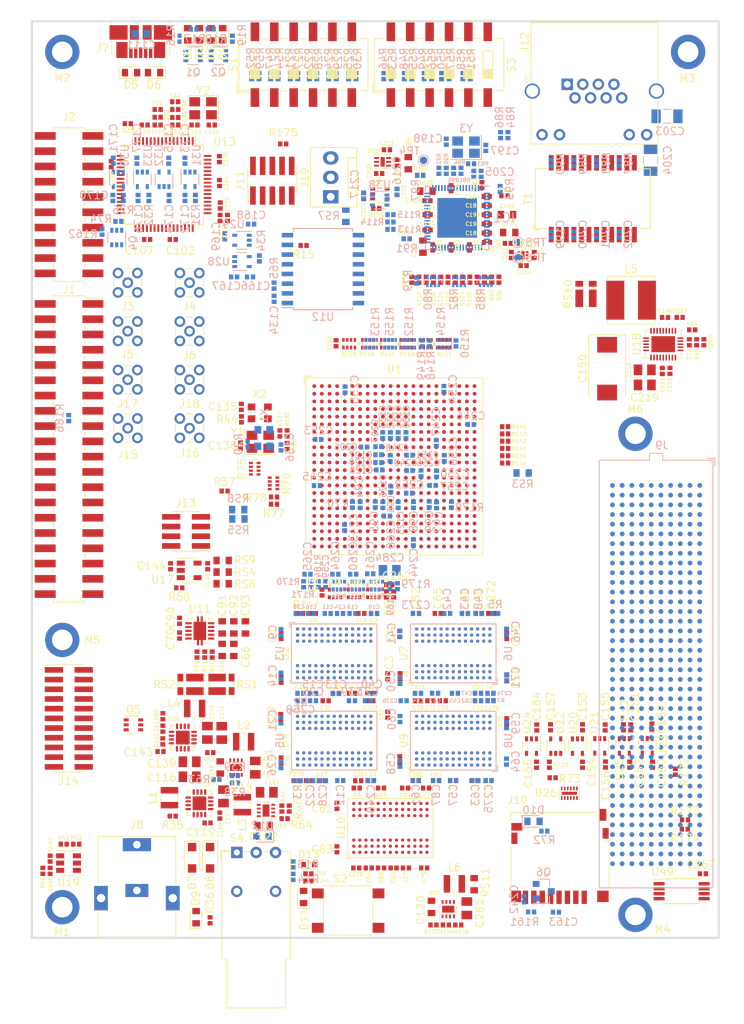
<source format=kicad_pcb>
(kicad_pcb (version 20171130) (host pcbnew 5.0.0-rc2-unknown-b37969f~65~ubuntu16.04.1)
  (layers (0 F.Cu signal) (31 B.Cu signal) (34 B.Paste user) (35 F.Paste user) (36 B.SilkS user) (37 F.SilkS user) (38 B.Mask user) (39 F.Mask user) (44 Edge.Cuts user))
  (net 0 "")
  (net 1 Earth)
  (net 2 +1V2)
  (net 3 VD)
  (net 4 VDD_DDR_VPP_N)
  (net 5 +3V3)
  (net 6 "Net-(C88-Pad1)")
  (net 7 VAA)
  (net 8 VCCQ)
  (net 9 /FT2232/VPLL_FT)
  (net 10 VDDA)
  (net 11 /FT2232/VPHY_FT)
  (net 12 "Net-(C111-Pad2)")
  (net 13 "Net-(C114-Pad2)")
  (net 14 "Net-(C115-Pad2)")
  (net 15 +5V)
  (net 16 +12V)
  (net 17 "Net-(C119-Pad2)")
  (net 18 VDD_GIVDD_P)
  (net 19 VDD_DDRPLL_N)
  (net 20 AVDD_DDRPLL_N)
  (net 21 VDD_GIVDD_N)
  (net 22 VDD_GEMGXLPLL_N)
  (net 23 VDD_IO_N)
  (net 24 "Net-(C137-Pad2)")
  (net 25 "Net-(C138-Pad2)")
  (net 26 VMEM)
  (net 27 "Net-(C142-Pad2)")
  (net 28 "Net-(C142-Pad1)")
  (net 29 "Net-(C143-Pad1)")
  (net 30 AVDD_DDRPLL_P)
  (net 31 "Net-(C146-Pad1)")
  (net 32 "Net-(C146-Pad2)")
  (net 33 /Power.sch/PWR_ON)
  (net 34 VDD_DDRPLL_P)
  (net 35 "Net-(C152-Pad2)")
  (net 36 +3.3VA)
  (net 37 +1V0)
  (net 38 "Net-(C181-Pad1)")
  (net 39 +2V5)
  (net 40 "Net-(C193-Pad1)")
  (net 41 "Net-(C197-Pad2)")
  (net 42 "Net-(C198-Pad2)")
  (net 43 /Ethernet/P0_D2_N)
  (net 44 "Net-(C200-Pad2)")
  (net 45 "Net-(C201-Pad2)")
  (net 46 "Net-(C202-Pad2)")
  (net 47 "Net-(C204-Pad2)")
  (net 48 "Net-(C205-Pad1)")
  (net 49 VDD_OTP_N)
  (net 50 VDD_COREPLL_N)
  (net 51 "Net-(C211-Pad2)")
  (net 52 "Net-(C220-Pad2)")
  (net 53 "Net-(C240-Pad2)")
  (net 54 RESET_N)
  (net 55 VDD)
  (net 56 "Net-(C265-Pad2)")
  (net 57 DDR_CLK_P)
  (net 58 DDR_CLK_N)
  (net 59 +3.3VP)
  (net 60 VDD_DDR_VPP_P)
  (net 61 "Net-(D1-Pad2)")
  (net 62 "Net-(D1-Pad1)")
  (net 63 "Net-(D2-Pad2)")
  (net 64 "Net-(D2-Pad1)")
  (net 65 "Net-(D3-Pad1)")
  (net 66 "Net-(D3-Pad2)")
  (net 67 "Net-(D4-Pad1)")
  (net 68 "Net-(D4-Pad2)")
  (net 69 /FT2232/USB_D_P)
  (net 70 /FT2232/USB_D_N)
  (net 71 "Net-(D7-Pad2)")
  (net 72 "Net-(D9-Pad2)")
  (net 73 /Freedom-U540_2/SD_CD)
  (net 74 "Net-(IC1-Pad1)")
  (net 75 /Ethernet/P0_D2_P)
  (net 76 /Ethernet/P0_D1_N)
  (net 77 /Ethernet/P0_D1_P)
  (net 78 /Ethernet/P0_D0_N)
  (net 79 /Ethernet/P0_D0_P)
  (net 80 "Net-(IC1-Pad15)")
  (net 81 "Net-(IC1-Pad16)")
  (net 82 /Ethernet/COL)
  (net 83 /Ethernet/CRS)
  (net 84 /Ethernet/RXD7)
  (net 85 /Ethernet/RXD6)
  (net 86 /Ethernet/RXD5)
  (net 87 /Ethernet/RXD4)
  (net 88 /Ethernet/RXD3)
  (net 89 /Ethernet/RXD2)
  (net 90 /Ethernet/RXD1)
  (net 91 /Ethernet/RXD0)
  (net 92 /Ethernet/RX_DV)
  (net 93 /Ethernet/RX_ER)
  (net 94 /Ethernet/RX_CLK)
  (net 95 GEMGXL_TX_EN)
  (net 96 GEMGXL_TX_ER)
  (net 97 /Ethernet/TX_CLK)
  (net 98 GEMGXL_GTX_CLK)
  (net 99 GEMGXL_TXD0)
  (net 100 GEMGXL_TXD1)
  (net 101 GEMGXL_TXD2)
  (net 102 GEMGXL_TXD3)
  (net 103 GEMGXL_TXD4)
  (net 104 GEMGXL_TXD5)
  (net 105 GEMGXL_TXD6)
  (net 106 GEMGXL_TXD7)
  (net 107 GEMGXL_MDC)
  (net 108 GEMGXL_MDIO)
  (net 109 /Ethernet/GEMGXL_MDINT)
  (net 110 /Ethernet/FASTLINK_FAIL_2V5)
  (net 111 /Ethernet/GEMGXL_RST_2V5)
  (net 112 /Ethernet/CLKOUT)
  (net 113 "Net-(IC1-Pad55)")
  (net 114 "Net-(IC1-Pad56)")
  (net 115 /Ethernet/CLK_SQUELCH_IN)
  (net 116 /Ethernet/ELED1)
  (net 117 /Ethernet/ELED0)
  (net 118 "Net-(IC1-Pad61)")
  (net 119 "Net-(IC1-Pad62)")
  (net 120 "Net-(IC1-Pad64)")
  (net 121 "Net-(IC1-Pad65)")
  (net 122 "Net-(IC1-Pad66)")
  (net 123 "Net-(J1-Pad3)")
  (net 124 PWR_BTN_N)
  (net 125 UART0_TX)
  (net 126 UART0_RX)
  (net 127 /Freedom-U540_2/QSPI1_SCK_R)
  (net 128 "Net-(J1-Pad9)")
  (net 129 /Freedom-U540_2/QSPI1_DQ1_R)
  (net 130 /Freedom-U540_2/UART1_TX)
  (net 131 /Freedom-U540_2/QSPI1_CS0_R)
  (net 132 /Freedom-U540_2/UART1_RX)
  (net 133 /Freedom-U540_2/QSPI1_DQ0_R)
  (net 134 /Freedom-U540_2/I2C0_SCL)
  (net 135 "Net-(J1-Pad16)")
  (net 136 /Freedom-U540_2/I2C0_SDA)
  (net 137 "Net-(J1-Pad18)")
  (net 138 "Net-(J1-Pad19)")
  (net 139 "Net-(J1-Pad20)")
  (net 140 "Net-(J1-Pad21)")
  (net 141 "Net-(J1-Pad22)")
  (net 142 /Freedom-U540_2/GPIO0)
  (net 143 /Freedom-U540_2/GPIO1)
  (net 144 /Freedom-U540_2/GPIO2)
  (net 145 /Freedom-U540_2/GPIO3)
  (net 146 /Freedom-U540_2/GPIO4)
  (net 147 /Freedom-U540_2/GPIO5)
  (net 148 /Freedom-U540_2/GPIO6)
  (net 149 /Freedom-U540_2/GPIO7)
  (net 150 /Freedom-U540_2/GPIO8)
  (net 151 /Freedom-U540_2/GPIO9)
  (net 152 /Freedom-U540_2/GPIO15)
  (net 153 "Net-(J1-Pad34)")
  (net 154 /Freedom-U540_2/PWM0_0)
  (net 155 /Freedom-U540_2/PWM0_2)
  (net 156 /Freedom-U540_2/PWM0_1)
  (net 157 /Freedom-U540_2/PWM0_3)
  (net 158 GEMGXL_RST)
  (net 159 /Freedom-U540_2/QSPI1_DQ2_R)
  (net 160 FASTLINK_FAIL)
  (net 161 /Freedom-U540_2/QSPI1_DQ3_R)
  (net 162 /Freedom-U540_2/EN_VDD_SD)
  (net 163 /Freedom-U540_2/QSPI1_CS1_R)
  (net 164 /Freedom-U540_2/QSPI1_CS2_R)
  (net 165 "Net-(J2-Pad13)")
  (net 166 /Freedom-U540_2/QSPI1_CS3_R)
  (net 167 /Freedom-U540_2/PWM1_0)
  (net 168 /Freedom-U540_2/PWM1_1)
  (net 169 /Freedom-U540_2/PWM1_2)
  (net 170 /Freedom-U540_2/PWM1_3)
  (net 171 /Freedom-U540_2/IO_PRCI_RSVD2)
  (net 172 /Freedom-U540_2/IO_PRCI_RSVD13)
  (net 173 /Freedom-U540_2/IO_PRCI_RSVD14)
  (net 174 /Freedom-U540_2/IO_PRCI_RSVD15)
  (net 175 "Net-(J7-Pad4)")
  (net 176 "Net-(J9-PadK40)")
  (net 177 "Net-(J9-PadK38)")
  (net 178 "Net-(J9-PadK37)")
  (net 179 "Net-(J9-PadK35)")
  (net 180 "Net-(J9-PadK34)")
  (net 181 "Net-(J9-PadK32)")
  (net 182 "Net-(J9-PadK31)")
  (net 183 "Net-(J9-PadK29)")
  (net 184 "Net-(J9-PadK28)")
  (net 185 "Net-(J9-PadK26)")
  (net 186 "Net-(J9-PadK25)")
  (net 187 "Net-(J9-PadK23)")
  (net 188 "Net-(J9-PadK22)")
  (net 189 "Net-(J9-PadK20)")
  (net 190 "Net-(J9-PadK19)")
  (net 191 "Net-(J9-PadK17)")
  (net 192 "Net-(J9-PadK16)")
  (net 193 "Net-(J9-PadK14)")
  (net 194 "Net-(J9-PadK13)")
  (net 195 "Net-(J9-PadK11)")
  (net 196 "Net-(J9-PadK10)")
  (net 197 "Net-(J9-PadK8)")
  (net 198 "Net-(J9-PadK7)")
  (net 199 "Net-(J9-PadK5)")
  (net 200 "Net-(J9-PadK4)")
  (net 201 "Net-(J9-PadK1)")
  (net 202 "Net-(J9-PadJ39)")
  (net 203 "Net-(J9-PadJ37)")
  (net 204 "Net-(J9-PadJ36)")
  (net 205 "Net-(J9-PadJ34)")
  (net 206 "Net-(J9-PadJ33)")
  (net 207 "Net-(J9-PadJ31)")
  (net 208 "Net-(J9-PadJ30)")
  (net 209 "Net-(J9-PadJ28)")
  (net 210 "Net-(J9-PadJ27)")
  (net 211 "Net-(J9-PadJ25)")
  (net 212 "Net-(J9-PadJ24)")
  (net 213 "Net-(J9-PadJ22)")
  (net 214 "Net-(J9-PadJ21)")
  (net 215 "Net-(J9-PadJ19)")
  (net 216 "Net-(J9-PadJ18)")
  (net 217 "Net-(J9-PadJ16)")
  (net 218 "Net-(J9-PadJ15)")
  (net 219 "Net-(J9-PadJ13)")
  (net 220 "Net-(J9-PadJ12)")
  (net 221 "Net-(J9-PadJ10)")
  (net 222 "Net-(J9-PadJ9)")
  (net 223 "Net-(J9-PadJ7)")
  (net 224 "Net-(J9-PadJ6)")
  (net 225 "Net-(J9-PadJ3)")
  (net 226 "Net-(J9-PadJ2)")
  (net 227 "Net-(J9-PadF40)")
  (net 228 "Net-(J9-PadF38)")
  (net 229 "Net-(J9-PadF37)")
  (net 230 "Net-(J9-PadF35)")
  (net 231 "Net-(J9-PadF34)")
  (net 232 "Net-(J9-PadF32)")
  (net 233 "Net-(J9-PadF31)")
  (net 234 "Net-(J9-PadF29)")
  (net 235 "Net-(J9-PadF28)")
  (net 236 "Net-(J9-PadF26)")
  (net 237 "Net-(J9-PadF25)")
  (net 238 "Net-(J9-PadF23)")
  (net 239 "Net-(J9-PadF22)")
  (net 240 "Net-(J9-PadF20)")
  (net 241 "Net-(J9-PadF19)")
  (net 242 "Net-(J9-PadF17)")
  (net 243 "Net-(J9-PadF16)")
  (net 244 "Net-(J9-PadF14)")
  (net 245 "Net-(J9-PadF13)")
  (net 246 "Net-(J9-PadF11)")
  (net 247 "Net-(J9-PadF10)")
  (net 248 "Net-(J9-PadF8)")
  (net 249 "Net-(J9-PadF7)")
  (net 250 "Net-(J9-PadF5)")
  (net 251 "Net-(J9-PadF4)")
  (net 252 PG_1V8)
  (net 253 "Net-(J9-PadE39)")
  (net 254 "Net-(J9-PadE37)")
  (net 255 "Net-(J9-PadE36)")
  (net 256 "Net-(J9-PadE34)")
  (net 257 "Net-(J9-PadE33)")
  (net 258 "Net-(J9-PadE31)")
  (net 259 "Net-(J9-PadE30)")
  (net 260 "Net-(J9-PadE28)")
  (net 261 "Net-(J9-PadE27)")
  (net 262 "Net-(J9-PadE25)")
  (net 263 "Net-(J9-PadE24)")
  (net 264 "Net-(J9-PadE22)")
  (net 265 "Net-(J9-PadE21)")
  (net 266 "Net-(J9-PadE19)")
  (net 267 "Net-(J9-PadE18)")
  (net 268 "Net-(J9-PadE16)")
  (net 269 "Net-(J9-PadE15)")
  (net 270 "Net-(J9-PadE13)")
  (net 271 "Net-(J9-PadE12)")
  (net 272 "Net-(J9-PadE10)")
  (net 273 "Net-(J9-PadE9)")
  (net 274 "Net-(J9-PadE7)")
  (net 275 "Net-(J9-PadE6)")
  (net 276 "Net-(J9-PadE3)")
  (net 277 "Net-(J9-PadE2)")
  (net 278 "Net-(J9-PadA39)")
  (net 279 "Net-(J9-PadA38)")
  (net 280 "Net-(J9-PadA35)")
  (net 281 "Net-(J9-PadA34)")
  (net 282 "Net-(J9-PadA31)")
  (net 283 "Net-(J9-PadA30)")
  (net 284 "Net-(J9-PadA27)")
  (net 285 "Net-(J9-PadA26)")
  (net 286 "Net-(J9-PadA23)")
  (net 287 "Net-(J9-PadA22)")
  (net 288 "Net-(J9-PadA19)")
  (net 289 "Net-(J9-PadA18)")
  (net 290 "Net-(J9-PadA15)")
  (net 291 "Net-(J9-PadA14)")
  (net 292 "Net-(J9-PadA11)")
  (net 293 "Net-(J9-PadA10)")
  (net 294 "Net-(J9-PadA7)")
  (net 295 "Net-(J9-PadA6)")
  (net 296 "Net-(J9-PadA3)")
  (net 297 "Net-(J9-PadA2)")
  (net 298 "Net-(J9-PadB40)")
  (net 299 "Net-(J9-PadB37)")
  (net 300 "Net-(J9-PadB36)")
  (net 301 "Net-(J9-PadB33)")
  (net 302 "Net-(J9-PadB32)")
  (net 303 "Net-(J9-PadB29)")
  (net 304 "Net-(J9-PadB28)")
  (net 305 "Net-(J9-PadB25)")
  (net 306 "Net-(J9-PadB24)")
  (net 307 "Net-(J9-PadB21)")
  (net 308 "Net-(J9-PadB20)")
  (net 309 "Net-(J9-PadB17)")
  (net 310 "Net-(J9-PadB16)")
  (net 311 "Net-(J9-PadB13)")
  (net 312 "Net-(J9-PadB12)")
  (net 313 "Net-(J9-PadB9)")
  (net 314 "Net-(J9-PadB8)")
  (net 315 "Net-(J9-PadB5)")
  (net 316 "Net-(J9-PadB4)")
  (net 317 "Net-(J9-PadB1)")
  (net 318 CHIPLINK_RX_CLK)
  (net 319 "Net-(J9-PadG3)")
  (net 320 CHIPLINK_TX_DAT0)
  (net 321 CHIPLINK_TX_DAT1)
  (net 322 CHIPLINK_TX_DAT6)
  (net 323 CHIPLINK_TX_DAT7)
  (net 324 CHIPLINK_TX_DAT16)
  (net 325 CHIPLINK_TX_DAT17)
  (net 326 CHIPLINK_TX_DAT24)
  (net 327 CHIPLINK_TX_DAT25)
  (net 328 CHIPLINK_TX_SEND)
  (net 329 CHIPLINK_TX_RST)
  (net 330 "Net-(J9-PadG39)")
  (net 331 CHIPLINK_RX_RST)
  (net 332 CHIPLINK_RX_SEND)
  (net 333 CHIPLINK_RX_DAT29)
  (net 334 CHIPLINK_RX_DAT28)
  (net 335 CHIPLINK_RX_DAT25)
  (net 336 CHIPLINK_RX_DAT24)
  (net 337 CHIPLINK_RX_DAT17)
  (net 338 CHIPLINK_RX_DAT16)
  (net 339 CHIPLINK_RX_DAT11)
  (net 340 CHIPLINK_RX_DAT10)
  (net 341 CHIPLINK_RX_DAT7)
  (net 342 CHIPLINK_RX_DAT6)
  (net 343 CHIPLINK_RX_DAT4)
  (net 344 CHIPLINK_RX_DAT5)
  (net 345 CHIPLINK_RX_DAT8)
  (net 346 CHIPLINK_RX_DAT9)
  (net 347 CHIPLINK_RX_DAT14)
  (net 348 CHIPLINK_RX_DAT15)
  (net 349 CHIPLINK_RX_DAT22)
  (net 350 CHIPLINK_RX_DAT23)
  (net 351 CHIPLINK_RX_DAT26)
  (net 352 CHIPLINK_RX_DAT27)
  (net 353 CHIPLINK_RX_DAT30)
  (net 354 CHIPLINK_RX_DAT31)
  (net 355 "Net-(J9-PadH40)")
  (net 356 CHIPLINK_TX_DAT31)
  (net 357 CHIPLINK_TX_DAT30)
  (net 358 CHIPLINK_TX_DAT23)
  (net 359 CHIPLINK_TX_DAT22)
  (net 360 CHIPLINK_TX_DAT15)
  (net 361 CHIPLINK_TX_DAT14)
  (net 362 CHIPLINK_TX_DAT9)
  (net 363 CHIPLINK_TX_DAT8)
  (net 364 CHIPLINK_TX_DAT5)
  (net 365 CHIPLINK_TX_DAT4)
  (net 366 "Net-(J9-PadH5)")
  (net 367 CHIPLINK_TX_CLK)
  (net 368 "Net-(J9-PadD1)")
  (net 369 "Net-(J9-PadD4)")
  (net 370 "Net-(J9-PadD5)")
  (net 371 CHIPLINK_TX_DAT2)
  (net 372 CHIPLINK_TX_DAT3)
  (net 373 CHIPLINK_TX_DAT10)
  (net 374 CHIPLINK_TX_DAT11)
  (net 375 CHIPLINK_TX_DAT18)
  (net 376 CHIPLINK_TX_DAT19)
  (net 377 CHIPLINK_TX_DAT26)
  (net 378 CHIPLINK_TX_DAT27)
  (net 379 CHIPLINK_RX_DAT0)
  (net 380 "Net-(J9-PadD40)")
  (net 381 "Net-(J9-PadD38)")
  (net 382 "Net-(J9-PadD36)")
  (net 383 /FMC.sch/FMC_GA1)
  (net 384 "Net-(J9-PadD34)")
  (net 385 "Net-(J9-PadD33)")
  (net 386 "Net-(J9-PadD31)")
  (net 387 "Net-(J9-PadD30)")
  (net 388 "Net-(J9-PadD29)")
  (net 389 CHIPLINK_RX_DAT19)
  (net 390 CHIPLINK_RX_DAT18)
  (net 391 CHIPLINK_RX_DAT13)
  (net 392 CHIPLINK_RX_DAT12)
  (net 393 CHIPLINK_RX_DAT1)
  (net 394 CHIPLINK_RX_DAT2)
  (net 395 CHIPLINK_RX_DAT3)
  (net 396 CHIPLINK_RX_DAT20)
  (net 397 CHIPLINK_RX_DAT21)
  (net 398 /FMC.sch/FMC_SCL)
  (net 399 /FMC.sch/FMC_SDA)
  (net 400 /FMC.sch/FMC_GA0)
  (net 401 "Net-(J9-PadC35)")
  (net 402 "Net-(J9-PadC39)")
  (net 403 CHIPLINK_TX_DAT29)
  (net 404 CHIPLINK_TX_DAT28)
  (net 405 CHIPLINK_TX_DAT21)
  (net 406 CHIPLINK_TX_DAT20)
  (net 407 CHIPLINK_TX_DAT13)
  (net 408 CHIPLINK_TX_DAT12)
  (net 409 "Net-(J9-PadC7)")
  (net 410 "Net-(J9-PadC6)")
  (net 411 "Net-(J9-PadC3)")
  (net 412 "Net-(J9-PadC2)")
  (net 413 /Freedom-U540_2/QSPI2_HOLD_CON)
  (net 414 /Freedom-U540_2/QSPI2_MISO_CON)
  (net 415 /Freedom-U540_2/QSPI2_SCK_CON)
  (net 416 /Freedom-U540_2/QSPI2_MOSI_CON)
  (net 417 /Freedom-U540_2/QSPI2_CS_CON)
  (net 418 /Freedom-U540_2/QSPI2_WP_CON)
  (net 419 JTAG_TCK)
  (net 420 JTAG_TDO)
  (net 421 JTAG_TMS)
  (net 422 "Net-(J11-Pad7)")
  (net 423 "Net-(J11-Pad8)")
  (net 424 JTAG_TDI)
  (net 425 /Ethernet/MX4_N)
  (net 426 /Ethernet/MX2_N)
  (net 427 /Ethernet/MX3_P)
  (net 428 /Ethernet/MX1_N)
  (net 429 /Ethernet/MX3_N)
  (net 430 /Ethernet/MX2_P)
  (net 431 /Ethernet/MX1_P)
  (net 432 "Net-(J12-Pad9)")
  (net 433 "Net-(J12-Pad11)")
  (net 434 /Freedom-U540_2/IO_PRCI_RSVD3)
  (net 435 /Freedom-U540_2/IO_PRCI_RSVD4)
  (net 436 /Freedom-U540_2/IO_PRCI_RSVD5)
  (net 437 /Freedom-U540_2/IO_PRCI_RSVD6)
  (net 438 /Freedom-U540_2/IO_PRCI_RSVD7)
  (net 439 /Freedom-U540_2/IO_PRCI_RSVD8)
  (net 440 /Freedom-U540_2/IO_PRCI_RSVD9)
  (net 441 VDD_SOC_CORE_P)
  (net 442 VDD_SOC_CORE_N)
  (net 443 VDD_DDR_SOC_P)
  (net 444 VDD_DDR_SOC_N)
  (net 445 VDD_DDR_MEM_P)
  (net 446 VDD_DDR_MEM_N)
  (net 447 /Freedom-U540_1/IO_DDR_RSVD0)
  (net 448 /Freedom-U540_1/IO_DDR_RSVD1)
  (net 449 /Freedom-U540_1/IO_DDR_RSVD2)
  (net 450 /Freedom-U540_1/IO_DDR_RSVD3)
  (net 451 "Net-(J19-Pad1)")
  (net 452 "Net-(L1-Pad1)")
  (net 453 "Net-(L2-Pad1)")
  (net 454 "Net-(L3-Pad1)")
  (net 455 "Net-(L4-Pad1)")
  (net 456 "Net-(L6-Pad1)")
  (net 457 "Net-(Q4-Pad3)")
  (net 458 /FT2232/FT_JTAG_SRST)
  (net 459 "Net-(R1-Pad2)")
  (net 460 "Net-(R2-Pad2)")
  (net 461 "Net-(R3-Pad2)")
  (net 462 "Net-(R4-Pad2)")
  (net 463 "Net-(R5-Pad2)")
  (net 464 "Net-(R6-Pad2)")
  (net 465 "Net-(R7-Pad2)")
  (net 466 "Net-(R8-Pad2)")
  (net 467 "Net-(R9-Pad2)")
  (net 468 /Freedom-U540_2/QSPI2_CS_R)
  (net 469 /Freedom-U540_2/QSPI0_CS)
  (net 470 "Net-(R20-Pad2)")
  (net 471 /Freedom-U540_2/MSEL0)
  (net 472 /Freedom-U540_2/MSEL1)
  (net 473 "Net-(R23-Pad1)")
  (net 474 /Freedom-U540_2/MSEL2)
  (net 475 /Freedom-U540_2/MSEL3)
  (net 476 "Net-(R26-Pad2)")
  (net 477 "Net-(R31-Pad2)")
  (net 478 "Net-(R32-Pad2)")
  (net 479 "Net-(R33-Pad2)")
  (net 480 "Net-(R34-Pad2)")
  (net 481 "Net-(R35-Pad1)")
  (net 482 PORESET_N)
  (net 483 "Net-(R38-Pad1)")
  (net 484 "Net-(R40-Pad1)")
  (net 485 /Power.sch/PWR_EN1)
  (net 486 /Power.sch/EN_DDR)
  (net 487 "Net-(R44-Pad1)")
  (net 488 /Freedom-U540_2/IO_PRCI_RSVD0)
  (net 489 /Freedom-U540_2/RTCXSEL)
  (net 490 /Freedom-U540_2/IO_PRCI_RSVD1)
  (net 491 /Freedom-U540_2/IO_PRCI_RSVD10)
  (net 492 /Freedom-U540_2/IO_PRCI_RSVD12)
  (net 493 /Freedom-U540_2/IO_PRCI_RSVD11)
  (net 494 /Freedom-U540_2/HFXSEL)
  (net 495 "Net-(R60-Pad1)")
  (net 496 /Power.sch/PWR_EN2)
  (net 497 /Power.sch/EN_3V3)
  (net 498 /Power.sch/EN_1V8)
  (net 499 "Net-(R65-Pad2)")
  (net 500 /Power.sch/EN_CORE)
  (net 501 /Power.sch/EN_PLL)
  (net 502 "Net-(R69-Pad1)")
  (net 503 "Net-(R70-Pad2)")
  (net 504 /Freedom-U540_2/QSPI2_MISO_3V3)
  (net 505 /Freedom-U540_1/GEMGXL_TXD3_R)
  (net 506 /Freedom-U540_1/GEMGXL_TXD2_R)
  (net 507 /Freedom-U540_1/GEMGXL_TXD0_R)
  (net 508 /Freedom-U540_1/GEMGXL_TXD1_R)
  (net 509 /Freedom-U540_1/GEMGXL_TXD7_R)
  (net 510 /Freedom-U540_1/GEMGXL_TXD6_R)
  (net 511 /Freedom-U540_1/GEMGXL_TXD4_R)
  (net 512 /Freedom-U540_1/GEMGXL_TXD5_R)
  (net 513 /Freedom-U540_1/GEMGXL_TX_EN_R)
  (net 514 /Freedom-U540_1/GEMGXL_TX_ER_R)
  (net 515 GEMGXL_RX_CLK)
  (net 516 GEMGXL_RX_DV)
  (net 517 GEMGXL_RX_ER)
  (net 518 GEMGXL_RXD0)
  (net 519 GEMGXL_RXD1)
  (net 520 GEMGXL_RXD5)
  (net 521 GEMGXL_RXD4)
  (net 522 GEMGXL_RXD2)
  (net 523 GEMGXL_RXD3)
  (net 524 GEMGXL_RXD7)
  (net 525 GEMGXL_RXD6)
  (net 526 GEMGXL_RX_CRS)
  (net 527 GEMGXL_RX_COL)
  (net 528 "Net-(R87-Pad2)")
  (net 529 "Net-(R89-Pad2)")
  (net 530 "Net-(R90-Pad2)")
  (net 531 GEMGXL_TX_CLK)
  (net 532 "Net-(R117-Pad1)")
  (net 533 "Net-(R138-Pad1)")
  (net 534 /Freedom-U540_2/QSPI2_SCK_R)
  (net 535 /Freedom-U540_2/QSPI2_SCK)
  (net 536 /Freedom-U540_2/QSPI2_HOLD)
  (net 537 /Freedom-U540_2/QSPI2_HOLD_R)
  (net 538 /Freedom-U540_2/QSPI2_MOSI)
  (net 539 /Freedom-U540_2/QSPI2_MOSI_R)
  (net 540 /Freedom-U540_2/QSPI2_MISO_R)
  (net 541 /Freedom-U540_2/QSPI2_MISO)
  (net 542 /Freedom-U540_2/QSPI2_WP)
  (net 543 /Freedom-U540_2/QSPI2_WP_R)
  (net 544 /Freedom-U540_2/QSPI2_CS)
  (net 545 /Freedom-U540_1/CHIPLINK_TX_DAT18_R)
  (net 546 /Freedom-U540_1/CHIPLINK_TX_DAT24_R)
  (net 547 /Freedom-U540_1/CHIPLINK_TX_DAT29_R)
  (net 548 /Freedom-U540_1/CHIPLINK_TX_DAT26_R)
  (net 549 /Freedom-U540_1/CHIPLINK_TX_DAT22_R)
  (net 550 /Freedom-U540_1/CHIPLINK_TX_DAT14_R)
  (net 551 /Freedom-U540_1/CHIPLINK_TX_DAT25_R)
  (net 552 /Freedom-U540_1/CHIPLINK_TX_DAT16_R)
  (net 553 /Freedom-U540_1/CHIPLINK_TX_DAT13_R)
  (net 554 /Freedom-U540_1/CHIPLINK_TX_DAT8_R)
  (net 555 /Freedom-U540_1/CHIPLINK_TX_DAT10_R)
  (net 556 /Freedom-U540_1/CHIPLINK_TX_DAT17_R)
  (net 557 /Freedom-U540_1/CHIPLINK_TX_CLK_R)
  (net 558 /Freedom-U540_1/CHIPLINK_TX_SEND_R)
  (net 559 /Freedom-U540_1/CHIPLINK_TX_RST_R)
  (net 560 /Freedom-U540_1/CHIPLINK_TX_DAT7_R)
  (net 561 /Freedom-U540_1/CHIPLINK_TX_DAT5_R)
  (net 562 /Freedom-U540_1/CHIPLINK_TX_DAT11_R)
  (net 563 /Freedom-U540_1/CHIPLINK_TX_DAT9_R)
  (net 564 /Freedom-U540_1/CHIPLINK_TX_DAT21_R)
  (net 565 /Freedom-U540_1/CHIPLINK_TX_DAT6_R)
  (net 566 /Freedom-U540_1/CHIPLINK_TX_DAT2_R)
  (net 567 /Freedom-U540_1/CHIPLINK_TX_DAT12_R)
  (net 568 /Freedom-U540_1/CHIPLINK_TX_DAT31_R)
  (net 569 /Freedom-U540_1/CHIPLINK_TX_DAT30_R)
  (net 570 /Freedom-U540_1/CHIPLINK_TX_DAT27_R)
  (net 571 /Freedom-U540_1/CHIPLINK_TX_DAT28_R)
  (net 572 /Freedom-U540_1/CHIPLINK_TX_DAT0_R)
  (net 573 /Freedom-U540_1/CHIPLINK_TX_DAT1_R)
  (net 574 /Freedom-U540_1/CHIPLINK_TX_DAT3_R)
  (net 575 /Freedom-U540_1/CHIPLINK_TX_DAT4_R)
  (net 576 /Freedom-U540_1/CHIPLINK_TX_DAT19_R)
  (net 577 /Freedom-U540_1/CHIPLINK_TX_DAT23_R)
  (net 578 /Freedom-U540_1/CHIPLINK_TX_DAT20_R)
  (net 579 /Freedom-U540_1/CHIPLINK_TX_DAT15_R)
  (net 580 /Freedom-U540_2/QSPI1_DQ1)
  (net 581 /Freedom-U540_2/QSPI1_DQ3)
  (net 582 /Freedom-U540_2/QSPI1_CS3)
  (net 583 /Freedom-U540_2/QSPI1_CS0)
  (net 584 /Freedom-U540_2/QSPI1_CS2)
  (net 585 /Freedom-U540_2/QSPI1_SCK)
  (net 586 /Freedom-U540_2/QSPI1_DQ0)
  (net 587 /Freedom-U540_2/QSPI1_CS1)
  (net 588 /Freedom-U540_2/QSPI1_DQ2)
  (net 589 DDR_ODT)
  (net 590 DDR_CKE)
  (net 591 DDR_CKE1)
  (net 592 DDR_WE_N)
  (net 593 DDR_CS0_N)
  (net 594 DDR_CAS_N)
  (net 595 DDR_CS1_N)
  (net 596 DDR_RAS_N)
  (net 597 DDR_BA0)
  (net 598 DDR_BG0)
  (net 599 DDR_A10)
  (net 600 DDR_ACT_N)
  (net 601 DDR_BA1)
  (net 602 DDR_BG1)
  (net 603 DDR_A3)
  (net 604 DDR_A12)
  (net 605 DDR_A4)
  (net 606 DDR_A0)
  (net 607 DDR_A6)
  (net 608 DDR_A8)
  (net 609 DDR_A1)
  (net 610 DDR_A9)
  (net 611 DDR_A5)
  (net 612 DDR_A7)
  (net 613 DDR_A13)
  (net 614 /Power.sch/EN_DDR_VPP)
  (net 615 DDR_ALERT_N)
  (net 616 DDR_PARITY_IN)
  (net 617 DDR_A11)
  (net 618 DDR_A2)
  (net 619 "Net-(R183-Pad2)")
  (net 620 DDR_ODT1)
  (net 621 /Freedom-U540_2/GPIO10)
  (net 622 "Net-(S3-Pad6)")
  (net 623 "Net-(S4-Pad1)")
  (net 624 DDR_DQ18)
  (net 625 DDR_DQ19)
  (net 626 DDR_DQS2_P)
  (net 627 DDR_DQS2_N)
  (net 628 DDR_DQ1)
  (net 629 DDR_DQ4)
  (net 630 DDR_DQ6)
  (net 631 DDR_DQ9)
  (net 632 DDR_DQ11)
  (net 633 DDR_DQ12)
  (net 634 /Freedom-U540_2/RTCXALTCLKIN)
  (net 635 DDR_DQ23)
  (net 636 DDR_DQ20)
  (net 637 DDR_DQ17)
  (net 638 DDR_DQ22)
  (net 639 DDR_DQ16)
  (net 640 DDR_DQ29)
  (net 641 DDR_DQ27)
  (net 642 DDR_DQ24)
  (net 643 DDR_DQ21)
  (net 644 DDR_DM2)
  (net 645 DDR_DQ31)
  (net 646 DDR_DQ0)
  (net 647 DDR_DQ30)
  (net 648 DDR_DQ25)
  (net 649 DDR_DM3)
  (net 650 DDR_DQ26)
  (net 651 DDR_DQS3_N)
  (net 652 DDR_DQ3)
  (net 653 /Freedom-U540_2/HFXCLKIN)
  (net 654 DDR_DQS0_P)
  (net 655 DDR_DQS0_N)
  (net 656 DDR_DQ2)
  (net 657 DDR_DQ5)
  (net 658 DDR_DQ7)
  (net 659 DDR_DQS1_P)
  (net 660 DDR_DQS1_N)
  (net 661 DDR_DQ8)
  (net 662 DDR_DQ15)
  (net 663 DDR_DQ13)
  (net 664 DDR_DQ14)
  (net 665 DDR_ECC_DQ1)
  (net 666 DDR_ECC_DQS_P)
  (net 667 DDR_ECC_DQS_N)
  (net 668 DDR_ECC_DQ2)
  (net 669 DDR_ECC_DQ5)
  (net 670 DDR_ECC_DQ7)
  (net 671 DDR_ECC_DQ3)
  (net 672 DDR_ECC_DQ4)
  (net 673 DDR_ECC_DQ6)
  (net 674 DDR_DQ34)
  (net 675 DDR_DQS3_P)
  (net 676 DDR_DQ28)
  (net 677 DDR_DM0)
  (net 678 DDR_DQ10)
  (net 679 DDR_DM1)
  (net 680 DDR_ECC_DQ0)
  (net 681 DDR_ECC_DM)
  (net 682 DDR_DQ32)
  (net 683 DDR_DM4)
  (net 684 /Freedom-U540_2/QSPI0_DQ3)
  (net 685 /Freedom-U540_2/QSPI0_SCK)
  (net 686 DDR_DQ33)
  (net 687 DDR_DQ36)
  (net 688 DDR_DQ43)
  (net 689 DDR_DQ42)
  (net 690 DDR_DQS5_P)
  (net 691 DDR_RESET_N)
  (net 692 DDR_DQS6_P)
  (net 693 DDR_DQS7_N)
  (net 694 DDR_DQ53)
  (net 695 DDR_DQ52)
  (net 696 DDR_DQ50)
  (net 697 DDR_DQ48)
  (net 698 DDR_DQ38)
  (net 699 DDR_DQ37)
  (net 700 DDR_DQS5_N)
  (net 701 DDR_DM5)
  (net 702 DDR_DQ51)
  (net 703 DDR_DQ55)
  (net 704 DDR_DM6)
  (net 705 DDR_DQ49)
  (net 706 DDR_DQ54)
  (net 707 DDR_DQ35)
  (net 708 DDR_DQS4_P)
  (net 709 DDR_DQ40)
  (net 710 DDR_DQS4_N)
  (net 711 DDR_DQ39)
  (net 712 DDR_DQ41)
  (net 713 DDR_DQ45)
  (net 714 DDR_DQ47)
  (net 715 DDR_DQS6_N)
  (net 716 DDR_DQS7_P)
  (net 717 DDR_DQ62)
  (net 718 DDR_DQ61)
  (net 719 DDR_DQ63)
  (net 720 DDR_DQ58)
  (net 721 DDR_DQ56)
  (net 722 DDR_DQ44)
  (net 723 DDR_DQ46)
  (net 724 DDR_DQ57)
  (net 725 DDR_DQ59)
  (net 726 DDR_DQ60)
  (net 727 DDR_DM7)
  (net 728 /Freedom-U540_2/QSPI0_DQ0)
  (net 729 /Freedom-U540_2/QSPI0_DQ1)
  (net 730 /Freedom-U540_2/QSPI0_DQ2)
  (net 731 "Net-(U2-PadN7)")
  (net 732 "Net-(U2-PadA3)")
  (net 733 "Net-(U3-PadN7)")
  (net 734 "Net-(U3-PadA3)")
  (net 735 "Net-(U4-PadA3)")
  (net 736 "Net-(U4-PadN7)")
  (net 737 "Net-(U5-PadN7)")
  (net 738 "Net-(U5-PadA3)")
  (net 739 "Net-(U6-PadA3)")
  (net 740 "Net-(U6-PadN7)")
  (net 741 "Net-(U7-PadA3)")
  (net 742 "Net-(U7-PadN7)")
  (net 743 "Net-(U8-PadN7)")
  (net 744 "Net-(U8-PadA3)")
  (net 745 "Net-(U9-PadA3)")
  (net 746 "Net-(U9-PadN7)")
  (net 747 "Net-(U10-PadA3)")
  (net 748 "Net-(U10-PadN7)")
  (net 749 "Net-(U12-Pad4)")
  (net 750 "Net-(U12-Pad5)")
  (net 751 "Net-(U12-Pad6)")
  (net 752 "Net-(U12-Pad11)")
  (net 753 "Net-(U12-Pad12)")
  (net 754 "Net-(U12-Pad13)")
  (net 755 "Net-(U12-Pad14)")
  (net 756 /FT2232/FT_JTAG_TCK)
  (net 757 /FT2232/FT_JTAG_TDI)
  (net 758 /FT2232/FT_JTAG_TDO)
  (net 759 /FT2232/FT_JTAG_TMS)
  (net 760 "Net-(U13-Pad21)")
  (net 761 "Net-(U13-Pad23)")
  (net 762 "Net-(U13-Pad24)")
  (net 763 "Net-(U13-Pad26)")
  (net 764 "Net-(U13-Pad27)")
  (net 765 "Net-(U13-Pad28)")
  (net 766 "Net-(U13-Pad29)")
  (net 767 "Net-(U13-Pad30)")
  (net 768 "Net-(U13-Pad32)")
  (net 769 "Net-(U13-Pad33)")
  (net 770 "Net-(U13-Pad34)")
  (net 771 "Net-(U13-Pad36)")
  (net 772 /FT2232/FT_UART_TX)
  (net 773 /FT2232/FT_UART_RX)
  (net 774 "Net-(U13-Pad40)")
  (net 775 "Net-(U13-Pad41)")
  (net 776 "Net-(U13-Pad43)")
  (net 777 "Net-(U13-Pad44)")
  (net 778 "Net-(U13-Pad45)")
  (net 779 "Net-(U13-Pad46)")
  (net 780 "Net-(U13-Pad48)")
  (net 781 "Net-(U13-Pad52)")
  (net 782 "Net-(U13-Pad53)")
  (net 783 "Net-(U13-Pad54)")
  (net 784 "Net-(U13-Pad55)")
  (net 785 "Net-(U13-Pad57)")
  (net 786 "Net-(U13-Pad58)")
  (net 787 "Net-(U13-Pad59)")
  (net 788 "Net-(U13-Pad60)")
  (net 789 "Net-(U13-Pad61)")
  (net 790 "Net-(U13-Pad62)")
  (net 791 "Net-(U13-Pad63)")
  (net 792 "Net-(U14-Pad6)")
  (net 793 "Net-(U16-Pad4)")
  (net 794 "Net-(U17-Pad4)")
  (net 795 "Net-(U18-Pad1)")
  (net 796 "Net-(U18-Pad2)")
  (net 797 "Net-(U18-Pad4)")
  (net 798 "Net-(U18-Pad24)")
  (net 799 "Net-(U18-Pad27)")
  (net 800 /Freedom-U540_2/QSPI2_SCK_3V3)
  (net 801 /Freedom-U540_2/QSPI2_MOSI_3V3)
  (net 802 /Freedom-U540_2/QSPI2_WP_3V3)
  (net 803 /Freedom-U540_2/QSPI2_HOLD_3V3)
  (net 804 /Freedom-U540_2/QSPI2_CS_3V3)
  (net 805 "Net-(U35-Pad5)")
  (net 806 "Net-(U36-Pad2)")
  (net 807 "Net-(U49-Pad7)")
  (net 808 "Net-(U50-Pad6)")
  (module Capacitor_SMD:C_0402_1005Metric (layer F.Cu) (at 61.5696 114.808 90)
    (fp_text reference C1 (at 0 -1.18 90) (layer F.SilkS))
    (fp_text value 4.7uF)
    (pad 1 smd rect (at -0.3875 0 90) (size 0.575 0.65) (layers F.Cu F.Paste F.Mask) (net 1 Earth))
    (pad 2 smd rect (at 0.3875 0 90) (size 0.575 0.65) (layers F.Cu F.Paste F.Mask) (net 2 +1V2))
  )
  (module Capacitor_SMD:C_0402_1005Metric (layer F.Cu) (at 73.7616 106.1212 180)
    (fp_text reference C2 (at 0 -0.9144 180) (layer F.SilkS) (effects (font (size 0.5 0.5) (thickness 0.1))))
    (fp_text value 0.1uF)
    (pad 2 smd rect (at 0.3875 0 180) (size 0.575 0.65) (layers F.Cu F.Paste F.Mask) (net 2 +1V2))
    (pad 1 smd rect (at -0.3875 0 180) (size 0.575 0.65) (layers F.Cu F.Paste F.Mask) (net 1 Earth))
  )
  (module Capacitor_SMD:C_0402_1005Metric (layer F.Cu) (at 75.5396 114.3508 270)
    (fp_text reference C3 (at -1.778 -0.2032 270) (layer F.SilkS))
    (fp_text value 0.1uF)
    (pad 1 smd rect (at -0.3875 0 270) (size 0.575 0.65) (layers F.Cu F.Paste F.Mask) (net 1 Earth))
    (pad 2 smd rect (at 0.3875 0 270) (size 0.575 0.65) (layers F.Cu F.Paste F.Mask) (net 2 +1V2))
  )
  (module Capacitor_SMD:C_0402_1005Metric (layer F.Cu) (at 77.1144 108.8136 90)
    (fp_text reference C4 (at 0 -1.18 90) (layer F.SilkS))
    (fp_text value 0.1uF)
    (pad 2 smd rect (at 0.3875 0 90) (size 0.575 0.65) (layers F.Cu F.Paste F.Mask) (net 2 +1V2))
    (pad 1 smd rect (at -0.3875 0 90) (size 0.575 0.65) (layers F.Cu F.Paste F.Mask) (net 1 Earth))
  )
  (module Capacitor_SMD:C_0402_1005Metric (layer F.Cu) (at 73.2536 116.586 180)
    (fp_text reference C5 (at 0 0.8636 180) (layer F.SilkS) (effects (font (size 0.5 0.5) (thickness 0.1))))
    (fp_text value 0.1uF)
    (pad 2 smd rect (at 0.3875 0 180) (size 0.575 0.65) (layers F.Cu F.Paste F.Mask) (net 2 +1V2))
    (pad 1 smd rect (at -0.3875 0 180) (size 0.575 0.65) (layers F.Cu F.Paste F.Mask) (net 1 Earth))
  )
  (module Capacitor_SMD:C_0402_1005Metric (layer F.Cu) (at 61.5696 109.0676 90)
    (fp_text reference C6 (at 0 -1.18 90) (layer F.SilkS))
    (fp_text value 4.7uF)
    (pad 1 smd rect (at -0.3875 0 90) (size 0.575 0.65) (layers F.Cu F.Paste F.Mask) (net 1 Earth))
    (pad 2 smd rect (at 0.3875 0 90) (size 0.575 0.65) (layers F.Cu F.Paste F.Mask) (net 2 +1V2))
  )
  (module Capacitor_SMD:C_0402_1005Metric (layer F.Cu) (at 65.7352 116.586 180)
    (fp_text reference C7 (at 0 0.8636 180) (layer F.SilkS) (effects (font (size 0.5 0.5) (thickness 0.1))))
    (fp_text value 0.1uF)
    (pad 2 smd rect (at 0.3875 0 180) (size 0.575 0.65) (layers F.Cu F.Paste F.Mask) (net 2 +1V2))
    (pad 1 smd rect (at -0.3875 0 180) (size 0.575 0.65) (layers F.Cu F.Paste F.Mask) (net 1 Earth))
  )
  (module Capacitor_SMD:C_0402_1005Metric (layer F.Cu) (at 65.7352 106.1212 180)
    (fp_text reference C8 (at 0 -0.9144 180) (layer F.SilkS) (effects (font (size 0.5 0.5) (thickness 0.1))))
    (fp_text value 0.1uF)
    (pad 1 smd rect (at -0.3875 0 180) (size 0.575 0.65) (layers F.Cu F.Paste F.Mask) (net 1 Earth))
    (pad 2 smd rect (at 0.3875 0 180) (size 0.575 0.65) (layers F.Cu F.Paste F.Mask) (net 2 +1V2))
  )
  (module Capacitor_SMD:C_0402_1005Metric (layer B.Cu) (at 61.55 108.575 90)
    (fp_text reference C9 (at 0 -1.075 90) (layer B.SilkS) (effects (justify mirror)))
    (fp_text value 4.7uF)
    (pad 1 smd rect (at -0.3875 0 90) (size 0.575 0.65) (layers B.Cu B.Paste B.Mask) (net 1 Earth))
    (pad 2 smd rect (at 0.3875 0 90) (size 0.575 0.65) (layers B.Cu B.Paste B.Mask) (net 2 +1V2))
  )
  (module Capacitor_SMD:C_0402_1005Metric (layer B.Cu) (at 73.75 106.125 180)
    (fp_text reference C10 (at 0 0.85 180) (layer B.SilkS) (effects (font (size 0.5 0.5) (thickness 0.1)) (justify mirror)))
    (fp_text value 0.1uF)
    (pad 2 smd rect (at 0.3875 0 180) (size 0.575 0.65) (layers B.Cu B.Paste B.Mask) (net 2 +1V2))
    (pad 1 smd rect (at -0.3875 0 180) (size 0.575 0.65) (layers B.Cu B.Paste B.Mask) (net 1 Earth))
  )
  (module Capacitor_SMD:C_0402_1005Metric (layer B.Cu) (at 67.675 106.125 180)
    (fp_text reference C11 (at 0 0.85 180) (layer B.SilkS) (effects (font (size 0.5 0.5) (thickness 0.1)) (justify mirror)))
    (fp_text value 0.1uF)
    (pad 1 smd rect (at -0.3875 0 180) (size 0.575 0.65) (layers B.Cu B.Paste B.Mask) (net 1 Earth))
    (pad 2 smd rect (at 0.3875 0 180) (size 0.575 0.65) (layers B.Cu B.Paste B.Mask) (net 2 +1V2))
  )
  (module Capacitor_SMD:C_0402_1005Metric (layer B.Cu) (at 69.325 128)
    (fp_text reference C12 (at 0 1.925 90) (layer B.SilkS) (effects (justify mirror)))
    (fp_text value 0.1uF)
    (pad 2 smd rect (at 0.3875 0) (size 0.575 0.65) (layers B.Cu B.Paste B.Mask) (net 2 +1V2))
    (pad 1 smd rect (at -0.3875 0) (size 0.575 0.65) (layers B.Cu B.Paste B.Mask) (net 1 Earth))
  )
  (module Capacitor_SMD:C_0402_1005Metric (layer B.Cu) (at 68.7756 116.6114 180)
    (fp_text reference C13 (at 0 1.18 180) (layer B.SilkS) (effects (justify mirror)))
    (fp_text value 0.1uF)
    (pad 1 smd rect (at -0.3875 0 180) (size 0.575 0.65) (layers B.Cu B.Paste B.Mask) (net 1 Earth))
    (pad 2 smd rect (at 0.3875 0 180) (size 0.575 0.65) (layers B.Cu B.Paste B.Mask) (net 2 +1V2))
  )
  (module Capacitor_SMD:C_0402_1005Metric (layer B.Cu) (at 61.55 114.275 90)
    (fp_text reference C14 (at 0 -1.075 90) (layer B.SilkS) (effects (justify mirror)))
    (fp_text value 4.7uF)
    (pad 1 smd rect (at -0.3875 0 90) (size 0.575 0.65) (layers B.Cu B.Paste B.Mask) (net 1 Earth))
    (pad 2 smd rect (at 0.3875 0 90) (size 0.575 0.65) (layers B.Cu B.Paste B.Mask) (net 2 +1V2))
  )
  (module Capacitor_SMD:C_0402_1005Metric (layer B.Cu) (at 65.75 116.6 180)
    (fp_text reference C15 (at 0 1.18 180) (layer B.SilkS) (effects (justify mirror)))
    (fp_text value 0.1uF)
    (pad 2 smd rect (at 0.3875 0 180) (size 0.575 0.65) (layers B.Cu B.Paste B.Mask) (net 2 +1V2))
    (pad 1 smd rect (at -0.3875 0 180) (size 0.575 0.65) (layers B.Cu B.Paste B.Mask) (net 1 Earth))
  )
  (module Capacitor_SMD:C_0402_1005Metric (layer B.Cu) (at 65.5 106.125 180)
    (fp_text reference C16 (at 0 0.85 180) (layer B.SilkS) (effects (font (size 0.5 0.5) (thickness 0.1)) (justify mirror)))
    (fp_text value 0.1uF)
    (pad 2 smd rect (at 0.3875 0 180) (size 0.575 0.65) (layers B.Cu B.Paste B.Mask) (net 2 +1V2))
    (pad 1 smd rect (at -0.3875 0 180) (size 0.575 0.65) (layers B.Cu B.Paste B.Mask) (net 1 Earth))
  )
  (module Capacitor_SMD:C_0402_1005Metric (layer F.Cu) (at 70.866 116.586 180)
    (fp_text reference C17 (at 0 0.8636 180) (layer F.SilkS) (effects (font (size 0.5 0.5) (thickness 0.1))))
    (fp_text value 0.1uF)
    (pad 2 smd rect (at 0.3875 0 180) (size 0.575 0.65) (layers F.Cu F.Paste F.Mask) (net 3 VD))
    (pad 1 smd rect (at -0.3875 0 180) (size 0.575 0.65) (layers F.Cu F.Paste F.Mask) (net 1 Earth))
  )
  (module Capacitor_SMD:C_0402_1005Metric (layer F.Cu) (at 72.0852 106.1212 180)
    (fp_text reference C18 (at 0 -0.9144 180) (layer F.SilkS) (effects (font (size 0.5 0.5) (thickness 0.1))))
    (fp_text value 1uF)
    (pad 2 smd rect (at 0.3875 0 180) (size 0.575 0.65) (layers F.Cu F.Paste F.Mask) (net 4 VDD_DDR_VPP_N))
    (pad 1 smd rect (at -0.3875 0 180) (size 0.575 0.65) (layers F.Cu F.Paste F.Mask) (net 1 Earth))
  )
  (module Capacitor_SMD:C_0402_1005Metric (layer B.Cu) (at 70.925 106.125 180)
    (fp_text reference C19 (at 0 0.85 180) (layer B.SilkS) (effects (font (size 0.5 0.5) (thickness 0.1)) (justify mirror)))
    (fp_text value 0.1uF)
    (pad 1 smd rect (at -0.3875 0 180) (size 0.575 0.65) (layers B.Cu B.Paste B.Mask) (net 1 Earth))
    (pad 2 smd rect (at 0.3875 0 180) (size 0.575 0.65) (layers B.Cu B.Paste B.Mask) (net 3 VD))
  )
  (module Capacitor_SMD:C_0402_1005Metric (layer F.Cu) (at 64.1096 116.586)
    (fp_text reference C20 (at 0 -0.8636) (layer F.SilkS) (effects (font (size 0.5 0.5) (thickness 0.1))))
    (fp_text value 1uF)
    (pad 1 smd rect (at -0.3875 0) (size 0.575 0.65) (layers F.Cu F.Paste F.Mask) (net 1 Earth))
    (pad 2 smd rect (at 0.3875 0) (size 0.575 0.65) (layers F.Cu F.Paste F.Mask) (net 4 VDD_DDR_VPP_N))
  )
  (module Capacitor_SMD:C_0402_1005Metric (layer B.Cu) (at 61.55 120.125 90)
    (fp_text reference C21 (at 0 -1.1 90) (layer B.SilkS) (effects (justify mirror)))
    (fp_text value 4.7uF)
    (pad 2 smd rect (at 0.3875 0 90) (size 0.575 0.65) (layers B.Cu B.Paste B.Mask) (net 2 +1V2))
    (pad 1 smd rect (at -0.3875 0 90) (size 0.575 0.65) (layers B.Cu B.Paste B.Mask) (net 1 Earth))
  )
  (module Capacitor_SMD:C_0402_1005Metric (layer B.Cu) (at 65.4 128.025 180)
    (fp_text reference C22 (at 0 -1.95 270) (layer B.SilkS) (effects (justify mirror)))
    (fp_text value 0.1uF)
    (pad 1 smd rect (at -0.3875 0 180) (size 0.575 0.65) (layers B.Cu B.Paste B.Mask) (net 1 Earth))
    (pad 2 smd rect (at 0.3875 0 180) (size 0.575 0.65) (layers B.Cu B.Paste B.Mask) (net 2 +1V2))
  )
  (module Capacitor_SMD:C_0402_1005Metric (layer B.Cu) (at 72.95 117.55 180)
    (fp_text reference C23 (at 0 1.18 180) (layer B.SilkS) (effects (justify mirror)))
    (fp_text value 0.1uF)
    (pad 2 smd rect (at 0.3875 0 180) (size 0.575 0.65) (layers B.Cu B.Paste B.Mask) (net 2 +1V2))
    (pad 1 smd rect (at -0.3875 0 180) (size 0.575 0.65) (layers B.Cu B.Paste B.Mask) (net 1 Earth))
  )
  (module Capacitor_SMD:C_0402_1005Metric (layer B.Cu) (at 69.3 106.125)
    (fp_text reference C24 (at 0 -0.85) (layer B.SilkS) (effects (font (size 0.5 0.5) (thickness 0.1)) (justify mirror)))
    (fp_text value 0.1uF)
    (pad 1 smd rect (at -0.3875 0) (size 0.575 0.65) (layers B.Cu B.Paste B.Mask) (net 1 Earth))
    (pad 2 smd rect (at 0.3875 0) (size 0.575 0.65) (layers B.Cu B.Paste B.Mask) (net 2 +1V2))
  )
  (module Capacitor_SMD:C_0402_1005Metric (layer B.Cu) (at 65.75 117.55 180)
    (fp_text reference C25 (at 0 1.18 180) (layer B.SilkS) (effects (justify mirror)))
    (fp_text value 0.1uF)
    (pad 1 smd rect (at -0.3875 0 180) (size 0.575 0.65) (layers B.Cu B.Paste B.Mask) (net 1 Earth))
    (pad 2 smd rect (at 0.3875 0 180) (size 0.575 0.65) (layers B.Cu B.Paste B.Mask) (net 2 +1V2))
  )
  (module Capacitor_SMD:C_0402_1005Metric (layer B.Cu) (at 61.55 125.975 270)
    (fp_text reference C26 (at 0 1.18 270) (layer B.SilkS) (effects (justify mirror)))
    (fp_text value 4.7uF)
    (pad 2 smd rect (at 0.3875 0 270) (size 0.575 0.65) (layers B.Cu B.Paste B.Mask) (net 2 +1V2))
    (pad 1 smd rect (at -0.3875 0 270) (size 0.575 0.65) (layers B.Cu B.Paste B.Mask) (net 1 Earth))
  )
  (module Capacitor_SMD:C_0402_1005Metric (layer F.Cu) (at 66.9036 128.016)
    (fp_text reference C27 (at 0 -0.8636) (layer F.SilkS) (effects (font (size 0.5 0.5) (thickness 0.1))))
    (fp_text value 0.1uF)
    (pad 1 smd rect (at -0.3875 0) (size 0.575 0.65) (layers F.Cu F.Paste F.Mask) (net 1 Earth))
    (pad 2 smd rect (at 0.3875 0) (size 0.575 0.65) (layers F.Cu F.Paste F.Mask) (net 2 +1V2))
  )
  (module Capacitor_SMD:C_0402_1005Metric (layer B.Cu) (at 67.05 128.025)
    (fp_text reference C28 (at 0 1.925 90) (layer B.SilkS) (effects (justify mirror)))
    (fp_text value 0.1uF)
    (pad 1 smd rect (at -0.3875 0) (size 0.575 0.65) (layers B.Cu B.Paste B.Mask) (net 1 Earth))
    (pad 2 smd rect (at 0.3875 0) (size 0.575 0.65) (layers B.Cu B.Paste B.Mask) (net 2 +1V2))
  )
  (module Capacitor_SMD:C_0402_1005Metric (layer F.Cu) (at 61.5188 119.6848 90)
    (fp_text reference C29 (at 0 -1.18 90) (layer F.SilkS))
    (fp_text value 4.7uF)
    (pad 1 smd rect (at -0.3875 0 90) (size 0.575 0.65) (layers F.Cu F.Paste F.Mask) (net 1 Earth))
    (pad 2 smd rect (at 0.3875 0 90) (size 0.575 0.65) (layers F.Cu F.Paste F.Mask) (net 2 +1V2))
  )
  (module Capacitor_SMD:C_0402_1005Metric (layer F.Cu) (at 71.6788 128.016)
    (fp_text reference C30 (at 0 -0.8636) (layer F.SilkS) (effects (font (size 0.5 0.5) (thickness 0.1))))
    (fp_text value 0.1uF)
    (pad 2 smd rect (at 0.3875 0) (size 0.575 0.65) (layers F.Cu F.Paste F.Mask) (net 2 +1V2))
    (pad 1 smd rect (at -0.3875 0) (size 0.575 0.65) (layers F.Cu F.Paste F.Mask) (net 1 Earth))
  )
  (module Capacitor_SMD:C_0402_1005Metric (layer F.Cu) (at 67.4116 117.5512 180)
    (fp_text reference C31 (at 0 -0.9144 180) (layer F.SilkS) (effects (font (size 0.5 0.5) (thickness 0.1))))
    (fp_text value 0.1uF)
    (pad 1 smd rect (at -0.3875 0 180) (size 0.575 0.65) (layers F.Cu F.Paste F.Mask) (net 1 Earth))
    (pad 2 smd rect (at 0.3875 0 180) (size 0.575 0.65) (layers F.Cu F.Paste F.Mask) (net 2 +1V2))
  )
  (module Capacitor_SMD:C_0402_1005Metric (layer F.Cu) (at 75.5396 119.38 90)
    (fp_text reference C32 (at 0 -0.8636 90) (layer F.SilkS) (effects (font (size 0.5 0.5) (thickness 0.1))))
    (fp_text value 0.1uF)
    (pad 2 smd rect (at 0.3875 0 90) (size 0.575 0.65) (layers F.Cu F.Paste F.Mask) (net 2 +1V2))
    (pad 1 smd rect (at -0.3875 0 90) (size 0.575 0.65) (layers F.Cu F.Paste F.Mask) (net 1 Earth))
  )
  (module Capacitor_SMD:C_0402_1005Metric (layer F.Cu) (at 73.2968 128.016 180)
    (fp_text reference C33 (at -0.0076 0.8636 180) (layer F.SilkS) (effects (font (size 0.5 0.5) (thickness 0.1))))
    (fp_text value 0.1uF)
    (pad 1 smd rect (at -0.3875 0 180) (size 0.575 0.65) (layers F.Cu F.Paste F.Mask) (net 1 Earth))
    (pad 2 smd rect (at 0.3875 0 180) (size 0.575 0.65) (layers F.Cu F.Paste F.Mask) (net 2 +1V2))
  )
  (module Capacitor_SMD:C_0402_1005Metric (layer F.Cu) (at 65.2272 128.016 180)
    (fp_text reference C34 (at 0 -0.9144 180) (layer F.SilkS) (effects (font (size 0.5 0.5) (thickness 0.1))))
    (fp_text value 4.7uF)
    (pad 1 smd rect (at -0.3875 0 180) (size 0.575 0.65) (layers F.Cu F.Paste F.Mask) (net 1 Earth))
    (pad 2 smd rect (at 0.3875 0 180) (size 0.575 0.65) (layers F.Cu F.Paste F.Mask) (net 2 +1V2))
  )
  (module Capacitor_SMD:C_0402_1005Metric (layer F.Cu) (at 68.7324 116.586 180)
    (fp_text reference C35 (at 0 0.8636 180) (layer F.SilkS) (effects (font (size 0.5 0.5) (thickness 0.1))))
    (fp_text value 0.1uF)
    (pad 2 smd rect (at 0.3875 0 180) (size 0.575 0.65) (layers F.Cu F.Paste F.Mask) (net 2 +1V2))
    (pad 1 smd rect (at -0.3875 0 180) (size 0.575 0.65) (layers F.Cu F.Paste F.Mask) (net 1 Earth))
  )
  (module Capacitor_SMD:C_0402_1005Metric (layer F.Cu) (at 61.5696 125.3744 270)
    (fp_text reference C36 (at 0 -0.8636 270) (layer F.SilkS) (effects (font (size 0.5 0.5) (thickness 0.1))))
    (fp_text value 0.1uF)
    (pad 2 smd rect (at 0.3875 0 270) (size 0.575 0.65) (layers F.Cu F.Paste F.Mask) (net 2 +1V2))
    (pad 1 smd rect (at -0.3875 0 270) (size 0.575 0.65) (layers F.Cu F.Paste F.Mask) (net 1 Earth))
  )
  (module Capacitor_SMD:C_0402_1005Metric (layer F.Cu) (at 77.9272 139.446 180)
    (fp_text reference C37 (at 0 -1.27 270) (layer F.SilkS) (effects (font (size 0.5 0.5) (thickness 0.1))))
    (fp_text value 0.1uF)
    (pad 1 smd rect (at -0.3875 0 180) (size 0.575 0.65) (layers F.Cu F.Paste F.Mask) (net 1 Earth))
    (pad 2 smd rect (at 0.3875 0 180) (size 0.575 0.65) (layers F.Cu F.Paste F.Mask) (net 3 VD))
  )
  (module Capacitor_SMD:C_0402_1005Metric (layer B.Cu) (at 63.8734 106.125)
    (fp_text reference C38 (at 0.0016 -0.85) (layer B.SilkS) (effects (font (size 0.5 0.5) (thickness 0.1)) (justify mirror)))
    (fp_text value 1uF)
    (pad 2 smd rect (at 0.3875 0) (size 0.575 0.65) (layers B.Cu B.Paste B.Mask) (net 4 VDD_DDR_VPP_N))
    (pad 1 smd rect (at -0.3875 0) (size 0.575 0.65) (layers B.Cu B.Paste B.Mask) (net 1 Earth))
  )
  (module Capacitor_SMD:C_0402_1005Metric (layer B.Cu) (at 70.85 117.55 180)
    (fp_text reference C39 (at 0 1.18 180) (layer B.SilkS) (effects (justify mirror)))
    (fp_text value 0.1uF)
    (pad 2 smd rect (at 0.3875 0 180) (size 0.575 0.65) (layers B.Cu B.Paste B.Mask) (net 3 VD))
    (pad 1 smd rect (at -0.3875 0 180) (size 0.575 0.65) (layers B.Cu B.Paste B.Mask) (net 1 Earth))
  )
  (module Capacitor_SMD:C_0402_1005Metric (layer B.Cu) (at 73.45 116.575 180)
    (fp_text reference C40 (at 0 1.18 180) (layer B.SilkS) (effects (justify mirror)))
    (fp_text value 1uF)
    (pad 1 smd rect (at -0.3875 0 180) (size 0.575 0.65) (layers B.Cu B.Paste B.Mask) (net 1 Earth))
    (pad 2 smd rect (at 0.3875 0 180) (size 0.575 0.65) (layers B.Cu B.Paste B.Mask) (net 4 VDD_DDR_VPP_N))
  )
  (module Capacitor_SMD:C_0402_1005Metric (layer B.Cu) (at 77.125 108.775 90)
    (fp_text reference C41 (at 0 -1.075 90) (layer B.SilkS) (effects (justify mirror)))
    (fp_text value 4.7uF)
    (pad 2 smd rect (at 0.3875 0 90) (size 0.575 0.65) (layers B.Cu B.Paste B.Mask) (net 2 +1V2))
    (pad 1 smd rect (at -0.3875 0 90) (size 0.575 0.65) (layers B.Cu B.Paste B.Mask) (net 1 Earth))
  )
  (module Capacitor_SMD:C_0402_1005Metric (layer B.Cu) (at 83.325 106.125 180)
    (fp_text reference C42 (at 0 1.9 270) (layer B.SilkS) (effects (justify mirror)))
    (fp_text value 0.1uF)
    (pad 1 smd rect (at -0.3875 0 180) (size 0.575 0.65) (layers B.Cu B.Paste B.Mask) (net 1 Earth))
    (pad 2 smd rect (at 0.3875 0 180) (size 0.575 0.65) (layers B.Cu B.Paste B.Mask) (net 2 +1V2))
  )
  (module Capacitor_SMD:C_0402_1005Metric (layer B.Cu) (at 85.65 106.125 180)
    (fp_text reference C43 (at 0 1.9 270) (layer B.SilkS) (effects (justify mirror)))
    (fp_text value 0.1uF)
    (pad 2 smd rect (at 0.3875 0 180) (size 0.575 0.65) (layers B.Cu B.Paste B.Mask) (net 2 +1V2))
    (pad 1 smd rect (at -0.3875 0 180) (size 0.575 0.65) (layers B.Cu B.Paste B.Mask) (net 1 Earth))
  )
  (module Capacitor_SMD:C_0402_1005Metric (layer B.Cu) (at 79.5198 116.575 180)
    (fp_text reference C44 (at 0 -0.95 180) (layer B.SilkS) (effects (font (size 0.5 0.5) (thickness 0.1)) (justify mirror)))
    (fp_text value 0.1uF)
    (pad 1 smd rect (at -0.3875 0 180) (size 0.575 0.65) (layers B.Cu B.Paste B.Mask) (net 2 +1V2))
    (pad 2 smd rect (at 0.3875 0 180) (size 0.575 0.65) (layers B.Cu B.Paste B.Mask) (net 1 Earth))
  )
  (module Capacitor_SMD:C_0402_1005Metric (layer B.Cu) (at 84.3458 116.575 180)
    (fp_text reference C45 (at -0.0042 -0.975 180) (layer B.SilkS) (effects (font (size 0.5 0.5) (thickness 0.1)) (justify mirror)))
    (fp_text value 0.1uF)
    (pad 2 smd rect (at 0.3875 0 180) (size 0.575 0.65) (layers B.Cu B.Paste B.Mask) (net 2 +1V2))
    (pad 1 smd rect (at -0.3875 0 180) (size 0.575 0.65) (layers B.Cu B.Paste B.Mask) (net 1 Earth))
  )
  (module Capacitor_SMD:C_0402_1005Metric (layer B.Cu) (at 91.1 108.525 90)
    (fp_text reference C46 (at 0 1.225 90) (layer B.SilkS) (effects (justify mirror)))
    (fp_text value 4.7uF)
    (pad 2 smd rect (at 0.3875 0 90) (size 0.575 0.65) (layers B.Cu B.Paste B.Mask) (net 2 +1V2))
    (pad 1 smd rect (at -0.3875 0 90) (size 0.575 0.65) (layers B.Cu B.Paste B.Mask) (net 1 Earth))
  )
  (module Capacitor_SMD:C_0402_1005Metric (layer B.Cu) (at 87.3684 116.575)
    (fp_text reference C47 (at -1.4684 0) (layer B.SilkS) (effects (font (size 0.5 0.5) (thickness 0.1)) (justify mirror)))
    (fp_text value 0.1uF)
    (pad 1 smd rect (at -0.3875 0) (size 0.575 0.65) (layers B.Cu B.Paste B.Mask) (net 1 Earth))
    (pad 2 smd rect (at 0.3875 0) (size 0.575 0.65) (layers B.Cu B.Paste B.Mask) (net 2 +1V2))
  )
  (module Capacitor_SMD:C_0402_1005Metric (layer B.Cu) (at 87.425 106.125 180)
    (fp_text reference C48 (at 0 1.9 270) (layer B.SilkS) (effects (justify mirror)))
    (fp_text value 0.1uF)
    (pad 1 smd rect (at -0.3875 0 180) (size 0.575 0.65) (layers B.Cu B.Paste B.Mask) (net 1 Earth))
    (pad 2 smd rect (at 0.3875 0 180) (size 0.575 0.65) (layers B.Cu B.Paste B.Mask) (net 2 +1V2))
  )
  (module Capacitor_SMD:C_0402_1005Metric (layer F.Cu) (at 77.1652 114.3508 270)
    (fp_text reference C49 (at 0 -0.8128 270) (layer F.SilkS) (effects (font (size 0.5 0.5) (thickness 0.1))))
    (fp_text value 4.7uF)
    (pad 1 smd rect (at -0.3875 0 270) (size 0.575 0.65) (layers F.Cu F.Paste F.Mask) (net 1 Earth))
    (pad 2 smd rect (at 0.3875 0 270) (size 0.575 0.65) (layers F.Cu F.Paste F.Mask) (net 2 +1V2))
  )
  (module Capacitor_SMD:C_0402_1005Metric (layer B.Cu) (at 77.15 114.95 270)
    (fp_text reference C50 (at 0 1.18 270) (layer B.SilkS) (effects (justify mirror)))
    (fp_text value 0.1uF)
    (pad 2 smd rect (at 0.3875 0 270) (size 0.575 0.65) (layers B.Cu B.Paste B.Mask) (net 2 +1V2))
    (pad 1 smd rect (at -0.3875 0 270) (size 0.575 0.65) (layers B.Cu B.Paste B.Mask) (net 1 Earth))
  )
  (module Capacitor_SMD:C_0402_1005Metric (layer F.Cu) (at 87.376 116.586)
    (fp_text reference C51 (at 0 -0.8636) (layer F.SilkS) (effects (font (size 0.5 0.5) (thickness 0.1))))
    (fp_text value 0.1uF)
    (pad 1 smd rect (at -0.3875 0) (size 0.575 0.65) (layers F.Cu F.Paste F.Mask) (net 1 Earth))
    (pad 2 smd rect (at 0.3875 0) (size 0.575 0.65) (layers F.Cu F.Paste F.Mask) (net 2 +1V2))
  )
  (module Capacitor_SMD:C_0402_1005Metric (layer F.Cu) (at 79.2404 106.1212)
    (fp_text reference C52 (at 0.0076 -1.9812 90) (layer F.SilkS))
    (fp_text value 0.1uF)
    (pad 2 smd rect (at 0.3875 0) (size 0.575 0.65) (layers F.Cu F.Paste F.Mask) (net 2 +1V2))
    (pad 1 smd rect (at -0.3875 0) (size 0.575 0.65) (layers F.Cu F.Paste F.Mask) (net 1 Earth))
  )
  (module Capacitor_SMD:C_0402_1005Metric (layer F.Cu) (at 91.1352 109.0676 90)
    (fp_text reference C53 (at 0 1.2192 90) (layer F.SilkS))
    (fp_text value 0.1uF)
    (pad 1 smd rect (at -0.3875 0 90) (size 0.575 0.65) (layers F.Cu F.Paste F.Mask) (net 1 Earth))
    (pad 2 smd rect (at 0.3875 0 90) (size 0.575 0.65) (layers F.Cu F.Paste F.Mask) (net 2 +1V2))
  )
  (module Capacitor_SMD:C_0402_1005Metric (layer F.Cu) (at 91.1352 114.6048 270)
    (fp_text reference C54 (at 0 -1.18 270) (layer F.SilkS))
    (fp_text value 4.7uF)
    (pad 2 smd rect (at 0.3875 0 270) (size 0.575 0.65) (layers F.Cu F.Paste F.Mask) (net 2 +1V2))
    (pad 1 smd rect (at -0.3875 0 270) (size 0.575 0.65) (layers F.Cu F.Paste F.Mask) (net 1 Earth))
  )
  (module Capacitor_SMD:C_0402_1005Metric (layer F.Cu) (at 87.4776 106.1212 180)
    (fp_text reference C55 (at 0 1.9812 270) (layer F.SilkS))
    (fp_text value 0.1uF)
    (pad 1 smd rect (at -0.3875 0 180) (size 0.575 0.65) (layers F.Cu F.Paste F.Mask) (net 1 Earth))
    (pad 2 smd rect (at 0.3875 0 180) (size 0.575 0.65) (layers F.Cu F.Paste F.Mask) (net 2 +1V2))
  )
  (module Capacitor_SMD:C_0402_1005Metric (layer F.Cu) (at 85.6488 106.1212 180)
    (fp_text reference C56 (at 0 1.9812 270) (layer F.SilkS))
    (fp_text value 0.1uF)
    (pad 2 smd rect (at 0.3875 0 180) (size 0.575 0.65) (layers F.Cu F.Paste F.Mask) (net 2 +1V2))
    (pad 1 smd rect (at -0.3875 0 180) (size 0.575 0.65) (layers F.Cu F.Paste F.Mask) (net 1 Earth))
  )
  (module Capacitor_SMD:C_0402_1005Metric (layer B.Cu) (at 84.1172 128 180)
    (fp_text reference C57 (at -0.0078 -1.9 270) (layer B.SilkS) (effects (justify mirror)))
    (fp_text value 4.7uF)
    (pad 2 smd rect (at 0.3875 0 180) (size 0.575 0.65) (layers B.Cu B.Paste B.Mask) (net 2 +1V2))
    (pad 1 smd rect (at -0.3875 0 180) (size 0.575 0.65) (layers B.Cu B.Paste B.Mask) (net 1 Earth))
  )
  (module Capacitor_SMD:C_0402_1005Metric (layer B.Cu) (at 77.15 125.8 270)
    (fp_text reference C58 (at 0 1.18 270) (layer B.SilkS) (effects (justify mirror)))
    (fp_text value 0.1uF)
    (pad 1 smd rect (at -0.3875 0 270) (size 0.575 0.65) (layers B.Cu B.Paste B.Mask) (net 1 Earth))
    (pad 2 smd rect (at 0.3875 0 270) (size 0.575 0.65) (layers B.Cu B.Paste B.Mask) (net 2 +1V2))
  )
  (module Capacitor_SMD:C_0402_1005Metric (layer B.Cu) (at 91.1 120.75 90)
    (fp_text reference C59 (at 0.275 1.25 90) (layer B.SilkS) (effects (justify mirror)))
    (fp_text value 0.1uF)
    (pad 2 smd rect (at 0.3875 0 90) (size 0.575 0.65) (layers B.Cu B.Paste B.Mask) (net 2 +1V2))
    (pad 1 smd rect (at -0.3875 0 90) (size 0.575 0.65) (layers B.Cu B.Paste B.Mask) (net 1 Earth))
  )
  (module Capacitor_SMD:C_0402_1005Metric (layer B.Cu) (at 77.15 119.95 90)
    (fp_text reference C60 (at 0 -1.075 90) (layer B.SilkS) (effects (justify mirror)))
    (fp_text value 0.1uF)
    (pad 1 smd rect (at -0.3875 0 90) (size 0.575 0.65) (layers B.Cu B.Paste B.Mask) (net 1 Earth))
    (pad 2 smd rect (at 0.3875 0 90) (size 0.575 0.65) (layers B.Cu B.Paste B.Mask) (net 2 +1V2))
  )
  (module Capacitor_SMD:C_0402_1005Metric (layer B.Cu) (at 79.225 128)
    (fp_text reference C61 (at 0 1.9 90) (layer B.SilkS) (effects (justify mirror)))
    (fp_text value 0.1uF)
    (pad 2 smd rect (at 0.3875 0) (size 0.575 0.65) (layers B.Cu B.Paste B.Mask) (net 2 +1V2))
    (pad 1 smd rect (at -0.3875 0) (size 0.575 0.65) (layers B.Cu B.Paste B.Mask) (net 1 Earth))
  )
  (module Capacitor_SMD:C_0402_1005Metric (layer B.Cu) (at 87.3684 117.55)
    (fp_text reference C62 (at -1.4434 0) (layer B.SilkS) (effects (font (size 0.5 0.5) (thickness 0.1)) (justify mirror)))
    (fp_text value 4.7uF)
    (pad 2 smd rect (at 0.3875 0) (size 0.575 0.65) (layers B.Cu B.Paste B.Mask) (net 2 +1V2))
    (pad 1 smd rect (at -0.3875 0) (size 0.575 0.65) (layers B.Cu B.Paste B.Mask) (net 1 Earth))
  )
  (module Capacitor_SMD:C_0402_1005Metric (layer B.Cu) (at 87.025 128)
    (fp_text reference C63 (at 0 1.9 90) (layer B.SilkS) (effects (justify mirror)))
    (fp_text value 0.1uF)
    (pad 1 smd rect (at -0.3875 0) (size 0.575 0.65) (layers B.Cu B.Paste B.Mask) (net 1 Earth))
    (pad 2 smd rect (at 0.3875 0) (size 0.575 0.65) (layers B.Cu B.Paste B.Mask) (net 2 +1V2))
  )
  (module Capacitor_SMD:C_0402_1005Metric (layer B.Cu) (at 91.1 125.525 90)
    (fp_text reference C64 (at 0 1.225 90) (layer B.SilkS) (effects (justify mirror)))
    (fp_text value 0.1uF)
    (pad 1 smd rect (at -0.3875 0 90) (size 0.575 0.65) (layers B.Cu B.Paste B.Mask) (net 1 Earth))
    (pad 2 smd rect (at 0.3875 0 90) (size 0.575 0.65) (layers B.Cu B.Paste B.Mask) (net 2 +1V2))
  )
  (module Capacitor_SMD:C_0402_1005Metric (layer F.Cu) (at 82.0928 106.1212)
    (fp_text reference C65 (at 0 -1.9812 90) (layer F.SilkS))
    (fp_text value 0.1uF)
    (pad 1 smd rect (at -0.3875 0) (size 0.575 0.65) (layers F.Cu F.Paste F.Mask) (net 1 Earth))
    (pad 2 smd rect (at 0.3875 0) (size 0.575 0.65) (layers F.Cu F.Paste F.Mask) (net 3 VD))
  )
  (module Capacitor_SMD:C_0603_1608Metric (layer F.Cu) (at 55.372 110.8964 90)
    (fp_text reference C66 (at -0.9144 1.5748 90) (layer F.SilkS))
    (fp_text value 10uF)
    (pad 2 smd rect (at 0.8 0 90) (size 0.82 1) (layers F.Cu F.Paste F.Mask) (net 2 +1V2))
    (pad 1 smd rect (at -0.8 0 90) (size 0.82 1) (layers F.Cu F.Paste F.Mask) (net 1 Earth))
  )
  (module Capacitor_SMD:C_0402_1005Metric (layer B.Cu) (at 81.75 116.575)
    (fp_text reference C67 (at 0 0.95) (layer B.SilkS) (effects (font (size 0.5 0.5) (thickness 0.1)) (justify mirror)))
    (fp_text value 0.1uF)
    (pad 1 smd rect (at -0.3875 0) (size 0.575 0.65) (layers B.Cu B.Paste B.Mask) (net 1 Earth))
    (pad 2 smd rect (at 0.3875 0) (size 0.575 0.65) (layers B.Cu B.Paste B.Mask) (net 3 VD))
  )
  (module Capacitor_SMD:C_0603_1608Metric (layer F.Cu) (at 53.848 110.8964 90)
    (fp_text reference C68 (at -2.1336 0 90) (layer F.SilkS) (effects (font (size 0.5 0.5) (thickness 0.1))))
    (fp_text value 10uF)
    (pad 2 smd rect (at 0.8 0 90) (size 0.82 1) (layers F.Cu F.Paste F.Mask) (net 2 +1V2))
    (pad 1 smd rect (at -0.8 0 90) (size 0.82 1) (layers F.Cu F.Paste F.Mask) (net 1 Earth))
  )
  (module Capacitor_SMD:C_0402_1005Metric (layer F.Cu) (at 82.7532 117.5512)
    (fp_text reference C69 (at 0 0.9144) (layer F.SilkS) (effects (font (size 0.5 0.5) (thickness 0.1))))
    (fp_text value 0.1uF)
    (pad 1 smd rect (at -0.3875 0) (size 0.575 0.65) (layers F.Cu F.Paste F.Mask) (net 1 Earth))
    (pad 2 smd rect (at 0.3875 0) (size 0.575 0.65) (layers F.Cu F.Paste F.Mask) (net 3 VD))
  )
  (module Capacitor_SMD:C_0402_1005Metric (layer F.Cu) (at 48.26 109.0168 270)
    (fp_text reference C70 (at 0.4572 1.1684 270) (layer F.SilkS))
    (fp_text value 4.7uF)
    (pad 1 smd rect (at -0.3875 0 270) (size 0.575 0.65) (layers F.Cu F.Paste F.Mask) (net 1 Earth))
    (pad 2 smd rect (at 0.3875 0 270) (size 0.575 0.65) (layers F.Cu F.Paste F.Mask) (net 5 +3V3))
  )
  (module Capacitor_SMD:C_0402_1005Metric (layer B.Cu) (at 91.125 114.5 270)
    (fp_text reference C71 (at 0 -1.175 270) (layer B.SilkS) (effects (justify mirror)))
    (fp_text value 4.7uF)
    (pad 2 smd rect (at 0.3875 0 270) (size 0.575 0.65) (layers B.Cu B.Paste B.Mask) (net 2 +1V2))
    (pad 1 smd rect (at -0.3875 0 270) (size 0.575 0.65) (layers B.Cu B.Paste B.Mask) (net 1 Earth))
  )
  (module Capacitor_SMD:C_0402_1005Metric (layer F.Cu) (at 87.376 117.5512)
    (fp_text reference C72 (at 0 0.9652) (layer F.SilkS) (effects (font (size 0.5 0.5) (thickness 0.1))))
    (fp_text value 0.1uF)
    (pad 1 smd rect (at -0.3875 0) (size 0.575 0.65) (layers F.Cu F.Paste F.Mask) (net 1 Earth))
    (pad 2 smd rect (at 0.3875 0) (size 0.575 0.65) (layers F.Cu F.Paste F.Mask) (net 2 +1V2))
  )
  (module Capacitor_SMD:C_0402_1005Metric (layer F.Cu) (at 86.9188 128.016 180)
    (fp_text reference C73 (at 0 -0.8636 180) (layer F.SilkS) (effects (font (size 0.5 0.5) (thickness 0.1))))
    (fp_text value 0.1uF)
    (pad 2 smd rect (at 0.3875 0 180) (size 0.575 0.65) (layers F.Cu F.Paste F.Mask) (net 2 +1V2))
    (pad 1 smd rect (at -0.3875 0 180) (size 0.575 0.65) (layers F.Cu F.Paste F.Mask) (net 1 Earth))
  )
  (module Capacitor_SMD:C_0402_1005Metric (layer F.Cu) (at 84.1172 128.016 180)
    (fp_text reference C74 (at -0.0076 -0.8636 180) (layer F.SilkS) (effects (font (size 0.5 0.5) (thickness 0.1))))
    (fp_text value 0.1uF)
    (pad 1 smd rect (at -0.3875 0 180) (size 0.575 0.65) (layers F.Cu F.Paste F.Mask) (net 1 Earth))
    (pad 2 smd rect (at 0.3875 0 180) (size 0.575 0.65) (layers F.Cu F.Paste F.Mask) (net 2 +1V2))
  )
  (module Capacitor_SMD:C_0402_1005Metric (layer F.Cu) (at 91.1352 120.2436 90)
    (fp_text reference C75 (at 0 -0.8636 90) (layer F.SilkS) (effects (font (size 0.5 0.5) (thickness 0.1))))
    (fp_text value 0.1uF)
    (pad 2 smd rect (at 0.3875 0 90) (size 0.575 0.65) (layers F.Cu F.Paste F.Mask) (net 2 +1V2))
    (pad 1 smd rect (at -0.3875 0 90) (size 0.575 0.65) (layers F.Cu F.Paste F.Mask) (net 1 Earth))
  )
  (module Capacitor_SMD:C_0402_1005Metric (layer F.Cu) (at 81.1276 117.5512)
    (fp_text reference C76 (at 0 0.9144) (layer F.SilkS) (effects (font (size 0.5 0.5) (thickness 0.1))))
    (fp_text value 4.7uF)
    (pad 2 smd rect (at 0.3875 0) (size 0.575 0.65) (layers F.Cu F.Paste F.Mask) (net 2 +1V2))
    (pad 1 smd rect (at -0.3875 0) (size 0.575 0.65) (layers F.Cu F.Paste F.Mask) (net 1 Earth))
  )
  (module Capacitor_SMD:C_0402_1005Metric (layer F.Cu) (at 77.1144 125.222 270)
    (fp_text reference C77 (at 0 -0.9144 270) (layer F.SilkS) (effects (font (size 0.5 0.5) (thickness 0.1))))
    (fp_text value 0.1uF)
    (pad 1 smd rect (at -0.3875 0 270) (size 0.575 0.65) (layers F.Cu F.Paste F.Mask) (net 1 Earth))
    (pad 2 smd rect (at 0.3875 0 270) (size 0.575 0.65) (layers F.Cu F.Paste F.Mask) (net 2 +1V2))
  )
  (module Capacitor_SMD:C_0402_1005Metric (layer F.Cu) (at 79.502 117.5512)
    (fp_text reference C78 (at 0 0.9144) (layer F.SilkS) (effects (font (size 0.5 0.5) (thickness 0.1))))
    (fp_text value 0.1uF)
    (pad 1 smd rect (at -0.3875 0) (size 0.575 0.65) (layers F.Cu F.Paste F.Mask) (net 1 Earth))
    (pad 2 smd rect (at 0.3875 0) (size 0.575 0.65) (layers F.Cu F.Paste F.Mask) (net 2 +1V2))
  )
  (module Capacitor_SMD:C_0402_1005Metric (layer F.Cu) (at 80.3148 139.446 180)
    (fp_text reference C79 (at 0 -1.2192 270) (layer F.SilkS) (effects (font (size 0.5 0.5) (thickness 0.1))))
    (fp_text value 4.7uF)
    (pad 1 smd rect (at -0.3875 0 180) (size 0.575 0.65) (layers F.Cu F.Paste F.Mask) (net 1 Earth))
    (pad 2 smd rect (at 0.3875 0 180) (size 0.575 0.65) (layers F.Cu F.Paste F.Mask) (net 2 +1V2))
  )
  (module Capacitor_SMD:C_0402_1005Metric (layer F.Cu) (at 76.3016 139.446)
    (fp_text reference C80 (at 0 1.27 90) (layer F.SilkS) (effects (font (size 0.5 0.5) (thickness 0.1))))
    (fp_text value 0.1uF)
    (pad 2 smd rect (at 0.3875 0) (size 0.575 0.65) (layers F.Cu F.Paste F.Mask) (net 2 +1V2))
    (pad 1 smd rect (at -0.3875 0) (size 0.575 0.65) (layers F.Cu F.Paste F.Mask) (net 1 Earth))
  )
  (module Capacitor_SMD:C_0402_1005Metric (layer F.Cu) (at 68.8848 131.318 270)
    (fp_text reference C81 (at 0.3556 1.9304) (layer F.SilkS))
    (fp_text value 0.1uF)
    (pad 1 smd rect (at -0.3875 0 270) (size 0.575 0.65) (layers F.Cu F.Paste F.Mask) (net 1 Earth))
    (pad 2 smd rect (at 0.3875 0 270) (size 0.575 0.65) (layers F.Cu F.Paste F.Mask) (net 2 +1V2))
  )
  (module Capacitor_SMD:C_0402_1005Metric (layer F.Cu) (at 81.882 128.016)
    (fp_text reference C82 (at 0.0076 -0.762) (layer F.SilkS) (effects (font (size 0.5 0.5) (thickness 0.1))))
    (fp_text value 0.1uF)
    (pad 2 smd rect (at 0.3875 0) (size 0.575 0.65) (layers F.Cu F.Paste F.Mask) (net 2 +1V2))
    (pad 1 smd rect (at -0.3875 0) (size 0.575 0.65) (layers F.Cu F.Paste F.Mask) (net 1 Earth))
  )
  (module Capacitor_SMD:C_0402_1005Metric (layer F.Cu) (at 68.8848 137.0076 270)
    (fp_text reference C83 (at 0 1.9304) (layer F.SilkS))
    (fp_text value 0.1uF)
    (pad 1 smd rect (at -0.3875 0 270) (size 0.575 0.65) (layers F.Cu F.Paste F.Mask) (net 1 Earth))
    (pad 2 smd rect (at 0.3875 0 270) (size 0.575 0.65) (layers F.Cu F.Paste F.Mask) (net 2 +1V2))
  )
  (module Capacitor_SMD:C_0402_1005Metric (layer F.Cu) (at 73.0504 139.446 180)
    (fp_text reference C84 (at 0 -1.27 270) (layer F.SilkS) (effects (font (size 0.5 0.5) (thickness 0.1))))
    (fp_text value 4.7uF)
    (pad 1 smd rect (at -0.3875 0 180) (size 0.575 0.65) (layers F.Cu F.Paste F.Mask) (net 1 Earth))
    (pad 2 smd rect (at 0.3875 0 180) (size 0.575 0.65) (layers F.Cu F.Paste F.Mask) (net 2 +1V2))
  )
  (module Capacitor_SMD:C_0402_1005Metric (layer F.Cu) (at 74.6684 139.446)
    (fp_text reference C85 (at 0.0076 1.27 90) (layer F.SilkS) (effects (font (size 0.5 0.5) (thickness 0.1))))
    (fp_text value 0.1uF)
    (pad 2 smd rect (at 0.3875 0) (size 0.575 0.65) (layers F.Cu F.Paste F.Mask) (net 2 +1V2))
    (pad 1 smd rect (at -0.3875 0) (size 0.575 0.65) (layers F.Cu F.Paste F.Mask) (net 1 Earth))
  )
  (module Capacitor_SMD:C_0402_1005Metric (layer F.Cu) (at 74.676 128.9812 180)
    (fp_text reference C86 (at 0 -0.9144 180) (layer F.SilkS) (effects (font (size 0.5 0.5) (thickness 0.1))))
    (fp_text value 0.1uF)
    (pad 1 smd rect (at -0.3875 0 180) (size 0.575 0.65) (layers F.Cu F.Paste F.Mask) (net 1 Earth))
    (pad 2 smd rect (at 0.3875 0 180) (size 0.575 0.65) (layers F.Cu F.Paste F.Mask) (net 2 +1V2))
  )
  (module Capacitor_SMD:C_0402_1005Metric (layer B.Cu) (at 81.875 128)
    (fp_text reference C87 (at 0 1.9 90) (layer B.SilkS) (effects (justify mirror)))
    (fp_text value 0.1uF)
    (pad 2 smd rect (at 0.3875 0) (size 0.575 0.65) (layers B.Cu B.Paste B.Mask) (net 3 VD))
    (pad 1 smd rect (at -0.3875 0) (size 0.575 0.65) (layers B.Cu B.Paste B.Mask) (net 1 Earth))
  )
  (module Capacitor_SMD:C_0402_1005Metric (layer F.Cu) (at 50.546 111.506 270)
    (fp_text reference C88 (at 1.524 0 270) (layer F.SilkS) (effects (font (size 0.5 0.5) (thickness 0.1))))
    (fp_text value 1nF)
    (pad 1 smd rect (at -0.3875 0 270) (size 0.575 0.65) (layers F.Cu F.Paste F.Mask) (net 6 "Net-(C88-Pad1)"))
    (pad 2 smd rect (at 0.3875 0 270) (size 0.575 0.65) (layers F.Cu F.Paste F.Mask) (net 1 Earth))
  )
  (module Capacitor_SMD:C_0402_1005Metric (layer F.Cu) (at 77.8256 128.9812 180)
    (fp_text reference C89 (at 0 -0.9144 180) (layer F.SilkS) (effects (font (size 0.5 0.5) (thickness 0.1))))
    (fp_text value 0.1uF)
    (pad 2 smd rect (at 0.3875 0 180) (size 0.575 0.65) (layers F.Cu F.Paste F.Mask) (net 3 VD))
    (pad 1 smd rect (at -0.3875 0 180) (size 0.575 0.65) (layers F.Cu F.Paste F.Mask) (net 1 Earth))
  )
  (module Capacitor_SMD:C_0402_1005Metric (layer F.Cu) (at 48.26 107.0864 270)
    (fp_text reference C90 (at -0.4064 1.1684 270) (layer F.SilkS))
    (fp_text value 0.1uF)
    (pad 2 smd rect (at 0.3875 0 270) (size 0.575 0.65) (layers F.Cu F.Paste F.Mask) (net 3 VD))
    (pad 1 smd rect (at -0.3875 0 270) (size 0.575 0.65) (layers F.Cu F.Paste F.Mask) (net 1 Earth))
  )
  (module Capacitor_SMD:C_0603_1608Metric (layer F.Cu) (at 53.848 107.95 270)
    (fp_text reference C91 (at -2.8956 0 270) (layer F.SilkS))
    (fp_text value 10uF)
    (pad 1 smd rect (at -0.8 0 270) (size 0.82 1) (layers F.Cu F.Paste F.Mask) (net 1 Earth))
    (pad 2 smd rect (at 0.8 0 270) (size 0.82 1) (layers F.Cu F.Paste F.Mask) (net 7 VAA))
  )
  (module Capacitor_SMD:C_0603_1608Metric (layer F.Cu) (at 55.372 107.95 270)
    (fp_text reference C92 (at -2.8956 0 270) (layer F.SilkS))
    (fp_text value 10uF)
    (pad 2 smd rect (at 0.8 0 270) (size 0.82 1) (layers F.Cu F.Paste F.Mask) (net 7 VAA))
    (pad 1 smd rect (at -0.8 0 270) (size 0.82 1) (layers F.Cu F.Paste F.Mask) (net 1 Earth))
  )
  (module Capacitor_SMD:C_0603_1608Metric (layer F.Cu) (at 56.896 107.95 270)
    (fp_text reference C93 (at -2.8956 0 270) (layer F.SilkS))
    (fp_text value 10uF)
    (pad 1 smd rect (at -0.8 0 270) (size 0.82 1) (layers F.Cu F.Paste F.Mask) (net 1 Earth))
    (pad 2 smd rect (at 0.8 0 270) (size 0.82 1) (layers F.Cu F.Paste F.Mask) (net 7 VAA))
  )
  (module Capacitor_SMD:C_0402_1005Metric (layer B.Cu) (at 71.9252 91.8972 270)
    (fp_text reference C94 (at -2.3368 0.1448 270) (layer B.SilkS) (effects (justify mirror)))
    (fp_text value 4.7uF)
    (pad 1 smd rect (at -0.3875 0 270) (size 0.575 0.65) (layers B.Cu B.Paste B.Mask) (net 8 VCCQ))
    (pad 2 smd rect (at 0.3875 0 270) (size 0.575 0.65) (layers B.Cu B.Paste B.Mask) (net 1 Earth))
  )
  (module Capacitor_SMD:C_0402_1005Metric (layer B.Cu) (at 73.9064 91.8464 270)
    (fp_text reference C95 (at 2.286 0.1448 270) (layer B.SilkS) (effects (justify mirror)))
    (fp_text value 4.7uF)
    (pad 1 smd rect (at -0.3875 0 270) (size 0.575 0.65) (layers B.Cu B.Paste B.Mask) (net 8 VCCQ))
    (pad 2 smd rect (at 0.3875 0 270) (size 0.575 0.65) (layers B.Cu B.Paste B.Mask) (net 1 Earth))
  )
  (module Capacitor_SMD:C_0402_1005Metric (layer B.Cu) (at 74.897 91.9036 90)
    (fp_text reference C96 (at 0.108 1.049 90) (layer B.SilkS) (effects (font (size 0.8 0.8)) (justify mirror)))
    (fp_text value 4.7uF)
    (pad 2 smd rect (at 0.3875 0 90) (size 0.575 0.65) (layers B.Cu B.Paste B.Mask) (net 1 Earth))
    (pad 1 smd rect (at -0.3875 0 90) (size 0.575 0.65) (layers B.Cu B.Paste B.Mask) (net 8 VCCQ))
  )
  (module Capacitor_SMD:C_0402_1005Metric (layer B.Cu) (at 81.9404 91.948 270)
    (fp_text reference C97 (at 2.2098 -0.287 270) (layer B.SilkS) (effects (justify mirror)))
    (fp_text value 4.7uF)
    (pad 2 smd rect (at 0.3875 0 270) (size 0.575 0.65) (layers B.Cu B.Paste B.Mask) (net 1 Earth))
    (pad 1 smd rect (at -0.3875 0 270) (size 0.575 0.65) (layers B.Cu B.Paste B.Mask) (net 8 VCCQ))
  )
  (module Capacitor_SMD:C_0402_1005Metric (layer B.Cu) (at 78.9102 91.8972 90)
    (fp_text reference C98 (at -2.1844 0.033 90) (layer B.SilkS) (effects (justify mirror)))
    (fp_text value 0.1uF)
    (pad 1 smd rect (at -0.3875 0 90) (size 0.575 0.65) (layers B.Cu B.Paste B.Mask) (net 8 VCCQ))
    (pad 2 smd rect (at 0.3875 0 90) (size 0.575 0.65) (layers B.Cu B.Paste B.Mask) (net 1 Earth))
  )
  (module Capacitor_SMD:C_0402_1005Metric (layer B.Cu) (at 80.9752 91.8464 90)
    (fp_text reference C99 (at -2.2098 0.033 90) (layer B.SilkS) (effects (justify mirror)))
    (fp_text value 0.1uF)
    (pad 1 smd rect (at -0.3875 0 90) (size 0.575 0.65) (layers B.Cu B.Paste B.Mask) (net 8 VCCQ))
    (pad 2 smd rect (at 0.3875 0 90) (size 0.575 0.65) (layers B.Cu B.Paste B.Mask) (net 1 Earth))
  )
  (module Capacitor_SMD:C_0402_1005Metric (layer F.Cu) (at 45.3926 41.148)
    (fp_text reference C100 (at 1.2164 0 90) (layer F.SilkS) (effects (font (size 0.5 0.5) (thickness 0.1))))
    (fp_text value 4.7uF)
    (pad 1 smd rect (at -0.3875 0) (size 0.575 0.65) (layers F.Cu F.Paste F.Mask) (net 1 Earth))
    (pad 2 smd rect (at 0.3875 0) (size 0.575 0.65) (layers F.Cu F.Paste F.Mask) (net 9 /FT2232/VPLL_FT))
  )
  (module Capacitor_SMD:C_0402_1005Metric (layer F.Cu) (at 45.3926 42.164)
    (fp_text reference C101 (at 0.1369 0.889) (layer F.SilkS) (effects (font (size 0.5 0.5) (thickness 0.1))))
    (fp_text value 0.1uF)
    (pad 2 smd rect (at 0.3875 0) (size 0.575 0.65) (layers F.Cu F.Paste F.Mask) (net 9 /FT2232/VPLL_FT))
    (pad 1 smd rect (at -0.3875 0) (size 0.575 0.65) (layers F.Cu F.Paste F.Mask) (net 1 Earth))
  )
  (module Capacitor_SMD:C_0402_1005Metric (layer F.Cu) (at 47.3738 57.154 180)
    (fp_text reference C102 (at -1.0132 -1.4565 180) (layer F.SilkS))
    (fp_text value 0.1uF)
    (pad 1 smd rect (at -0.3875 0 180) (size 0.575 0.65) (layers F.Cu F.Paste F.Mask) (net 1 Earth))
    (pad 2 smd rect (at 0.3875 0 180) (size 0.575 0.65) (layers F.Cu F.Paste F.Mask) (net 5 +3V3))
  )
  (module Capacitor_SMD:C_0402_1005Metric (layer F.Cu) (at 39.3065 47.2948 270)
    (fp_text reference C103 (at 1.9177 0 270) (layer F.SilkS) (effects (font (size 0.5 0.5) (thickness 0.1))))
    (fp_text value 0.1uF)
    (pad 1 smd rect (at -0.3875 0 270) (size 0.575 0.65) (layers F.Cu F.Paste F.Mask) (net 1 Earth))
    (pad 2 smd rect (at 0.3875 0 270) (size 0.575 0.65) (layers F.Cu F.Paste F.Mask) (net 5 +3V3))
  )
  (module Capacitor_SMD:C_0402_1005Metric (layer F.Cu) (at 53.4952 49.7626 270)
    (fp_text reference C104 (at 0.0214 -0.9243 270) (layer F.SilkS) (effects (font (size 0.5 0.5) (thickness 0.1))))
    (fp_text value 0.1uF)
    (pad 1 smd rect (at -0.3875 0 270) (size 0.575 0.65) (layers F.Cu F.Paste F.Mask) (net 1 Earth))
    (pad 2 smd rect (at 0.3875 0 270) (size 0.575 0.65) (layers F.Cu F.Paste F.Mask) (net 5 +3V3))
  )
  (module Capacitor_SMD:C_0402_1005Metric (layer F.Cu) (at 43.688 42.164)
    (fp_text reference C105 (at -0.1905 0.889) (layer F.SilkS) (effects (font (size 0.5 0.5) (thickness 0.1))))
    (fp_text value 0.1uF)
    (pad 2 smd rect (at 0.3875 0) (size 0.575 0.65) (layers F.Cu F.Paste F.Mask) (net 10 VDDA))
    (pad 1 smd rect (at -0.3875 0) (size 0.575 0.65) (layers F.Cu F.Paste F.Mask) (net 1 Earth))
  )
  (module Capacitor_SMD:C_0402_1005Metric (layer F.Cu) (at 53.4848 46.6344 90)
    (fp_text reference C106 (at 0.0254 0.8712 90) (layer F.SilkS) (effects (font (size 0.5 0.5) (thickness 0.1))))
    (fp_text value 0.1uF)
    (pad 1 smd rect (at -0.3875 0 90) (size 0.575 0.65) (layers F.Cu F.Paste F.Mask) (net 1 Earth))
    (pad 2 smd rect (at 0.3875 0 90) (size 0.575 0.65) (layers F.Cu F.Paste F.Mask) (net 10 VDDA))
  )
  (module Capacitor_SMD:C_0402_1005Metric (layer F.Cu) (at 44.021 57.154)
    (fp_text reference C107 (at -1.0315 1.4565) (layer F.SilkS))
    (fp_text value 0.1uF)
    (pad 1 smd rect (at -0.3875 0) (size 0.575 0.65) (layers F.Cu F.Paste F.Mask) (net 1 Earth))
    (pad 2 smd rect (at 0.3875 0) (size 0.575 0.65) (layers F.Cu F.Paste F.Mask) (net 10 VDDA))
  )
  (module Capacitor_SMD:C_0402_1005Metric (layer F.Cu) (at 47.704 40.132)
    (fp_text reference C108 (at 1.191 -0.3175 90) (layer F.SilkS) (effects (font (size 0.5 0.5) (thickness 0.1))))
    (fp_text value 4.7uF)
    (pad 1 smd rect (at -0.3875 0) (size 0.575 0.65) (layers F.Cu F.Paste F.Mask) (net 1 Earth))
    (pad 2 smd rect (at 0.3875 0) (size 0.575 0.65) (layers F.Cu F.Paste F.Mask) (net 11 /FT2232/VPHY_FT))
  )
  (module Capacitor_SMD:C_0402_1005Metric (layer F.Cu) (at 47.704 41.1774)
    (fp_text reference C109 (at 1.191 0.6056 90) (layer F.SilkS) (effects (font (size 0.5 0.5) (thickness 0.1))))
    (fp_text value 0.1uF)
    (pad 2 smd rect (at 0.3875 0) (size 0.575 0.65) (layers F.Cu F.Paste F.Mask) (net 11 /FT2232/VPHY_FT))
    (pad 1 smd rect (at -0.3875 0) (size 0.575 0.65) (layers F.Cu F.Paste F.Mask) (net 1 Earth))
  )
  (module Capacitor_SMD:C_0402_1005Metric (layer F.Cu) (at 53.594 52.705 270)
    (fp_text reference C110 (at -0.1905 -0.9525 270) (layer F.SilkS) (effects (font (size 0.5 0.5) (thickness 0.1))))
    (fp_text value 0.1uF)
    (pad 1 smd rect (at -0.3875 0 270) (size 0.575 0.65) (layers F.Cu F.Paste F.Mask) (net 1 Earth))
    (pad 2 smd rect (at 0.3875 0 270) (size 0.575 0.65) (layers F.Cu F.Paste F.Mask) (net 5 +3V3))
  )
  (module Capacitor_SMD:C_0603_1608Metric (layer B.Cu) (at 43.18 30.226)
    (fp_text reference C111 (at 0 1.45) (layer B.SilkS) (effects (justify mirror)))
    (fp_text value 4.7uF)
    (pad 1 smd rect (at -0.8 0) (size 0.82 1) (layers B.Cu B.Paste B.Mask) (net 1 Earth))
    (pad 2 smd rect (at 0.8 0) (size 0.82 1) (layers B.Cu B.Paste B.Mask) (net 12 "Net-(C111-Pad2)"))
  )
  (module Capacitor_SMD:C_0402_1005Metric (layer F.Cu) (at 53.5714 54.3346 90)
    (fp_text reference C112 (at -1.7994 0.0226 90) (layer F.SilkS) (effects (font (size 0.5 0.5) (thickness 0.1))))
    (fp_text value 4.7uF)
    (pad 1 smd rect (at -0.3875 0 90) (size 0.575 0.65) (layers F.Cu F.Paste F.Mask) (net 1 Earth))
    (pad 2 smd rect (at 0.3875 0 90) (size 0.575 0.65) (layers F.Cu F.Paste F.Mask) (net 10 VDDA))
  )
  (module Capacitor_SMD:C_0402_1005Metric (layer F.Cu) (at 54.5465 54.3346 90)
    (fp_text reference C113 (at -1.7994 0 90) (layer F.SilkS) (effects (font (size 0.5 0.5) (thickness 0.1))))
    (fp_text value 0.1uF)
    (pad 2 smd rect (at 0.3875 0 90) (size 0.575 0.65) (layers F.Cu F.Paste F.Mask) (net 10 VDDA))
    (pad 1 smd rect (at -0.3875 0 90) (size 0.575 0.65) (layers F.Cu F.Paste F.Mask) (net 1 Earth))
  )
  (module Capacitor_SMD:C_0402_1005Metric (layer F.Cu) (at 52.4792 42.164 180)
    (fp_text reference C114 (at -0.0353 -0.889 180) (layer F.SilkS) (effects (font (size 0.5 0.5) (thickness 0.1))))
    (fp_text value 18pF)
    (pad 1 smd rect (at -0.3875 0 180) (size 0.575 0.65) (layers F.Cu F.Paste F.Mask) (net 1 Earth))
    (pad 2 smd rect (at 0.3875 0 180) (size 0.575 0.65) (layers F.Cu F.Paste F.Mask) (net 13 "Net-(C114-Pad2)"))
  )
  (module Capacitor_SMD:C_0402_1005Metric (layer F.Cu) (at 50.2186 42.164)
    (fp_text reference C115 (at 0.0099 0.889) (layer F.SilkS) (effects (font (size 0.5 0.5) (thickness 0.1))))
    (fp_text value 18pF)
    (pad 2 smd rect (at 0.3875 0) (size 0.575 0.65) (layers F.Cu F.Paste F.Mask) (net 14 "Net-(C115-Pad2)"))
    (pad 1 smd rect (at -0.3875 0) (size 0.575 0.65) (layers F.Cu F.Paste F.Mask) (net 1 Earth))
  )
  (module Capacitor_SMD:C_0805_2012Metric (layer F.Cu) (at 49.5732 127.508 180)
    (fp_text reference C116 (at 3.65 -0.1016 180) (layer F.SilkS))
    (fp_text value 22uF)
    (pad 1 smd rect (at -0.88 0 180) (size 1.12 1.4) (layers F.Cu F.Paste F.Mask) (net 1 Earth))
    (pad 2 smd rect (at 0.88 0 180) (size 1.12 1.4) (layers F.Cu F.Paste F.Mask) (net 15 +5V))
  )
  (module Capacitor_SMD:C_0805_2012Metric (layer F.Cu) (at 54.0182 130.0734 270)
    (fp_text reference C117 (at 2.7178 -0.541 270) (layer F.SilkS) (effects (font (size 0.5 0.5) (thickness 0.1))))
    (fp_text value 10uF)
    (pad 2 smd rect (at 0.88 0 270) (size 1.12 1.4) (layers F.Cu F.Paste F.Mask) (net 16 +12V))
    (pad 1 smd rect (at -0.88 0 270) (size 1.12 1.4) (layers F.Cu F.Paste F.Mask) (net 1 Earth))
  )
  (module Capacitor_SMD:C_0402_1005Metric (layer F.Cu) (at 53.5432 132.588 90)
    (fp_text reference C118 (at -1.8796 0.033 270) (layer F.SilkS) (effects (font (size 0.5 0.5) (thickness 0.1))))
    (fp_text value 0.1uF)
    (pad 1 smd rect (at -0.3875 0 90) (size 0.575 0.65) (layers F.Cu F.Paste F.Mask) (net 1 Earth))
    (pad 2 smd rect (at 0.3875 0 90) (size 0.575 0.65) (layers F.Cu F.Paste F.Mask) (net 16 +12V))
  )
  (module Capacitor_SMD:C_0402_1005Metric (layer F.Cu) (at 51.9354 133.5532)
    (fp_text reference C119 (at -0.9322 1.2192) (layer F.SilkS))
    (fp_text value 33nF)
    (pad 1 smd rect (at -0.3875 0) (size 0.575 0.65) (layers F.Cu F.Paste F.Mask) (net 1 Earth))
    (pad 2 smd rect (at 0.3875 0) (size 0.575 0.65) (layers F.Cu F.Paste F.Mask) (net 17 "Net-(C119-Pad2)"))
  )
  (module Capacitor_SMD:C_0603_1608Metric (layer F.Cu) (at 81.2724 144.5514 90)
    (fp_text reference C120 (at -0.4318 -1.4148 90) (layer F.SilkS))
    (fp_text value 10uF)
    (pad 2 smd rect (at 0.8 0 90) (size 0.82 1) (layers F.Cu F.Paste F.Mask) (net 15 +5V))
    (pad 1 smd rect (at -0.8 0 90) (size 0.82 1) (layers F.Cu F.Paste F.Mask) (net 1 Earth))
  )
  (module Capacitor_SMD:C_0805_2012Metric (layer F.Cu) (at 58.1838 126.3142 90)
    (fp_text reference C121 (at 0.635 1.7094 90) (layer F.SilkS))
    (fp_text value 22uF)
    (pad 1 smd rect (at -0.88 0 90) (size 1.12 1.4) (layers F.Cu F.Paste F.Mask) (net 1 Earth))
    (pad 2 smd rect (at 0.88 0 90) (size 1.12 1.4) (layers F.Cu F.Paste F.Mask) (net 5 +3V3))
  )
  (module Capacitor_SMD:C_0603_1608Metric (layer F.Cu) (at 59.2836 133.9088 180)
    (fp_text reference C122 (at 0 -1.45 180) (layer F.SilkS))
    (fp_text value 10uF)
    (pad 1 smd rect (at -0.8 0 180) (size 0.82 1) (layers F.Cu F.Paste F.Mask) (net 1 Earth))
    (pad 2 smd rect (at 0.8 0 180) (size 0.82 1) (layers F.Cu F.Paste F.Mask) (net 15 +5V))
  )
  (module Capacitor_SMD:C_0805_2012Metric (layer F.Cu) (at 59.69 129.54 180)
    (fp_text reference C124 (at -0.6604 1.3208 180) (layer F.SilkS) (effects (font (size 0.5 0.5) (thickness 0.1))))
    (fp_text value 22uF)
    (pad 2 smd rect (at 0.88 0 180) (size 1.12 1.4) (layers F.Cu F.Paste F.Mask) (net 18 VDD_GIVDD_P))
    (pad 1 smd rect (at -0.88 0 180) (size 1.12 1.4) (layers F.Cu F.Paste F.Mask) (net 1 Earth))
  )
  (module Capacitor_SMD:C_0402_1005Metric (layer B.Cu) (at 76.9036 91.8972 90)
    (fp_text reference C125 (at -2.3876 0.3632 90) (layer B.SilkS) (effects (font (size 0.8 0.8)) (justify mirror)))
    (fp_text value 0.1uF)
    (pad 2 smd rect (at 0.3875 0 90) (size 0.575 0.65) (layers B.Cu B.Paste B.Mask) (net 1 Earth))
    (pad 1 smd rect (at -0.3875 0 90) (size 0.575 0.65) (layers B.Cu B.Paste B.Mask) (net 8 VCCQ))
  )
  (module Capacitor_SMD:C_0402_1005Metric (layer B.Cu) (at 75.9384 89.8652 270)
    (fp_text reference C126 (at -0.4572 1.0084 270) (layer B.SilkS) (effects (font (size 0.8 0.8)) (justify mirror)))
    (fp_text value 0.1uF)
    (pad 1 smd rect (at -0.3875 0 270) (size 0.575 0.65) (layers B.Cu B.Paste B.Mask) (net 19 VDD_DDRPLL_N))
    (pad 2 smd rect (at 0.3875 0 270) (size 0.575 0.65) (layers B.Cu B.Paste B.Mask) (net 1 Earth))
  )
  (module Capacitor_SMD:C_0402_1005Metric (layer B.Cu) (at 74.3204 85.344 180)
    (fp_text reference C127 (at 2.3368 -0.0508 180) (layer B.SilkS) (effects (font (size 0.8 0.8)) (justify mirror)))
    (fp_text value 0.1uF)
    (pad 2 smd rect (at 0.3875 0 180) (size 0.575 0.65) (layers B.Cu B.Paste B.Mask) (net 1 Earth))
    (pad 1 smd rect (at -0.3875 0 180) (size 0.575 0.65) (layers B.Cu B.Paste B.Mask) (net 20 AVDD_DDRPLL_N))
  )
  (module Capacitor_SMD:C_0402_1005Metric (layer B.Cu) (at 74.4409 87.3252)
    (fp_text reference C128 (at -2.3557 0.0508) (layer B.SilkS) (effects (font (size 0.8 0.8)) (justify mirror)))
    (fp_text value 1uF)
    (pad 2 smd rect (at 0.3875 0) (size 0.575 0.65) (layers B.Cu B.Paste B.Mask) (net 1 Earth))
    (pad 1 smd rect (at -0.3875 0) (size 0.575 0.65) (layers B.Cu B.Paste B.Mask) (net 21 VDD_GIVDD_N))
  )
  (module Capacitor_SMD:C_0402_1005Metric (layer B.Cu) (at 74.3204 86.36 180)
    (fp_text reference C129 (at 2.3368 0 180) (layer B.SilkS) (effects (font (size 0.8 0.8)) (justify mirror)))
    (fp_text value 0.1uF)
    (pad 2 smd rect (at 0.3875 0 180) (size 0.575 0.65) (layers B.Cu B.Paste B.Mask) (net 1 Earth))
    (pad 1 smd rect (at -0.3875 0 180) (size 0.575 0.65) (layers B.Cu B.Paste B.Mask) (net 22 VDD_GEMGXLPLL_N))
  )
  (module Capacitor_SMD:C_0402_1005Metric (layer B.Cu) (at 77.9272 82.804 270)
    (fp_text reference C130 (at -2.4384 -0.0508 270) (layer B.SilkS) (effects (font (size 0.8 0.8)) (justify mirror)))
    (fp_text value 4.7uF)
    (pad 2 smd rect (at 0.3875 0 270) (size 0.575 0.65) (layers B.Cu B.Paste B.Mask) (net 1 Earth))
    (pad 1 smd rect (at -0.3875 0 270) (size 0.575 0.65) (layers B.Cu B.Paste B.Mask) (net 23 VDD_IO_N))
  )
  (module Capacitor_SMD:C_0402_1005Metric (layer B.Cu) (at 76.9112 82.804 270)
    (fp_text reference C131 (at -2.4384 0 270) (layer B.SilkS) (effects (font (size 0.8 0.8)) (justify mirror)))
    (fp_text value 4.7uF)
    (pad 2 smd rect (at 0.3875 0 270) (size 0.575 0.65) (layers B.Cu B.Paste B.Mask) (net 1 Earth))
    (pad 1 smd rect (at -0.3875 0 270) (size 0.575 0.65) (layers B.Cu B.Paste B.Mask) (net 23 VDD_IO_N))
  )
  (module Capacitor_SMD:C_0402_1005Metric (layer B.Cu) (at 75.8952 82.804 270)
    (fp_text reference C132 (at -2.4384 0 270) (layer B.SilkS) (effects (font (size 0.8 0.8)) (justify mirror)))
    (fp_text value 0.1uF)
    (pad 1 smd rect (at -0.3875 0 270) (size 0.575 0.65) (layers B.Cu B.Paste B.Mask) (net 23 VDD_IO_N))
    (pad 2 smd rect (at 0.3875 0 270) (size 0.575 0.65) (layers B.Cu B.Paste B.Mask) (net 1 Earth))
  )
  (module Capacitor_SMD:C_0402_1005Metric (layer B.Cu) (at 74.8792 82.804 270)
    (fp_text reference C133 (at -2.4384 0 270) (layer B.SilkS) (effects (font (size 0.8 0.8)) (justify mirror)))
    (fp_text value 0.1uF)
    (pad 1 smd rect (at -0.3875 0 270) (size 0.575 0.65) (layers B.Cu B.Paste B.Mask) (net 23 VDD_IO_N))
    (pad 2 smd rect (at 0.3875 0 270) (size 0.575 0.65) (layers B.Cu B.Paste B.Mask) (net 1 Earth))
  )
  (module Capacitor_SMD:C_0402_1005Metric (layer B.Cu) (at 60.6552 64.9224 90)
    (fp_text reference C134 (at -2.794 0 90) (layer B.SilkS) (effects (justify mirror)))
    (fp_text value 0.1uF)
    (pad 1 smd rect (at -0.3875 0 90) (size 0.575 0.65) (layers B.Cu B.Paste B.Mask) (net 1 Earth))
    (pad 2 smd rect (at 0.3875 0 90) (size 0.575 0.65) (layers B.Cu B.Paste B.Mask) (net 18 VDD_GIVDD_P))
  )
  (module Capacitor_SMD:C_0402_1005Metric (layer F.Cu) (at 56.355 79.0702 270)
    (fp_text reference C135 (at -0.0127 2.4435) (layer F.SilkS))
    (fp_text value 0.1uF)
    (pad 2 smd rect (at 0.3875 0 270) (size 0.575 0.65) (layers F.Cu F.Paste F.Mask) (net 18 VDD_GIVDD_P))
    (pad 1 smd rect (at -0.3875 0 270) (size 0.575 0.65) (layers F.Cu F.Paste F.Mask) (net 1 Earth))
  )
  (module Capacitor_SMD:C_0402_1005Metric (layer B.Cu) (at 61.562 84.3788 90)
    (fp_text reference C136 (at 0 1.18 90) (layer B.SilkS) (effects (justify mirror)))
    (fp_text value 0.1uF)
    (pad 2 smd rect (at 0.3875 0 90) (size 0.575 0.65) (layers B.Cu B.Paste B.Mask) (net 18 VDD_GIVDD_P))
    (pad 1 smd rect (at -0.3875 0 90) (size 0.575 0.65) (layers B.Cu B.Paste B.Mask) (net 1 Earth))
  )
  (module Capacitor_SMD:C_0402_1005Metric (layer F.Cu) (at 61.4096 82.55 270)
    (fp_text reference C137 (at -1.905 0.0051 270) (layer F.SilkS) (effects (font (size 0.5 0.5) (thickness 0.1))))
    (fp_text value 18pF)
    (pad 1 smd rect (at -0.3875 0 270) (size 0.575 0.65) (layers F.Cu F.Paste F.Mask) (net 1 Earth))
    (pad 2 smd rect (at 0.3875 0 270) (size 0.575 0.65) (layers F.Cu F.Paste F.Mask) (net 24 "Net-(C137-Pad2)"))
  )
  (module Capacitor_SMD:C_0402_1005Metric (layer F.Cu) (at 56.261 84.1375 270)
    (fp_text reference C138 (at 0 2.3495) (layer F.SilkS))
    (fp_text value 18pF)
    (pad 2 smd rect (at 0.3875 0 270) (size 0.575 0.65) (layers F.Cu F.Paste F.Mask) (net 25 "Net-(C138-Pad2)"))
    (pad 1 smd rect (at -0.3875 0 270) (size 0.575 0.65) (layers F.Cu F.Paste F.Mask) (net 1 Earth))
  )
  (module Capacitor_SMD:C_0805_2012Metric (layer F.Cu) (at 49.575 125.5388 180)
    (fp_text reference C139 (at 3.6518 -0.242 180) (layer F.SilkS))
    (fp_text value 22uF)
    (pad 1 smd rect (at -0.88 0 180) (size 1.12 1.4) (layers F.Cu F.Paste F.Mask) (net 1 Earth))
    (pad 2 smd rect (at 0.88 0 180) (size 1.12 1.4) (layers F.Cu F.Paste F.Mask) (net 15 +5V))
  )
  (module Capacitor_SMD:C_0805_2012Metric (layer F.Cu) (at 51.9118 121.7542 90)
    (fp_text reference C140 (at 2.679 0.5646 90) (layer F.SilkS) (effects (font (size 0.5 0.5) (thickness 0.1))))
    (fp_text value 22uF)
    (pad 2 smd rect (at 0.88 0 90) (size 1.12 1.4) (layers F.Cu F.Paste F.Mask) (net 26 VMEM))
    (pad 1 smd rect (at -0.88 0 90) (size 1.12 1.4) (layers F.Cu F.Paste F.Mask) (net 1 Earth))
  )
  (module Capacitor_SMD:C_0805_2012Metric (layer F.Cu) (at 53.7896 121.7676 90)
    (fp_text reference C141 (at 2.6924 0.0076 90) (layer F.SilkS) (effects (font (size 0.5 0.5) (thickness 0.1))))
    (fp_text value 22uF)
    (pad 1 smd rect (at -0.88 0 90) (size 1.12 1.4) (layers F.Cu F.Paste F.Mask) (net 1 Earth))
    (pad 2 smd rect (at 0.88 0 90) (size 1.12 1.4) (layers F.Cu F.Paste F.Mask) (net 26 VMEM))
  )
  (module Capacitor_SMD:C_0402_1005Metric (layer F.Cu) (at 46.0698 122.8718 90)
    (fp_text reference C142 (at 0.139 -0.8578 90) (layer F.SilkS) (effects (font (size 0.5 0.5) (thickness 0.1))))
    (fp_text value 10nF)
    (pad 2 smd rect (at 0.3875 0 90) (size 0.575 0.65) (layers F.Cu F.Paste F.Mask) (net 27 "Net-(C142-Pad2)"))
    (pad 1 smd rect (at -0.3875 0 90) (size 0.575 0.65) (layers F.Cu F.Paste F.Mask) (net 28 "Net-(C142-Pad1)"))
  )
  (module Capacitor_SMD:C_0402_1005Metric (layer F.Cu) (at 45.7708 124.206 180)
    (fp_text reference C143 (at 2.8956 -0.1016 180) (layer F.SilkS))
    (fp_text value 10nF)
    (pad 1 smd rect (at -0.3875 0 180) (size 0.575 0.65) (layers F.Cu F.Paste F.Mask) (net 29 "Net-(C143-Pad1)"))
    (pad 2 smd rect (at 0.3875 0 180) (size 0.575 0.65) (layers F.Cu F.Paste F.Mask) (net 1 Earth))
  )
  (module Capacitor_SMD:C_0402_1005Metric (layer F.Cu) (at 47.084 99.949 270)
    (fp_text reference C144 (at -0.0635 2.507) (layer F.SilkS))
    (fp_text value 1uF)
    (pad 2 smd rect (at 0.3875 0 270) (size 0.575 0.65) (layers F.Cu F.Paste F.Mask) (net 1 Earth))
    (pad 1 smd rect (at -0.3875 0 270) (size 0.575 0.65) (layers F.Cu F.Paste F.Mask) (net 5 +3V3))
  )
  (module Capacitor_SMD:C_0402_1005Metric (layer F.Cu) (at 51.943 99.949 270)
    (fp_text reference C145 (at 1.905 0 270) (layer F.SilkS) (effects (font (size 0.5 0.5) (thickness 0.1))))
    (fp_text value 1uF)
    (pad 2 smd rect (at 0.3875 0 270) (size 0.575 0.65) (layers F.Cu F.Paste F.Mask) (net 1 Earth))
    (pad 1 smd rect (at -0.3875 0 270) (size 0.575 0.65) (layers F.Cu F.Paste F.Mask) (net 30 AVDD_DDRPLL_P))
  )
  (module Capacitor_SMD:C_0402_1005Metric (layer F.Cu) (at 111.8805 67.3608 180)
    (fp_text reference C146 (at -0.0065 0.8763 180) (layer F.SilkS) (effects (font (size 0.5 0.5) (thickness 0.1))))
    (fp_text value 0.1uF)
    (pad 1 smd rect (at -0.3875 0 180) (size 0.575 0.65) (layers F.Cu F.Paste F.Mask) (net 31 "Net-(C146-Pad1)"))
    (pad 2 smd rect (at 0.3875 0 180) (size 0.575 0.65) (layers F.Cu F.Paste F.Mask) (net 32 "Net-(C146-Pad2)"))
  )
  (module Capacitor_SMD:C_0402_1005Metric (layer F.Cu) (at 31.3106 138.2268 90)
    (fp_text reference C147 (at 1.8288 -0.0051 90) (layer F.SilkS) (effects (font (size 0.5 0.5) (thickness 0.1))))
    (fp_text value 0.1uF)
    (pad 2 smd rect (at 0.3875 0 90) (size 0.575 0.65) (layers F.Cu F.Paste F.Mask) (net 15 +5V))
    (pad 1 smd rect (at -0.3875 0 90) (size 0.575 0.65) (layers F.Cu F.Paste F.Mask) (net 1 Earth))
  )
  (module Capacitor_SMD:C_0402_1005Metric (layer F.Cu) (at 31.3055 139.827 270)
    (fp_text reference C148 (at 1.778 0 270) (layer F.SilkS) (effects (font (size 0.5 0.5) (thickness 0.1))))
    (fp_text value 10nF)
    (pad 2 smd rect (at 0.3875 0 270) (size 0.575 0.65) (layers F.Cu F.Paste F.Mask) (net 33 /Power.sch/PWR_ON))
    (pad 1 smd rect (at -0.3875 0 270) (size 0.575 0.65) (layers F.Cu F.Paste F.Mask) (net 1 Earth))
  )
  (module Capacitor_SMD:C_0805_2012Metric (layer F.Cu) (at 109.2124 74.2188 180)
    (fp_text reference C149 (at 2.0244 -0.0127 270) (layer F.SilkS) (effects (font (size 0.5 0.5) (thickness 0.1))))
    (fp_text value 10uF)
    (pad 2 smd rect (at 0.88 0 180) (size 1.12 1.4) (layers F.Cu F.Paste F.Mask) (net 16 +12V))
    (pad 1 smd rect (at -0.88 0 180) (size 1.12 1.4) (layers F.Cu F.Paste F.Mask) (net 1 Earth))
  )
  (module Capacitor_Tantalum_SMD:CP_EIA-7343-20_Kemet-V (layer F.Cu) (at 104.2848 74.0664 270)
    (fp_text reference C150 (at -0.0254 3.1928 270) (layer F.SilkS))
    (fp_text value 220uF)
    (pad 1 smd rect (at -3.13 0 270) (size 2.06 2.6) (layers F.Cu F.Paste F.Mask) (net 34 VDD_DDRPLL_P))
    (pad 2 smd rect (at 3.13 0 270) (size 2.06 2.6) (layers F.Cu F.Paste F.Mask) (net 1 Earth))
  )
  (module Capacitor_SMD:C_0402_1005Metric (layer F.Cu) (at 111.5238 74.3712 90)
    (fp_text reference C151 (at -1.8288 -0.0178 90) (layer F.SilkS) (effects (font (size 0.5 0.5) (thickness 0.1))))
    (fp_text value 4.7uF)
    (pad 2 smd rect (at 0.3875 0 90) (size 0.575 0.65) (layers F.Cu F.Paste F.Mask) (net 1 Earth))
    (pad 1 smd rect (at -0.3875 0 90) (size 0.575 0.65) (layers F.Cu F.Paste F.Mask) (net 15 +5V))
  )
  (module Capacitor_SMD:C_0402_1005Metric (layer F.Cu) (at 112.522 74.3585 270)
    (fp_text reference C152 (at 1.8415 0 270) (layer F.SilkS) (effects (font (size 0.5 0.5) (thickness 0.1))))
    (fp_text value 10nF)
    (pad 1 smd rect (at -0.3875 0 270) (size 0.575 0.65) (layers F.Cu F.Paste F.Mask) (net 1 Earth))
    (pad 2 smd rect (at 0.3875 0 270) (size 0.575 0.65) (layers F.Cu F.Paste F.Mask) (net 35 "Net-(C152-Pad2)"))
  )
  (module Capacitor_SMD:C_0402_1005Metric (layer F.Cu) (at 101.059 121.031 90)
    (fp_text reference C153 (at 2.7178 0.033 90) (layer F.SilkS))
    (fp_text value 0.1uF)
    (pad 1 smd rect (at -0.3875 0 90) (size 0.575 0.65) (layers F.Cu F.Paste F.Mask) (net 18 VDD_GIVDD_P))
    (pad 2 smd rect (at 0.3875 0 90) (size 0.575 0.65) (layers F.Cu F.Paste F.Mask) (net 1 Earth))
  )
  (module Capacitor_SMD:C_0402_1005Metric (layer F.Cu) (at 101.059 125.9332 270)
    (fp_text reference C154 (at 1.0033 -1.176 270) (layer F.SilkS))
    (fp_text value 0.1uF)
    (pad 2 smd rect (at 0.3875 0 270) (size 0.575 0.65) (layers F.Cu F.Paste F.Mask) (net 1 Earth))
    (pad 1 smd rect (at -0.3875 0 270) (size 0.575 0.65) (layers F.Cu F.Paste F.Mask) (net 5 +3V3))
  )
  (module Capacitor_SMD:C_0402_1005Metric (layer F.Cu) (at 104.0308 121.0564 90)
    (fp_text reference C155 (at 2.7432 0.0076 90) (layer F.SilkS))
    (fp_text value 0.1uF)
    (pad 1 smd rect (at -0.3875 0 90) (size 0.575 0.65) (layers F.Cu F.Paste F.Mask) (net 18 VDD_GIVDD_P))
    (pad 2 smd rect (at 0.3875 0 90) (size 0.575 0.65) (layers F.Cu F.Paste F.Mask) (net 1 Earth))
  )
  (module Capacitor_SMD:C_0402_1005Metric (layer F.Cu) (at 104.0765 125.9078 270)
    (fp_text reference C156 (at 2.7686 -0.0127 270) (layer F.SilkS))
    (fp_text value 0.1uF)
    (pad 2 smd rect (at 0.3875 0 270) (size 0.575 0.65) (layers F.Cu F.Paste F.Mask) (net 1 Earth))
    (pad 1 smd rect (at -0.3875 0 270) (size 0.575 0.65) (layers F.Cu F.Paste F.Mask) (net 5 +3V3))
  )
  (module Capacitor_SMD:C_0402_1005Metric (layer F.Cu) (at 96.868 121.031 90)
    (fp_text reference C157 (at 2.7686 0.0076 90) (layer F.SilkS))
    (fp_text value 0.1uF)
    (pad 1 smd rect (at -0.3875 0 90) (size 0.575 0.65) (layers F.Cu F.Paste F.Mask) (net 18 VDD_GIVDD_P))
    (pad 2 smd rect (at 0.3875 0 90) (size 0.575 0.65) (layers F.Cu F.Paste F.Mask) (net 1 Earth))
  )
  (module Capacitor_SMD:C_0402_1005Metric (layer F.Cu) (at 96.7156 125.9332 270)
    (fp_text reference C158 (at -0.0127 -1.5189) (layer F.SilkS) (effects (font (size 0.5 0.5) (thickness 0.1))))
    (fp_text value 0.1uF)
    (pad 2 smd rect (at 0.3875 0 270) (size 0.575 0.65) (layers F.Cu F.Paste F.Mask) (net 1 Earth))
    (pad 1 smd rect (at -0.3875 0 270) (size 0.575 0.65) (layers F.Cu F.Paste F.Mask) (net 5 +3V3))
  )
  (module Capacitor_SMD:C_0402_1005Metric (layer F.Cu) (at 110.1522 120.9294 90)
    (fp_text reference C159 (at 0.9779 1.2268 90) (layer F.SilkS))
    (fp_text value 0.1uF)
    (pad 2 smd rect (at 0.3875 0 90) (size 0.575 0.65) (layers F.Cu F.Paste F.Mask) (net 1 Earth))
    (pad 1 smd rect (at -0.3875 0 90) (size 0.575 0.65) (layers F.Cu F.Paste F.Mask) (net 18 VDD_GIVDD_P))
  )
  (module Capacitor_SMD:C_0402_1005Metric (layer F.Cu) (at 110.236 125.9205 270)
    (fp_text reference C160 (at 1.0795 -1.2065 270) (layer F.SilkS))
    (fp_text value 0.1uF)
    (pad 1 smd rect (at -0.3875 0 270) (size 0.575 0.65) (layers F.Cu F.Paste F.Mask) (net 5 +3V3))
    (pad 2 smd rect (at 0.3875 0 270) (size 0.575 0.65) (layers F.Cu F.Paste F.Mask) (net 1 Earth))
  )
  (module Capacitor_SMD:C_0402_1005Metric (layer F.Cu) (at 107.3785 121.031 90)
    (fp_text reference C161 (at 2.7305 0.5715 90) (layer F.SilkS))
    (fp_text value 0.1uF)
    (pad 2 smd rect (at 0.3875 0 90) (size 0.575 0.65) (layers F.Cu F.Paste F.Mask) (net 1 Earth))
    (pad 1 smd rect (at -0.3875 0 90) (size 0.575 0.65) (layers F.Cu F.Paste F.Mask) (net 18 VDD_GIVDD_P))
  )
  (module Capacitor_SMD:C_0402_1005Metric (layer F.Cu) (at 107.2515 125.9205 270)
    (fp_text reference C162 (at 1.143 -1.2065 270) (layer F.SilkS))
    (fp_text value 0.1uF)
    (pad 1 smd rect (at -0.3875 0 270) (size 0.575 0.65) (layers F.Cu F.Paste F.Mask) (net 5 +3V3))
    (pad 2 smd rect (at 0.3875 0 270) (size 0.575 0.65) (layers F.Cu F.Paste F.Mask) (net 1 Earth))
  )
  (module Capacitor_SMD:C_0402_1005Metric (layer B.Cu) (at 97.5792 145.2372 180)
    (fp_text reference C163 (at -0.9728 -1.27 180) (layer B.SilkS) (effects (justify mirror)))
    (fp_text value 4.7uF)
    (pad 1 smd rect (at -0.3875 0 180) (size 0.575 0.65) (layers B.Cu B.Paste B.Mask) (net 1 Earth))
    (pad 2 smd rect (at 0.3875 0 180) (size 0.575 0.65) (layers B.Cu B.Paste B.Mask) (net 36 +3.3VA))
  )
  (module Capacitor_SMD:C_0402_1005Metric (layer F.Cu) (at 95.0646 121.0564 90)
    (fp_text reference C164 (at 2.7686 -0.0178 90) (layer F.SilkS))
    (fp_text value 0.1uF)
    (pad 1 smd rect (at -0.3875 0 90) (size 0.575 0.65) (layers F.Cu F.Paste F.Mask) (net 18 VDD_GIVDD_P))
    (pad 2 smd rect (at 0.3875 0 90) (size 0.575 0.65) (layers F.Cu F.Paste F.Mask) (net 1 Earth))
  )
  (module Capacitor_SMD:C_0402_1005Metric (layer F.Cu) (at 95.0392 125.9332 270)
    (fp_text reference C165 (at 1.1303 1.1227 270) (layer F.SilkS))
    (fp_text value 0.1uF)
    (pad 2 smd rect (at 0.3875 0 270) (size 0.575 0.65) (layers F.Cu F.Paste F.Mask) (net 1 Earth))
    (pad 1 smd rect (at -0.3875 0 270) (size 0.575 0.65) (layers F.Cu F.Paste F.Mask) (net 5 +3V3))
  )
  (module Capacitor_SMD:C_0402_1005Metric (layer B.Cu) (at 57.498 62.0522)
    (fp_text reference C166 (at 0.7188 1.1938) (layer B.SilkS) (effects (justify mirror)))
    (fp_text value 0.1uF)
    (pad 1 smd rect (at -0.3875 0) (size 0.575 0.65) (layers B.Cu B.Paste B.Mask) (net 1 Earth))
    (pad 2 smd rect (at 0.3875 0) (size 0.575 0.65) (layers B.Cu B.Paste B.Mask) (net 18 VDD_GIVDD_P))
  )
  (module Capacitor_SMD:C_0402_1005Metric (layer B.Cu) (at 55.4152 62.0522 180)
    (fp_text reference C167 (at 1.0084 -1.1938 180) (layer B.SilkS) (effects (justify mirror)))
    (fp_text value 0.1uF)
    (pad 2 smd rect (at 0.3875 0 180) (size 0.575 0.65) (layers B.Cu B.Paste B.Mask) (net 5 +3V3))
    (pad 1 smd rect (at -0.3875 0 180) (size 0.575 0.65) (layers B.Cu B.Paste B.Mask) (net 1 Earth))
  )
  (module Capacitor_SMD:C_0402_1005Metric (layer B.Cu) (at 57.6504 55.1434 180)
    (fp_text reference C168 (at 0 1.18 180) (layer B.SilkS) (effects (justify mirror)))
    (fp_text value 0.1uF)
    (pad 2 smd rect (at 0.3875 0 180) (size 0.575 0.65) (layers B.Cu B.Paste B.Mask) (net 18 VDD_GIVDD_P))
    (pad 1 smd rect (at -0.3875 0 180) (size 0.575 0.65) (layers B.Cu B.Paste B.Mask) (net 1 Earth))
  )
  (module Capacitor_SMD:C_0402_1005Metric (layer B.Cu) (at 54.196 56.7436 90)
    (fp_text reference C169 (at 0 -1.1608 90) (layer B.SilkS) (effects (justify mirror)))
    (fp_text value 0.1uF)
    (pad 2 smd rect (at 0.3875 0 90) (size 0.575 0.65) (layers B.Cu B.Paste B.Mask) (net 5 +3V3))
    (pad 1 smd rect (at -0.3875 0 90) (size 0.575 0.65) (layers B.Cu B.Paste B.Mask) (net 1 Earth))
  )
  (module Capacitor_SMD:C_0402_1005Metric (layer B.Cu) (at 39.5224 51.7144 90)
    (fp_text reference C170 (at 0.3556 -2.492 180) (layer B.SilkS) (effects (justify mirror)))
    (fp_text value 0.1uF)
    (pad 1 smd rect (at -0.3875 0 90) (size 0.575 0.65) (layers B.Cu B.Paste B.Mask) (net 1 Earth))
    (pad 2 smd rect (at 0.3875 0 90) (size 0.575 0.65) (layers B.Cu B.Paste B.Mask) (net 18 VDD_GIVDD_P))
  )
  (module Capacitor_SMD:C_0402_1005Metric (layer B.Cu) (at 39.5732 46.8376 270)
    (fp_text reference C171 (at -2.9504 -0.0226 270) (layer B.SilkS) (effects (justify mirror)))
    (fp_text value 0.1uF)
    (pad 2 smd rect (at 0.3875 0 270) (size 0.575 0.65) (layers B.Cu B.Paste B.Mask) (net 5 +3V3))
    (pad 1 smd rect (at -0.3875 0 270) (size 0.575 0.65) (layers B.Cu B.Paste B.Mask) (net 1 Earth))
  )
  (module Capacitor_SMD:C_0402_1005Metric (layer B.Cu) (at 48.9712 51.7144 90)
    (fp_text reference C172 (at -2.7432 0 90) (layer B.SilkS) (effects (justify mirror)))
    (fp_text value 0.1uF)
    (pad 2 smd rect (at 0.3875 0 90) (size 0.575 0.65) (layers B.Cu B.Paste B.Mask) (net 18 VDD_GIVDD_P))
    (pad 1 smd rect (at -0.3875 0 90) (size 0.575 0.65) (layers B.Cu B.Paste B.Mask) (net 1 Earth))
  )
  (module Capacitor_SMD:C_0402_1005Metric (layer B.Cu) (at 48.9712 46.8376 270)
    (fp_text reference C173 (at -2.9504 0.0028 270) (layer B.SilkS) (effects (justify mirror)))
    (fp_text value 0.1uF)
    (pad 1 smd rect (at -0.3875 0 270) (size 0.575 0.65) (layers B.Cu B.Paste B.Mask) (net 1 Earth))
    (pad 2 smd rect (at 0.3875 0 270) (size 0.575 0.65) (layers B.Cu B.Paste B.Mask) (net 5 +3V3))
  )
  (module Capacitor_SMD:C_0402_1005Metric (layer B.Cu) (at 46.8884 51.7144 90)
    (fp_text reference C174 (at -2.7432 0 90) (layer B.SilkS) (effects (justify mirror)))
    (fp_text value 0.1uF)
    (pad 1 smd rect (at -0.3875 0 90) (size 0.575 0.65) (layers B.Cu B.Paste B.Mask) (net 1 Earth))
    (pad 2 smd rect (at 0.3875 0 90) (size 0.575 0.65) (layers B.Cu B.Paste B.Mask) (net 18 VDD_GIVDD_P))
  )
  (module Capacitor_SMD:C_0402_1005Metric (layer B.Cu) (at 46.8376 46.8376 270)
    (fp_text reference C175 (at -2.9504 -0.0226 270) (layer B.SilkS) (effects (justify mirror)))
    (fp_text value 0.1uF)
    (pad 2 smd rect (at 0.3875 0 270) (size 0.575 0.65) (layers B.Cu B.Paste B.Mask) (net 5 +3V3))
    (pad 1 smd rect (at -0.3875 0 270) (size 0.575 0.65) (layers B.Cu B.Paste B.Mask) (net 1 Earth))
  )
  (module Capacitor_SMD:C_0402_1005Metric (layer B.Cu) (at 42.8244 51.7144 90)
    (fp_text reference C176 (at -2.7432 0.0508 90) (layer B.SilkS) (effects (justify mirror)))
    (fp_text value 0.1uF)
    (pad 2 smd rect (at 0.3875 0 90) (size 0.575 0.65) (layers B.Cu B.Paste B.Mask) (net 18 VDD_GIVDD_P))
    (pad 1 smd rect (at -0.3875 0 90) (size 0.575 0.65) (layers B.Cu B.Paste B.Mask) (net 1 Earth))
  )
  (module Capacitor_SMD:C_0402_1005Metric (layer B.Cu) (at 42.672 46.8376 270)
    (fp_text reference C177 (at -2.9758 0.0028 270) (layer B.SilkS) (effects (justify mirror)))
    (fp_text value 0.1uF)
    (pad 2 smd rect (at 0.3875 0 270) (size 0.575 0.65) (layers B.Cu B.Paste B.Mask) (net 5 +3V3))
    (pad 1 smd rect (at -0.3875 0 270) (size 0.575 0.65) (layers B.Cu B.Paste B.Mask) (net 1 Earth))
  )
  (module Capacitor_SMD:C_0402_1005Metric (layer F.Cu) (at 88.5368 57.531 180)
    (fp_text reference C178 (at 0.0178 -0.889 180) (layer F.SilkS) (effects (font (size 0.5 0.5) (thickness 0.1))))
    (fp_text value 0.1uF)
    (pad 2 smd rect (at 0.3875 0 180) (size 0.575 0.65) (layers F.Cu F.Paste F.Mask) (net 1 Earth))
    (pad 1 smd rect (at -0.3875 0 180) (size 0.575 0.65) (layers F.Cu F.Paste F.Mask) (net 37 +1V0))
  )
  (module Capacitor_SMD:C_0402_1005Metric (layer F.Cu) (at 81.4364 58.1932 90)
    (fp_text reference C179 (at -0.4173 -2.4424 90) (layer F.SilkS) (effects (font (size 0.5 0.5) (thickness 0.1))))
    (fp_text value 0.1uF)
    (pad 1 smd rect (at -0.3875 0 90) (size 0.575 0.65) (layers F.Cu F.Paste F.Mask) (net 37 +1V0))
    (pad 2 smd rect (at 0.3875 0 90) (size 0.575 0.65) (layers F.Cu F.Paste F.Mask) (net 1 Earth))
  )
  (module Capacitor_SMD:C_0603_1608Metric (layer F.Cu) (at 80.1548 58.0898 270)
    (fp_text reference C180 (at 0.0127 -2.1412 270) (layer F.SilkS) (effects (font (size 0.5 0.5) (thickness 0.1))))
    (fp_text value 10uF)
    (pad 1 smd rect (at -0.8 0 270) (size 0.82 1) (layers F.Cu F.Paste F.Mask) (net 1 Earth))
    (pad 2 smd rect (at 0.8 0 270) (size 0.82 1) (layers F.Cu F.Paste F.Mask) (net 37 +1V0))
  )
  (module Capacitor_SMD:C_0402_1005Metric (layer F.Cu) (at 88.5114 52.7182 180)
    (fp_text reference C181 (at 1.8339 0.0132 180) (layer F.SilkS) (effects (font (size 0.5 0.5) (thickness 0.1))))
    (fp_text value 0.1uF)
    (pad 2 smd rect (at 0.3875 0 180) (size 0.575 0.65) (layers F.Cu F.Paste F.Mask) (net 1 Earth))
    (pad 1 smd rect (at -0.3875 0 180) (size 0.575 0.65) (layers F.Cu F.Paste F.Mask) (net 38 "Net-(C181-Pad1)"))
  )
  (module Capacitor_SMD:C_0402_1005Metric (layer F.Cu) (at 88.5114 56.3118 180)
    (fp_text reference C182 (at 1.8339 -0.0127 180) (layer F.SilkS) (effects (font (size 0.5 0.5) (thickness 0.1))))
    (fp_text value 0.1uF)
    (pad 1 smd rect (at -0.3875 0 180) (size 0.575 0.65) (layers F.Cu F.Paste F.Mask) (net 38 "Net-(C181-Pad1)"))
    (pad 2 smd rect (at 0.3875 0 180) (size 0.575 0.65) (layers F.Cu F.Paste F.Mask) (net 1 Earth))
  )
  (module Capacitor_SMD:C_0402_1005Metric (layer F.Cu) (at 87.884 50.038 270)
    (fp_text reference C183 (at 0 0.889 270) (layer F.SilkS) (effects (font (size 0.5 0.5) (thickness 0.1))))
    (fp_text value 0.1uF)
    (pad 2 smd rect (at 0.3875 0 270) (size 0.575 0.65) (layers F.Cu F.Paste F.Mask) (net 1 Earth))
    (pad 1 smd rect (at -0.3875 0 270) (size 0.575 0.65) (layers F.Cu F.Paste F.Mask) (net 38 "Net-(C181-Pad1)"))
  )
  (module Capacitor_SMD:C_0603_1608Metric (layer F.Cu) (at 91.4578 56.2356)
    (fp_text reference C184 (at -0.0178 -1.1176) (layer F.SilkS) (effects (font (size 0.5 0.5) (thickness 0.1))))
    (fp_text value 10uF)
    (pad 2 smd rect (at 0.8 0) (size 0.82 1) (layers F.Cu F.Paste F.Mask) (net 38 "Net-(C181-Pad1)"))
    (pad 1 smd rect (at -0.8 0) (size 0.82 1) (layers F.Cu F.Paste F.Mask) (net 1 Earth))
  )
  (module Capacitor_SMD:C_0603_1608Metric (layer F.Cu) (at 78.232 47.1678 270)
    (fp_text reference C185 (at -2.4638 -0.0584 270) (layer F.SilkS) (effects (font (size 0.5 0.5) (thickness 0.1))))
    (fp_text value 10uF)
    (pad 2 smd rect (at 0.8 0 270) (size 0.82 1) (layers F.Cu F.Paste F.Mask) (net 39 +2V5))
    (pad 1 smd rect (at -0.8 0 270) (size 0.82 1) (layers F.Cu F.Paste F.Mask) (net 1 Earth))
  )
  (module Capacitor_SMD:C_0402_1005Metric (layer F.Cu) (at 83.8364 50.4432 270)
    (fp_text reference C186 (at -0.0242 -0.8726 270) (layer F.SilkS) (effects (font (size 0.5 0.5) (thickness 0.1))))
    (fp_text value 0.1uF)
    (pad 2 smd rect (at 0.3875 0 270) (size 0.575 0.65) (layers F.Cu F.Paste F.Mask) (net 1 Earth))
    (pad 1 smd rect (at -0.3875 0 270) (size 0.575 0.65) (layers F.Cu F.Paste F.Mask) (net 39 +2V5))
  )
  (module Capacitor_SMD:C_0603_1608Metric (layer F.Cu) (at 80.612 50.8254 180)
    (fp_text reference C187 (at 1.745 -1.3081 180) (layer F.SilkS) (effects (font (size 0.5 0.5) (thickness 0.1))))
    (fp_text value 10uF)
    (pad 1 smd rect (at -0.8 0 180) (size 0.82 1) (layers F.Cu F.Paste F.Mask) (net 1 Earth))
    (pad 2 smd rect (at 0.8 0 180) (size 0.82 1) (layers F.Cu F.Paste F.Mask) (net 18 VDD_GIVDD_P))
  )
  (module Capacitor_SMD:C_0402_1005Metric (layer F.Cu) (at 80.739 52.07)
    (fp_text reference C188 (at -0.094 -2.3495) (layer F.SilkS) (effects (font (size 0.5 0.5) (thickness 0.1))))
    (fp_text value 0.1uF)
    (pad 1 smd rect (at -0.3875 0) (size 0.575 0.65) (layers F.Cu F.Paste F.Mask) (net 18 VDD_GIVDD_P))
    (pad 2 smd rect (at 0.3875 0) (size 0.575 0.65) (layers F.Cu F.Paste F.Mask) (net 1 Earth))
  )
  (module Capacitor_SMD:C_0402_1005Metric (layer F.Cu) (at 83.8364 58.1932 90)
    (fp_text reference C189 (at 0.0272 0.8726 90) (layer F.SilkS) (effects (font (size 0.5 0.5) (thickness 0.1))))
    (fp_text value 0.1uF)
    (pad 1 smd rect (at -0.3875 0 90) (size 0.575 0.65) (layers F.Cu F.Paste F.Mask) (net 18 VDD_GIVDD_P))
    (pad 2 smd rect (at 0.3875 0 90) (size 0.575 0.65) (layers F.Cu F.Paste F.Mask) (net 1 Earth))
  )
  (module Capacitor_SMD:C_0402_1005Metric (layer F.Cu) (at 86.2364 58.1932 90)
    (fp_text reference C190 (at 0.0272 0.8856 90) (layer F.SilkS) (effects (font (size 0.5 0.5) (thickness 0.1))))
    (fp_text value 0.1uF)
    (pad 2 smd rect (at 0.3875 0 90) (size 0.575 0.65) (layers F.Cu F.Paste F.Mask) (net 1 Earth))
    (pad 1 smd rect (at -0.3875 0 90) (size 0.575 0.65) (layers F.Cu F.Paste F.Mask) (net 18 VDD_GIVDD_P))
  )
  (module Capacitor_SMD:C_0402_1005Metric (layer F.Cu) (at 80.7644 55.9054)
    (fp_text reference C191 (at 0.0076 -0.8509) (layer F.SilkS) (effects (font (size 0.5 0.5) (thickness 0.1))))
    (fp_text value 0.1uF)
    (pad 2 smd rect (at 0.3875 0) (size 0.575 0.65) (layers F.Cu F.Paste F.Mask) (net 1 Earth))
    (pad 1 smd rect (at -0.3875 0) (size 0.575 0.65) (layers F.Cu F.Paste F.Mask) (net 18 VDD_GIVDD_P))
  )
  (module Capacitor_SMD:C_0402_1005Metric (layer F.Cu) (at 80.7644 53.8988)
    (fp_text reference C192 (at 0 -0.8128) (layer F.SilkS) (effects (font (size 0.5 0.5) (thickness 0.1))))
    (fp_text value 0.1uF)
    (pad 1 smd rect (at -0.3875 0) (size 0.575 0.65) (layers F.Cu F.Paste F.Mask) (net 18 VDD_GIVDD_P))
    (pad 2 smd rect (at 0.3875 0) (size 0.575 0.65) (layers F.Cu F.Paste F.Mask) (net 1 Earth))
  )
  (module Capacitor_SMD:C_0402_1005Metric (layer F.Cu) (at 88.5114 53.9182 180)
    (fp_text reference C193 (at 1.8339 0.0067 180) (layer F.SilkS) (effects (font (size 0.5 0.5) (thickness 0.1))))
    (fp_text value 0.1uF)
    (pad 1 smd rect (at -0.3875 0 180) (size 0.575 0.65) (layers F.Cu F.Paste F.Mask) (net 40 "Net-(C193-Pad1)"))
    (pad 2 smd rect (at 0.3875 0 180) (size 0.575 0.65) (layers F.Cu F.Paste F.Mask) (net 1 Earth))
  )
  (module Capacitor_SMD:C_0402_1005Metric (layer F.Cu) (at 88.5114 51.5182 180)
    (fp_text reference C194 (at 1.8339 -0.0438 180) (layer F.SilkS) (effects (font (size 0.5 0.5) (thickness 0.1))))
    (fp_text value 0.1uF)
    (pad 2 smd rect (at 0.3875 0 180) (size 0.575 0.65) (layers F.Cu F.Paste F.Mask) (net 1 Earth))
    (pad 1 smd rect (at -0.3875 0 180) (size 0.575 0.65) (layers F.Cu F.Paste F.Mask) (net 40 "Net-(C193-Pad1)"))
  )
  (module Capacitor_SMD:C_0402_1005Metric (layer F.Cu) (at 88.5114 55.1182 180)
    (fp_text reference C195 (at 1.8339 0.0002 180) (layer F.SilkS) (effects (font (size 0.5 0.5) (thickness 0.1))))
    (fp_text value 0.1uF)
    (pad 1 smd rect (at -0.3875 0 180) (size 0.575 0.65) (layers F.Cu F.Paste F.Mask) (net 40 "Net-(C193-Pad1)"))
    (pad 2 smd rect (at 0.3875 0 180) (size 0.575 0.65) (layers F.Cu F.Paste F.Mask) (net 1 Earth))
  )
  (module Capacitor_SMD:C_0603_1608Metric (layer F.Cu) (at 91.1784 53.8988)
    (fp_text reference C196 (at 0.0076 -1.1303) (layer F.SilkS) (effects (font (size 0.5 0.5) (thickness 0.1))))
    (fp_text value 10uF)
    (pad 2 smd rect (at 0.8 0) (size 0.82 1) (layers F.Cu F.Paste F.Mask) (net 40 "Net-(C193-Pad1)"))
    (pad 1 smd rect (at -0.8 0) (size 0.82 1) (layers F.Cu F.Paste F.Mask) (net 1 Earth))
  )
  (module Capacitor_SMD:C_0402_1005Metric (layer B.Cu) (at 88.392 45.1612 270)
    (fp_text reference C197 (at 0.3556 -2.4892) (layer B.SilkS) (effects (justify mirror)))
    (fp_text value 18pF)
    (pad 1 smd rect (at -0.3875 0 270) (size 0.575 0.65) (layers B.Cu B.Paste B.Mask) (net 1 Earth))
    (pad 2 smd rect (at 0.3875 0 270) (size 0.575 0.65) (layers B.Cu B.Paste B.Mask) (net 41 "Net-(C197-Pad2)"))
  )
  (module Capacitor_SMD:C_0402_1005Metric (layer B.Cu) (at 83.2104 44.3484 90)
    (fp_text reference C198 (at 0.4064 -2.3876 180) (layer B.SilkS) (effects (justify mirror)))
    (fp_text value 18pF)
    (pad 1 smd rect (at -0.3875 0 90) (size 0.575 0.65) (layers B.Cu B.Paste B.Mask) (net 1 Earth))
    (pad 2 smd rect (at 0.3875 0 90) (size 0.575 0.65) (layers B.Cu B.Paste B.Mask) (net 42 "Net-(C198-Pad2)"))
  )
  (module Capacitor_SMD:C_0402_1005Metric (layer B.Cu) (at 96.9772 56.4896 90)
    (fp_text reference C199 (at 0 1.18 90) (layer B.SilkS) (effects (justify mirror)))
    (fp_text value 0.1uF)
    (pad 1 smd rect (at -0.3875 0 90) (size 0.575 0.65) (layers B.Cu B.Paste B.Mask) (net 1 Earth))
    (pad 2 smd rect (at 0.3875 0 90) (size 0.575 0.65) (layers B.Cu B.Paste B.Mask) (net 43 /Ethernet/P0_D2_N))
  )
  (module Capacitor_SMD:C_0402_1005Metric (layer B.Cu) (at 99.9236 56.4896 90)
    (fp_text reference C200 (at 0 1.18 90) (layer B.SilkS) (effects (justify mirror)))
    (fp_text value 0.1uF)
    (pad 2 smd rect (at 0.3875 0 90) (size 0.575 0.65) (layers B.Cu B.Paste B.Mask) (net 44 "Net-(C200-Pad2)"))
    (pad 1 smd rect (at -0.3875 0 90) (size 0.575 0.65) (layers B.Cu B.Paste B.Mask) (net 1 Earth))
  )
  (module Capacitor_SMD:C_0402_1005Metric (layer B.Cu) (at 102.9208 56.4896 90)
    (fp_text reference C201 (at 0 1.18 90) (layer B.SilkS) (effects (justify mirror)))
    (fp_text value 0.1uF)
    (pad 1 smd rect (at -0.3875 0 90) (size 0.575 0.65) (layers B.Cu B.Paste B.Mask) (net 1 Earth))
    (pad 2 smd rect (at 0.3875 0 90) (size 0.575 0.65) (layers B.Cu B.Paste B.Mask) (net 45 "Net-(C201-Pad2)"))
  )
  (module Capacitor_SMD:C_0402_1005Metric (layer B.Cu) (at 105.8672 56.4896 90)
    (fp_text reference C202 (at 0 1.18 90) (layer B.SilkS) (effects (justify mirror)))
    (fp_text value 0.1uF)
    (pad 1 smd rect (at -0.3875 0 90) (size 0.575 0.65) (layers B.Cu B.Paste B.Mask) (net 1 Earth))
    (pad 2 smd rect (at 0.3875 0 90) (size 0.575 0.65) (layers B.Cu B.Paste B.Mask) (net 46 "Net-(C202-Pad2)"))
  )
  (module Capacitor_SMD:C_1206_3216Metric (layer B.Cu) (at 112.1334 41.021)
    (fp_text reference C203 (at 0.3886 1.9558) (layer B.SilkS) (effects (justify mirror)))
    (fp_text value "1000pF, 2KV")
    (pad 2 smd rect (at 1.43 0) (size 1.22 1.8) (layers B.Cu B.Paste B.Mask) (net 1 Earth))
    (pad 1 smd rect (at -1.43 0) (size 1.22 1.8) (layers B.Cu B.Paste B.Mask) (net 1 Earth))
  )
  (module Capacitor_SMD:C_1206_3216Metric (layer B.Cu) (at 109.982 46.7868 270)
    (fp_text reference C204 (at 0 -2.2352 270) (layer B.SilkS) (effects (justify mirror)))
    (fp_text value "1000pF, 2KV")
    (pad 1 smd rect (at -1.43 0 270) (size 1.22 1.8) (layers B.Cu B.Paste B.Mask) (net 1 Earth))
    (pad 2 smd rect (at 1.43 0 270) (size 1.22 1.8) (layers B.Cu B.Paste B.Mask) (net 47 "Net-(C204-Pad2)"))
  )
  (module Capacitor_SMD:C_0402_1005Metric (layer B.Cu) (at 87.7824 48.5648 90)
    (fp_text reference C205 (at 0.254 2.4384 180) (layer B.SilkS) (effects (justify mirror)))
    (fp_text value 10nF)
    (pad 2 smd rect (at 0.3875 0 90) (size 0.575 0.65) (layers B.Cu B.Paste B.Mask) (net 1 Earth))
    (pad 1 smd rect (at -0.3875 0 90) (size 0.575 0.65) (layers B.Cu B.Paste B.Mask) (net 48 "Net-(C205-Pad1)"))
  )
  (module Capacitor_SMD:C_0402_1005Metric (layer B.Cu) (at 72.4408 84.328 180)
    (fp_text reference C206 (at 2.3876 0 180) (layer B.SilkS) (effects (font (size 0.8 0.8)) (justify mirror)))
    (fp_text value 0.1uF)
    (pad 2 smd rect (at 0.3875 0 180) (size 0.575 0.65) (layers B.Cu B.Paste B.Mask) (net 49 VDD_OTP_N))
    (pad 1 smd rect (at -0.3875 0 180) (size 0.575 0.65) (layers B.Cu B.Paste B.Mask) (net 1 Earth))
  )
  (module Capacitor_SMD:C_0402_1005Metric (layer B.Cu) (at 74.3204 84.2772)
    (fp_text reference C207 (at -0.4572 -2.0828 90) (layer B.SilkS) (effects (font (size 0.8 0.8)) (justify mirror)))
    (fp_text value 0.1uF)
    (pad 1 smd rect (at -0.3875 0) (size 0.575 0.65) (layers B.Cu B.Paste B.Mask) (net 1 Earth))
    (pad 2 smd rect (at 0.3875 0) (size 0.575 0.65) (layers B.Cu B.Paste B.Mask) (net 50 VDD_COREPLL_N))
  )
  (module Capacitor_SMD:C_0402_1005Metric (layer F.Cu) (at 76.7512 50.927 270)
    (fp_text reference C208 (at 0 -0.9093 270) (layer F.SilkS) (effects (font (size 0.5 0.5) (thickness 0.1))))
    (fp_text value 0.1uF)
    (pad 1 smd rect (at -0.3875 0 270) (size 0.575 0.65) (layers F.Cu F.Paste F.Mask) (net 39 +2V5))
    (pad 2 smd rect (at 0.3875 0 270) (size 0.575 0.65) (layers F.Cu F.Paste F.Mask) (net 1 Earth))
  )
  (module Capacitor_SMD:C_0402_1005Metric (layer F.Cu) (at 74.422 48.514 180)
    (fp_text reference C209 (at 1.3335 0.3175 270) (layer F.SilkS) (effects (font (size 0.5 0.5) (thickness 0.1))))
    (fp_text value 1uF)
    (pad 1 smd rect (at -0.3875 0 180) (size 0.575 0.65) (layers F.Cu F.Paste F.Mask) (net 1 Earth))
    (pad 2 smd rect (at 0.3875 0 180) (size 0.575 0.65) (layers F.Cu F.Paste F.Mask) (net 5 +3V3))
  )
  (module Capacitor_SMD:C_0402_1005Metric (layer F.Cu) (at 76.7715 47.117 270)
    (fp_text reference C210 (at 1.8415 0 270) (layer F.SilkS) (effects (font (size 0.5 0.5) (thickness 0.1))))
    (fp_text value 1uF)
    (pad 2 smd rect (at 0.3875 0 270) (size 0.575 0.65) (layers F.Cu F.Paste F.Mask) (net 39 +2V5))
    (pad 1 smd rect (at -0.3875 0 270) (size 0.575 0.65) (layers F.Cu F.Paste F.Mask) (net 1 Earth))
  )
  (module Capacitor_SMD:C_0402_1005Metric (layer F.Cu) (at 75.438 45.4025)
    (fp_text reference C211 (at 0 -0.8255) (layer F.SilkS) (effects (font (size 0.5 0.5) (thickness 0.1))))
    (fp_text value 0.1uF)
    (pad 2 smd rect (at 0.3875 0) (size 0.575 0.65) (layers F.Cu F.Paste F.Mask) (net 51 "Net-(C211-Pad2)"))
    (pad 1 smd rect (at -0.3875 0) (size 0.575 0.65) (layers F.Cu F.Paste F.Mask) (net 1 Earth))
  )
  (module Capacitor_SMD:C_0402_1005Metric (layer F.Cu) (at 94.742 59.182 270)
    (fp_text reference C212 (at 0 -0.889 270) (layer F.SilkS) (effects (font (size 0.5 0.5) (thickness 0.1))))
    (fp_text value 1uF)
    (pad 1 smd rect (at -0.3875 0 270) (size 0.575 0.65) (layers F.Cu F.Paste F.Mask) (net 1 Earth))
    (pad 2 smd rect (at 0.3875 0 270) (size 0.575 0.65) (layers F.Cu F.Paste F.Mask) (net 18 VDD_GIVDD_P))
  )
  (module Capacitor_SMD:C_0402_1005Metric (layer F.Cu) (at 91.7372 59.182 90)
    (fp_text reference C213 (at 0 -0.8052 90) (layer F.SilkS) (effects (font (size 0.5 0.5) (thickness 0.1))))
    (fp_text value 4.7uF)
    (pad 2 smd rect (at 0.3875 0 90) (size 0.575 0.65) (layers F.Cu F.Paste F.Mask) (net 1 Earth))
    (pad 1 smd rect (at -0.3875 0 90) (size 0.575 0.65) (layers F.Cu F.Paste F.Mask) (net 37 +1V0))
  )
  (module Capacitor_SMD:C_0402_1005Metric (layer F.Cu) (at 93.345 60.579)
    (fp_text reference C214 (at 0 0.889) (layer F.SilkS) (effects (font (size 0.5 0.5) (thickness 0.1))))
    (fp_text value 0.1uF)
    (pad 2 smd rect (at 0.3875 0) (size 0.575 0.65) (layers F.Cu F.Paste F.Mask) (net 1 Earth))
    (pad 1 smd rect (at -0.3875 0) (size 0.575 0.65) (layers F.Cu F.Paste F.Mask) (net 15 +5V))
  )
  (module Capacitor_SMD:C_0402_1005Metric (layer F.Cu) (at 72.3824 51.4604 270)
    (fp_text reference C215 (at 1.8796 -0.0076 270) (layer F.SilkS) (effects (font (size 0.5 0.5) (thickness 0.1))))
    (fp_text value 0.1uF)
    (pad 2 smd rect (at 0.3875 0 270) (size 0.575 0.65) (layers F.Cu F.Paste F.Mask) (net 1 Earth))
    (pad 1 smd rect (at -0.3875 0 270) (size 0.575 0.65) (layers F.Cu F.Paste F.Mask) (net 18 VDD_GIVDD_P))
  )
  (module Capacitor_SMD:C_0402_1005Metric (layer B.Cu) (at 76.7512 50.9016 90)
    (fp_text reference C216 (at 2.794 0.0076 90) (layer B.SilkS) (effects (justify mirror)))
    (fp_text value 0.1uF)
    (pad 1 smd rect (at -0.3875 0 90) (size 0.575 0.65) (layers B.Cu B.Paste B.Mask) (net 39 +2V5))
    (pad 2 smd rect (at 0.3875 0 90) (size 0.575 0.65) (layers B.Cu B.Paste B.Mask) (net 1 Earth))
  )
  (module Capacitor_SMD:C_0402_1005Metric (layer B.Cu) (at 72.39 51.4096 270)
    (fp_text reference C217 (at -1.524 1.1684 270) (layer B.SilkS) (effects (justify mirror)))
    (fp_text value 0.1uF)
    (pad 2 smd rect (at 0.3875 0 270) (size 0.575 0.65) (layers B.Cu B.Paste B.Mask) (net 1 Earth))
    (pad 1 smd rect (at -0.3875 0 270) (size 0.575 0.65) (layers B.Cu B.Paste B.Mask) (net 18 VDD_GIVDD_P))
  )
  (module Capacitor_SMD:C_0603_1608Metric (layer F.Cu) (at 53.594 126.2888 90)
    (fp_text reference C218 (at -0.6096 -1.1684 90) (layer F.SilkS) (effects (font (size 0.5 0.5) (thickness 0.1))))
    (fp_text value 10uF)
    (pad 1 smd rect (at -0.8 0 90) (size 0.82 1) (layers F.Cu F.Paste F.Mask) (net 1 Earth))
    (pad 2 smd rect (at 0.8 0 90) (size 0.82 1) (layers F.Cu F.Paste F.Mask) (net 15 +5V))
  )
  (module Capacitor_SMD:C_0805_2012Metric (layer F.Cu) (at 109.2124 76.2 180)
    (fp_text reference C219 (at 0 -1.65 180) (layer F.SilkS))
    (fp_text value 10uF)
    (pad 1 smd rect (at -0.88 0 180) (size 1.12 1.4) (layers F.Cu F.Paste F.Mask) (net 1 Earth))
    (pad 2 smd rect (at 0.88 0 180) (size 1.12 1.4) (layers F.Cu F.Paste F.Mask) (net 16 +12V))
  )
  (module Capacitor_SMD:C_0402_1005Metric (layer F.Cu) (at 116.967 70.612 90)
    (fp_text reference C220 (at 0 0.889 90) (layer F.SilkS) (effects (font (size 0.5 0.5) (thickness 0.1))))
    (fp_text value 0.1uF)
    (pad 2 smd rect (at 0.3875 0 90) (size 0.575 0.65) (layers F.Cu F.Paste F.Mask) (net 52 "Net-(C220-Pad2)"))
    (pad 1 smd rect (at -0.3875 0 90) (size 0.575 0.65) (layers F.Cu F.Paste F.Mask) (net 1 Earth))
  )
  (module Capacitor_SMD:C_0402_1005Metric (layer B.Cu) (at 73.35 128 180)
    (fp_text reference C240 (at 0 -2.4 270) (layer B.SilkS) (effects (justify mirror)))
    (fp_text value 1uF)
    (pad 2 smd rect (at 0.3875 0 180) (size 0.575 0.65) (layers B.Cu B.Paste B.Mask) (net 53 "Net-(C240-Pad2)"))
    (pad 1 smd rect (at -0.3875 0 180) (size 0.575 0.65) (layers B.Cu B.Paste B.Mask) (net 1 Earth))
  )
  (module Capacitor_SMD:C_0402_1005Metric (layer F.Cu) (at 65.151 141.1605)
    (fp_text reference C241 (at 1.8415 0) (layer F.SilkS) (effects (font (size 0.5 0.5) (thickness 0.1))))
    (fp_text value 10nF)
    (pad 2 smd rect (at 0.3875 0) (size 0.575 0.65) (layers F.Cu F.Paste F.Mask) (net 1 Earth))
    (pad 1 smd rect (at -0.3875 0) (size 0.575 0.65) (layers F.Cu F.Paste F.Mask) (net 54 RESET_N))
  )
  (module Capacitor_SMD:C_0402_1005Metric (layer B.Cu) (at 93.4136 143.5608 90)
    (fp_text reference C242 (at 0 -1.3132 90) (layer B.SilkS) (effects (justify mirror)))
    (fp_text value 1uF)
    (pad 1 smd rect (at -0.3875 0 90) (size 0.575 0.65) (layers B.Cu B.Paste B.Mask) (net 1 Earth))
    (pad 2 smd rect (at 0.3875 0 90) (size 0.575 0.65) (layers B.Cu B.Paste B.Mask) (net 5 +3V3))
  )
  (module Capacitor_SMD:C_0402_1005Metric (layer B.Cu) (at 69.8932 94.869 90)
    (fp_text reference C243 (at 0 1.18 90) (layer B.SilkS) (effects (justify mirror)))
    (fp_text value 4.7uF)
    (pad 2 smd rect (at 0.3875 0 90) (size 0.575 0.65) (layers B.Cu B.Paste B.Mask) (net 1 Earth))
    (pad 1 smd rect (at -0.3875 0 90) (size 0.575 0.65) (layers B.Cu B.Paste B.Mask) (net 55 VDD))
  )
  (module Capacitor_SMD:C_0402_1005Metric (layer B.Cu) (at 78.9102 96.8248 270)
    (fp_text reference C244 (at 2.6416 -0.033 270) (layer B.SilkS) (effects (justify mirror)))
    (fp_text value 4.7uF)
    (pad 1 smd rect (at -0.3875 0 270) (size 0.575 0.65) (layers B.Cu B.Paste B.Mask) (net 55 VDD))
    (pad 2 smd rect (at 0.3875 0 270) (size 0.575 0.65) (layers B.Cu B.Paste B.Mask) (net 1 Earth))
  )
  (module Capacitor_SMD:C_0402_1005Metric (layer B.Cu) (at 66.261 89.3826 180)
    (fp_text reference C245 (at 0 1.18 180) (layer B.SilkS) (effects (justify mirror)))
    (fp_text value 4.7uF)
    (pad 2 smd rect (at 0.3875 0 180) (size 0.575 0.65) (layers B.Cu B.Paste B.Mask) (net 1 Earth))
    (pad 1 smd rect (at -0.3875 0 180) (size 0.575 0.65) (layers B.Cu B.Paste B.Mask) (net 55 VDD))
  )
  (module Capacitor_SMD:C_0402_1005Metric (layer B.Cu) (at 86.4286 81.3816)
    (fp_text reference C246 (at -0.0178 -1.1176) (layer B.SilkS) (effects (justify mirror)))
    (fp_text value 4.7uF)
    (pad 1 smd rect (at -0.3875 0) (size 0.575 0.65) (layers B.Cu B.Paste B.Mask) (net 55 VDD))
    (pad 2 smd rect (at 0.3875 0) (size 0.575 0.65) (layers B.Cu B.Paste B.Mask) (net 1 Earth))
  )
  (module Capacitor_SMD:C_0402_1005Metric (layer B.Cu) (at 81.9074 83.82 270)
    (fp_text reference C247 (at -2.794 0.0178 270) (layer B.SilkS) (effects (justify mirror)))
    (fp_text value 4.7uF)
    (pad 2 smd rect (at 0.3875 0 270) (size 0.575 0.65) (layers B.Cu B.Paste B.Mask) (net 1 Earth))
    (pad 1 smd rect (at -0.3875 0 270) (size 0.575 0.65) (layers B.Cu B.Paste B.Mask) (net 55 VDD))
  )
  (module Capacitor_SMD:C_0402_1005Metric (layer B.Cu) (at 75.8622 85.8012 270)
    (fp_text reference C248 (at -1.3716 -0.9474) (layer B.SilkS) (effects (font (size 0.8 0.8)) (justify mirror)))
    (fp_text value 4.7uF)
    (pad 1 smd rect (at -0.3875 0 270) (size 0.575 0.65) (layers B.Cu B.Paste B.Mask) (net 55 VDD))
    (pad 2 smd rect (at 0.3875 0 270) (size 0.575 0.65) (layers B.Cu B.Paste B.Mask) (net 1 Earth))
  )
  (module Capacitor_SMD:C_0402_1005Metric (layer B.Cu) (at 78.4022 87.4014)
    (fp_text reference C249 (at -0.5258 -0.9906) (layer B.SilkS) (effects (font (size 0.8 0.8)) (justify mirror)))
    (fp_text value 4.7uF)
    (pad 2 smd rect (at 0.3875 0) (size 0.575 0.65) (layers B.Cu B.Paste B.Mask) (net 1 Earth))
    (pad 1 smd rect (at -0.3875 0) (size 0.575 0.65) (layers B.Cu B.Paste B.Mask) (net 55 VDD))
  )
  (module Capacitor_SMD:C_0402_1005Metric (layer B.Cu) (at 81.9328 87.8332 270)
    (fp_text reference C250 (at 0 -2.3952) (layer B.SilkS) (effects (justify mirror)))
    (fp_text value 4.7uF)
    (pad 1 smd rect (at -0.3875 0 270) (size 0.575 0.65) (layers B.Cu B.Paste B.Mask) (net 55 VDD))
    (pad 2 smd rect (at 0.3875 0 270) (size 0.575 0.65) (layers B.Cu B.Paste B.Mask) (net 1 Earth))
  )
  (module Capacitor_SMD:C_0402_1005Metric (layer B.Cu) (at 78.4022 85.3948)
    (fp_text reference C251 (at 2.319 0) (layer B.SilkS) (effects (font (size 0.8 0.8)) (justify mirror)))
    (fp_text value 4.7uF)
    (pad 2 smd rect (at 0.3875 0) (size 0.575 0.65) (layers B.Cu B.Paste B.Mask) (net 1 Earth))
    (pad 1 smd rect (at -0.3875 0) (size 0.575 0.65) (layers B.Cu B.Paste B.Mask) (net 55 VDD))
  )
  (module Capacitor_SMD:C_0402_1005Metric (layer B.Cu) (at 78.3514 90.3732 180)
    (fp_text reference C252 (at 0.0178 1.1176 180) (layer B.SilkS) (effects (justify mirror)))
    (fp_text value 4.7uF)
    (pad 1 smd rect (at -0.3875 0 180) (size 0.575 0.65) (layers B.Cu B.Paste B.Mask) (net 55 VDD))
    (pad 2 smd rect (at 0.3875 0 180) (size 0.575 0.65) (layers B.Cu B.Paste B.Mask) (net 1 Earth))
  )
  (module Capacitor_SMD:C_0402_1005Metric (layer B.Cu) (at 66.4388 83.3374 180)
    (fp_text reference C253 (at 0 1.18 180) (layer B.SilkS) (effects (justify mirror)))
    (fp_text value 0.1uF)
    (pad 1 smd rect (at -0.3875 0 180) (size 0.575 0.65) (layers B.Cu B.Paste B.Mask) (net 55 VDD))
    (pad 2 smd rect (at 0.3875 0 180) (size 0.575 0.65) (layers B.Cu B.Paste B.Mask) (net 1 Earth))
  )
  (module Capacitor_SMD:C_0402_1005Metric (layer B.Cu) (at 82.898 76.7334 90)
    (fp_text reference C254 (at 0 1.18 90) (layer B.SilkS) (effects (justify mirror)))
    (fp_text value 0.1uF)
    (pad 2 smd rect (at 0.3875 0 90) (size 0.575 0.65) (layers B.Cu B.Paste B.Mask) (net 1 Earth))
    (pad 1 smd rect (at -0.3875 0 90) (size 0.575 0.65) (layers B.Cu B.Paste B.Mask) (net 55 VDD))
  )
  (module Capacitor_SMD:C_0402_1005Metric (layer B.Cu) (at 69.9516 76.8096 90)
    (fp_text reference C255 (at 0.0254 1.2522 90) (layer B.SilkS) (effects (justify mirror)))
    (fp_text value 0.1uF)
    (pad 1 smd rect (at -0.3875 0 90) (size 0.575 0.65) (layers B.Cu B.Paste B.Mask) (net 55 VDD))
    (pad 2 smd rect (at 0.3875 0 90) (size 0.575 0.65) (layers B.Cu B.Paste B.Mask) (net 1 Earth))
  )
  (module Capacitor_SMD:C_0402_1005Metric (layer B.Cu) (at 79.9008 87.7824 270)
    (fp_text reference C256 (at -1.3716 -0.9728) (layer B.SilkS) (effects (font (size 0.8 0.8)) (justify mirror)))
    (fp_text value 0.1uF)
    (pad 2 smd rect (at 0.3875 0 270) (size 0.575 0.65) (layers B.Cu B.Paste B.Mask) (net 1 Earth))
    (pad 1 smd rect (at -0.3875 0 270) (size 0.575 0.65) (layers B.Cu B.Paste B.Mask) (net 55 VDD))
  )
  (module Capacitor_SMD:C_0402_1005Metric (layer B.Cu) (at 81.4248 89.3572 180)
    (fp_text reference C257 (at -2.8524 -0.1524 180) (layer B.SilkS) (effects (justify mirror)))
    (fp_text value 0.1uF)
    (pad 1 smd rect (at -0.3875 0 180) (size 0.575 0.65) (layers B.Cu B.Paste B.Mask) (net 55 VDD))
    (pad 2 smd rect (at 0.3875 0 180) (size 0.575 0.65) (layers B.Cu B.Paste B.Mask) (net 1 Earth))
  )
  (module Capacitor_SMD:C_0402_1005Metric (layer B.Cu) (at 82.9488 85.8012 90)
    (fp_text reference C258 (at 0.9144 1.176 90) (layer B.SilkS) (effects (justify mirror)))
    (fp_text value 0.1uF)
    (pad 2 smd rect (at 0.3875 0 90) (size 0.575 0.65) (layers B.Cu B.Paste B.Mask) (net 1 Earth))
    (pad 1 smd rect (at -0.3875 0 90) (size 0.575 0.65) (layers B.Cu B.Paste B.Mask) (net 55 VDD))
  )
  (module Capacitor_SMD:C_0402_1005Metric (layer B.Cu) (at 67.4116 102.303 90)
    (fp_text reference C259 (at 2.353 -0.0116 90) (layer B.SilkS) (effects (font (size 0.8 0.8)) (justify mirror)))
    (fp_text value 0.1uF)
    (pad 1 smd rect (at -0.3875 0 90) (size 0.575 0.65) (layers B.Cu B.Paste B.Mask) (net 1 Earth))
    (pad 2 smd rect (at 0.3875 0 90) (size 0.575 0.65) (layers B.Cu B.Paste B.Mask) (net 7 VAA))
  )
  (module Capacitor_SMD:C_0402_1005Metric (layer B.Cu) (at 71.0184 100.9822 180)
    (fp_text reference C260 (at -0.0066 2.3822 270) (layer B.SilkS) (effects (justify mirror)))
    (fp_text value 0.1uF)
    (pad 2 smd rect (at 0.3875 0 180) (size 0.575 0.65) (layers B.Cu B.Paste B.Mask) (net 7 VAA))
    (pad 1 smd rect (at -0.3875 0 180) (size 0.575 0.65) (layers B.Cu B.Paste B.Mask) (net 1 Earth))
  )
  (module Capacitor_SMD:C_0402_1005Metric (layer B.Cu) (at 73.2536 100.9314 180)
    (fp_text reference C261 (at 0.0036 2.3814 270) (layer B.SilkS) (effects (justify mirror)))
    (fp_text value 0.1uF)
    (pad 2 smd rect (at 0.3875 0 180) (size 0.575 0.65) (layers B.Cu B.Paste B.Mask) (net 7 VAA))
    (pad 1 smd rect (at -0.3875 0 180) (size 0.575 0.65) (layers B.Cu B.Paste B.Mask) (net 1 Earth))
  )
  (module Capacitor_SMD:C_0402_1005Metric (layer F.Cu) (at 75.7352 102.362 180)
    (fp_text reference C262 (at -0.9728 1.143 180) (layer F.SilkS))
    (fp_text value 0.1uF)
    (pad 2 smd rect (at 0.3875 0 180) (size 0.575 0.65) (layers F.Cu F.Paste F.Mask) (net 7 VAA))
    (pad 1 smd rect (at -0.3875 0 180) (size 0.575 0.65) (layers F.Cu F.Paste F.Mask) (net 1 Earth))
  )
  (module Capacitor_SMD:C_0402_1005Metric (layer F.Cu) (at 66.929 103.378 90)
    (fp_text reference C263 (at 0 -1.0795 90) (layer F.SilkS))
    (fp_text value 0.1uF)
    (pad 2 smd rect (at 0.3875 0 90) (size 0.575 0.65) (layers F.Cu F.Paste F.Mask) (net 7 VAA))
    (pad 1 smd rect (at -0.3875 0 90) (size 0.575 0.65) (layers F.Cu F.Paste F.Mask) (net 1 Earth))
  )
  (module Capacitor_SMD:C_0402_1005Metric (layer B.Cu) (at 68.6816 100.9822 180)
    (fp_text reference C264 (at 0.0066 2.4322 270) (layer B.SilkS) (effects (justify mirror)))
    (fp_text value 0.1uF)
    (pad 1 smd rect (at -0.3875 0 180) (size 0.575 0.65) (layers B.Cu B.Paste B.Mask) (net 1 Earth))
    (pad 2 smd rect (at 0.3875 0 180) (size 0.575 0.65) (layers B.Cu B.Paste B.Mask) (net 7 VAA))
  )
  (module Capacitor_SMD:C_0402_1005Metric (layer B.Cu) (at 65.024 100.9822 180)
    (fp_text reference C265 (at -0.026 2.3572 270) (layer B.SilkS) (effects (justify mirror)))
    (fp_text value 10nF)
    (pad 1 smd rect (at -0.3875 0 180) (size 0.575 0.65) (layers B.Cu B.Paste B.Mask) (net 1 Earth))
    (pad 2 smd rect (at 0.3875 0 180) (size 0.575 0.65) (layers B.Cu B.Paste B.Mask) (net 56 "Net-(C265-Pad2)"))
  )
  (module Capacitor_SMD:C_0402_1005Metric (layer B.Cu) (at 75.4304 93.3704)
    (fp_text reference C266 (at 0.5156 2.3876 90) (layer B.SilkS) (effects (justify mirror)))
    (fp_text value 2.2pF)
    (pad 1 smd rect (at -0.3875 0) (size 0.575 0.65) (layers B.Cu B.Paste B.Mask) (net 57 DDR_CLK_P))
    (pad 2 smd rect (at 0.3875 0) (size 0.575 0.65) (layers B.Cu B.Paste B.Mask) (net 58 DDR_CLK_N))
  )
  (module Capacitor_SMD:C_0402_1005Metric (layer F.Cu) (at 116.84 140.208)
    (fp_text reference C267 (at -0.254 -1.2065) (layer F.SilkS))
    (fp_text value DNP)
    (pad 1 smd rect (at -0.3875 0) (size 0.575 0.65) (layers F.Cu F.Paste F.Mask) (net 1 Earth))
    (pad 2 smd rect (at 0.3875 0) (size 0.575 0.65) (layers F.Cu F.Paste F.Mask) (net 59 +3.3VP))
  )
  (module Capacitor_SMD:C_0402_1005Metric (layer B.Cu) (at 64.102 117.5258)
    (fp_text reference C268 (at 0 1.18) (layer B.SilkS) (effects (justify mirror)))
    (fp_text value 1uF)
    (pad 1 smd rect (at -0.3875 0) (size 0.575 0.65) (layers B.Cu B.Paste B.Mask) (net 1 Earth))
    (pad 2 smd rect (at 0.3875 0) (size 0.575 0.65) (layers B.Cu B.Paste B.Mask) (net 53 "Net-(C240-Pad2)"))
  )
  (module Capacitor_SMD:C_0402_1005Metric (layer F.Cu) (at 73.2536 117.5512 180)
    (fp_text reference C269 (at 0 -0.9144 180) (layer F.SilkS) (effects (font (size 0.5 0.5) (thickness 0.1))))
    (fp_text value 1uF)
    (pad 2 smd rect (at 0.3875 0 180) (size 0.575 0.65) (layers F.Cu F.Paste F.Mask) (net 4 VDD_DDR_VPP_N))
    (pad 1 smd rect (at -0.3875 0 180) (size 0.575 0.65) (layers F.Cu F.Paste F.Mask) (net 1 Earth))
  )
  (module Capacitor_SMD:C_0402_1005Metric (layer F.Cu) (at 63.6016 128.016)
    (fp_text reference C270 (at 0 -0.8128) (layer F.SilkS) (effects (font (size 0.5 0.5) (thickness 0.1))))
    (fp_text value 1uF)
    (pad 1 smd rect (at -0.3875 0) (size 0.575 0.65) (layers F.Cu F.Paste F.Mask) (net 1 Earth))
    (pad 2 smd rect (at 0.3875 0) (size 0.575 0.65) (layers F.Cu F.Paste F.Mask) (net 4 VDD_DDR_VPP_N))
  )
  (module Capacitor_SMD:C_0402_1005Metric (layer F.Cu) (at 79.502 116.586)
    (fp_text reference C271 (at 0 -0.8128) (layer F.SilkS) (effects (font (size 0.5 0.5) (thickness 0.1))))
    (fp_text value 1uF)
    (pad 1 smd rect (at -0.3875 0) (size 0.575 0.65) (layers F.Cu F.Paste F.Mask) (net 1 Earth))
    (pad 2 smd rect (at 0.3875 0) (size 0.575 0.65) (layers F.Cu F.Paste F.Mask) (net 4 VDD_DDR_VPP_N))
  )
  (module Capacitor_SMD:C_0402_1005Metric (layer F.Cu) (at 89.1032 106.1212 180)
    (fp_text reference C272 (at 0 2.4384 270) (layer F.SilkS))
    (fp_text value 1uF)
    (pad 2 smd rect (at 0.3875 0 180) (size 0.575 0.65) (layers F.Cu F.Paste F.Mask) (net 4 VDD_DDR_VPP_N))
    (pad 1 smd rect (at -0.3875 0 180) (size 0.575 0.65) (layers F.Cu F.Paste F.Mask) (net 1 Earth))
  )
  (module Capacitor_SMD:C_0402_1005Metric (layer B.Cu) (at 79.2404 106.125)
    (fp_text reference C273 (at 0 -1.1) (layer B.SilkS) (effects (justify mirror)))
    (fp_text value 1uF)
    (pad 1 smd rect (at -0.3875 0) (size 0.575 0.65) (layers B.Cu B.Paste B.Mask) (net 1 Earth))
    (pad 2 smd rect (at 0.3875 0) (size 0.575 0.65) (layers B.Cu B.Paste B.Mask) (net 4 VDD_DDR_VPP_N))
  )
  (module Capacitor_SMD:C_0402_1005Metric (layer B.Cu) (at 89 116.575 180)
    (fp_text reference C274 (at -1.825 0 180) (layer B.SilkS) (effects (font (size 0.5 0.5) (thickness 0.1)) (justify mirror)))
    (fp_text value 1uF)
    (pad 2 smd rect (at 0.3875 0 180) (size 0.575 0.65) (layers B.Cu B.Paste B.Mask) (net 4 VDD_DDR_VPP_N))
    (pad 1 smd rect (at -0.3875 0 180) (size 0.575 0.65) (layers B.Cu B.Paste B.Mask) (net 1 Earth))
  )
  (module Capacitor_SMD:C_0402_1005Metric (layer B.Cu) (at 88.7654 128 180)
    (fp_text reference C275 (at 0.0154 -2.375 270) (layer B.SilkS) (effects (justify mirror)))
    (fp_text value 1uF)
    (pad 2 smd rect (at 0.3875 0 180) (size 0.575 0.65) (layers B.Cu B.Paste B.Mask) (net 4 VDD_DDR_VPP_N))
    (pad 1 smd rect (at -0.3875 0 180) (size 0.575 0.65) (layers B.Cu B.Paste B.Mask) (net 1 Earth))
  )
  (module Capacitor_SMD:C_0402_1005Metric (layer B.Cu) (at 77.625 117.55)
    (fp_text reference C276 (at -1.8 0) (layer B.SilkS) (effects (font (size 0.5 0.5) (thickness 0.1)) (justify mirror)))
    (fp_text value 1uF)
    (pad 1 smd rect (at -0.3875 0) (size 0.575 0.65) (layers B.Cu B.Paste B.Mask) (net 1 Earth))
    (pad 2 smd rect (at 0.3875 0) (size 0.575 0.65) (layers B.Cu B.Paste B.Mask) (net 4 VDD_DDR_VPP_N))
  )
  (module Capacitor_SMD:C_0402_1005Metric (layer F.Cu) (at 80.5612 128.9812 180)
    (fp_text reference C277 (at -0.0076 -0.9144 180) (layer F.SilkS) (effects (font (size 0.5 0.5) (thickness 0.1))))
    (fp_text value 1uF)
    (pad 2 smd rect (at 0.3875 0 180) (size 0.575 0.65) (layers F.Cu F.Paste F.Mask) (net 4 VDD_DDR_VPP_N))
    (pad 1 smd rect (at -0.3875 0 180) (size 0.575 0.65) (layers F.Cu F.Paste F.Mask) (net 1 Earth))
  )
  (module Capacitor_SMD:C_0402_1005Metric (layer F.Cu) (at 71.4248 139.446)
    (fp_text reference C278 (at -0.1016 0.8636 180) (layer F.SilkS) (effects (font (size 0.5 0.5) (thickness 0.1))))
    (fp_text value 1uF)
    (pad 2 smd rect (at 0.3875 0) (size 0.575 0.65) (layers F.Cu F.Paste F.Mask) (net 4 VDD_DDR_VPP_N))
    (pad 1 smd rect (at -0.3875 0) (size 0.575 0.65) (layers F.Cu F.Paste F.Mask) (net 1 Earth))
  )
  (module Capacitor_SMD:C_0402_1005Metric (layer F.Cu) (at 89.0016 117.5512 180)
    (fp_text reference C279 (at -0.1524 -0.9652 180) (layer F.SilkS) (effects (font (size 0.5 0.5) (thickness 0.1))))
    (fp_text value 1uF)
    (pad 1 smd rect (at -0.3875 0 180) (size 0.575 0.65) (layers F.Cu F.Paste F.Mask) (net 1 Earth))
    (pad 2 smd rect (at 0.3875 0 180) (size 0.575 0.65) (layers F.Cu F.Paste F.Mask) (net 4 VDD_DDR_VPP_N))
  )
  (module Capacitor_SMD:C_0402_1005Metric (layer F.Cu) (at 79.1972 128.016)
    (fp_text reference C280 (at 0 -0.762) (layer F.SilkS) (effects (font (size 0.5 0.5) (thickness 0.1))))
    (fp_text value 1uF)
    (pad 2 smd rect (at 0.3875 0) (size 0.575 0.65) (layers F.Cu F.Paste F.Mask) (net 4 VDD_DDR_VPP_N))
    (pad 1 smd rect (at -0.3875 0) (size 0.575 0.65) (layers F.Cu F.Paste F.Mask) (net 1 Earth))
  )
  (module Capacitor_SMD:C_0805_2012Metric (layer F.Cu) (at 85.9028 144.7292 90)
    (fp_text reference C281 (at -0.6604 1.6764 90) (layer F.SilkS))
    (fp_text value 22uF)
    (pad 1 smd rect (at -0.88 0 90) (size 1.12 1.4) (layers F.Cu F.Paste F.Mask) (net 1 Earth))
    (pad 2 smd rect (at 0.88 0 90) (size 1.12 1.4) (layers F.Cu F.Paste F.Mask) (net 60 VDD_DDR_VPP_P))
  )
  (module Capacitor_SMD:C_0805_2012Metric (layer B.Cu) (at 75.7936 100.4742 180)
    (fp_text reference C284 (at 0 1.65 180) (layer B.SilkS) (effects (justify mirror)))
    (fp_text value 0.1uF)
    (pad 1 smd rect (at -0.88 0 180) (size 1.12 1.4) (layers B.Cu B.Paste B.Mask) (net 1 Earth))
    (pad 2 smd rect (at 0.88 0 180) (size 1.12 1.4) (layers B.Cu B.Paste B.Mask) (net 7 VAA))
  )
  (module LED_SMD:LED_0603_1608Metric (layer F.Cu) (at 49.3395 30.2895 90)
    (fp_text reference D1 (at -2.4765 0 90) (layer F.SilkS))
    (fp_text value Green)
    (pad 1 smd rect (at -0.8 0 90) (size 0.82 1) (layers F.Cu F.Paste F.Mask) (net 62 "Net-(D1-Pad1)"))
    (pad 2 smd rect (at 0.8 0 90) (size 0.82 1) (layers F.Cu F.Paste F.Mask) (net 61 "Net-(D1-Pad2)"))
  )
  (module LED_SMD:LED_0603_1608Metric (layer F.Cu) (at 50.8635 30.2895 90)
    (fp_text reference D2 (at -2.4765 0 90) (layer F.SilkS))
    (fp_text value Green)
    (pad 2 smd rect (at 0.8 0 90) (size 0.82 1) (layers F.Cu F.Paste F.Mask) (net 63 "Net-(D2-Pad2)"))
    (pad 1 smd rect (at -0.8 0 90) (size 0.82 1) (layers F.Cu F.Paste F.Mask) (net 64 "Net-(D2-Pad1)"))
  )
  (module LED_SMD:LED_0603_1608Metric (layer F.Cu) (at 52.3875 30.2895 90)
    (fp_text reference D3 (at -2.4765 0 90) (layer F.SilkS))
    (fp_text value Green)
    (pad 1 smd rect (at -0.8 0 90) (size 0.82 1) (layers F.Cu F.Paste F.Mask) (net 65 "Net-(D3-Pad1)"))
    (pad 2 smd rect (at 0.8 0 90) (size 0.82 1) (layers F.Cu F.Paste F.Mask) (net 66 "Net-(D3-Pad2)"))
  )
  (module LED_SMD:LED_0603_1608Metric (layer F.Cu) (at 53.9115 30.2768 90)
    (fp_text reference D4 (at -2.4892 0 90) (layer F.SilkS))
    (fp_text value Green)
    (pad 1 smd rect (at -0.8 0 90) (size 0.82 1) (layers F.Cu F.Paste F.Mask) (net 67 "Net-(D4-Pad1)"))
    (pad 2 smd rect (at 0.8 0 90) (size 0.82 1) (layers F.Cu F.Paste F.Mask) (net 68 "Net-(D4-Pad2)"))
  )
  (module Diode_SMD:D_0603_1608Metric (layer F.Cu) (at 41.91 35.304)
    (fp_text reference D5 (at 0 1.5895) (layer F.SilkS))
    (fp_text value PGB1010603NRHF)
    (pad 1 smd rect (at -0.8 0) (size 0.82 1) (layers F.Cu F.Paste F.Mask) (net 1 Earth))
    (pad 2 smd rect (at 0.8 0) (size 0.82 1) (layers F.Cu F.Paste F.Mask) (net 69 /FT2232/USB_D_P))
  )
  (module Diode_SMD:D_0603_1608Metric (layer F.Cu) (at 44.92 35.304 180)
    (fp_text reference D6 (at 0.0255 -1.5895 180) (layer F.SilkS))
    (fp_text value PGB1010603NRHF)
    (pad 1 smd rect (at -0.8 0 180) (size 0.82 1) (layers F.Cu F.Paste F.Mask) (net 1 Earth))
    (pad 2 smd rect (at 0.8 0 180) (size 0.82 1) (layers F.Cu F.Paste F.Mask) (net 70 /FT2232/USB_D_N))
  )
  (module Diode_SMD:D_SOD-123F (layer F.Cu) (at 49.911 138.1125 270)
    (fp_text reference D7 (at 3.2385 0 270) (layer F.SilkS))
    (fp_text value DB2W40300L)
    (pad 2 smd rect (at 1.4 0 270) (size 1.1 1.1) (layers F.Cu F.Paste F.Mask) (net 71 "Net-(D7-Pad2)"))
    (pad 1 smd rect (at -1.4 0 270) (size 1.1 1.1) (layers F.Cu F.Paste F.Mask) (net 16 +12V))
  )
  (module Diode_SMD:D_SOD-123F (layer F.Cu) (at 52.2605 138.1125 270)
    (fp_text reference D8 (at 3.2385 0 270) (layer F.SilkS))
    (fp_text value SMF12A)
    (pad 1 smd rect (at -1.4 0 270) (size 1.1 1.1) (layers F.Cu F.Paste F.Mask) (net 16 +12V))
    (pad 2 smd rect (at 1.4 0 270) (size 1.1 1.1) (layers F.Cu F.Paste F.Mask) (net 1 Earth))
  )
  (module LED_SMD:LED_0603_1608Metric (layer F.Cu) (at 50.4368 145.8976 90)
    (fp_text reference D9 (at 2.4511 -0.0178 90) (layer F.SilkS))
    (fp_text value Green)
    (pad 1 smd rect (at -0.8 0 90) (size 0.82 1) (layers F.Cu F.Paste F.Mask) (net 1 Earth))
    (pad 2 smd rect (at 0.8 0 90) (size 0.82 1) (layers F.Cu F.Paste F.Mask) (net 72 "Net-(D9-Pad2)"))
  )
  (module Diode_SMD:D_0603_1608Metric (layer B.Cu) (at 94.6404 133.35)
    (fp_text reference D10 (at 0 -1.4732) (layer B.SilkS) (effects (justify mirror)))
    (fp_text value PGB1010603NRHF)
    (pad 1 smd rect (at -0.8 0) (size 0.82 1) (layers B.Cu B.Paste B.Mask) (net 1 Earth))
    (pad 2 smd rect (at 0.8 0) (size 0.82 1) (layers B.Cu B.Paste B.Mask) (net 73 /Freedom-U540_2/SD_CD))
  )
  (module Diode_SMD:D_0603_1608Metric (layer F.Cu) (at 64.516 143.256 90)
    (fp_text reference D11 (at -2.921 0 90) (layer F.SilkS))
    (fp_text value PGB1010603NRHF)
    (pad 2 smd rect (at 0.8 0 90) (size 0.82 1) (layers F.Cu F.Paste F.Mask) (net 54 RESET_N))
    (pad 1 smd rect (at -0.8 0 90) (size 0.82 1) (layers F.Cu F.Paste F.Mask) (net 1 Earth))
  )
  (module Diode_SMD:D_0603_1608Metric (layer B.Cu) (at 59.1236 135.3058 180)
    (fp_text reference D12 (at 0 1.45 180) (layer B.SilkS) (effects (justify mirror)))
    (fp_text value PGB1010603NRHF)
    (pad 2 smd rect (at 0.8 0 180) (size 0.82 1) (layers B.Cu B.Paste B.Mask) (net 33 /Power.sch/PWR_ON))
    (pad 1 smd rect (at -0.8 0 180) (size 0.82 1) (layers B.Cu B.Paste B.Mask) (net 1 Earth))
  )
  (module Diode_SMD:D_SOD-523 (layer F.Cu) (at 65.2145 139.0015 180)
    (fp_text reference D13 (at 0 1.3335 180) (layer F.SilkS))
    (fp_text value 1N4148WT)
    (pad 2 smd rect (at 0.7 0) (size 0.6 0.7) (layers F.Cu F.Paste F.Mask) (net 54 RESET_N))
    (pad 1 smd rect (at -0.7 0) (size 0.6 0.7) (layers F.Cu F.Paste F.Mask) (net 18 VDD_GIVDD_P))
  )
  (module Inductor_SMD:L_0402_1005Metric (layer F.Cu) (at 45.3926 40.132 180)
    (fp_text reference FB1 (at 0 0.8255 180) (layer F.SilkS) (effects (font (size 0.5 0.5) (thickness 0.1))))
    (fp_text value 120R)
    (pad 2 smd rect (at 0.3875 0 180) (size 0.575 0.65) (layers F.Cu F.Paste F.Mask) (net 5 +3V3))
    (pad 1 smd rect (at -0.3875 0 180) (size 0.575 0.65) (layers F.Cu F.Paste F.Mask) (net 9 /FT2232/VPLL_FT))
  )
  (module Inductor_SMD:L_0402_1005Metric (layer F.Cu) (at 47.6936 39.116 180)
    (fp_text reference FB2 (at 0.0051 0.8255 180) (layer F.SilkS) (effects (font (size 0.5 0.5) (thickness 0.1))))
    (fp_text value 120R)
    (pad 1 smd rect (at -0.3875 0 180) (size 0.575 0.65) (layers F.Cu F.Paste F.Mask) (net 11 /FT2232/VPHY_FT))
    (pad 2 smd rect (at 0.3875 0 180) (size 0.575 0.65) (layers F.Cu F.Paste F.Mask) (net 5 +3V3))
  )
  (module Inductor_SMD:L_0402_1005Metric (layer F.Cu) (at 91.28 57.658)
    (fp_text reference FB3 (at -1.1735 0.127 90) (layer F.SilkS) (effects (font (size 0.5 0.5) (thickness 0.1))))
    (fp_text value 120R)
    (pad 2 smd rect (at 0.3875 0) (size 0.575 0.65) (layers F.Cu F.Paste F.Mask) (net 38 "Net-(C181-Pad1)"))
    (pad 1 smd rect (at -0.3875 0) (size 0.575 0.65) (layers F.Cu F.Paste F.Mask) (net 37 +1V0))
  )
  (module Inductor_SMD:L_0402_1005Metric (layer F.Cu) (at 90.8228 51.435)
    (fp_text reference FB4 (at -0.0178 -0.8255) (layer F.SilkS) (effects (font (size 0.5 0.5) (thickness 0.1))))
    (fp_text value 120R)
    (pad 1 smd rect (at -0.3875 0) (size 0.575 0.65) (layers F.Cu F.Paste F.Mask) (net 39 +2V5))
    (pad 2 smd rect (at 0.3875 0) (size 0.575 0.65) (layers F.Cu F.Paste F.Mask) (net 40 "Net-(C193-Pad1)"))
  )
  (module Package_DFN_QFN:QFN-68-1EP_8x8mm_P0.4mm_EP5.2x5.2mm (layer B.Cu) (at 84.6364 54.3182 180)
    (fp_text reference IC1 (at -6.1432 0.013 180) (layer B.SilkS) (effects (font (size 1.2 1.2)) (justify mirror)))
    (fp_text value VSC8541XMV-01)
    (pad 1 smd rect (at -3.9 3.2 90) (size 0.2 0.8) (layers B.Cu B.Paste B.Mask) (net 74 "Net-(IC1-Pad1)"))
    (pad 2 smd rect (at -3.9 2.8 90) (size 0.2 0.8) (layers B.Cu B.Paste B.Mask) (net 40 "Net-(C193-Pad1)"))
    (pad 3 smd rect (at -3.9 2.4 90) (size 0.2 0.8) (layers B.Cu B.Paste B.Mask) (net 43 /Ethernet/P0_D2_N))
    (pad 4 smd rect (at -3.9 2 90) (size 0.2 0.8) (layers B.Cu B.Paste B.Mask) (net 43 /Ethernet/P0_D2_N))
    (pad 5 smd rect (at -3.9 1.6 90) (size 0.2 0.8) (layers B.Cu B.Paste B.Mask) (net 38 "Net-(C181-Pad1)"))
    (pad 6 smd rect (at -3.9 1.2 90) (size 0.2 0.8) (layers B.Cu B.Paste B.Mask) (net 43 /Ethernet/P0_D2_N))
    (pad 7 smd rect (at -3.9 0.8 90) (size 0.2 0.8) (layers B.Cu B.Paste B.Mask) (net 75 /Ethernet/P0_D2_P))
    (pad 8 smd rect (at -3.9 0.4 90) (size 0.2 0.8) (layers B.Cu B.Paste B.Mask) (net 40 "Net-(C193-Pad1)"))
    (pad 9 smd rect (at -3.9 0 90) (size 0.2 0.8) (layers B.Cu B.Paste B.Mask) (net 76 /Ethernet/P0_D1_N))
    (pad 10 smd rect (at -3.9 -0.4 90) (size 0.2 0.8) (layers B.Cu B.Paste B.Mask) (net 77 /Ethernet/P0_D1_P))
    (pad 11 smd rect (at -3.9 -0.8 90) (size 0.2 0.8) (layers B.Cu B.Paste B.Mask) (net 40 "Net-(C193-Pad1)"))
    (pad 12 smd rect (at -3.9 -1.2 90) (size 0.2 0.8) (layers B.Cu B.Paste B.Mask) (net 78 /Ethernet/P0_D0_N))
    (pad 13 smd rect (at -3.9 -1.6 90) (size 0.2 0.8) (layers B.Cu B.Paste B.Mask) (net 79 /Ethernet/P0_D0_P))
    (pad 14 smd rect (at -3.9 -2 90) (size 0.2 0.8) (layers B.Cu B.Paste B.Mask) (net 38 "Net-(C181-Pad1)"))
    (pad 15 smd rect (at -3.9 -2.4 90) (size 0.2 0.8) (layers B.Cu B.Paste B.Mask) (net 80 "Net-(IC1-Pad15)"))
    (pad 16 smd rect (at -3.9 -2.8 90) (size 0.2 0.8) (layers B.Cu B.Paste B.Mask) (net 81 "Net-(IC1-Pad16)"))
    (pad 17 smd rect (at -3.9 -3.2 90) (size 0.2 0.8) (layers B.Cu B.Paste B.Mask) (net 37 +1V0))
    (pad 18 smd rect (at -3.2 -3.9 180) (size 0.2 0.8) (layers B.Cu B.Paste B.Mask) (net 82 /Ethernet/COL))
    (pad 19 smd rect (at -2.8 -3.9 180) (size 0.2 0.8) (layers B.Cu B.Paste B.Mask) (net 83 /Ethernet/CRS))
    (pad 20 smd rect (at -2.4 -3.9 180) (size 0.2 0.8) (layers B.Cu B.Paste B.Mask) (net 84 /Ethernet/RXD7))
    (pad 21 smd rect (at -2 -3.9 180) (size 0.2 0.8) (layers B.Cu B.Paste B.Mask) (net 85 /Ethernet/RXD6))
    (pad 22 smd rect (at -1.6 -3.9 180) (size 0.2 0.8) (layers B.Cu B.Paste B.Mask) (net 18 VDD_GIVDD_P))
    (pad 23 smd rect (at -1.2 -3.9 180) (size 0.2 0.8) (layers B.Cu B.Paste B.Mask) (net 86 /Ethernet/RXD5))
    (pad 24 smd rect (at -0.8 -3.9 180) (size 0.2 0.8) (layers B.Cu B.Paste B.Mask) (net 87 /Ethernet/RXD4))
    (pad 25 smd rect (at -0.4 -3.9 180) (size 0.2 0.8) (layers B.Cu B.Paste B.Mask) (net 88 /Ethernet/RXD3))
    (pad 26 smd rect (at 0 -3.9 180) (size 0.2 0.8) (layers B.Cu B.Paste B.Mask) (net 89 /Ethernet/RXD2))
    (pad 27 smd rect (at 0.4 -3.9 180) (size 0.2 0.8) (layers B.Cu B.Paste B.Mask) (net 90 /Ethernet/RXD1))
    (pad 28 smd rect (at 0.8 -3.9 180) (size 0.2 0.8) (layers B.Cu B.Paste B.Mask) (net 18 VDD_GIVDD_P))
    (pad 29 smd rect (at 1.2 -3.9 180) (size 0.2 0.8) (layers B.Cu B.Paste B.Mask) (net 91 /Ethernet/RXD0))
    (pad 30 smd rect (at 1.6 -3.9 180) (size 0.2 0.8) (layers B.Cu B.Paste B.Mask) (net 92 /Ethernet/RX_DV))
    (pad 31 smd rect (at 2 -3.9 180) (size 0.2 0.8) (layers B.Cu B.Paste B.Mask) (net 93 /Ethernet/RX_ER))
    (pad 32 smd rect (at 2.4 -3.9 180) (size 0.2 0.8) (layers B.Cu B.Paste B.Mask) (net 94 /Ethernet/RX_CLK))
    (pad 33 smd rect (at 2.8 -3.9 180) (size 0.2 0.8) (layers B.Cu B.Paste B.Mask) (net 95 GEMGXL_TX_EN))
    (pad 34 smd rect (at 3.2 -3.9 180) (size 0.2 0.8) (layers B.Cu B.Paste B.Mask) (net 37 +1V0))
    (pad 35 smd rect (at 3.9 -3.2 90) (size 0.2 0.8) (layers B.Cu B.Paste B.Mask) (net 96 GEMGXL_TX_ER))
    (pad 36 smd rect (at 3.9 -2.8 90) (size 0.2 0.8) (layers B.Cu B.Paste B.Mask) (net 97 /Ethernet/TX_CLK))
    (pad 37 smd rect (at 3.9 -2.4 90) (size 0.2 0.8) (layers B.Cu B.Paste B.Mask) (net 98 GEMGXL_GTX_CLK))
    (pad 38 smd rect (at 3.9 -2 90) (size 0.2 0.8) (layers B.Cu B.Paste B.Mask) (net 99 GEMGXL_TXD0))
    (pad 39 smd rect (at 3.9 -1.6 90) (size 0.2 0.8) (layers B.Cu B.Paste B.Mask) (net 18 VDD_GIVDD_P))
    (pad 40 smd rect (at 3.9 -1.2 90) (size 0.2 0.8) (layers B.Cu B.Paste B.Mask) (net 100 GEMGXL_TXD1))
    (pad 41 smd rect (at 3.9 -0.8 90) (size 0.2 0.8) (layers B.Cu B.Paste B.Mask) (net 101 GEMGXL_TXD2))
    (pad 42 smd rect (at 3.9 -0.4 90) (size 0.2 0.8) (layers B.Cu B.Paste B.Mask) (net 102 GEMGXL_TXD3))
    (pad 43 smd rect (at 3.9 0 90) (size 0.2 0.8) (layers B.Cu B.Paste B.Mask) (net 103 GEMGXL_TXD4))
    (pad 44 smd rect (at 3.9 0.4 90) (size 0.2 0.8) (layers B.Cu B.Paste B.Mask) (net 18 VDD_GIVDD_P))
    (pad 45 smd rect (at 3.9 0.8 90) (size 0.2 0.8) (layers B.Cu B.Paste B.Mask) (net 104 GEMGXL_TXD5))
    (pad 46 smd rect (at 3.9 1.2 90) (size 0.2 0.8) (layers B.Cu B.Paste B.Mask) (net 105 GEMGXL_TXD6))
    (pad 47 smd rect (at 3.9 1.6 90) (size 0.2 0.8) (layers B.Cu B.Paste B.Mask) (net 106 GEMGXL_TXD7))
    (pad 48 smd rect (at 3.9 2 90) (size 0.2 0.8) (layers B.Cu B.Paste B.Mask) (net 107 GEMGXL_MDC))
    (pad 49 smd rect (at 3.9 2.4 90) (size 0.2 0.8) (layers B.Cu B.Paste B.Mask) (net 18 VDD_GIVDD_P))
    (pad 50 smd rect (at 3.9 2.8 90) (size 0.2 0.8) (layers B.Cu B.Paste B.Mask) (net 108 GEMGXL_MDIO))
    (pad 51 smd rect (at 3.9 3.2 90) (size 0.2 0.8) (layers B.Cu B.Paste B.Mask) (net 109 /Ethernet/GEMGXL_MDINT))
    (pad 52 smd rect (at 3.2 3.9 180) (size 0.2 0.8) (layers B.Cu B.Paste B.Mask) (net 110 /Ethernet/FASTLINK_FAIL_2V5))
    (pad 53 smd rect (at 2.8 3.9 180) (size 0.2 0.8) (layers B.Cu B.Paste B.Mask) (net 111 /Ethernet/GEMGXL_RST_2V5))
    (pad 54 smd rect (at 2.4 3.9 180) (size 0.2 0.8) (layers B.Cu B.Paste B.Mask) (net 112 /Ethernet/CLKOUT))
    (pad 55 smd rect (at 2 3.9 180) (size 0.2 0.8) (layers B.Cu B.Paste B.Mask) (net 113 "Net-(IC1-Pad55)"))
    (pad 56 smd rect (at 1.6 3.9 180) (size 0.2 0.8) (layers B.Cu B.Paste B.Mask) (net 114 "Net-(IC1-Pad56)"))
    (pad 57 smd rect (at 1.2 3.9 180) (size 0.2 0.8) (layers B.Cu B.Paste B.Mask) (net 115 /Ethernet/CLK_SQUELCH_IN))
    (pad 58 smd rect (at 0.8 3.9 180) (size 0.2 0.8) (layers B.Cu B.Paste B.Mask) (net 39 +2V5))
    (pad 59 smd rect (at 0.4 3.9 180) (size 0.2 0.8) (layers B.Cu B.Paste B.Mask) (net 116 /Ethernet/ELED1))
    (pad 60 smd rect (at 0 3.9 180) (size 0.2 0.8) (layers B.Cu B.Paste B.Mask) (net 117 /Ethernet/ELED0))
    (pad 61 smd rect (at -0.4 3.9 180) (size 0.2 0.8) (layers B.Cu B.Paste B.Mask) (net 118 "Net-(IC1-Pad61)"))
    (pad 62 smd rect (at -0.8 3.9 180) (size 0.2 0.8) (layers B.Cu B.Paste B.Mask) (net 119 "Net-(IC1-Pad62)"))
    (pad 63 smd rect (at -1.2 3.9 180) (size 0.2 0.8) (layers B.Cu B.Paste B.Mask) (net 42 "Net-(C198-Pad2)"))
    (pad 64 smd rect (at -1.6 3.9 180) (size 0.2 0.8) (layers B.Cu B.Paste B.Mask) (net 120 "Net-(IC1-Pad64)"))
    (pad 65 smd rect (at -2 3.9 180) (size 0.2 0.8) (layers B.Cu B.Paste B.Mask) (net 121 "Net-(IC1-Pad65)"))
    (pad 66 smd rect (at -2.4 3.9 180) (size 0.2 0.8) (layers B.Cu B.Paste B.Mask) (net 122 "Net-(IC1-Pad66)"))
    (pad 67 smd rect (at -2.8 3.9 180) (size 0.2 0.8) (layers B.Cu B.Paste B.Mask) (net 48 "Net-(C205-Pad1)"))
    (pad 68 smd rect (at -3.2 3.9 180) (size 0.2 0.8) (layers B.Cu B.Paste B.Mask) (net 38 "Net-(C181-Pad1)"))
    (pad 69 smd rect (at 0 0 180) (size 5.2 5.2) (layers B.Cu B.Paste B.Mask) (net 1 Earth))
  )
  (module Connector_PinSocket_2.00mm:PinSocket_2x20_P2.00mm_Vertical_SMD (layer F.Cu) (at 33.782 84.59)
    (fp_text reference J1 (at 0 -20.836) (layer F.SilkS))
    (fp_text value Conn_02x20_Odd_Even)
    (pad 1 smd rect (at 3.125 -19) (size 2.75 1) (layers F.Cu F.Paste F.Mask) (net 1 Earth))
    (pad 2 smd rect (at -3.125 -19) (size 2.75 1) (layers F.Cu F.Paste F.Mask) (net 1 Earth))
    (pad 3 smd rect (at 3.125 -17) (size 2.75 1) (layers F.Cu F.Paste F.Mask) (net 123 "Net-(J1-Pad3)"))
    (pad 4 smd rect (at -3.125 -17) (size 2.75 1) (layers F.Cu F.Paste F.Mask) (net 124 PWR_BTN_N))
    (pad 5 smd rect (at 3.125 -15) (size 2.75 1) (layers F.Cu F.Paste F.Mask) (net 125 UART0_TX))
    (pad 6 smd rect (at -3.125 -15) (size 2.75 1) (layers F.Cu F.Paste F.Mask) (net 54 RESET_N))
    (pad 7 smd rect (at 3.125 -13) (size 2.75 1) (layers F.Cu F.Paste F.Mask) (net 126 UART0_RX))
    (pad 8 smd rect (at -3.125 -13) (size 2.75 1) (layers F.Cu F.Paste F.Mask) (net 127 /Freedom-U540_2/QSPI1_SCK_R))
    (pad 9 smd rect (at 3.125 -11) (size 2.75 1) (layers F.Cu F.Paste F.Mask) (net 128 "Net-(J1-Pad9)"))
    (pad 10 smd rect (at -3.125 -11) (size 2.75 1) (layers F.Cu F.Paste F.Mask) (net 129 /Freedom-U540_2/QSPI1_DQ1_R))
    (pad 11 smd rect (at 3.125 -9) (size 2.75 1) (layers F.Cu F.Paste F.Mask) (net 130 /Freedom-U540_2/UART1_TX))
    (pad 12 smd rect (at -3.125 -9) (size 2.75 1) (layers F.Cu F.Paste F.Mask) (net 131 /Freedom-U540_2/QSPI1_CS0_R))
    (pad 13 smd rect (at 3.125 -7) (size 2.75 1) (layers F.Cu F.Paste F.Mask) (net 132 /Freedom-U540_2/UART1_RX))
    (pad 14 smd rect (at -3.125 -7) (size 2.75 1) (layers F.Cu F.Paste F.Mask) (net 133 /Freedom-U540_2/QSPI1_DQ0_R))
    (pad 15 smd rect (at 3.125 -5) (size 2.75 1) (layers F.Cu F.Paste F.Mask) (net 134 /Freedom-U540_2/I2C0_SCL))
    (pad 16 smd rect (at -3.125 -5) (size 2.75 1) (layers F.Cu F.Paste F.Mask) (net 135 "Net-(J1-Pad16)"))
    (pad 17 smd rect (at 3.125 -3) (size 2.75 1) (layers F.Cu F.Paste F.Mask) (net 136 /Freedom-U540_2/I2C0_SDA))
    (pad 18 smd rect (at -3.125 -3) (size 2.75 1) (layers F.Cu F.Paste F.Mask) (net 137 "Net-(J1-Pad18)"))
    (pad 19 smd rect (at 3.125 -1) (size 2.75 1) (layers F.Cu F.Paste F.Mask) (net 138 "Net-(J1-Pad19)"))
    (pad 20 smd rect (at -3.125 -1) (size 2.75 1) (layers F.Cu F.Paste F.Mask) (net 139 "Net-(J1-Pad20)"))
    (pad 21 smd rect (at 3.125 1) (size 2.75 1) (layers F.Cu F.Paste F.Mask) (net 140 "Net-(J1-Pad21)"))
    (pad 22 smd rect (at -3.125 1) (size 2.75 1) (layers F.Cu F.Paste F.Mask) (net 141 "Net-(J1-Pad22)"))
    (pad 23 smd rect (at 3.125 3) (size 2.75 1) (layers F.Cu F.Paste F.Mask) (net 142 /Freedom-U540_2/GPIO0))
    (pad 24 smd rect (at -3.125 3) (size 2.75 1) (layers F.Cu F.Paste F.Mask) (net 143 /Freedom-U540_2/GPIO1))
    (pad 25 smd rect (at 3.125 5) (size 2.75 1) (layers F.Cu F.Paste F.Mask) (net 144 /Freedom-U540_2/GPIO2))
    (pad 26 smd rect (at -3.125 5) (size 2.75 1) (layers F.Cu F.Paste F.Mask) (net 145 /Freedom-U540_2/GPIO3))
    (pad 27 smd rect (at 3.125 7) (size 2.75 1) (layers F.Cu F.Paste F.Mask) (net 146 /Freedom-U540_2/GPIO4))
    (pad 28 smd rect (at -3.125 7) (size 2.75 1) (layers F.Cu F.Paste F.Mask) (net 147 /Freedom-U540_2/GPIO5))
    (pad 29 smd rect (at 3.125 9) (size 2.75 1) (layers F.Cu F.Paste F.Mask) (net 148 /Freedom-U540_2/GPIO6))
    (pad 30 smd rect (at -3.125 9) (size 2.75 1) (layers F.Cu F.Paste F.Mask) (net 149 /Freedom-U540_2/GPIO7))
    (pad 31 smd rect (at 3.125 11) (size 2.75 1) (layers F.Cu F.Paste F.Mask) (net 150 /Freedom-U540_2/GPIO8))
    (pad 32 smd rect (at -3.125 11) (size 2.75 1) (layers F.Cu F.Paste F.Mask) (net 151 /Freedom-U540_2/GPIO9))
    (pad 33 smd rect (at 3.125 13) (size 2.75 1) (layers F.Cu F.Paste F.Mask) (net 152 /Freedom-U540_2/GPIO15))
    (pad 34 smd rect (at -3.125 13) (size 2.75 1) (layers F.Cu F.Paste F.Mask) (net 153 "Net-(J1-Pad34)"))
    (pad 35 smd rect (at 3.125 15) (size 2.75 1) (layers F.Cu F.Paste F.Mask) (net 18 VDD_GIVDD_P))
    (pad 36 smd rect (at -3.125 15) (size 2.75 1) (layers F.Cu F.Paste F.Mask) (net 16 +12V))
    (pad 37 smd rect (at 3.125 17) (size 2.75 1) (layers F.Cu F.Paste F.Mask) (net 15 +5V))
    (pad 38 smd rect (at -3.125 17) (size 2.75 1) (layers F.Cu F.Paste F.Mask) (net 16 +12V))
    (pad 39 smd rect (at 3.125 19) (size 2.75 1) (layers F.Cu F.Paste F.Mask) (net 1 Earth))
    (pad 40 smd rect (at -3.125 19) (size 2.75 1) (layers F.Cu F.Paste F.Mask) (net 1 Earth))
  )
  (module Connector_PinSocket_2.00mm:PinSocket_2x10_P2.00mm_Vertical_SMD (layer F.Cu) (at 33.782 52.59)
    (fp_text reference J2 (at 0 -11.5) (layer F.SilkS))
    (fp_text value Conn_02x10_Odd_Even)
    (pad 1 smd rect (at 3.125 -9) (size 2.75 1) (layers F.Cu F.Paste F.Mask) (net 154 /Freedom-U540_2/PWM0_0))
    (pad 2 smd rect (at -3.125 -9) (size 2.75 1) (layers F.Cu F.Paste F.Mask) (net 155 /Freedom-U540_2/PWM0_2))
    (pad 3 smd rect (at 3.125 -7) (size 2.75 1) (layers F.Cu F.Paste F.Mask) (net 156 /Freedom-U540_2/PWM0_1))
    (pad 4 smd rect (at -3.125 -7) (size 2.75 1) (layers F.Cu F.Paste F.Mask) (net 157 /Freedom-U540_2/PWM0_3))
    (pad 5 smd rect (at 3.125 -5) (size 2.75 1) (layers F.Cu F.Paste F.Mask) (net 158 GEMGXL_RST))
    (pad 6 smd rect (at -3.125 -5) (size 2.75 1) (layers F.Cu F.Paste F.Mask) (net 159 /Freedom-U540_2/QSPI1_DQ2_R))
    (pad 7 smd rect (at 3.125 -3) (size 2.75 1) (layers F.Cu F.Paste F.Mask) (net 160 FASTLINK_FAIL))
    (pad 8 smd rect (at -3.125 -3) (size 2.75 1) (layers F.Cu F.Paste F.Mask) (net 161 /Freedom-U540_2/QSPI1_DQ3_R))
    (pad 9 smd rect (at 3.125 -1) (size 2.75 1) (layers F.Cu F.Paste F.Mask) (net 162 /Freedom-U540_2/EN_VDD_SD))
    (pad 10 smd rect (at -3.125 -1) (size 2.75 1) (layers F.Cu F.Paste F.Mask) (net 163 /Freedom-U540_2/QSPI1_CS1_R))
    (pad 11 smd rect (at 3.125 1) (size 2.75 1) (layers F.Cu F.Paste F.Mask) (net 73 /Freedom-U540_2/SD_CD))
    (pad 12 smd rect (at -3.125 1) (size 2.75 1) (layers F.Cu F.Paste F.Mask) (net 164 /Freedom-U540_2/QSPI1_CS2_R))
    (pad 13 smd rect (at 3.125 3) (size 2.75 1) (layers F.Cu F.Paste F.Mask) (net 165 "Net-(J2-Pad13)"))
    (pad 14 smd rect (at -3.125 3) (size 2.75 1) (layers F.Cu F.Paste F.Mask) (net 166 /Freedom-U540_2/QSPI1_CS3_R))
    (pad 15 smd rect (at 3.125 5) (size 2.75 1) (layers F.Cu F.Paste F.Mask) (net 167 /Freedom-U540_2/PWM1_0))
    (pad 16 smd rect (at -3.125 5) (size 2.75 1) (layers F.Cu F.Paste F.Mask) (net 1 Earth))
    (pad 17 smd rect (at 3.125 7) (size 2.75 1) (layers F.Cu F.Paste F.Mask) (net 168 /Freedom-U540_2/PWM1_1))
    (pad 18 smd rect (at -3.125 7) (size 2.75 1) (layers F.Cu F.Paste F.Mask) (net 169 /Freedom-U540_2/PWM1_2))
    (pad 19 smd rect (at 3.125 9) (size 2.75 1) (layers F.Cu F.Paste F.Mask) (net 1 Earth))
    (pad 20 smd rect (at -3.125 9) (size 2.75 1) (layers F.Cu F.Paste F.Mask) (net 170 /Freedom-U540_2/PWM1_3))
  )
  (module Connector_Coaxial:MMCX_Molex_73415-1471_Vertical (layer F.Cu) (at 41.4706 62.8142)
    (fp_text reference J3 (at -0.0051 3.0988) (layer F.SilkS))
    (fp_text value Conn_Coaxial)
    (pad 1 thru_hole circle (at 0 0) (size 1.4 1.4) (drill 0.84) (layers *.Cu *.Paste *.Mask) (net 171 /Freedom-U540_2/IO_PRCI_RSVD2))
    (pad 2 thru_hole circle (at 1.27 1.27) (size 1.4 1.4) (drill 0.84) (layers *.Cu *.Paste *.Mask) (net 1 Earth))
    (pad 2 thru_hole circle (at 1.27 -1.27) (size 1.4 1.4) (drill 0.84) (layers *.Cu *.Paste *.Mask) (net 1 Earth))
    (pad 2 thru_hole circle (at -1.27 -1.27) (size 1.4 1.4) (drill 0.84) (layers *.Cu *.Paste *.Mask) (net 1 Earth))
    (pad 2 thru_hole circle (at -1.27 1.27) (size 1.4 1.4) (drill 0.84) (layers *.Cu *.Paste *.Mask) (net 1 Earth))
  )
  (module Connector_Coaxial:MMCX_Molex_73415-1471_Vertical (layer F.Cu) (at 49.5732 62.8142)
    (fp_text reference J4 (at 0 3.0988) (layer F.SilkS))
    (fp_text value Conn_Coaxial)
    (pad 2 thru_hole circle (at -1.27 1.27) (size 1.4 1.4) (drill 0.84) (layers *.Cu *.Paste *.Mask) (net 1 Earth))
    (pad 2 thru_hole circle (at -1.27 -1.27) (size 1.4 1.4) (drill 0.84) (layers *.Cu *.Paste *.Mask) (net 1 Earth))
    (pad 2 thru_hole circle (at 1.27 -1.27) (size 1.4 1.4) (drill 0.84) (layers *.Cu *.Paste *.Mask) (net 1 Earth))
    (pad 2 thru_hole circle (at 1.27 1.27) (size 1.4 1.4) (drill 0.84) (layers *.Cu *.Paste *.Mask) (net 1 Earth))
    (pad 1 thru_hole circle (at 0 0) (size 1.4 1.4) (drill 0.84) (layers *.Cu *.Paste *.Mask) (net 172 /Freedom-U540_2/IO_PRCI_RSVD13))
  )
  (module Connector_Coaxial:MMCX_Molex_73415-1471_Vertical (layer F.Cu) (at 41.4706 69.1642)
    (fp_text reference J5 (at -0.0686 3.0353) (layer F.SilkS))
    (fp_text value Conn_Coaxial)
    (pad 2 thru_hole circle (at -1.27 1.27) (size 1.4 1.4) (drill 0.84) (layers *.Cu *.Paste *.Mask) (net 1 Earth))
    (pad 2 thru_hole circle (at -1.27 -1.27) (size 1.4 1.4) (drill 0.84) (layers *.Cu *.Paste *.Mask) (net 1 Earth))
    (pad 2 thru_hole circle (at 1.27 -1.27) (size 1.4 1.4) (drill 0.84) (layers *.Cu *.Paste *.Mask) (net 1 Earth))
    (pad 2 thru_hole circle (at 1.27 1.27) (size 1.4 1.4) (drill 0.84) (layers *.Cu *.Paste *.Mask) (net 1 Earth))
    (pad 1 thru_hole circle (at 0 0) (size 1.4 1.4) (drill 0.84) (layers *.Cu *.Paste *.Mask) (net 173 /Freedom-U540_2/IO_PRCI_RSVD14))
  )
  (module Connector_Coaxial:MMCX_Molex_73415-1471_Vertical (layer F.Cu) (at 49.5732 69.1642)
    (fp_text reference J6 (at 0 3.1623) (layer F.SilkS))
    (fp_text value Conn_Coaxial)
    (pad 2 thru_hole circle (at -1.27 1.27) (size 1.4 1.4) (drill 0.84) (layers *.Cu *.Paste *.Mask) (net 1 Earth))
    (pad 2 thru_hole circle (at -1.27 -1.27) (size 1.4 1.4) (drill 0.84) (layers *.Cu *.Paste *.Mask) (net 1 Earth))
    (pad 2 thru_hole circle (at 1.27 -1.27) (size 1.4 1.4) (drill 0.84) (layers *.Cu *.Paste *.Mask) (net 1 Earth))
    (pad 2 thru_hole circle (at 1.27 1.27) (size 1.4 1.4) (drill 0.84) (layers *.Cu *.Paste *.Mask) (net 1 Earth))
    (pad 1 thru_hole circle (at 0 0) (size 1.4 1.4) (drill 0.84) (layers *.Cu *.Paste *.Mask) (net 174 /Freedom-U540_2/IO_PRCI_RSVD15))
  )
  (module Connector_USB:USB_Micro-B_Molex_47346-0001 (layer F.Cu) (at 43.18 31.242 180)
    (fp_text reference J7 (at 5.0165 -0.889) (layer F.SilkS))
    (fp_text value USB_B_Micro)
    (pad 1 smd rect (at -1.3 -1.46 180) (size 0.45 1.38) (layers F.Cu F.Paste F.Mask) (net 12 "Net-(C111-Pad2)"))
    (pad 2 smd rect (at -0.65 -1.46 180) (size 0.45 1.38) (layers F.Cu F.Paste F.Mask) (net 70 /FT2232/USB_D_N))
    (pad 3 smd rect (at 0 -1.46 180) (size 0.45 1.38) (layers F.Cu F.Paste F.Mask) (net 69 /FT2232/USB_D_P))
    (pad 4 smd rect (at 0.65 -1.46 180) (size 0.45 1.38) (layers F.Cu F.Paste F.Mask) (net 175 "Net-(J7-Pad4)"))
    (pad 5 smd rect (at 1.3 -1.46 180) (size 0.45 1.38) (layers F.Cu F.Paste F.Mask) (net 1 Earth))
    (pad 6 smd rect (at -2.4625 -1.1 180) (size 1.475 2.1) (layers F.Cu F.Paste F.Mask) (net 1 Earth))
    (pad 6 smd rect (at 2.4625 -1.1 180) (size 1.475 2.1) (layers F.Cu F.Paste F.Mask) (net 1 Earth))
    (pad 6 smd rect (at -2.91 1.2 180) (size 2.375 1.9) (layers F.Cu F.Paste F.Mask) (net 1 Earth))
    (pad 6 smd rect (at 2.91 1.2 180) (size 2.375 1.9) (layers F.Cu F.Paste F.Mask) (net 1 Earth))
    (pad 6 smd rect (at -0.84 1.2 180) (size 1.175 1.9) (layers F.Cu F.Paste F.Mask) (net 1 Earth))
    (pad 6 smd rect (at 0.84 1.2 180) (size 1.175 1.9) (layers F.Cu F.Paste F.Mask) (net 1 Earth))
  )
  (module Connector_BarrelJack:BarrelJack_CUI_PJ-063BH_Horizontal (layer F.Cu) (at 42.672 136.398)
    (fp_text reference J8 (at 0 -2.6) (layer F.SilkS))
    (fp_text value Jack-DC)
    (pad 1 thru_hole rect (at 0 0 90) (size 1.7 3.7) (drill 1) (layers *.Cu *.Paste *.Mask) (net 71 "Net-(D7-Pad2)"))
    (pad 2 thru_hole rect (at 0 6 90) (size 1.7 3) (drill 1) (layers *.Cu *.Paste *.Mask) (net 1 Earth))
    (pad 3 thru_hole rect (at 4.7 7 90) (size 3.2 1.8) (drill 1.1) (layers *.Cu *.Paste *.Mask) (net 1 Earth))
    (pad 3 thru_hole rect (at -4.7 7 90) (size 3.2 1.8) (drill 1.1) (layers *.Cu *.Paste *.Mask) (net 1 Earth))
    (pad M1 np_thru_hole circle (at 0 9 90) (size 1.6 1.6) (drill 1.6) (layers *.Cu *.Paste *.Mask))
  )
  (module Connector_Samtec:Samtec_FMC_ASP-134602-01_10x40_P0.5mm_Vertical (layer B.Cu) (at 110.7026 114.125 180)
    (fp_text reference J9 (at -0.7526 30.0002 180) (layer B.SilkS) (effects (justify mirror)))
    (fp_text value ASP-134602-01)
    (pad MH2 np_thru_hole circle (at 3.048 -27.1907 90) (size 1.27 1.27) (drill 1.27) (layers *.Cu *.Paste *.Mask))
    (pad MH1 np_thru_hole circle (at 0 27.1907 90) (size 1.27 1.27) (drill 1.27) (layers *.Cu *.Paste *.Mask))
    (pad K40 smd circle (at 5.715 -24.765 90) (size 0.635 0.635) (layers B.Cu B.Paste B.Mask) (net 176 "Net-(J9-PadK40)"))
    (pad K39 smd circle (at 5.715 -23.495 90) (size 0.635 0.635) (layers B.Cu B.Paste B.Mask) (net 1 Earth))
    (pad K38 smd circle (at 5.715 -22.225 90) (size 0.635 0.635) (layers B.Cu B.Paste B.Mask) (net 177 "Net-(J9-PadK38)"))
    (pad K37 smd circle (at 5.715 -20.955 90) (size 0.635 0.635) (layers B.Cu B.Paste B.Mask) (net 178 "Net-(J9-PadK37)"))
    (pad K36 smd circle (at 5.715 -19.685 90) (size 0.635 0.635) (layers B.Cu B.Paste B.Mask) (net 1 Earth))
    (pad K35 smd circle (at 5.715 -18.415 90) (size 0.635 0.635) (layers B.Cu B.Paste B.Mask) (net 179 "Net-(J9-PadK35)"))
    (pad K34 smd circle (at 5.715 -17.145 90) (size 0.635 0.635) (layers B.Cu B.Paste B.Mask) (net 180 "Net-(J9-PadK34)"))
    (pad K33 smd circle (at 5.715 -15.875 90) (size 0.635 0.635) (layers B.Cu B.Paste B.Mask) (net 1 Earth))
    (pad K32 smd circle (at 5.715 -14.605 90) (size 0.635 0.635) (layers B.Cu B.Paste B.Mask) (net 181 "Net-(J9-PadK32)"))
    (pad K31 smd circle (at 5.715 -13.335 90) (size 0.635 0.635) (layers B.Cu B.Paste B.Mask) (net 182 "Net-(J9-PadK31)"))
    (pad K30 smd circle (at 5.715 -12.065 90) (size 0.635 0.635) (layers B.Cu B.Paste B.Mask) (net 1 Earth))
    (pad K29 smd circle (at 5.715 -10.795 90) (size 0.635 0.635) (layers B.Cu B.Paste B.Mask) (net 183 "Net-(J9-PadK29)"))
    (pad K28 smd circle (at 5.715 -9.525 90) (size 0.635 0.635) (layers B.Cu B.Paste B.Mask) (net 184 "Net-(J9-PadK28)"))
    (pad K27 smd circle (at 5.715 -8.255 90) (size 0.635 0.635) (layers B.Cu B.Paste B.Mask) (net 1 Earth))
    (pad K26 smd circle (at 5.715 -6.985 90) (size 0.635 0.635) (layers B.Cu B.Paste B.Mask) (net 185 "Net-(J9-PadK26)"))
    (pad K25 smd circle (at 5.715 -5.715 90) (size 0.635 0.635) (layers B.Cu B.Paste B.Mask) (net 186 "Net-(J9-PadK25)"))
    (pad K24 smd circle (at 5.715 -4.445 90) (size 0.635 0.635) (layers B.Cu B.Paste B.Mask) (net 1 Earth))
    (pad K23 smd circle (at 5.715 -3.175 90) (size 0.635 0.635) (layers B.Cu B.Paste B.Mask) (net 187 "Net-(J9-PadK23)"))
    (pad K22 smd circle (at 5.715 -1.905 90) (size 0.635 0.635) (layers B.Cu B.Paste B.Mask) (net 188 "Net-(J9-PadK22)"))
    (pad K21 smd circle (at 5.715 -0.635 90) (size 0.635 0.635) (layers B.Cu B.Paste B.Mask) (net 1 Earth))
    (pad K20 smd circle (at 5.715 0.635 90) (size 0.635 0.635) (layers B.Cu B.Paste B.Mask) (net 189 "Net-(J9-PadK20)"))
    (pad K19 smd circle (at 5.715 1.905 90) (size 0.635 0.635) (layers B.Cu B.Paste B.Mask) (net 190 "Net-(J9-PadK19)"))
    (pad K18 smd circle (at 5.715 3.175 90) (size 0.635 0.635) (layers B.Cu B.Paste B.Mask) (net 1 Earth))
    (pad K17 smd circle (at 5.715 4.445 90) (size 0.635 0.635) (layers B.Cu B.Paste B.Mask) (net 191 "Net-(J9-PadK17)"))
    (pad K16 smd circle (at 5.715 5.715 90) (size 0.635 0.635) (layers B.Cu B.Paste B.Mask) (net 192 "Net-(J9-PadK16)"))
    (pad K15 smd circle (at 5.715 6.985 90) (size 0.635 0.635) (layers B.Cu B.Paste B.Mask) (net 1 Earth))
    (pad K14 smd circle (at 5.715 8.255 90) (size 0.635 0.635) (layers B.Cu B.Paste B.Mask) (net 193 "Net-(J9-PadK14)"))
    (pad K13 smd circle (at 5.715 9.525 90) (size 0.635 0.635) (layers B.Cu B.Paste B.Mask) (net 194 "Net-(J9-PadK13)"))
    (pad K12 smd circle (at 5.715 10.795 90) (size 0.635 0.635) (layers B.Cu B.Paste B.Mask) (net 1 Earth))
    (pad K11 smd circle (at 5.715 12.065 90) (size 0.635 0.635) (layers B.Cu B.Paste B.Mask) (net 195 "Net-(J9-PadK11)"))
    (pad K10 smd circle (at 5.715 13.335 90) (size 0.635 0.635) (layers B.Cu B.Paste B.Mask) (net 196 "Net-(J9-PadK10)"))
    (pad K9 smd circle (at 5.715 14.605 90) (size 0.635 0.635) (layers B.Cu B.Paste B.Mask) (net 1 Earth))
    (pad K8 smd circle (at 5.715 15.875 90) (size 0.635 0.635) (layers B.Cu B.Paste B.Mask) (net 197 "Net-(J9-PadK8)"))
    (pad K7 smd circle (at 5.715 17.145 90) (size 0.635 0.635) (layers B.Cu B.Paste B.Mask) (net 198 "Net-(J9-PadK7)"))
    (pad K6 smd circle (at 5.715 18.415 90) (size 0.635 0.635) (layers B.Cu B.Paste B.Mask) (net 1 Earth))
    (pad K5 smd circle (at 5.715 19.685 90) (size 0.635 0.635) (layers B.Cu B.Paste B.Mask) (net 199 "Net-(J9-PadK5)"))
    (pad K4 smd circle (at 5.715 20.955 90) (size 0.635 0.635) (layers B.Cu B.Paste B.Mask) (net 200 "Net-(J9-PadK4)"))
    (pad K3 smd circle (at 5.715 22.225 90) (size 0.635 0.635) (layers B.Cu B.Paste B.Mask) (net 1 Earth))
    (pad K2 smd circle (at 5.715 23.495 90) (size 0.635 0.635) (layers B.Cu B.Paste B.Mask) (net 1 Earth))
    (pad K1 smd circle (at 5.715 24.765 90) (size 0.635 0.635) (layers B.Cu B.Paste B.Mask) (net 201 "Net-(J9-PadK1)"))
    (pad J40 smd circle (at 4.445 -24.765 90) (size 0.635 0.635) (layers B.Cu B.Paste B.Mask) (net 1 Earth))
    (pad J39 smd circle (at 4.445 -23.495 90) (size 0.635 0.635) (layers B.Cu B.Paste B.Mask) (net 202 "Net-(J9-PadJ39)"))
    (pad J38 smd circle (at 4.445 -22.225 90) (size 0.635 0.635) (layers B.Cu B.Paste B.Mask) (net 1 Earth))
    (pad J37 smd circle (at 4.445 -20.955 90) (size 0.635 0.635) (layers B.Cu B.Paste B.Mask) (net 203 "Net-(J9-PadJ37)"))
    (pad J36 smd circle (at 4.445 -19.685 90) (size 0.635 0.635) (layers B.Cu B.Paste B.Mask) (net 204 "Net-(J9-PadJ36)"))
    (pad J35 smd circle (at 4.445 -18.415 90) (size 0.635 0.635) (layers B.Cu B.Paste B.Mask) (net 1 Earth))
    (pad J34 smd circle (at 4.445 -17.145 90) (size 0.635 0.635) (layers B.Cu B.Paste B.Mask) (net 205 "Net-(J9-PadJ34)"))
    (pad J33 smd circle (at 4.445 -15.875 90) (size 0.635 0.635) (layers B.Cu B.Paste B.Mask) (net 206 "Net-(J9-PadJ33)"))
    (pad J32 smd circle (at 4.445 -14.605 90) (size 0.635 0.635) (layers B.Cu B.Paste B.Mask) (net 1 Earth))
    (pad J31 smd circle (at 4.445 -13.335 90) (size 0.635 0.635) (layers B.Cu B.Paste B.Mask) (net 207 "Net-(J9-PadJ31)"))
    (pad J30 smd circle (at 4.445 -12.065 90) (size 0.635 0.635) (layers B.Cu B.Paste B.Mask) (net 208 "Net-(J9-PadJ30)"))
    (pad J29 smd circle (at 4.445 -10.795 90) (size 0.635 0.635) (layers B.Cu B.Paste B.Mask) (net 1 Earth))
    (pad J28 smd circle (at 4.445 -9.525 90) (size 0.635 0.635) (layers B.Cu B.Paste B.Mask) (net 209 "Net-(J9-PadJ28)"))
    (pad J27 smd circle (at 4.445 -8.255 90) (size 0.635 0.635) (layers B.Cu B.Paste B.Mask) (net 210 "Net-(J9-PadJ27)"))
    (pad J26 smd circle (at 4.445 -6.985 90) (size 0.635 0.635) (layers B.Cu B.Paste B.Mask) (net 1 Earth))
    (pad J25 smd circle (at 4.445 -5.715 90) (size 0.635 0.635) (layers B.Cu B.Paste B.Mask) (net 211 "Net-(J9-PadJ25)"))
    (pad J24 smd circle (at 4.445 -4.445 90) (size 0.635 0.635) (layers B.Cu B.Paste B.Mask) (net 212 "Net-(J9-PadJ24)"))
    (pad J23 smd circle (at 4.445 -3.175 90) (size 0.635 0.635) (layers B.Cu B.Paste B.Mask) (net 1 Earth))
    (pad J22 smd circle (at 4.445 -1.905 90) (size 0.635 0.635) (layers B.Cu B.Paste B.Mask) (net 213 "Net-(J9-PadJ22)"))
    (pad J21 smd circle (at 4.445 -0.635 90) (size 0.635 0.635) (layers B.Cu B.Paste B.Mask) (net 214 "Net-(J9-PadJ21)"))
    (pad J20 smd circle (at 4.445 0.635 90) (size 0.635 0.635) (layers B.Cu B.Paste B.Mask) (net 1 Earth))
    (pad J19 smd circle (at 4.445 1.905 90) (size 0.635 0.635) (layers B.Cu B.Paste B.Mask) (net 215 "Net-(J9-PadJ19)"))
    (pad J18 smd circle (at 4.445 3.175 90) (size 0.635 0.635) (layers B.Cu B.Paste B.Mask) (net 216 "Net-(J9-PadJ18)"))
    (pad J17 smd circle (at 4.445 4.445 90) (size 0.635 0.635) (layers B.Cu B.Paste B.Mask) (net 1 Earth))
    (pad J16 smd circle (at 4.445 5.715 90) (size 0.635 0.635) (layers B.Cu B.Paste B.Mask) (net 217 "Net-(J9-PadJ16)"))
    (pad J15 smd circle (at 4.445 6.985 90) (size 0.635 0.635) (layers B.Cu B.Paste B.Mask) (net 218 "Net-(J9-PadJ15)"))
    (pad J14 smd circle (at 4.445 8.255 90) (size 0.635 0.635) (layers B.Cu B.Paste B.Mask) (net 1 Earth))
    (pad J13 smd circle (at 4.445 9.525 90) (size 0.635 0.635) (layers B.Cu B.Paste B.Mask) (net 219 "Net-(J9-PadJ13)"))
    (pad J12 smd circle (at 4.445 10.795 90) (size 0.635 0.635) (layers B.Cu B.Paste B.Mask) (net 220 "Net-(J9-PadJ12)"))
    (pad J11 smd circle (at 4.445 12.065 90) (size 0.635 0.635) (layers B.Cu B.Paste B.Mask) (net 1 Earth))
    (pad J10 smd circle (at 4.445 13.335 90) (size 0.635 0.635) (layers B.Cu B.Paste B.Mask) (net 221 "Net-(J9-PadJ10)"))
    (pad J9 smd circle (at 4.445 14.605 90) (size 0.635 0.635) (layers B.Cu B.Paste B.Mask) (net 222 "Net-(J9-PadJ9)"))
    (pad J8 smd circle (at 4.445 15.875 90) (size 0.635 0.635) (layers B.Cu B.Paste B.Mask) (net 1 Earth))
    (pad J7 smd circle (at 4.445 17.145 90) (size 0.635 0.635) (layers B.Cu B.Paste B.Mask) (net 223 "Net-(J9-PadJ7)"))
    (pad J6 smd circle (at 4.445 18.415 90) (size 0.635 0.635) (layers B.Cu B.Paste B.Mask) (net 224 "Net-(J9-PadJ6)"))
    (pad J5 smd circle (at 4.445 19.685 90) (size 0.635 0.635) (layers B.Cu B.Paste B.Mask) (net 1 Earth))
    (pad J4 smd circle (at 4.445 20.955 90) (size 0.635 0.635) (layers B.Cu B.Paste B.Mask) (net 1 Earth))
    (pad J3 smd circle (at 4.445 22.225 90) (size 0.635 0.635) (layers B.Cu B.Paste B.Mask) (net 225 "Net-(J9-PadJ3)"))
    (pad J2 smd circle (at 4.445 23.495 90) (size 0.635 0.635) (layers B.Cu B.Paste B.Mask) (net 226 "Net-(J9-PadJ2)"))
    (pad J1 smd circle (at 4.445 24.765 90) (size 0.635 0.635) (layers B.Cu B.Paste B.Mask) (net 1 Earth))
    (pad F40 smd circle (at 0.635 -24.765 90) (size 0.635 0.635) (layers B.Cu B.Paste B.Mask) (net 227 "Net-(J9-PadF40)"))
    (pad F39 smd circle (at 0.635 -23.495 90) (size 0.635 0.635) (layers B.Cu B.Paste B.Mask) (net 1 Earth))
    (pad F38 smd circle (at 0.635 -22.225 90) (size 0.635 0.635) (layers B.Cu B.Paste B.Mask) (net 228 "Net-(J9-PadF38)"))
    (pad F37 smd circle (at 0.635 -20.955 90) (size 0.635 0.635) (layers B.Cu B.Paste B.Mask) (net 229 "Net-(J9-PadF37)"))
    (pad F36 smd circle (at 0.635 -19.685 90) (size 0.635 0.635) (layers B.Cu B.Paste B.Mask) (net 1 Earth))
    (pad F35 smd circle (at 0.635 -18.415 90) (size 0.635 0.635) (layers B.Cu B.Paste B.Mask) (net 230 "Net-(J9-PadF35)"))
    (pad F34 smd circle (at 0.635 -17.145 90) (size 0.635 0.635) (layers B.Cu B.Paste B.Mask) (net 231 "Net-(J9-PadF34)"))
    (pad F33 smd circle (at 0.635 -15.875 90) (size 0.635 0.635) (layers B.Cu B.Paste B.Mask) (net 1 Earth))
    (pad F32 smd circle (at 0.635 -14.605 90) (size 0.635 0.635) (layers B.Cu B.Paste B.Mask) (net 232 "Net-(J9-PadF32)"))
    (pad F31 smd circle (at 0.635 -13.335 90) (size 0.635 0.635) (layers B.Cu B.Paste B.Mask) (net 233 "Net-(J9-PadF31)"))
    (pad F30 smd circle (at 0.635 -12.065 90) (size 0.635 0.635) (layers B.Cu B.Paste B.Mask) (net 1 Earth))
    (pad F29 smd circle (at 0.635 -10.795 90) (size 0.635 0.635) (layers B.Cu B.Paste B.Mask) (net 234 "Net-(J9-PadF29)"))
    (pad F28 smd circle (at 0.635 -9.525 90) (size 0.635 0.635) (layers B.Cu B.Paste B.Mask) (net 235 "Net-(J9-PadF28)"))
    (pad F27 smd circle (at 0.635 -8.255 90) (size 0.635 0.635) (layers B.Cu B.Paste B.Mask) (net 1 Earth))
    (pad F26 smd circle (at 0.635 -6.985 90) (size 0.635 0.635) (layers B.Cu B.Paste B.Mask) (net 236 "Net-(J9-PadF26)"))
    (pad F25 smd circle (at 0.635 -5.715 90) (size 0.635 0.635) (layers B.Cu B.Paste B.Mask) (net 237 "Net-(J9-PadF25)"))
    (pad F24 smd circle (at 0.635 -4.445 90) (size 0.635 0.635) (layers B.Cu B.Paste B.Mask) (net 1 Earth))
    (pad F23 smd circle (at 0.635 -3.175 90) (size 0.635 0.635) (layers B.Cu B.Paste B.Mask) (net 238 "Net-(J9-PadF23)"))
    (pad F22 smd circle (at 0.635 -1.905 90) (size 0.635 0.635) (layers B.Cu B.Paste B.Mask) (net 239 "Net-(J9-PadF22)"))
    (pad F21 smd circle (at 0.635 -0.635 90) (size 0.635 0.635) (layers B.Cu B.Paste B.Mask) (net 1 Earth))
    (pad F20 smd circle (at 0.635 0.635 90) (size 0.635 0.635) (layers B.Cu B.Paste B.Mask) (net 240 "Net-(J9-PadF20)"))
    (pad F19 smd circle (at 0.635 1.905 90) (size 0.635 0.635) (layers B.Cu B.Paste B.Mask) (net 241 "Net-(J9-PadF19)"))
    (pad F18 smd circle (at 0.635 3.175 90) (size 0.635 0.635) (layers B.Cu B.Paste B.Mask) (net 1 Earth))
    (pad F17 smd circle (at 0.635 4.445 90) (size 0.635 0.635) (layers B.Cu B.Paste B.Mask) (net 242 "Net-(J9-PadF17)"))
    (pad F16 smd circle (at 0.635 5.715 90) (size 0.635 0.635) (layers B.Cu B.Paste B.Mask) (net 243 "Net-(J9-PadF16)"))
    (pad F15 smd circle (at 0.635 6.985 90) (size 0.635 0.635) (layers B.Cu B.Paste B.Mask) (net 1 Earth))
    (pad F14 smd circle (at 0.635 8.255 90) (size 0.635 0.635) (layers B.Cu B.Paste B.Mask) (net 244 "Net-(J9-PadF14)"))
    (pad F13 smd circle (at 0.635 9.525 90) (size 0.635 0.635) (layers B.Cu B.Paste B.Mask) (net 245 "Net-(J9-PadF13)"))
    (pad F12 smd circle (at 0.635 10.795 90) (size 0.635 0.635) (layers B.Cu B.Paste B.Mask) (net 1 Earth))
    (pad F11 smd circle (at 0.635 12.065 90) (size 0.635 0.635) (layers B.Cu B.Paste B.Mask) (net 246 "Net-(J9-PadF11)"))
    (pad F10 smd circle (at 0.635 13.335 90) (size 0.635 0.635) (layers B.Cu B.Paste B.Mask) (net 247 "Net-(J9-PadF10)"))
    (pad F9 smd circle (at 0.635 14.605 90) (size 0.635 0.635) (layers B.Cu B.Paste B.Mask) (net 1 Earth))
    (pad F8 smd circle (at 0.635 15.875 90) (size 0.635 0.635) (layers B.Cu B.Paste B.Mask) (net 248 "Net-(J9-PadF8)"))
    (pad F7 smd circle (at 0.635 17.145 90) (size 0.635 0.635) (layers B.Cu B.Paste B.Mask) (net 249 "Net-(J9-PadF7)"))
    (pad F6 smd circle (at 0.635 18.415 90) (size 0.635 0.635) (layers B.Cu B.Paste B.Mask) (net 1 Earth))
    (pad F5 smd circle (at 0.635 19.685 90) (size 0.635 0.635) (layers B.Cu B.Paste B.Mask) (net 250 "Net-(J9-PadF5)"))
    (pad F4 smd circle (at 0.635 20.955 90) (size 0.635 0.635) (layers B.Cu B.Paste B.Mask) (net 251 "Net-(J9-PadF4)"))
    (pad F3 smd circle (at 0.635 22.225 90) (size 0.635 0.635) (layers B.Cu B.Paste B.Mask) (net 1 Earth))
    (pad F2 smd circle (at 0.635 23.495 90) (size 0.635 0.635) (layers B.Cu B.Paste B.Mask) (net 1 Earth))
    (pad F1 smd circle (at 0.635 24.765 90) (size 0.635 0.635) (layers B.Cu B.Paste B.Mask) (net 252 PG_1V8))
    (pad E40 smd circle (at -0.635 -24.765 90) (size 0.635 0.635) (layers B.Cu B.Paste B.Mask) (net 1 Earth))
    (pad E39 smd circle (at -0.635 -23.495 90) (size 0.635 0.635) (layers B.Cu B.Paste B.Mask) (net 253 "Net-(J9-PadE39)"))
    (pad E38 smd circle (at -0.635 -22.225 90) (size 0.635 0.635) (layers B.Cu B.Paste B.Mask) (net 1 Earth))
    (pad E37 smd circle (at -0.635 -20.955 90) (size 0.635 0.635) (layers B.Cu B.Paste B.Mask) (net 254 "Net-(J9-PadE37)"))
    (pad E36 smd circle (at -0.635 -19.685 90) (size 0.635 0.635) (layers B.Cu B.Paste B.Mask) (net 255 "Net-(J9-PadE36)"))
    (pad E35 smd circle (at -0.635 -18.415 90) (size 0.635 0.635) (layers B.Cu B.Paste B.Mask) (net 1 Earth))
    (pad E34 smd circle (at -0.635 -17.145 90) (size 0.635 0.635) (layers B.Cu B.Paste B.Mask) (net 256 "Net-(J9-PadE34)"))
    (pad E33 smd circle (at -0.635 -15.875 90) (size 0.635 0.635) (layers B.Cu B.Paste B.Mask) (net 257 "Net-(J9-PadE33)"))
    (pad E32 smd circle (at -0.635 -14.605 90) (size 0.635 0.635) (layers B.Cu B.Paste B.Mask) (net 1 Earth))
    (pad E31 smd circle (at -0.635 -13.335 90) (size 0.635 0.635) (layers B.Cu B.Paste B.Mask) (net 258 "Net-(J9-PadE31)"))
    (pad E30 smd circle (at -0.635 -12.065 90) (size 0.635 0.635) (layers B.Cu B.Paste B.Mask) (net 259 "Net-(J9-PadE30)"))
    (pad E29 smd circle (at -0.635 -10.795 90) (size 0.635 0.635) (layers B.Cu B.Paste B.Mask) (net 1 Earth))
    (pad E28 smd circle (at -0.635 -9.525 90) (size 0.635 0.635) (layers B.Cu B.Paste B.Mask) (net 260 "Net-(J9-PadE28)"))
    (pad E27 smd circle (at -0.635 -8.255 90) (size 0.635 0.635) (layers B.Cu B.Paste B.Mask) (net 261 "Net-(J9-PadE27)"))
    (pad E26 smd circle (at -0.635 -6.985 90) (size 0.635 0.635) (layers B.Cu B.Paste B.Mask) (net 1 Earth))
    (pad E25 smd circle (at -0.635 -5.715 90) (size 0.635 0.635) (layers B.Cu B.Paste B.Mask) (net 262 "Net-(J9-PadE25)"))
    (pad E24 smd circle (at -0.635 -4.445 90) (size 0.635 0.635) (layers B.Cu B.Paste B.Mask) (net 263 "Net-(J9-PadE24)"))
    (pad E23 smd circle (at -0.635 -3.175 90) (size 0.635 0.635) (layers B.Cu B.Paste B.Mask) (net 1 Earth))
    (pad E22 smd circle (at -0.635 -1.905 90) (size 0.635 0.635) (layers B.Cu B.Paste B.Mask) (net 264 "Net-(J9-PadE22)"))
    (pad E21 smd circle (at -0.635 -0.635 90) (size 0.635 0.635) (layers B.Cu B.Paste B.Mask) (net 265 "Net-(J9-PadE21)"))
    (pad E20 smd circle (at -0.635 0.635 90) (size 0.635 0.635) (layers B.Cu B.Paste B.Mask) (net 1 Earth))
    (pad E19 smd circle (at -0.635 1.905 90) (size 0.635 0.635) (layers B.Cu B.Paste B.Mask) (net 266 "Net-(J9-PadE19)"))
    (pad E18 smd circle (at -0.635 3.175 90) (size 0.635 0.635) (layers B.Cu B.Paste B.Mask) (net 267 "Net-(J9-PadE18)"))
    (pad E17 smd circle (at -0.635 4.445 90) (size 0.635 0.635) (layers B.Cu B.Paste B.Mask) (net 1 Earth))
    (pad E16 smd circle (at -0.635 5.715 90) (size 0.635 0.635) (layers B.Cu B.Paste B.Mask) (net 268 "Net-(J9-PadE16)"))
    (pad E15 smd circle (at -0.635 6.985 90) (size 0.635 0.635) (layers B.Cu B.Paste B.Mask) (net 269 "Net-(J9-PadE15)"))
    (pad E14 smd circle (at -0.635 8.255 90) (size 0.635 0.635) (layers B.Cu B.Paste B.Mask) (net 1 Earth))
    (pad E13 smd circle (at -0.635 9.525 90) (size 0.635 0.635) (layers B.Cu B.Paste B.Mask) (net 270 "Net-(J9-PadE13)"))
    (pad E12 smd circle (at -0.635 10.795 90) (size 0.635 0.635) (layers B.Cu B.Paste B.Mask) (net 271 "Net-(J9-PadE12)"))
    (pad E11 smd circle (at -0.635 12.065 90) (size 0.635 0.635) (layers B.Cu B.Paste B.Mask) (net 1 Earth))
    (pad E10 smd circle (at -0.635 13.335 90) (size 0.635 0.635) (layers B.Cu B.Paste B.Mask) (net 272 "Net-(J9-PadE10)"))
    (pad E9 smd circle (at -0.635 14.605 90) (size 0.635 0.635) (layers B.Cu B.Paste B.Mask) (net 273 "Net-(J9-PadE9)"))
    (pad E8 smd circle (at -0.635 15.875 90) (size 0.635 0.635) (layers B.Cu B.Paste B.Mask) (net 1 Earth))
    (pad E7 smd circle (at -0.635 17.145 90) (size 0.635 0.635) (layers B.Cu B.Paste B.Mask) (net 274 "Net-(J9-PadE7)"))
    (pad E6 smd circle (at -0.635 18.415 90) (size 0.635 0.635) (layers B.Cu B.Paste B.Mask) (net 275 "Net-(J9-PadE6)"))
    (pad E5 smd circle (at -0.635 19.685 90) (size 0.635 0.635) (layers B.Cu B.Paste B.Mask) (net 1 Earth))
    (pad E4 smd circle (at -0.635 20.955 90) (size 0.635 0.635) (layers B.Cu B.Paste B.Mask) (net 1 Earth))
    (pad E3 smd circle (at -0.635 22.225 90) (size 0.635 0.635) (layers B.Cu B.Paste B.Mask) (net 276 "Net-(J9-PadE3)"))
    (pad E2 smd circle (at -0.635 23.495 90) (size 0.635 0.635) (layers B.Cu B.Paste B.Mask) (net 277 "Net-(J9-PadE2)"))
    (pad E1 smd circle (at -0.635 24.765 90) (size 0.635 0.635) (layers B.Cu B.Paste B.Mask) (net 1 Earth))
    (pad A40 smd circle (at -5.715 -24.765 90) (size 0.635 0.635) (layers B.Cu B.Paste B.Mask) (net 1 Earth))
    (pad A39 smd circle (at -5.715 -23.495 90) (size 0.635 0.635) (layers B.Cu B.Paste B.Mask) (net 278 "Net-(J9-PadA39)"))
    (pad A38 smd circle (at -5.715 -22.225 90) (size 0.635 0.635) (layers B.Cu B.Paste B.Mask) (net 279 "Net-(J9-PadA38)"))
    (pad A37 smd circle (at -5.715 -20.955 90) (size 0.635 0.635) (layers B.Cu B.Paste B.Mask) (net 1 Earth))
    (pad A36 smd circle (at -5.715 -19.685 90) (size 0.635 0.635) (layers B.Cu B.Paste B.Mask) (net 1 Earth))
    (pad A35 smd circle (at -5.715 -18.415 90) (size 0.635 0.635) (layers B.Cu B.Paste B.Mask) (net 280 "Net-(J9-PadA35)"))
    (pad A34 smd circle (at -5.715 -17.145 90) (size 0.635 0.635) (layers B.Cu B.Paste B.Mask) (net 281 "Net-(J9-PadA34)"))
    (pad A33 smd circle (at -5.715 -15.875 90) (size 0.635 0.635) (layers B.Cu B.Paste B.Mask) (net 1 Earth))
    (pad A32 smd circle (at -5.715 -14.605 90) (size 0.635 0.635) (layers B.Cu B.Paste B.Mask) (net 1 Earth))
    (pad A31 smd circle (at -5.715 -13.335 90) (size 0.635 0.635) (layers B.Cu B.Paste B.Mask) (net 282 "Net-(J9-PadA31)"))
    (pad A30 smd circle (at -5.715 -12.065 90) (size 0.635 0.635) (layers B.Cu B.Paste B.Mask) (net 283 "Net-(J9-PadA30)"))
    (pad A29 smd circle (at -5.715 -10.795 90) (size 0.635 0.635) (layers B.Cu B.Paste B.Mask) (net 1 Earth))
    (pad A28 smd circle (at -5.715 -9.525 90) (size 0.635 0.635) (layers B.Cu B.Paste B.Mask) (net 1 Earth))
    (pad A27 smd circle (at -5.715 -8.255 90) (size 0.635 0.635) (layers B.Cu B.Paste B.Mask) (net 284 "Net-(J9-PadA27)"))
    (pad A26 smd circle (at -5.715 -6.985 90) (size 0.635 0.635) (layers B.Cu B.Paste B.Mask) (net 285 "Net-(J9-PadA26)"))
    (pad A25 smd circle (at -5.715 -5.715 90) (size 0.635 0.635) (layers B.Cu B.Paste B.Mask) (net 1 Earth))
    (pad A24 smd circle (at -5.715 -4.445 90) (size 0.635 0.635) (layers B.Cu B.Paste B.Mask) (net 1 Earth))
    (pad A23 smd circle (at -5.715 -3.175 90) (size 0.635 0.635) (layers B.Cu B.Paste B.Mask) (net 286 "Net-(J9-PadA23)"))
    (pad A22 smd circle (at -5.715 -1.905 90) (size 0.635 0.635) (layers B.Cu B.Paste B.Mask) (net 287 "Net-(J9-PadA22)"))
    (pad A21 smd circle (at -5.715 -0.635 90) (size 0.635 0.635) (layers B.Cu B.Paste B.Mask) (net 1 Earth))
    (pad A20 smd circle (at -5.715 0.635 90) (size 0.635 0.635) (layers B.Cu B.Paste B.Mask) (net 1 Earth))
    (pad A19 smd circle (at -5.715 1.905 90) (size 0.635 0.635) (layers B.Cu B.Paste B.Mask) (net 288 "Net-(J9-PadA19)"))
    (pad A18 smd circle (at -5.715 3.175 90) (size 0.635 0.635) (layers B.Cu B.Paste B.Mask) (net 289 "Net-(J9-PadA18)"))
    (pad A17 smd circle (at -5.715 4.445 90) (size 0.635 0.635) (layers B.Cu B.Paste B.Mask) (net 1 Earth))
    (pad A16 smd circle (at -5.715 5.715 90) (size 0.635 0.635) (layers B.Cu B.Paste B.Mask) (net 1 Earth))
    (pad A15 smd circle (at -5.715 6.985 90) (size 0.635 0.635) (layers B.Cu B.Paste B.Mask) (net 290 "Net-(J9-PadA15)"))
    (pad A14 smd circle (at -5.715 8.255 90) (size 0.635 0.635) (layers B.Cu B.Paste B.Mask) (net 291 "Net-(J9-PadA14)"))
    (pad A13 smd circle (at -5.715 9.525 90) (size 0.635 0.635) (layers B.Cu B.Paste B.Mask) (net 1 Earth))
    (pad A12 smd circle (at -5.715 10.795 90) (size 0.635 0.635) (layers B.Cu B.Paste B.Mask) (net 1 Earth))
    (pad A11 smd circle (at -5.715 12.065 90) (size 0.635 0.635) (layers B.Cu B.Paste B.Mask) (net 292 "Net-(J9-PadA11)"))
    (pad A10 smd circle (at -5.715 13.335 90) (size 0.635 0.635) (layers B.Cu B.Paste B.Mask) (net 293 "Net-(J9-PadA10)"))
    (pad A9 smd circle (at -5.715 14.605 90) (size 0.635 0.635) (layers B.Cu B.Paste B.Mask) (net 1 Earth))
    (pad A8 smd circle (at -5.715 15.875 90) (size 0.635 0.635) (layers B.Cu B.Paste B.Mask) (net 1 Earth))
    (pad A7 smd circle (at -5.715 17.145 90) (size 0.635 0.635) (layers B.Cu B.Paste B.Mask) (net 294 "Net-(J9-PadA7)"))
    (pad A6 smd circle (at -5.715 18.415 90) (size 0.635 0.635) (layers B.Cu B.Paste B.Mask) (net 295 "Net-(J9-PadA6)"))
    (pad A5 smd circle (at -5.715 19.685 90) (size 0.635 0.635) (layers B.Cu B.Paste B.Mask) (net 1 Earth))
    (pad A4 smd circle (at -5.715 20.955 90) (size 0.635 0.635) (layers B.Cu B.Paste B.Mask) (net 1 Earth))
    (pad A3 smd circle (at -5.715 22.225 90) (size 0.635 0.635) (layers B.Cu B.Paste B.Mask) (net 296 "Net-(J9-PadA3)"))
    (pad A2 smd circle (at -5.715 23.495 90) (size 0.635 0.635) (layers B.Cu B.Paste B.Mask) (net 297 "Net-(J9-PadA2)"))
    (pad A1 smd circle (at -5.715 24.765 90) (size 0.635 0.635) (layers B.Cu B.Paste B.Mask) (net 1 Earth))
    (pad B40 smd circle (at -4.445 -24.765 90) (size 0.635 0.635) (layers B.Cu B.Paste B.Mask) (net 298 "Net-(J9-PadB40)"))
    (pad B39 smd circle (at -4.445 -23.495 90) (size 0.635 0.635) (layers B.Cu B.Paste B.Mask) (net 1 Earth))
    (pad B38 smd circle (at -4.445 -22.225 90) (size 0.635 0.635) (layers B.Cu B.Paste B.Mask) (net 1 Earth))
    (pad B37 smd circle (at -4.445 -20.955 90) (size 0.635 0.635) (layers B.Cu B.Paste B.Mask) (net 299 "Net-(J9-PadB37)"))
    (pad B36 smd circle (at -4.445 -19.685 90) (size 0.635 0.635) (layers B.Cu B.Paste B.Mask) (net 300 "Net-(J9-PadB36)"))
    (pad B35 smd circle (at -4.445 -18.415 90) (size 0.635 0.635) (layers B.Cu B.Paste B.Mask) (net 1 Earth))
    (pad B34 smd circle (at -4.445 -17.145 90) (size 0.635 0.635) (layers B.Cu B.Paste B.Mask) (net 1 Earth))
    (pad B33 smd circle (at -4.445 -15.875 90) (size 0.635 0.635) (layers B.Cu B.Paste B.Mask) (net 301 "Net-(J9-PadB33)"))
    (pad B32 smd circle (at -4.445 -14.605 90) (size 0.635 0.635) (layers B.Cu B.Paste B.Mask) (net 302 "Net-(J9-PadB32)"))
    (pad B31 smd circle (at -4.445 -13.335 90) (size 0.635 0.635) (layers B.Cu B.Paste B.Mask) (net 1 Earth))
    (pad B30 smd circle (at -4.445 -12.065 90) (size 0.635 0.635) (layers B.Cu B.Paste B.Mask) (net 1 Earth))
    (pad B29 smd circle (at -4.445 -10.795 90) (size 0.635 0.635) (layers B.Cu B.Paste B.Mask) (net 303 "Net-(J9-PadB29)"))
    (pad B28 smd circle (at -4.445 -9.525 90) (size 0.635 0.635) (layers B.Cu B.Paste B.Mask) (net 304 "Net-(J9-PadB28)"))
    (pad B27 smd circle (at -4.445 -8.255 90) (size 0.635 0.635) (layers B.Cu B.Paste B.Mask) (net 1 Earth))
    (pad B26 smd circle (at -4.445 -6.985 90) (size 0.635 0.635) (layers B.Cu B.Paste B.Mask) (net 1 Earth))
    (pad B25 smd circle (at -4.445 -5.715 90) (size 0.635 0.635) (layers B.Cu B.Paste B.Mask) (net 305 "Net-(J9-PadB25)"))
    (pad B24 smd circle (at -4.445 -4.445 90) (size 0.635 0.635) (layers B.Cu B.Paste B.Mask) (net 306 "Net-(J9-PadB24)"))
    (pad B23 smd circle (at -4.445 -3.175 90) (size 0.635 0.635) (layers B.Cu B.Paste B.Mask) (net 1 Earth))
    (pad B22 smd circle (at -4.445 -1.905 90) (size 0.635 0.635) (layers B.Cu B.Paste B.Mask) (net 1 Earth))
    (pad B21 smd circle (at -4.445 -0.635 90) (size 0.635 0.635) (layers B.Cu B.Paste B.Mask) (net 307 "Net-(J9-PadB21)"))
    (pad B20 smd circle (at -4.445 0.635 90) (size 0.635 0.635) (layers B.Cu B.Paste B.Mask) (net 308 "Net-(J9-PadB20)"))
    (pad B19 smd circle (at -4.445 1.905 90) (size 0.635 0.635) (layers B.Cu B.Paste B.Mask) (net 1 Earth))
    (pad B18 smd circle (at -4.445 3.175 90) (size 0.635 0.635) (layers B.Cu B.Paste B.Mask) (net 1 Earth))
    (pad B17 smd circle (at -4.445 4.445 90) (size 0.635 0.635) (layers B.Cu B.Paste B.Mask) (net 309 "Net-(J9-PadB17)"))
    (pad B16 smd circle (at -4.445 5.715 90) (size 0.635 0.635) (layers B.Cu B.Paste B.Mask) (net 310 "Net-(J9-PadB16)"))
    (pad B15 smd circle (at -4.445 6.985 90) (size 0.635 0.635) (layers B.Cu B.Paste B.Mask) (net 1 Earth))
    (pad B14 smd circle (at -4.445 8.255 90) (size 0.635 0.635) (layers B.Cu B.Paste B.Mask) (net 1 Earth))
    (pad B13 smd circle (at -4.445 9.525 90) (size 0.635 0.635) (layers B.Cu B.Paste B.Mask) (net 311 "Net-(J9-PadB13)"))
    (pad B12 smd circle (at -4.445 10.795 90) (size 0.635 0.635) (layers B.Cu B.Paste B.Mask) (net 312 "Net-(J9-PadB12)"))
    (pad B11 smd circle (at -4.445 12.065 90) (size 0.635 0.635) (layers B.Cu B.Paste B.Mask) (net 1 Earth))
    (pad B10 smd circle (at -4.445 13.335 90) (size 0.635 0.635) (layers B.Cu B.Paste B.Mask) (net 1 Earth))
    (pad B9 smd circle (at -4.445 14.605 90) (size 0.635 0.635) (layers B.Cu B.Paste B.Mask) (net 313 "Net-(J9-PadB9)"))
    (pad B8 smd circle (at -4.445 15.875 90) (size 0.635 0.635) (layers B.Cu B.Paste B.Mask) (net 314 "Net-(J9-PadB8)"))
    (pad B7 smd circle (at -4.445 17.145 90) (size 0.635 0.635) (layers B.Cu B.Paste B.Mask) (net 1 Earth))
    (pad B6 smd circle (at -4.445 18.415 90) (size 0.635 0.635) (layers B.Cu B.Paste B.Mask) (net 1 Earth))
    (pad B5 smd circle (at -4.445 19.685 90) (size 0.635 0.635) (layers B.Cu B.Paste B.Mask) (net 315 "Net-(J9-PadB5)"))
    (pad B4 smd circle (at -4.445 20.955 90) (size 0.635 0.635) (layers B.Cu B.Paste B.Mask) (net 316 "Net-(J9-PadB4)"))
    (pad B3 smd circle (at -4.445 22.225 90) (size 0.635 0.635) (layers B.Cu B.Paste B.Mask) (net 1 Earth))
    (pad B2 smd circle (at -4.445 23.495 90) (size 0.635 0.635) (layers B.Cu B.Paste B.Mask) (net 1 Earth))
    (pad B1 smd circle (at -4.445 24.765 90) (size 0.635 0.635) (layers B.Cu B.Paste B.Mask) (net 317 "Net-(J9-PadB1)"))
    (pad G1 smd circle (at 1.905 24.765 90) (size 0.635 0.635) (layers B.Cu B.Paste B.Mask) (net 1 Earth))
    (pad G2 smd circle (at 1.905 23.495 90) (size 0.635 0.635) (layers B.Cu B.Paste B.Mask) (net 318 CHIPLINK_RX_CLK))
    (pad G3 smd circle (at 1.905 22.225 90) (size 0.635 0.635) (layers B.Cu B.Paste B.Mask) (net 319 "Net-(J9-PadG3)"))
    (pad G4 smd circle (at 1.905 20.955 90) (size 0.635 0.635) (layers B.Cu B.Paste B.Mask) (net 1 Earth))
    (pad G5 smd circle (at 1.905 19.685 90) (size 0.635 0.635) (layers B.Cu B.Paste B.Mask) (net 1 Earth))
    (pad G6 smd circle (at 1.905 18.415 90) (size 0.635 0.635) (layers B.Cu B.Paste B.Mask) (net 320 CHIPLINK_TX_DAT0))
    (pad G7 smd circle (at 1.905 17.145 90) (size 0.635 0.635) (layers B.Cu B.Paste B.Mask) (net 321 CHIPLINK_TX_DAT1))
    (pad G8 smd circle (at 1.905 15.875 90) (size 0.635 0.635) (layers B.Cu B.Paste B.Mask) (net 1 Earth))
    (pad G9 smd circle (at 1.905 14.605 90) (size 0.635 0.635) (layers B.Cu B.Paste B.Mask) (net 322 CHIPLINK_TX_DAT6))
    (pad G10 smd circle (at 1.905 13.335 90) (size 0.635 0.635) (layers B.Cu B.Paste B.Mask) (net 323 CHIPLINK_TX_DAT7))
    (pad G11 smd circle (at 1.905 12.065 90) (size 0.635 0.635) (layers B.Cu B.Paste B.Mask) (net 1 Earth))
    (pad G12 smd circle (at 1.905 10.795 90) (size 0.635 0.635) (layers B.Cu B.Paste B.Mask) (net 324 CHIPLINK_TX_DAT16))
    (pad G13 smd circle (at 1.905 9.525 90) (size 0.635 0.635) (layers B.Cu B.Paste B.Mask) (net 325 CHIPLINK_TX_DAT17))
    (pad G14 smd circle (at 1.905 8.255 90) (size 0.635 0.635) (layers B.Cu B.Paste B.Mask) (net 1 Earth))
    (pad G15 smd circle (at 1.905 6.985 90) (size 0.635 0.635) (layers B.Cu B.Paste B.Mask) (net 326 CHIPLINK_TX_DAT24))
    (pad G16 smd circle (at 1.905 5.715 90) (size 0.635 0.635) (layers B.Cu B.Paste B.Mask) (net 327 CHIPLINK_TX_DAT25))
    (pad G17 smd circle (at 1.905 4.445 90) (size 0.635 0.635) (layers B.Cu B.Paste B.Mask) (net 1 Earth))
    (pad G18 smd circle (at 1.905 3.175 90) (size 0.635 0.635) (layers B.Cu B.Paste B.Mask) (net 328 CHIPLINK_TX_SEND))
    (pad G19 smd circle (at 1.905 1.905 90) (size 0.635 0.635) (layers B.Cu B.Paste B.Mask) (net 329 CHIPLINK_TX_RST))
    (pad G20 smd circle (at 1.905 0.635 90) (size 0.635 0.635) (layers B.Cu B.Paste B.Mask) (net 1 Earth))
    (pad G40 smd circle (at 1.905 -24.765 90) (size 0.635 0.635) (layers B.Cu B.Paste B.Mask) (net 1 Earth))
    (pad G39 smd circle (at 1.905 -23.495 90) (size 0.635 0.635) (layers B.Cu B.Paste B.Mask) (net 330 "Net-(J9-PadG39)"))
    (pad G38 smd circle (at 1.905 -22.225 90) (size 0.635 0.635) (layers B.Cu B.Paste B.Mask) (net 1 Earth))
    (pad G37 smd circle (at 1.905 -20.955 90) (size 0.635 0.635) (layers B.Cu B.Paste B.Mask) (net 331 CHIPLINK_RX_RST))
    (pad G36 smd circle (at 1.905 -19.685 90) (size 0.635 0.635) (layers B.Cu B.Paste B.Mask) (net 332 CHIPLINK_RX_SEND))
    (pad G35 smd circle (at 1.905 -18.415 90) (size 0.635 0.635) (layers B.Cu B.Paste B.Mask) (net 1 Earth))
    (pad G34 smd circle (at 1.905 -17.145 90) (size 0.635 0.635) (layers B.Cu B.Paste B.Mask) (net 333 CHIPLINK_RX_DAT29))
    (pad G33 smd circle (at 1.905 -15.875 90) (size 0.635 0.635) (layers B.Cu B.Paste B.Mask) (net 334 CHIPLINK_RX_DAT28))
    (pad G32 smd circle (at 1.905 -14.605 90) (size 0.635 0.635) (layers B.Cu B.Paste B.Mask) (net 1 Earth))
    (pad G31 smd circle (at 1.905 -13.335 90) (size 0.635 0.635) (layers B.Cu B.Paste B.Mask) (net 335 CHIPLINK_RX_DAT25))
    (pad G30 smd circle (at 1.905 -12.065 90) (size 0.635 0.635) (layers B.Cu B.Paste B.Mask) (net 336 CHIPLINK_RX_DAT24))
    (pad G29 smd circle (at 1.905 -10.795 90) (size 0.635 0.635) (layers B.Cu B.Paste B.Mask) (net 1 Earth))
    (pad G28 smd circle (at 1.905 -9.525 90) (size 0.635 0.635) (layers B.Cu B.Paste B.Mask) (net 337 CHIPLINK_RX_DAT17))
    (pad G27 smd circle (at 1.905 -8.255 90) (size 0.635 0.635) (layers B.Cu B.Paste B.Mask) (net 338 CHIPLINK_RX_DAT16))
    (pad G26 smd circle (at 1.905 -6.985 90) (size 0.635 0.635) (layers B.Cu B.Paste B.Mask) (net 1 Earth))
    (pad G25 smd circle (at 1.905 -5.715 90) (size 0.635 0.635) (layers B.Cu B.Paste B.Mask) (net 339 CHIPLINK_RX_DAT11))
    (pad G24 smd circle (at 1.905 -4.445 90) (size 0.635 0.635) (layers B.Cu B.Paste B.Mask) (net 340 CHIPLINK_RX_DAT10))
    (pad G23 smd circle (at 1.905 -3.175 90) (size 0.635 0.635) (layers B.Cu B.Paste B.Mask) (net 1 Earth))
    (pad G22 smd circle (at 1.905 -1.905 90) (size 0.635 0.635) (layers B.Cu B.Paste B.Mask) (net 341 CHIPLINK_RX_DAT7))
    (pad G21 smd circle (at 1.905 -0.635 90) (size 0.635 0.635) (layers B.Cu B.Paste B.Mask) (net 342 CHIPLINK_RX_DAT6))
    (pad H21 smd circle (at 3.175 -0.635 90) (size 0.635 0.635) (layers B.Cu B.Paste B.Mask) (net 1 Earth))
    (pad H22 smd circle (at 3.175 -1.905 90) (size 0.635 0.635) (layers B.Cu B.Paste B.Mask) (net 343 CHIPLINK_RX_DAT4))
    (pad H23 smd circle (at 3.175 -3.175 90) (size 0.635 0.635) (layers B.Cu B.Paste B.Mask) (net 344 CHIPLINK_RX_DAT5))
    (pad H24 smd circle (at 3.175 -4.445 90) (size 0.635 0.635) (layers B.Cu B.Paste B.Mask) (net 1 Earth))
    (pad H25 smd circle (at 3.175 -5.715 90) (size 0.635 0.635) (layers B.Cu B.Paste B.Mask) (net 345 CHIPLINK_RX_DAT8))
    (pad H26 smd circle (at 3.175 -6.985 90) (size 0.635 0.635) (layers B.Cu B.Paste B.Mask) (net 346 CHIPLINK_RX_DAT9))
    (pad H27 smd circle (at 3.175 -8.255 90) (size 0.635 0.635) (layers B.Cu B.Paste B.Mask) (net 1 Earth))
    (pad H28 smd circle (at 3.175 -9.525 90) (size 0.635 0.635) (layers B.Cu B.Paste B.Mask) (net 347 CHIPLINK_RX_DAT14))
    (pad H29 smd circle (at 3.175 -10.795 90) (size 0.635 0.635) (layers B.Cu B.Paste B.Mask) (net 348 CHIPLINK_RX_DAT15))
    (pad H30 smd circle (at 3.175 -12.065 90) (size 0.635 0.635) (layers B.Cu B.Paste B.Mask) (net 1 Earth))
    (pad H31 smd circle (at 3.175 -13.335 90) (size 0.635 0.635) (layers B.Cu B.Paste B.Mask) (net 349 CHIPLINK_RX_DAT22))
    (pad H32 smd circle (at 3.175 -14.605 90) (size 0.635 0.635) (layers B.Cu B.Paste B.Mask) (net 350 CHIPLINK_RX_DAT23))
    (pad H33 smd circle (at 3.175 -15.875 90) (size 0.635 0.635) (layers B.Cu B.Paste B.Mask) (net 1 Earth))
    (pad H34 smd circle (at 3.175 -17.145 90) (size 0.635 0.635) (layers B.Cu B.Paste B.Mask) (net 351 CHIPLINK_RX_DAT26))
    (pad H35 smd circle (at 3.175 -18.415 90) (size 0.635 0.635) (layers B.Cu B.Paste B.Mask) (net 352 CHIPLINK_RX_DAT27))
    (pad H36 smd circle (at 3.175 -19.685 90) (size 0.635 0.635) (layers B.Cu B.Paste B.Mask) (net 1 Earth))
    (pad H37 smd circle (at 3.175 -20.955 90) (size 0.635 0.635) (layers B.Cu B.Paste B.Mask) (net 353 CHIPLINK_RX_DAT30))
    (pad H38 smd circle (at 3.175 -22.225 90) (size 0.635 0.635) (layers B.Cu B.Paste B.Mask) (net 354 CHIPLINK_RX_DAT31))
    (pad H39 smd circle (at 3.175 -23.495 90) (size 0.635 0.635) (layers B.Cu B.Paste B.Mask) (net 1 Earth))
    (pad H40 smd circle (at 3.175 -24.765 90) (size 0.635 0.635) (layers B.Cu B.Paste B.Mask) (net 355 "Net-(J9-PadH40)"))
    (pad H20 smd circle (at 3.175 0.635 90) (size 0.635 0.635) (layers B.Cu B.Paste B.Mask) (net 356 CHIPLINK_TX_DAT31))
    (pad H19 smd circle (at 3.175 1.905 90) (size 0.635 0.635) (layers B.Cu B.Paste B.Mask) (net 357 CHIPLINK_TX_DAT30))
    (pad H18 smd circle (at 3.175 3.175 90) (size 0.635 0.635) (layers B.Cu B.Paste B.Mask) (net 1 Earth))
    (pad H17 smd circle (at 3.175 4.445 90) (size 0.635 0.635) (layers B.Cu B.Paste B.Mask) (net 358 CHIPLINK_TX_DAT23))
    (pad H16 smd circle (at 3.175 5.715 90) (size 0.635 0.635) (layers B.Cu B.Paste B.Mask) (net 359 CHIPLINK_TX_DAT22))
    (pad H15 smd circle (at 3.175 6.985 90) (size 0.635 0.635) (layers B.Cu B.Paste B.Mask) (net 1 Earth))
    (pad H14 smd circle (at 3.175 8.255 90) (size 0.635 0.635) (layers B.Cu B.Paste B.Mask) (net 360 CHIPLINK_TX_DAT15))
    (pad H13 smd circle (at 3.175 9.525 90) (size 0.635 0.635) (layers B.Cu B.Paste B.Mask) (net 361 CHIPLINK_TX_DAT14))
    (pad H12 smd circle (at 3.175 10.795 90) (size 0.635 0.635) (layers B.Cu B.Paste B.Mask) (net 1 Earth))
    (pad H11 smd circle (at 3.175 12.065 90) (size 0.635 0.635) (layers B.Cu B.Paste B.Mask) (net 362 CHIPLINK_TX_DAT9))
    (pad H10 smd circle (at 3.175 13.335 90) (size 0.635 0.635) (layers B.Cu B.Paste B.Mask) (net 363 CHIPLINK_TX_DAT8))
    (pad H9 smd circle (at 3.175 14.605 90) (size 0.635 0.635) (layers B.Cu B.Paste B.Mask) (net 1 Earth))
    (pad H8 smd circle (at 3.175 15.875 90) (size 0.635 0.635) (layers B.Cu B.Paste B.Mask) (net 364 CHIPLINK_TX_DAT5))
    (pad H7 smd circle (at 3.175 17.145 90) (size 0.635 0.635) (layers B.Cu B.Paste B.Mask) (net 365 CHIPLINK_TX_DAT4))
    (pad H6 smd circle (at 3.175 18.415 90) (size 0.635 0.635) (layers B.Cu B.Paste B.Mask) (net 1 Earth))
    (pad H5 smd circle (at 3.175 19.685 90) (size 0.635 0.635) (layers B.Cu B.Paste B.Mask) (net 366 "Net-(J9-PadH5)"))
    (pad H4 smd circle (at 3.175 20.955 90) (size 0.635 0.635) (layers B.Cu B.Paste B.Mask) (net 367 CHIPLINK_TX_CLK))
    (pad H3 smd circle (at 3.175 22.225 90) (size 0.635 0.635) (layers B.Cu B.Paste B.Mask) (net 1 Earth))
    (pad H2 smd circle (at 3.175 23.495 90) (size 0.635 0.635) (layers B.Cu B.Paste B.Mask) (net 1 Earth))
    (pad H1 smd circle (at 3.175 24.765 90) (size 0.635 0.635) (layers B.Cu B.Paste B.Mask) (net 18 VDD_GIVDD_P))
    (pad D1 smd circle (at -1.905 24.765 90) (size 0.635 0.635) (layers B.Cu B.Paste B.Mask) (net 368 "Net-(J9-PadD1)"))
    (pad D2 smd circle (at -1.905 23.495 90) (size 0.635 0.635) (layers B.Cu B.Paste B.Mask) (net 1 Earth))
    (pad D3 smd circle (at -1.905 22.225 90) (size 0.635 0.635) (layers B.Cu B.Paste B.Mask) (net 1 Earth))
    (pad D4 smd circle (at -1.905 20.955 90) (size 0.635 0.635) (layers B.Cu B.Paste B.Mask) (net 369 "Net-(J9-PadD4)"))
    (pad D5 smd circle (at -1.905 19.685 90) (size 0.635 0.635) (layers B.Cu B.Paste B.Mask) (net 370 "Net-(J9-PadD5)"))
    (pad D6 smd circle (at -1.905 18.415 90) (size 0.635 0.635) (layers B.Cu B.Paste B.Mask) (net 1 Earth))
    (pad D7 smd circle (at -1.905 17.145 90) (size 0.635 0.635) (layers B.Cu B.Paste B.Mask) (net 1 Earth))
    (pad D8 smd circle (at -1.905 15.875 90) (size 0.635 0.635) (layers B.Cu B.Paste B.Mask) (net 371 CHIPLINK_TX_DAT2))
    (pad D9 smd circle (at -1.905 14.605 90) (size 0.635 0.635) (layers B.Cu B.Paste B.Mask) (net 372 CHIPLINK_TX_DAT3))
    (pad D10 smd circle (at -1.905 13.335 90) (size 0.635 0.635) (layers B.Cu B.Paste B.Mask) (net 1 Earth))
    (pad D11 smd circle (at -1.905 12.065 90) (size 0.635 0.635) (layers B.Cu B.Paste B.Mask) (net 373 CHIPLINK_TX_DAT10))
    (pad D12 smd circle (at -1.905 10.795 90) (size 0.635 0.635) (layers B.Cu B.Paste B.Mask) (net 374 CHIPLINK_TX_DAT11))
    (pad D13 smd circle (at -1.905 9.525 90) (size 0.635 0.635) (layers B.Cu B.Paste B.Mask) (net 1 Earth))
    (pad D14 smd circle (at -1.905 8.255 90) (size 0.635 0.635) (layers B.Cu B.Paste B.Mask) (net 375 CHIPLINK_TX_DAT18))
    (pad D15 smd circle (at -1.905 6.985 90) (size 0.635 0.635) (layers B.Cu B.Paste B.Mask) (net 376 CHIPLINK_TX_DAT19))
    (pad D16 smd circle (at -1.905 5.715 90) (size 0.635 0.635) (layers B.Cu B.Paste B.Mask) (net 1 Earth))
    (pad D17 smd circle (at -1.905 4.445 90) (size 0.635 0.635) (layers B.Cu B.Paste B.Mask) (net 377 CHIPLINK_TX_DAT26))
    (pad D18 smd circle (at -1.905 3.175 90) (size 0.635 0.635) (layers B.Cu B.Paste B.Mask) (net 378 CHIPLINK_TX_DAT27))
    (pad D19 smd circle (at -1.905 1.905 90) (size 0.635 0.635) (layers B.Cu B.Paste B.Mask) (net 1 Earth))
    (pad D20 smd circle (at -1.905 0.635 90) (size 0.635 0.635) (layers B.Cu B.Paste B.Mask) (net 379 CHIPLINK_RX_DAT0))
    (pad D40 smd circle (at -1.905 -24.765 90) (size 0.635 0.635) (layers B.Cu B.Paste B.Mask) (net 380 "Net-(J9-PadD40)"))
    (pad D39 smd circle (at -1.905 -23.495 90) (size 0.635 0.635) (layers B.Cu B.Paste B.Mask) (net 1 Earth))
    (pad D38 smd circle (at -1.905 -22.225 90) (size 0.635 0.635) (layers B.Cu B.Paste B.Mask) (net 381 "Net-(J9-PadD38)"))
    (pad D37 smd circle (at -1.905 -20.955 90) (size 0.635 0.635) (layers B.Cu B.Paste B.Mask) (net 1 Earth))
    (pad D36 smd circle (at -1.905 -19.685 90) (size 0.635 0.635) (layers B.Cu B.Paste B.Mask) (net 382 "Net-(J9-PadD36)"))
    (pad D35 smd circle (at -1.905 -18.415 90) (size 0.635 0.635) (layers B.Cu B.Paste B.Mask) (net 383 /FMC.sch/FMC_GA1))
    (pad D34 smd circle (at -1.905 -17.145 90) (size 0.635 0.635) (layers B.Cu B.Paste B.Mask) (net 384 "Net-(J9-PadD34)"))
    (pad D33 smd circle (at -1.905 -15.875 90) (size 0.635 0.635) (layers B.Cu B.Paste B.Mask) (net 385 "Net-(J9-PadD33)"))
    (pad D32 smd circle (at -1.905 -14.605 90) (size 0.635 0.635) (layers B.Cu B.Paste B.Mask) (net 59 +3.3VP))
    (pad D31 smd circle (at -1.905 -13.335 90) (size 0.635 0.635) (layers B.Cu B.Paste B.Mask) (net 386 "Net-(J9-PadD31)"))
    (pad D30 smd circle (at -1.905 -12.065 90) (size 0.635 0.635) (layers B.Cu B.Paste B.Mask) (net 387 "Net-(J9-PadD30)"))
    (pad D29 smd circle (at -1.905 -10.795 90) (size 0.635 0.635) (layers B.Cu B.Paste B.Mask) (net 388 "Net-(J9-PadD29)"))
    (pad D28 smd circle (at -1.905 -9.525 90) (size 0.635 0.635) (layers B.Cu B.Paste B.Mask) (net 1 Earth))
    (pad D27 smd circle (at -1.905 -8.255 90) (size 0.635 0.635) (layers B.Cu B.Paste B.Mask) (net 389 CHIPLINK_RX_DAT19))
    (pad D26 smd circle (at -1.905 -6.985 90) (size 0.635 0.635) (layers B.Cu B.Paste B.Mask) (net 390 CHIPLINK_RX_DAT18))
    (pad D25 smd circle (at -1.905 -5.715 90) (size 0.635 0.635) (layers B.Cu B.Paste B.Mask) (net 1 Earth))
    (pad D24 smd circle (at -1.905 -4.445 90) (size 0.635 0.635) (layers B.Cu B.Paste B.Mask) (net 391 CHIPLINK_RX_DAT13))
    (pad D23 smd circle (at -1.905 -3.175 90) (size 0.635 0.635) (layers B.Cu B.Paste B.Mask) (net 392 CHIPLINK_RX_DAT12))
    (pad D22 smd circle (at -1.905 -1.905 90) (size 0.635 0.635) (layers B.Cu B.Paste B.Mask) (net 1 Earth))
    (pad D21 smd circle (at -1.905 -0.635 90) (size 0.635 0.635) (layers B.Cu B.Paste B.Mask) (net 393 CHIPLINK_RX_DAT1))
    (pad C21 smd circle (at -3.175 -0.635 90) (size 0.635 0.635) (layers B.Cu B.Paste B.Mask) (net 1 Earth))
    (pad C22 smd circle (at -3.175 -1.905 90) (size 0.635 0.635) (layers B.Cu B.Paste B.Mask) (net 394 CHIPLINK_RX_DAT2))
    (pad C23 smd circle (at -3.175 -3.175 90) (size 0.635 0.635) (layers B.Cu B.Paste B.Mask) (net 395 CHIPLINK_RX_DAT3))
    (pad C24 smd circle (at -3.175 -4.445 90) (size 0.635 0.635) (layers B.Cu B.Paste B.Mask) (net 1 Earth))
    (pad C25 smd circle (at -3.175 -5.715 90) (size 0.635 0.635) (layers B.Cu B.Paste B.Mask) (net 1 Earth))
    (pad C26 smd circle (at -3.175 -6.985 90) (size 0.635 0.635) (layers B.Cu B.Paste B.Mask) (net 396 CHIPLINK_RX_DAT20))
    (pad C27 smd circle (at -3.175 -8.255 90) (size 0.635 0.635) (layers B.Cu B.Paste B.Mask) (net 397 CHIPLINK_RX_DAT21))
    (pad C28 smd circle (at -3.175 -9.525 90) (size 0.635 0.635) (layers B.Cu B.Paste B.Mask) (net 1 Earth))
    (pad C29 smd circle (at -3.175 -10.795 90) (size 0.635 0.635) (layers B.Cu B.Paste B.Mask) (net 1 Earth))
    (pad C30 smd circle (at -3.175 -12.065 90) (size 0.635 0.635) (layers B.Cu B.Paste B.Mask) (net 398 /FMC.sch/FMC_SCL))
    (pad C31 smd circle (at -3.175 -13.335 90) (size 0.635 0.635) (layers B.Cu B.Paste B.Mask) (net 399 /FMC.sch/FMC_SDA))
    (pad C32 smd circle (at -3.175 -14.605 90) (size 0.635 0.635) (layers B.Cu B.Paste B.Mask) (net 1 Earth))
    (pad C33 smd circle (at -3.175 -15.875 90) (size 0.635 0.635) (layers B.Cu B.Paste B.Mask) (net 1 Earth))
    (pad C34 smd circle (at -3.175 -17.145 90) (size 0.635 0.635) (layers B.Cu B.Paste B.Mask) (net 400 /FMC.sch/FMC_GA0))
    (pad C35 smd circle (at -3.175 -18.415 90) (size 0.635 0.635) (layers B.Cu B.Paste B.Mask) (net 401 "Net-(J9-PadC35)"))
    (pad C36 smd circle (at -3.175 -19.685 90) (size 0.635 0.635) (layers B.Cu B.Paste B.Mask) (net 1 Earth))
    (pad C37 smd circle (at -3.175 -20.955 90) (size 0.635 0.635) (layers B.Cu B.Paste B.Mask) (net 401 "Net-(J9-PadC35)"))
    (pad C38 smd circle (at -3.175 -22.225 90) (size 0.635 0.635) (layers B.Cu B.Paste B.Mask) (net 1 Earth))
    (pad C39 smd circle (at -3.175 -23.495 90) (size 0.635 0.635) (layers B.Cu B.Paste B.Mask) (net 402 "Net-(J9-PadC39)"))
    (pad C40 smd circle (at -3.175 -24.765 90) (size 0.635 0.635) (layers B.Cu B.Paste B.Mask) (net 1 Earth))
    (pad C20 smd circle (at -3.175 0.635 90) (size 0.635 0.635) (layers B.Cu B.Paste B.Mask) (net 1 Earth))
    (pad C19 smd circle (at -3.175 1.905 90) (size 0.635 0.635) (layers B.Cu B.Paste B.Mask) (net 403 CHIPLINK_TX_DAT29))
    (pad C18 smd circle (at -3.175 3.175 90) (size 0.635 0.635) (layers B.Cu B.Paste B.Mask) (net 404 CHIPLINK_TX_DAT28))
    (pad C17 smd circle (at -3.175 4.445 90) (size 0.635 0.635) (layers B.Cu B.Paste B.Mask) (net 1 Earth))
    (pad C16 smd circle (at -3.175 5.715 90) (size 0.635 0.635) (layers B.Cu B.Paste B.Mask) (net 1 Earth))
    (pad C15 smd circle (at -3.175 6.985 90) (size 0.635 0.635) (layers B.Cu B.Paste B.Mask) (net 405 CHIPLINK_TX_DAT21))
    (pad C14 smd circle (at -3.175 8.255 90) (size 0.635 0.635) (layers B.Cu B.Paste B.Mask) (net 406 CHIPLINK_TX_DAT20))
    (pad C13 smd circle (at -3.175 9.525 90) (size 0.635 0.635) (layers B.Cu B.Paste B.Mask) (net 1 Earth))
    (pad C12 smd circle (at -3.175 10.795 90) (size 0.635 0.635) (layers B.Cu B.Paste B.Mask) (net 1 Earth))
    (pad C11 smd circle (at -3.175 12.065 90) (size 0.635 0.635) (layers B.Cu B.Paste B.Mask) (net 407 CHIPLINK_TX_DAT13))
    (pad C10 smd circle (at -3.175 13.335 90) (size 0.635 0.635) (layers B.Cu B.Paste B.Mask) (net 408 CHIPLINK_TX_DAT12))
    (pad C9 smd circle (at -3.175 14.605 90) (size 0.635 0.635) (layers B.Cu B.Paste B.Mask) (net 1 Earth))
    (pad C8 smd circle (at -3.175 15.875 90) (size 0.635 0.635) (layers B.Cu B.Paste B.Mask) (net 1 Earth))
    (pad C7 smd circle (at -3.175 17.145 90) (size 0.635 0.635) (layers B.Cu B.Paste B.Mask) (net 409 "Net-(J9-PadC7)"))
    (pad C6 smd circle (at -3.175 18.415 90) (size 0.635 0.635) (layers B.Cu B.Paste B.Mask) (net 410 "Net-(J9-PadC6)"))
    (pad C5 smd circle (at -3.175 19.685 90) (size 0.635 0.635) (layers B.Cu B.Paste B.Mask) (net 1 Earth))
    (pad C4 smd circle (at -3.175 20.955 90) (size 0.635 0.635) (layers B.Cu B.Paste B.Mask) (net 1 Earth))
    (pad C3 smd circle (at -3.175 22.225 90) (size 0.635 0.635) (layers B.Cu B.Paste B.Mask) (net 411 "Net-(J9-PadC3)"))
    (pad C2 smd circle (at -3.175 23.495 90) (size 0.635 0.635) (layers B.Cu B.Paste B.Mask) (net 412 "Net-(J9-PadC2)"))
    (pad C1 smd circle (at -3.175 24.765 90) (size 0.635 0.635) (layers B.Cu B.Paste B.Mask) (net 1 Earth))
  )
  (module Connector_Card:microSD_HC_Hirose_DM3D-SF (layer F.Cu) (at 98.1126 137.94)
    (fp_text reference J10 (at -5.555 -7.384) (layer F.SilkS))
    (fp_text value Micro_SD_Card_Det)
    (pad 8 smd rect (at -4.525 5.35) (size 0.7 1.75) (layers F.Cu F.Paste F.Mask) (net 413 /Freedom-U540_2/QSPI2_HOLD_CON))
    (pad 11 smd rect (at -5.725 5.225) (size 1.3 1.5) (layers F.Cu F.Paste F.Mask) (net 1 Earth))
    (pad 11 smd rect (at -5.975 -2.375) (size 0.8 1.5) (layers F.Cu F.Paste F.Mask) (net 1 Earth))
    (pad 9 smd rect (at -5.65 -3.875) (size 1.45 1) (layers F.Cu F.Paste F.Mask) (net 73 /Freedom-U540_2/SD_CD))
    (pad 11 smd rect (at 5.975 -3.025) (size 0.8 1.4) (layers F.Cu F.Paste F.Mask) (net 1 Earth))
    (pad 7 smd rect (at -3.425 5.35) (size 0.7 1.75) (layers F.Cu F.Paste F.Mask) (net 414 /Freedom-U540_2/QSPI2_MISO_CON))
    (pad 6 smd rect (at -2.325 5.35) (size 0.7 1.75) (layers F.Cu F.Paste F.Mask) (net 1 Earth))
    (pad 5 smd rect (at -1.225 5.35) (size 0.7 1.75) (layers F.Cu F.Paste F.Mask) (net 415 /Freedom-U540_2/QSPI2_SCK_CON))
    (pad 4 smd rect (at -0.125 5.35) (size 0.7 1.75) (layers F.Cu F.Paste F.Mask) (net 36 +3.3VA))
    (pad 3 smd rect (at 0.975 5.35) (size 0.7 1.75) (layers F.Cu F.Paste F.Mask) (net 416 /Freedom-U540_2/QSPI2_MOSI_CON))
    (pad 2 smd rect (at 2.075 5.35) (size 0.7 1.75) (layers F.Cu F.Paste F.Mask) (net 417 /Freedom-U540_2/QSPI2_CS_CON))
    (pad 1 smd rect (at 3.175 5.35) (size 0.7 1.75) (layers F.Cu F.Paste F.Mask) (net 418 /Freedom-U540_2/QSPI2_WP_CON))
    (pad 11 smd rect (at 5.625 5.225) (size 1.5 1.5) (layers F.Cu F.Paste F.Mask) (net 1 Earth))
    (pad 10 smd rect (at 5.575 -5.45) (size 1 1.55) (layers F.Cu F.Paste F.Mask) (net 1 Earth))
  )
  (module Connector_PinHeader_1.27mm:PinHeader_2x05_P1.27mm_Vertical_SMD (layer F.Cu) (at 60.419 49.4538 90)
    (fp_text reference J11 (at 0 -4.235 90) (layer F.SilkS))
    (fp_text value Conn_02x05_Odd_Even)
    (pad 1 smd rect (at -1.95 -2.54 90) (size 2.4 0.74) (layers F.Cu F.Paste F.Mask) (net 419 JTAG_TCK))
    (pad 2 smd rect (at 1.95 -2.54 90) (size 2.4 0.74) (layers F.Cu F.Paste F.Mask) (net 1 Earth))
    (pad 3 smd rect (at -1.95 -1.27 90) (size 2.4 0.74) (layers F.Cu F.Paste F.Mask) (net 420 JTAG_TDO))
    (pad 4 smd rect (at 1.95 -1.27 90) (size 2.4 0.74) (layers F.Cu F.Paste F.Mask) (net 18 VDD_GIVDD_P))
    (pad 5 smd rect (at -1.95 0 90) (size 2.4 0.74) (layers F.Cu F.Paste F.Mask) (net 421 JTAG_TMS))
    (pad 6 smd rect (at 1.95 0 90) (size 2.4 0.74) (layers F.Cu F.Paste F.Mask) (net 54 RESET_N))
    (pad 7 smd rect (at -1.95 1.27 90) (size 2.4 0.74) (layers F.Cu F.Paste F.Mask) (net 422 "Net-(J11-Pad7)"))
    (pad 8 smd rect (at 1.95 1.27 90) (size 2.4 0.74) (layers F.Cu F.Paste F.Mask) (net 423 "Net-(J11-Pad8)"))
    (pad 9 smd rect (at -1.95 2.54 90) (size 2.4 0.74) (layers F.Cu F.Paste F.Mask) (net 424 JTAG_TDI))
    (pad 10 smd rect (at 1.95 2.54 90) (size 2.4 0.74) (layers F.Cu F.Paste F.Mask) (net 1 Earth))
  )
  (module Connector_RJ:RJ45_Amphenol_RJHSE538X (layer F.Cu) (at 99.06 36.83)
    (fp_text reference J12 (at -5.588 -5.5245 90) (layer F.SilkS))
    (fp_text value RJHSE5384)
    (pad 1 thru_hole rect (at 0 0) (size 1.5 1.5) (drill 0.89) (layers *.Cu *.Mask) (net 425 /Ethernet/MX4_N))
    (pad 3 thru_hole circle (at 2.04 0) (size 1.5 1.5) (drill 0.89) (layers *.Cu *.Mask) (net 426 /Ethernet/MX2_N))
    (pad 5 thru_hole circle (at 4.08 0) (size 1.5 1.5) (drill 0.89) (layers *.Cu *.Mask) (net 427 /Ethernet/MX3_P))
    (pad 7 thru_hole circle (at 6.12 0) (size 1.5 1.5) (drill 0.89) (layers *.Cu *.Mask) (net 428 /Ethernet/MX1_N))
    (pad 2 thru_hole circle (at 1.02 1.78) (size 1.5 1.5) (drill 0.89) (layers *.Cu *.Mask) (net 429 /Ethernet/MX3_N))
    (pad 4 thru_hole circle (at 3.06 1.78) (size 1.5 1.5) (drill 0.89) (layers *.Cu *.Mask) (net 429 /Ethernet/MX3_N))
    (pad 6 thru_hole circle (at 5.1 1.78) (size 1.5 1.5) (drill 0.89) (layers *.Cu *.Mask) (net 430 /Ethernet/MX2_P))
    (pad 8 thru_hole circle (at 7.14 1.78) (size 1.5 1.5) (drill 0.89) (layers *.Cu *.Mask) (net 431 /Ethernet/MX1_P))
    (pad "" np_thru_hole circle (at -2.79 -2.54) (size 3.25 3.25) (drill 3.25) (layers *.Cu *.Mask))
    (pad "" np_thru_hole circle (at 9.91 -2.54) (size 3.25 3.25) (drill 3.25) (layers *.Cu *.Mask))
    (pad SH thru_hole circle (at 11.69 0.89) (size 2 2) (drill 1.57) (layers *.Cu *.Mask) (net 1 Earth))
    (pad SH thru_hole circle (at -4.57 0.89) (size 2 2) (drill 1.57) (layers *.Cu *.Mask) (net 1 Earth))
    (pad 9 thru_hole circle (at -3.3 6.6) (size 1.5 1.5) (drill 0.89) (layers *.Cu *.Mask) (net 432 "Net-(J12-Pad9)"))
    (pad 10 thru_hole circle (at -1.01 6.6) (size 1.5 1.5) (drill 0.89) (layers *.Cu *.Mask) (net 117 /Ethernet/ELED0))
    (pad 11 thru_hole circle (at 8.13 6.6) (size 1.5 1.5) (drill 0.89) (layers *.Cu *.Mask) (net 433 "Net-(J12-Pad11)"))
    (pad 12 thru_hole circle (at 10.42 6.6) (size 1.5 1.5) (drill 0.89) (layers *.Cu *.Mask) (net 116 /Ethernet/ELED1))
  )
  (module Connector_PinHeader_1.27mm:PinHeader_2x04_P1.27mm_Vertical_SMD (layer F.Cu) (at 49.116 95.377 180)
    (fp_text reference J13 (at 0.0305 3.683 180) (layer F.SilkS))
    (fp_text value Conn_02x04_Odd_Even)
    (pad 1 smd rect (at -1.95 -1.905 180) (size 2.4 0.74) (layers F.Cu F.Paste F.Mask) (net 434 /Freedom-U540_2/IO_PRCI_RSVD3))
    (pad 2 smd rect (at 1.95 -1.905 180) (size 2.4 0.74) (layers F.Cu F.Paste F.Mask) (net 435 /Freedom-U540_2/IO_PRCI_RSVD4))
    (pad 3 smd rect (at -1.95 -0.635 180) (size 2.4 0.74) (layers F.Cu F.Paste F.Mask) (net 436 /Freedom-U540_2/IO_PRCI_RSVD5))
    (pad 4 smd rect (at 1.95 -0.635 180) (size 2.4 0.74) (layers F.Cu F.Paste F.Mask) (net 437 /Freedom-U540_2/IO_PRCI_RSVD6))
    (pad 5 smd rect (at -1.95 0.635 180) (size 2.4 0.74) (layers F.Cu F.Paste F.Mask) (net 438 /Freedom-U540_2/IO_PRCI_RSVD7))
    (pad 6 smd rect (at 1.95 0.635 180) (size 2.4 0.74) (layers F.Cu F.Paste F.Mask) (net 439 /Freedom-U540_2/IO_PRCI_RSVD8))
    (pad 7 smd rect (at -1.95 1.905 180) (size 2.4 0.74) (layers F.Cu F.Paste F.Mask) (net 440 /Freedom-U540_2/IO_PRCI_RSVD9))
    (pad 8 smd rect (at 1.95 1.905 180) (size 2.4 0.74) (layers F.Cu F.Paste F.Mask) (net 1 Earth))
  )
  (module Connector_PinHeader_1.27mm:PinHeader_2x11_P1.27mm_Vertical_SMD (layer F.Cu) (at 33.749 119.8626)
    (fp_text reference J14 (at 0 8.2169) (layer F.SilkS))
    (fp_text value Conn_02x11_Odd_Even)
    (pad 1 smd rect (at -1.95 -6.35) (size 2.4 0.74) (layers F.Cu F.Paste F.Mask) (net 441 VDD_SOC_CORE_P))
    (pad 2 smd rect (at 1.95 -6.35) (size 2.4 0.74) (layers F.Cu F.Paste F.Mask) (net 442 VDD_SOC_CORE_N))
    (pad 3 smd rect (at -1.95 -5.08) (size 2.4 0.74) (layers F.Cu F.Paste F.Mask) (net 443 VDD_DDR_SOC_P))
    (pad 4 smd rect (at 1.95 -5.08) (size 2.4 0.74) (layers F.Cu F.Paste F.Mask) (net 444 VDD_DDR_SOC_N))
    (pad 5 smd rect (at -1.95 -3.81) (size 2.4 0.74) (layers F.Cu F.Paste F.Mask) (net 445 VDD_DDR_MEM_P))
    (pad 6 smd rect (at 1.95 -3.81) (size 2.4 0.74) (layers F.Cu F.Paste F.Mask) (net 446 VDD_DDR_MEM_N))
    (pad 7 smd rect (at -1.95 -2.54) (size 2.4 0.74) (layers F.Cu F.Paste F.Mask) (net 30 AVDD_DDRPLL_P))
    (pad 8 smd rect (at 1.95 -2.54) (size 2.4 0.74) (layers F.Cu F.Paste F.Mask) (net 50 VDD_COREPLL_N))
    (pad 9 smd rect (at -1.95 -1.27) (size 2.4 0.74) (layers F.Cu F.Paste F.Mask) (net 18 VDD_GIVDD_P))
    (pad 10 smd rect (at 1.95 -1.27) (size 2.4 0.74) (layers F.Cu F.Paste F.Mask) (net 49 VDD_OTP_N))
    (pad 11 smd rect (at -1.95 0) (size 2.4 0.74) (layers F.Cu F.Paste F.Mask) (net 18 VDD_GIVDD_P))
    (pad 12 smd rect (at 1.95 0) (size 2.4 0.74) (layers F.Cu F.Paste F.Mask) (net 23 VDD_IO_N))
    (pad 13 smd rect (at -1.95 1.27) (size 2.4 0.74) (layers F.Cu F.Paste F.Mask) (net 34 VDD_DDRPLL_P))
    (pad 14 smd rect (at 1.95 1.27) (size 2.4 0.74) (layers F.Cu F.Paste F.Mask) (net 19 VDD_DDRPLL_N))
    (pad 15 smd rect (at -1.95 2.54) (size 2.4 0.74) (layers F.Cu F.Paste F.Mask) (net 30 AVDD_DDRPLL_P))
    (pad 16 smd rect (at 1.95 2.54) (size 2.4 0.74) (layers F.Cu F.Paste F.Mask) (net 20 AVDD_DDRPLL_N))
    (pad 17 smd rect (at -1.95 3.81) (size 2.4 0.74) (layers F.Cu F.Paste F.Mask) (net 18 VDD_GIVDD_P))
    (pad 18 smd rect (at 1.95 3.81) (size 2.4 0.74) (layers F.Cu F.Paste F.Mask) (net 21 VDD_GIVDD_N))
    (pad 19 smd rect (at -1.95 5.08) (size 2.4 0.74) (layers F.Cu F.Paste F.Mask) (net 30 AVDD_DDRPLL_P))
    (pad 20 smd rect (at 1.95 5.08) (size 2.4 0.74) (layers F.Cu F.Paste F.Mask) (net 22 VDD_GEMGXLPLL_N))
    (pad 21 smd rect (at -1.95 6.35) (size 2.4 0.74) (layers F.Cu F.Paste F.Mask) (net 1 Earth))
    (pad 22 smd rect (at 1.95 6.35) (size 2.4 0.74) (layers F.Cu F.Paste F.Mask) (net 1 Earth))
  )
  (module Connector_Coaxial:MMCX_Molex_73415-1471_Vertical (layer F.Cu) (at 41.4706 81.8642)
    (fp_text reference J15 (at -0.0051 3.4798) (layer F.SilkS))
    (fp_text value Conn_Coaxial)
    (pad 2 thru_hole circle (at -1.27 1.27) (size 1.4 1.4) (drill 0.84) (layers *.Cu *.Paste *.Mask) (net 1 Earth))
    (pad 2 thru_hole circle (at -1.27 -1.27) (size 1.4 1.4) (drill 0.84) (layers *.Cu *.Paste *.Mask) (net 1 Earth))
    (pad 2 thru_hole circle (at 1.27 -1.27) (size 1.4 1.4) (drill 0.84) (layers *.Cu *.Paste *.Mask) (net 1 Earth))
    (pad 2 thru_hole circle (at 1.27 1.27) (size 1.4 1.4) (drill 0.84) (layers *.Cu *.Paste *.Mask) (net 1 Earth))
    (pad 1 thru_hole circle (at 0 0) (size 1.4 1.4) (drill 0.84) (layers *.Cu *.Paste *.Mask) (net 447 /Freedom-U540_1/IO_DDR_RSVD0))
  )
  (module Connector_Coaxial:MMCX_Molex_73415-1471_Vertical (layer F.Cu) (at 49.5732 81.8642)
    (fp_text reference J16 (at 0.0203 3.2258) (layer F.SilkS))
    (fp_text value Conn_Coaxial)
    (pad 1 thru_hole circle (at 0 0) (size 1.4 1.4) (drill 0.84) (layers *.Cu *.Paste *.Mask) (net 448 /Freedom-U540_1/IO_DDR_RSVD1))
    (pad 2 thru_hole circle (at 1.27 1.27) (size 1.4 1.4) (drill 0.84) (layers *.Cu *.Paste *.Mask) (net 1 Earth))
    (pad 2 thru_hole circle (at 1.27 -1.27) (size 1.4 1.4) (drill 0.84) (layers *.Cu *.Paste *.Mask) (net 1 Earth))
    (pad 2 thru_hole circle (at -1.27 -1.27) (size 1.4 1.4) (drill 0.84) (layers *.Cu *.Paste *.Mask) (net 1 Earth))
    (pad 2 thru_hole circle (at -1.27 1.27) (size 1.4 1.4) (drill 0.84) (layers *.Cu *.Paste *.Mask) (net 1 Earth))
  )
  (module Connector_Coaxial:MMCX_Molex_73415-1471_Vertical (layer F.Cu) (at 41.4706 75.5142)
    (fp_text reference J17 (at -0.0051 3.1623) (layer F.SilkS))
    (fp_text value Conn_Coaxial)
    (pad 1 thru_hole circle (at 0 0) (size 1.4 1.4) (drill 0.84) (layers *.Cu *.Paste *.Mask) (net 449 /Freedom-U540_1/IO_DDR_RSVD2))
    (pad 2 thru_hole circle (at 1.27 1.27) (size 1.4 1.4) (drill 0.84) (layers *.Cu *.Paste *.Mask) (net 1 Earth))
    (pad 2 thru_hole circle (at 1.27 -1.27) (size 1.4 1.4) (drill 0.84) (layers *.Cu *.Paste *.Mask) (net 1 Earth))
    (pad 2 thru_hole circle (at -1.27 -1.27) (size 1.4 1.4) (drill 0.84) (layers *.Cu *.Paste *.Mask) (net 1 Earth))
    (pad 2 thru_hole circle (at -1.27 1.27) (size 1.4 1.4) (drill 0.84) (layers *.Cu *.Paste *.Mask) (net 1 Earth))
  )
  (module Connector_Coaxial:MMCX_Molex_73415-1471_Vertical (layer F.Cu) (at 49.5732 75.5142)
    (fp_text reference J18 (at 0.0203 3.1623) (layer F.SilkS))
    (fp_text value Conn_Coaxial)
    (pad 1 thru_hole circle (at 0 0) (size 1.4 1.4) (drill 0.84) (layers *.Cu *.Paste *.Mask) (net 450 /Freedom-U540_1/IO_DDR_RSVD3))
    (pad 2 thru_hole circle (at 1.27 1.27) (size 1.4 1.4) (drill 0.84) (layers *.Cu *.Paste *.Mask) (net 1 Earth))
    (pad 2 thru_hole circle (at 1.27 -1.27) (size 1.4 1.4) (drill 0.84) (layers *.Cu *.Paste *.Mask) (net 1 Earth))
    (pad 2 thru_hole circle (at -1.27 -1.27) (size 1.4 1.4) (drill 0.84) (layers *.Cu *.Paste *.Mask) (net 1 Earth))
    (pad 2 thru_hole circle (at -1.27 1.27) (size 1.4 1.4) (drill 0.84) (layers *.Cu *.Paste *.Mask) (net 1 Earth))
  )
  (module Connector:FanPinHeader_1x03_P2.54mm_Vertical (layer F.Cu) (at 68.072 51.562 90)
    (fp_text reference J19 (at 2.5 -3.4 90) (layer F.SilkS))
    (fp_text value Fan_Tacho)
    (pad 1 thru_hole rect (at 0 0 180) (size 2.03 1.73) (drill 1.02) (layers *.Cu *.Mask) (net 451 "Net-(J19-Pad1)"))
    (pad 2 thru_hole oval (at 2.54 0 180) (size 2.03 1.73) (drill 1.02) (layers *.Cu *.Mask) (net 16 +12V))
    (pad 3 thru_hole oval (at 5.08 0 180) (size 2.03 1.73) (drill 1.02) (layers *.Cu *.Mask) (net 1 Earth))
  )
  (module Inductor_SMD:L_Wuerth_MAPI-2512 (layer F.Cu) (at 46.9392 130.2512 90)
    (fp_text reference L1 (at 0 -2.15 90) (layer F.SilkS))
    (fp_text value 1.0uH)
    (pad 1 smd rect (at -0.975 0 90) (size 0.85 2.3) (layers F.Cu F.Paste F.Mask) (net 452 "Net-(L1-Pad1)"))
    (pad 2 smd rect (at 0.975 0 90) (size 0.85 2.3) (layers F.Cu F.Paste F.Mask) (net 15 +5V))
  )
  (module Inductor_SMD:L_Wuerth_MAPI-2512 (layer F.Cu) (at 56.6598 122.9106)
    (fp_text reference L2 (at 0 -2.15) (layer F.SilkS))
    (fp_text value 2.2uH)
    (pad 1 smd rect (at -0.975 0) (size 0.85 2.3) (layers F.Cu F.Paste F.Mask) (net 453 "Net-(L2-Pad1)"))
    (pad 2 smd rect (at 0.975 0) (size 0.85 2.3) (layers F.Cu F.Paste F.Mask) (net 5 +3V3))
  )
  (module Inductor_SMD:L_Wuerth_MAPI-2512 (layer F.Cu) (at 56.4896 131.1656 90)
    (fp_text reference L3 (at -2.6416 0 90) (layer F.SilkS))
    (fp_text value 2.2uH)
    (pad 2 smd rect (at 0.975 0 90) (size 0.85 2.3) (layers F.Cu F.Paste F.Mask) (net 18 VDD_GIVDD_P))
    (pad 1 smd rect (at -0.975 0 90) (size 0.85 2.3) (layers F.Cu F.Paste F.Mask) (net 454 "Net-(L3-Pad1)"))
  )
  (module Inductor_SMD:L_Wuerth_MAPI-2510 (layer F.Cu) (at 50.2412 118.5672)
    (fp_text reference L4 (at -2.6924 -0.7112) (layer F.SilkS))
    (fp_text value 0.47uH)
    (pad 1 smd rect (at -0.975 0) (size 0.85 2.3) (layers F.Cu F.Paste F.Mask) (net 455 "Net-(L4-Pad1)"))
    (pad 2 smd rect (at 0.975 0) (size 0.85 2.3) (layers F.Cu F.Paste F.Mask) (net 26 VMEM))
  )
  (module Inductor_SMD:L_Bourns_SRN6045TA (layer F.Cu) (at 107.4344 65.1002 180)
    (fp_text reference L5 (at 0 4.0767 180) (layer F.SilkS))
    (fp_text value 1.0uH)
    (pad 1 smd rect (at -2.072714 -0.002013 180) (size 2.35 5.1) (layers F.Cu F.Paste F.Mask) (net 31 "Net-(C146-Pad1)"))
    (pad 2 smd rect (at 2.077286 -0.002013 180) (size 2.35 5.1) (layers F.Cu F.Paste F.Mask) (net 34 VDD_DDRPLL_P))
  )
  (module Inductor_SMD:L_Wuerth_MAPI-2512 (layer F.Cu) (at 84.2696 141.5288)
    (fp_text reference L6 (at 0 -2.15) (layer F.SilkS))
    (fp_text value 2.2uH)
    (pad 2 smd rect (at 0.975 0) (size 0.85 2.3) (layers F.Cu F.Paste F.Mask) (net 60 VDD_DDR_VPP_P))
    (pad 1 smd rect (at -0.975 0) (size 0.85 2.3) (layers F.Cu F.Paste F.Mask) (net 456 "Net-(L6-Pad1)"))
  )
  (module MountingHole:MountingHole_2.7mm_M2.5_ISO7380_Pad (layer F.Cu) (at 32.8976 144.59)
    (fp_text reference M1 (at -0.0046 3.238) (layer F.SilkS))
    (fp_text value Mounting_Hole_PAD)
    (pad 1 thru_hole circle (at 0 0) (size 4.5 4.5) (drill 2.7) (layers *.Cu *.Mask) (net 1 Earth))
  )
  (module MountingHole:MountingHole_2.7mm_M2.5_ISO7380_Pad (layer F.Cu) (at 32.8976 32.59)
    (fp_text reference M2 (at -0.0046 3.4145) (layer F.SilkS))
    (fp_text value Mounting_Hole_PAD)
    (pad 1 thru_hole circle (at 0 0) (size 4.5 4.5) (drill 2.7) (layers *.Cu *.Mask) (net 1 Earth))
  )
  (module MountingHole:MountingHole_2.7mm_M2.5_ISO7380_Pad (layer F.Cu) (at 114.8976 32.59)
    (fp_text reference M3 (at -0.0896 3.478) (layer F.SilkS))
    (fp_text value Mounting_Hole_PAD)
    (pad 1 thru_hole circle (at 0 0) (size 4.5 4.5) (drill 2.7) (layers *.Cu *.Mask) (net 1 Earth))
  )
  (module MountingHole:MountingHole_2.7mm_M2.5_ISO7380_Pad (layer F.Cu) (at 107.9976 145.59)
    (fp_text reference M4 (at 3.5719 1.857) (layer F.SilkS))
    (fp_text value Mounting_Hole_PAD)
    (pad 1 thru_hole circle (at 0 0) (size 4.5 4.5) (drill 2.7) (layers *.Cu *.Mask) (net 1 Earth))
  )
  (module MountingHole:MountingHole_2.7mm_M2.5_ISO7380_Pad (layer F.Cu) (at 32.8976 109.59)
    (fp_text reference M5 (at 3.9324 0.011) (layer F.SilkS))
    (fp_text value Mounting_Hole_PAD)
    (pad 1 thru_hole circle (at 0 0) (size 4.5 4.5) (drill 2.7) (layers *.Cu *.Mask) (net 1 Earth))
  )
  (module MountingHole:MountingHole_2.7mm_M2.5_ISO7380_Pad (layer F.Cu) (at 107.9976 82.59)
    (fp_text reference M6 (at 0 -3.25) (layer F.SilkS))
    (fp_text value Mounting_Hole_PAD)
    (pad 1 thru_hole circle (at 0 0) (size 4.5 4.5) (drill 2.7) (layers *.Cu *.Mask) (net 1 Earth))
  )
  (module Package_TO_SOT_SMD:SOT-363_SC-70-6 (layer B.Cu) (at 50.038 33.0835 180)
    (fp_text reference Q1 (at 0 -2.1717 180) (layer B.SilkS) (effects (justify mirror)))
    (fp_text value FDG6335N)
    (pad 1 smd rect (at -0.95 0.65 180) (size 0.65 0.4) (layers B.Cu B.Paste B.Mask) (net 1 Earth))
    (pad 3 smd rect (at -0.95 -0.65 180) (size 0.65 0.4) (layers B.Cu B.Paste B.Mask) (net 64 "Net-(D2-Pad1)"))
    (pad 5 smd rect (at 0.95 0 180) (size 0.65 0.4) (layers B.Cu B.Paste B.Mask) (net 156 /Freedom-U540_2/PWM0_1))
    (pad 2 smd rect (at -0.95 0 180) (size 0.65 0.4) (layers B.Cu B.Paste B.Mask) (net 154 /Freedom-U540_2/PWM0_0))
    (pad 4 smd rect (at 0.95 -0.65 180) (size 0.65 0.4) (layers B.Cu B.Paste B.Mask) (net 1 Earth))
    (pad 6 smd rect (at 0.95 0.65 180) (size 0.65 0.4) (layers B.Cu B.Paste B.Mask) (net 62 "Net-(D1-Pad1)"))
  )
  (module Package_TO_SOT_SMD:SOT-363_SC-70-6 (layer B.Cu) (at 53.3578 33.0835 180)
    (fp_text reference Q2 (at 0.0178 -2.1717 180) (layer B.SilkS) (effects (justify mirror)))
    (fp_text value FDG6335N)
    (pad 6 smd rect (at 0.95 0.65 180) (size 0.65 0.4) (layers B.Cu B.Paste B.Mask) (net 65 "Net-(D3-Pad1)"))
    (pad 4 smd rect (at 0.95 -0.65 180) (size 0.65 0.4) (layers B.Cu B.Paste B.Mask) (net 1 Earth))
    (pad 2 smd rect (at -0.95 0 180) (size 0.65 0.4) (layers B.Cu B.Paste B.Mask) (net 155 /Freedom-U540_2/PWM0_2))
    (pad 5 smd rect (at 0.95 0 180) (size 0.65 0.4) (layers B.Cu B.Paste B.Mask) (net 157 /Freedom-U540_2/PWM0_3))
    (pad 3 smd rect (at -0.95 -0.65 180) (size 0.65 0.4) (layers B.Cu B.Paste B.Mask) (net 67 "Net-(D4-Pad1)"))
    (pad 1 smd rect (at -0.95 0.65 180) (size 0.65 0.4) (layers B.Cu B.Paste B.Mask) (net 1 Earth))
  )
  (module Package_TO_SOT_SMD:SOT-363_SC-70-6 (layer B.Cu) (at 40.0304 56.896 90)
    (fp_text reference Q4 (at -0.7112 2.1336 90) (layer B.SilkS) (effects (justify mirror)))
    (fp_text value FDG6335N)
    (pad 1 smd rect (at -0.95 0.65 90) (size 0.65 0.4) (layers B.Cu B.Paste B.Mask) (net 54 RESET_N))
    (pad 3 smd rect (at -0.95 -0.65 90) (size 0.65 0.4) (layers B.Cu B.Paste B.Mask) (net 457 "Net-(Q4-Pad3)"))
    (pad 5 smd rect (at 0.95 0 90) (size 0.65 0.4) (layers B.Cu B.Paste B.Mask) (net 162 /Freedom-U540_2/EN_VDD_SD))
    (pad 2 smd rect (at -0.95 0 90) (size 0.65 0.4) (layers B.Cu B.Paste B.Mask) (net 18 VDD_GIVDD_P))
    (pad 4 smd rect (at 0.95 -0.65 90) (size 0.65 0.4) (layers B.Cu B.Paste B.Mask) (net 1 Earth))
    (pad 6 smd rect (at 0.95 0.65 90) (size 0.65 0.4) (layers B.Cu B.Paste B.Mask) (net 458 /FT2232/FT_JTAG_SRST))
  )
  (module Package_TO_SOT_SMD:SOT-363_SC-70-6 (layer F.Cu) (at 42.2174 120.7112)
    (fp_text reference Q5 (at 0 -2) (layer F.SilkS))
    (fp_text value FDG6335N)
    (pad 6 smd rect (at 0.95 -0.65) (size 0.65 0.4) (layers F.Cu F.Paste F.Mask))
    (pad 4 smd rect (at 0.95 0.65) (size 0.65 0.4) (layers F.Cu F.Paste F.Mask) (net 1 Earth))
    (pad 2 smd rect (at -0.95 0) (size 0.65 0.4) (layers F.Cu F.Paste F.Mask))
    (pad 5 smd rect (at 0.95 0) (size 0.65 0.4) (layers F.Cu F.Paste F.Mask) (net 124 PWR_BTN_N))
    (pad 3 smd rect (at -0.95 0.65) (size 0.65 0.4) (layers F.Cu F.Paste F.Mask) (net 33 /Power.sch/PWR_ON))
    (pad 1 smd rect (at -0.95 -0.65) (size 0.65 0.4) (layers F.Cu F.Paste F.Mask))
  )
  (module Package_TO_SOT_SMD:SOT-23 (layer B.Cu) (at 95.979 142.494)
    (fp_text reference Q6 (at -0.0178 -2.4892) (layer B.SilkS) (effects (justify mirror)))
    (fp_text value IRLML6402)
    (pad 1 smd rect (at -1 0.95) (size 0.9 0.8) (layers B.Cu B.Paste B.Mask) (net 457 "Net-(Q4-Pad3)"))
    (pad 2 smd rect (at -1 -0.95) (size 0.9 0.8) (layers B.Cu B.Paste B.Mask) (net 5 +3V3))
    (pad 3 smd rect (at 1 0) (size 0.9 0.8) (layers B.Cu B.Paste B.Mask) (net 36 +3.3VA))
  )
  (module Resistor_SMD:R_0402_1005Metric (layer F.Cu) (at 64.0588 106.1212)
    (fp_text reference R1 (at 0 -1.18) (layer F.SilkS))
    (fp_text value 240R)
    (pad 2 smd rect (at 0.3875 0) (size 0.575 0.65) (layers F.Cu F.Paste F.Mask) (net 459 "Net-(R1-Pad2)"))
    (pad 1 smd rect (at -0.3875 0) (size 0.575 0.65) (layers F.Cu F.Paste F.Mask) (net 1 Earth))
  )
  (module Resistor_SMD:R_0402_1005Metric (layer B.Cu) (at 64.1 116.575)
    (fp_text reference R2 (at 0 1.18) (layer B.SilkS) (effects (justify mirror)))
    (fp_text value 240R)
    (pad 2 smd rect (at 0.3875 0) (size 0.575 0.65) (layers B.Cu B.Paste B.Mask) (net 460 "Net-(R2-Pad2)"))
    (pad 1 smd rect (at -0.3875 0) (size 0.575 0.65) (layers B.Cu B.Paste B.Mask) (net 1 Earth))
  )
  (module Resistor_SMD:R_0402_1005Metric (layer B.Cu) (at 63.75 128.025)
    (fp_text reference R3 (at 0 1.45 90) (layer B.SilkS) (effects (justify mirror)))
    (fp_text value 240R)
    (pad 1 smd rect (at -0.3875 0) (size 0.575 0.65) (layers B.Cu B.Paste B.Mask) (net 1 Earth))
    (pad 2 smd rect (at 0.3875 0) (size 0.575 0.65) (layers B.Cu B.Paste B.Mask) (net 461 "Net-(R3-Pad2)"))
  )
  (module Resistor_SMD:R_0402_1005Metric (layer F.Cu) (at 64.1096 117.5512)
    (fp_text reference R4 (at 0 0.9144) (layer F.SilkS) (effects (font (size 0.5 0.5) (thickness 0.1))))
    (fp_text value 240R)
    (pad 1 smd rect (at -0.3875 0) (size 0.575 0.65) (layers F.Cu F.Paste F.Mask) (net 1 Earth))
    (pad 2 smd rect (at 0.3875 0) (size 0.575 0.65) (layers F.Cu F.Paste F.Mask) (net 462 "Net-(R4-Pad2)"))
  )
  (module Resistor_SMD:R_0402_1005Metric (layer B.Cu) (at 89.625 106.125 180)
    (fp_text reference R5 (at 0 1.18 180) (layer B.SilkS) (effects (justify mirror)))
    (fp_text value 240R)
    (pad 2 smd rect (at 0.3875 0 180) (size 0.575 0.65) (layers B.Cu B.Paste B.Mask) (net 463 "Net-(R5-Pad2)"))
    (pad 1 smd rect (at -0.3875 0 180) (size 0.575 0.65) (layers B.Cu B.Paste B.Mask) (net 1 Earth))
  )
  (module Resistor_SMD:R_0402_1005Metric (layer F.Cu) (at 89.0016 116.586 180)
    (fp_text reference R6 (at 0 0.8636 180) (layer F.SilkS) (effects (font (size 0.5 0.5) (thickness 0.1))))
    (fp_text value 240R)
    (pad 2 smd rect (at 0.3875 0 180) (size 0.575 0.65) (layers F.Cu F.Paste F.Mask) (net 464 "Net-(R6-Pad2)"))
    (pad 1 smd rect (at -0.3875 0 180) (size 0.575 0.65) (layers F.Cu F.Paste F.Mask) (net 1 Earth))
  )
  (module Resistor_SMD:R_0402_1005Metric (layer B.Cu) (at 89.025 117.525 180)
    (fp_text reference R7 (at -1.35 0 180) (layer B.SilkS) (effects (font (size 0.5 0.5) (thickness 0.1)) (justify mirror)))
    (fp_text value 240R)
    (pad 2 smd rect (at 0.3875 0 180) (size 0.575 0.65) (layers B.Cu B.Paste B.Mask) (net 465 "Net-(R7-Pad2)"))
    (pad 1 smd rect (at -0.3875 0 180) (size 0.575 0.65) (layers B.Cu B.Paste B.Mask) (net 1 Earth))
  )
  (module Resistor_SMD:R_0402_1005Metric (layer F.Cu) (at 88.7476 128.016 180)
    (fp_text reference R8 (at 0 -0.8636 180) (layer F.SilkS) (effects (font (size 0.5 0.5) (thickness 0.1))))
    (fp_text value 240R)
    (pad 2 smd rect (at 0.3875 0 180) (size 0.575 0.65) (layers F.Cu F.Paste F.Mask) (net 466 "Net-(R8-Pad2)"))
    (pad 1 smd rect (at -0.3875 0 180) (size 0.575 0.65) (layers F.Cu F.Paste F.Mask) (net 1 Earth))
  )
  (module Resistor_SMD:R_0402_1005Metric (layer F.Cu) (at 71.4756 128.9812)
    (fp_text reference R9 (at 0 0.9144) (layer F.SilkS) (effects (font (size 0.5 0.5) (thickness 0.1))))
    (fp_text value 240R)
    (pad 1 smd rect (at -0.3875 0) (size 0.575 0.65) (layers F.Cu F.Paste F.Mask) (net 1 Earth))
    (pad 2 smd rect (at 0.3875 0) (size 0.575 0.65) (layers F.Cu F.Paste F.Mask) (net 467 "Net-(R9-Pad2)"))
  )
  (module Resistor_SMD:R_0402_1005Metric (layer F.Cu) (at 52.545 111.506 90)
    (fp_text reference R10 (at -1.524 0.033 90) (layer F.SilkS) (effects (font (size 0.5 0.5) (thickness 0.1))))
    (fp_text value 10K)
    (pad 2 smd rect (at 0.3875 0 90) (size 0.575 0.65) (layers F.Cu F.Paste F.Mask) (net 6 "Net-(C88-Pad1)"))
    (pad 1 smd rect (at -0.3875 0 90) (size 0.575 0.65) (layers F.Cu F.Paste F.Mask) (net 2 +1V2))
  )
  (module Resistor_SMD:R_0402_1005Metric (layer F.Cu) (at 51.562 111.506 90)
    (fp_text reference R11 (at -1.524 0 90) (layer F.SilkS) (effects (font (size 0.5 0.5) (thickness 0.1))))
    (fp_text value 10K)
    (pad 1 smd rect (at -0.3875 0 90) (size 0.575 0.65) (layers F.Cu F.Paste F.Mask) (net 1 Earth))
    (pad 2 smd rect (at 0.3875 0 90) (size 0.575 0.65) (layers F.Cu F.Paste F.Mask) (net 6 "Net-(C88-Pad1)"))
  )
  (module Resistor_SMD:R_0402_1005Metric (layer F.Cu) (at 106.426 121.031 90)
    (fp_text reference R12 (at 2.286 0.127 90) (layer F.SilkS))
    (fp_text value 100K)
    (pad 2 smd rect (at 0.3875 0 90) (size 0.575 0.65) (layers F.Cu F.Paste F.Mask) (net 18 VDD_GIVDD_P))
    (pad 1 smd rect (at -0.3875 0 90) (size 0.575 0.65) (layers F.Cu F.Paste F.Mask) (net 468 /Freedom-U540_2/QSPI2_CS_R))
  )
  (module Resistor_SMD:R_0402_1005Metric (layer B.Cu) (at 63.1368 138.9888 270)
    (fp_text reference R13 (at 0 -1.9888) (layer B.SilkS) (effects (justify mirror)))
    (fp_text value 2K)
    (pad 2 smd rect (at 0.3875 0 270) (size 0.575 0.65) (layers B.Cu B.Paste B.Mask) (net 136 /Freedom-U540_2/I2C0_SDA))
    (pad 1 smd rect (at -0.3875 0 270) (size 0.575 0.65) (layers B.Cu B.Paste B.Mask) (net 18 VDD_GIVDD_P))
  )
  (module Resistor_SMD:R_0402_1005Metric (layer B.Cu) (at 63.1368 140.6144 90)
    (fp_text reference R14 (at -0.3048 1.9888 180) (layer B.SilkS) (effects (justify mirror)))
    (fp_text value 2K)
    (pad 2 smd rect (at 0.3875 0 90) (size 0.575 0.65) (layers B.Cu B.Paste B.Mask) (net 134 /Freedom-U540_2/I2C0_SCL))
    (pad 1 smd rect (at -0.3875 0 90) (size 0.575 0.65) (layers B.Cu B.Paste B.Mask) (net 18 VDD_GIVDD_P))
  )
  (module Resistor_SMD:R_0402_1005Metric (layer F.Cu) (at 64.5148 57.9374 180)
    (fp_text reference R15 (at 0 -1.18 180) (layer F.SilkS))
    (fp_text value 47K)
    (pad 2 smd rect (at 0.3875 0 180) (size 0.575 0.65) (layers F.Cu F.Paste F.Mask) (net 469 /Freedom-U540_2/QSPI0_CS))
    (pad 1 smd rect (at -0.3875 0 180) (size 0.575 0.65) (layers F.Cu F.Paste F.Mask) (net 18 VDD_GIVDD_P))
  )
  (module Resistor_SMD:R_0402_1005Metric (layer B.Cu) (at 48.3235 30.861 270)
    (fp_text reference R16 (at -0.4826 1.1811 270) (layer B.SilkS) (effects (justify mirror)))
    (fp_text value 330R)
    (pad 2 smd rect (at 0.3875 0 270) (size 0.575 0.65) (layers B.Cu B.Paste B.Mask) (net 61 "Net-(D1-Pad2)"))
    (pad 1 smd rect (at -0.3875 0 270) (size 0.575 0.65) (layers B.Cu B.Paste B.Mask) (net 5 +3V3))
  )
  (module Resistor_SMD:R_0402_1005Metric (layer B.Cu) (at 50.1066 29.6164)
    (fp_text reference R17 (at 0.1346 1.27) (layer B.SilkS) (effects (justify mirror)))
    (fp_text value 330R)
    (pad 1 smd rect (at -0.3875 0) (size 0.575 0.65) (layers B.Cu B.Paste B.Mask) (net 5 +3V3))
    (pad 2 smd rect (at 0.3875 0) (size 0.575 0.65) (layers B.Cu B.Paste B.Mask) (net 63 "Net-(D2-Pad2)"))
  )
  (module Resistor_SMD:R_0402_1005Metric (layer B.Cu) (at 52.3418 29.591 180)
    (fp_text reference R18 (at -0.6934 -1.2954 180) (layer B.SilkS) (effects (justify mirror)))
    (fp_text value 330R)
    (pad 1 smd rect (at -0.3875 0 180) (size 0.575 0.65) (layers B.Cu B.Paste B.Mask) (net 5 +3V3))
    (pad 2 smd rect (at 0.3875 0 180) (size 0.575 0.65) (layers B.Cu B.Paste B.Mask) (net 66 "Net-(D3-Pad2)"))
  )
  (module Resistor_SMD:R_0402_1005Metric (layer B.Cu) (at 55.1815 30.861 270)
    (fp_text reference R19 (at -0.4826 -1.2573 270) (layer B.SilkS) (effects (justify mirror)))
    (fp_text value 330R)
    (pad 2 smd rect (at 0.3875 0 270) (size 0.575 0.65) (layers B.Cu B.Paste B.Mask) (net 68 "Net-(D4-Pad2)"))
    (pad 1 smd rect (at -0.3875 0 270) (size 0.575 0.65) (layers B.Cu B.Paste B.Mask) (net 5 +3V3))
  )
  (module Resistor_SMD:R_0402_1005Metric (layer B.Cu) (at 57.1424 83.9724 270)
    (fp_text reference R20 (at 0 1.18 270) (layer B.SilkS) (effects (justify mirror)))
    (fp_text value 100K)
    (pad 1 smd rect (at -0.3875 0 270) (size 0.575 0.65) (layers B.Cu B.Paste B.Mask) (net 18 VDD_GIVDD_P))
    (pad 2 smd rect (at 0.3875 0 270) (size 0.575 0.65) (layers B.Cu B.Paste B.Mask) (net 470 "Net-(R20-Pad2)"))
  )
  (module Resistor_SMD:R_0402_1005Metric (layer B.Cu) (at 62.7888 35.7632 270)
    (fp_text reference R21 (at -2.286 0.1016 270) (layer B.SilkS) (effects (justify mirror)))
    (fp_text value 4.7K)
    (pad 1 smd rect (at -0.3875 0 270) (size 0.575 0.65) (layers B.Cu B.Paste B.Mask) (net 18 VDD_GIVDD_P))
    (pad 2 smd rect (at 0.3875 0 270) (size 0.575 0.65) (layers B.Cu B.Paste B.Mask) (net 471 /Freedom-U540_2/MSEL0))
  )
  (module Resistor_SMD:R_0402_1005Metric (layer B.Cu) (at 65.278 35.7632 270)
    (fp_text reference R22 (at -2.286 0.0508 270) (layer B.SilkS) (effects (justify mirror)))
    (fp_text value 4.7K)
    (pad 2 smd rect (at 0.3875 0 270) (size 0.575 0.65) (layers B.Cu B.Paste B.Mask) (net 472 /Freedom-U540_2/MSEL1))
    (pad 1 smd rect (at -0.3875 0 270) (size 0.575 0.65) (layers B.Cu B.Paste B.Mask) (net 18 VDD_GIVDD_P))
  )
  (module Resistor_SMD:R_0402_1005Metric (layer F.Cu) (at 41.481 41.9902)
    (fp_text reference R23 (at -0.0155 0.9358) (layer F.SilkS) (effects (font (size 0.5 0.5) (thickness 0.1))))
    (fp_text value 12K)
    (pad 2 smd rect (at 0.3875 0) (size 0.575 0.65) (layers F.Cu F.Paste F.Mask) (net 5 +3V3))
    (pad 1 smd rect (at -0.3875 0) (size 0.575 0.65) (layers F.Cu F.Paste F.Mask) (net 473 "Net-(R23-Pad1)"))
  )
  (module Resistor_SMD:R_0402_1005Metric (layer B.Cu) (at 67.818 35.7632 270)
    (fp_text reference R24 (at -2.286 0 270) (layer B.SilkS) (effects (justify mirror)))
    (fp_text value 4.7K)
    (pad 2 smd rect (at 0.3875 0 270) (size 0.575 0.65) (layers B.Cu B.Paste B.Mask) (net 474 /Freedom-U540_2/MSEL2))
    (pad 1 smd rect (at -0.3875 0 270) (size 0.575 0.65) (layers B.Cu B.Paste B.Mask) (net 18 VDD_GIVDD_P))
  )
  (module Resistor_SMD:R_0402_1005Metric (layer B.Cu) (at 70.4088 35.7632 270)
    (fp_text reference R25 (at -2.286 0.0508 270) (layer B.SilkS) (effects (justify mirror)))
    (fp_text value 4.7K)
    (pad 1 smd rect (at -0.3875 0 270) (size 0.575 0.65) (layers B.Cu B.Paste B.Mask) (net 18 VDD_GIVDD_P))
    (pad 2 smd rect (at 0.3875 0 270) (size 0.575 0.65) (layers B.Cu B.Paste B.Mask) (net 475 /Freedom-U540_2/MSEL3))
  )
  (module Resistor_SMD:R_0402_1005Metric (layer B.Cu) (at 40.894 51.7144 90)
    (fp_text reference R26 (at -1.5748 0 180) (layer B.SilkS) (effects (justify mirror)))
    (fp_text value 1K)
    (pad 2 smd rect (at 0.3875 0 90) (size 0.575 0.65) (layers B.Cu B.Paste B.Mask) (net 476 "Net-(R26-Pad2)"))
    (pad 1 smd rect (at -0.3875 0 90) (size 0.575 0.65) (layers B.Cu B.Paste B.Mask) (net 419 JTAG_TCK))
  )
  (module Resistor_SMD:R_0402_1005Metric (layer B.Cu) (at 63.754 35.7632 90)
    (fp_text reference R27 (at 2.3114 0.16 90) (layer B.SilkS) (effects (justify mirror)))
    (fp_text value DNP)
    (pad 2 smd rect (at 0.3875 0 90) (size 0.575 0.65) (layers B.Cu B.Paste B.Mask) (net 1 Earth))
    (pad 1 smd rect (at -0.3875 0 90) (size 0.575 0.65) (layers B.Cu B.Paste B.Mask) (net 471 /Freedom-U540_2/MSEL0))
  )
  (module Resistor_SMD:R_0402_1005Metric (layer B.Cu) (at 66.2356 35.7632 90)
    (fp_text reference R28 (at 2.286 0.2108 90) (layer B.SilkS) (effects (justify mirror)))
    (fp_text value DNP)
    (pad 2 smd rect (at 0.3875 0 90) (size 0.575 0.65) (layers B.Cu B.Paste B.Mask) (net 1 Earth))
    (pad 1 smd rect (at -0.3875 0 90) (size 0.575 0.65) (layers B.Cu B.Paste B.Mask) (net 472 /Freedom-U540_2/MSEL1))
  )
  (module Resistor_SMD:R_0402_1005Metric (layer B.Cu) (at 68.7832 35.7632 90)
    (fp_text reference R29 (at 2.286 0.254 90) (layer B.SilkS) (effects (justify mirror)))
    (fp_text value DNP)
    (pad 1 smd rect (at -0.3875 0 90) (size 0.575 0.65) (layers B.Cu B.Paste B.Mask) (net 474 /Freedom-U540_2/MSEL2))
    (pad 2 smd rect (at 0.3875 0 90) (size 0.575 0.65) (layers B.Cu B.Paste B.Mask) (net 1 Earth))
  )
  (module Resistor_SMD:R_0402_1005Metric (layer B.Cu) (at 71.374 35.7632 90)
    (fp_text reference R30 (at 2.286 0.2032 90) (layer B.SilkS) (effects (justify mirror)))
    (fp_text value DNP)
    (pad 2 smd rect (at 0.3875 0 90) (size 0.575 0.65) (layers B.Cu B.Paste B.Mask) (net 1 Earth))
    (pad 1 smd rect (at -0.3875 0 90) (size 0.575 0.65) (layers B.Cu B.Paste B.Mask) (net 475 /Freedom-U540_2/MSEL3))
  )
  (module Resistor_SMD:R_0402_1005Metric (layer B.Cu) (at 50.3428 51.7144 90)
    (fp_text reference R31 (at -2.2352 0.0508 90) (layer B.SilkS) (effects (justify mirror)))
    (fp_text value 1K)
    (pad 1 smd rect (at -0.3875 0 90) (size 0.575 0.65) (layers B.Cu B.Paste B.Mask) (net 424 JTAG_TDI))
    (pad 2 smd rect (at 0.3875 0 90) (size 0.575 0.65) (layers B.Cu B.Paste B.Mask) (net 477 "Net-(R31-Pad2)"))
  )
  (module Resistor_SMD:R_0402_1005Metric (layer B.Cu) (at 44.2468 51.7144 90)
    (fp_text reference R32 (at -2.2352 0 90) (layer B.SilkS) (effects (justify mirror)))
    (fp_text value 1K)
    (pad 2 smd rect (at 0.3875 0 90) (size 0.575 0.65) (layers B.Cu B.Paste B.Mask) (net 478 "Net-(R32-Pad2)"))
    (pad 1 smd rect (at -0.3875 0 90) (size 0.575 0.65) (layers B.Cu B.Paste B.Mask) (net 421 JTAG_TMS))
  )
  (module Resistor_SMD:R_0402_1005Metric (layer F.Cu) (at 47.704 42.164 180)
    (fp_text reference R33 (at 0.0155 -0.9525 180) (layer F.SilkS) (effects (font (size 0.5 0.5) (thickness 0.1))))
    (fp_text value 12K)
    (pad 1 smd rect (at -0.3875 0 180) (size 0.575 0.65) (layers F.Cu F.Paste F.Mask) (net 1 Earth))
    (pad 2 smd rect (at 0.3875 0 180) (size 0.575 0.65) (layers F.Cu F.Paste F.Mask) (net 479 "Net-(R33-Pad2)"))
  )
  (module Resistor_SMD:R_0402_1005Metric (layer B.Cu) (at 58.7248 59.6392 90)
    (fp_text reference R34 (at 2.3368 0.254 90) (layer B.SilkS) (effects (justify mirror)))
    (fp_text value 1K)
    (pad 2 smd rect (at 0.3875 0 90) (size 0.575 0.65) (layers B.Cu B.Paste B.Mask) (net 480 "Net-(R34-Pad2)"))
    (pad 1 smd rect (at -0.3875 0 90) (size 0.575 0.65) (layers B.Cu B.Paste B.Mask) (net 126 UART0_RX))
  )
  (module Resistor_SMD:R_0402_1005Metric (layer F.Cu) (at 47.3634 132.6642 180)
    (fp_text reference R35 (at 0 -1.18 180) (layer F.SilkS))
    (fp_text value DNP)
    (pad 2 smd rect (at 0.3875 0 180) (size 0.575 0.65) (layers F.Cu F.Paste F.Mask) (net 15 +5V))
    (pad 1 smd rect (at -0.3875 0 180) (size 0.575 0.65) (layers F.Cu F.Paste F.Mask) (net 481 "Net-(R35-Pad1)"))
  )
  (module Resistor_SMD:R_0402_1005Metric (layer F.Cu) (at 52.2605 146.304 90)
    (fp_text reference R36 (at 2.286 0 90) (layer F.SilkS))
    (fp_text value 330R)
    (pad 1 smd rect (at -0.3875 0 90) (size 0.575 0.65) (layers F.Cu F.Paste F.Mask) (net 72 "Net-(D9-Pad2)"))
    (pad 2 smd rect (at 0.3875 0 90) (size 0.575 0.65) (layers F.Cu F.Paste F.Mask) (net 5 +3V3))
  )
  (module Resistor_SMD:R_0402_1005Metric (layer F.Cu) (at 54.1706 90.0938)
    (fp_text reference R37 (at 0 -1.18) (layer F.SilkS))
    (fp_text value 100K)
    (pad 2 smd rect (at 0.3875 0) (size 0.575 0.65) (layers F.Cu F.Paste F.Mask) (net 18 VDD_GIVDD_P))
    (pad 1 smd rect (at -0.3875 0) (size 0.575 0.65) (layers F.Cu F.Paste F.Mask) (net 482 PORESET_N))
  )
  (module Resistor_SMD:R_0402_1005Metric (layer B.Cu) (at 55.5244 128.3208 180)
    (fp_text reference R38 (at 0 -1.2192 180) (layer B.SilkS) (effects (justify mirror)))
    (fp_text value 210K)
    (pad 2 smd rect (at 0.3875 0 180) (size 0.575 0.65) (layers B.Cu B.Paste B.Mask) (net 5 +3V3))
    (pad 1 smd rect (at -0.3875 0 180) (size 0.575 0.65) (layers B.Cu B.Paste B.Mask) (net 483 "Net-(R38-Pad1)"))
  )
  (module Resistor_SMD:R_0402_1005Metric (layer B.Cu) (at 55.5244 127.3556 180)
    (fp_text reference R39 (at 0 1.18 180) (layer B.SilkS) (effects (justify mirror)))
    (fp_text value 33.2K)
    (pad 1 smd rect (at -0.3875 0 180) (size 0.575 0.65) (layers B.Cu B.Paste B.Mask) (net 483 "Net-(R38-Pad1)"))
    (pad 2 smd rect (at 0.3875 0 180) (size 0.575 0.65) (layers B.Cu B.Paste B.Mask) (net 1 Earth))
  )
  (module Resistor_SMD:R_0402_1005Metric (layer F.Cu) (at 62.6364 131.6736 270)
    (fp_text reference R40 (at 0 -1.2192 270) (layer F.SilkS))
    (fp_text value 100K)
    (pad 2 smd rect (at 0.3875 0 270) (size 0.575 0.65) (layers F.Cu F.Paste F.Mask) (net 18 VDD_GIVDD_P))
    (pad 1 smd rect (at -0.3875 0 270) (size 0.575 0.65) (layers F.Cu F.Paste F.Mask) (net 484 "Net-(R40-Pad1)"))
  )
  (module Resistor_SMD:R_0402_1005Metric (layer F.Cu) (at 61.6712 131.6736 270)
    (fp_text reference R41 (at -1.6256 -0.1524 270) (layer F.SilkS) (effects (font (size 0.5 0.5) (thickness 0.1))))
    (fp_text value 33.2K)
    (pad 1 smd rect (at -0.3875 0 270) (size 0.575 0.65) (layers F.Cu F.Paste F.Mask) (net 484 "Net-(R40-Pad1)"))
    (pad 2 smd rect (at 0.3875 0 270) (size 0.575 0.65) (layers F.Cu F.Paste F.Mask) (net 1 Earth))
  )
  (module Resistor_SMD:R_0402_1005Metric (layer F.Cu) (at 33.0835 136.3345 180)
    (fp_text reference R42 (at 0.0178 0.8509 180) (layer F.SilkS) (effects (font (size 0.5 0.5) (thickness 0.1))))
    (fp_text value 100K)
    (pad 2 smd rect (at 0.3875 0 180) (size 0.575 0.65) (layers F.Cu F.Paste F.Mask) (net 15 +5V))
    (pad 1 smd rect (at -0.3875 0 180) (size 0.575 0.65) (layers F.Cu F.Paste F.Mask) (net 485 /Power.sch/PWR_EN1))
  )
  (module Resistor_SMD:R_0402_1005Metric (layer F.Cu) (at 52.2928 124.345)
    (fp_text reference R43 (at -0.2228 0.877) (layer F.SilkS) (effects (font (size 0.5 0.5) (thickness 0.1))))
    (fp_text value 0R)
    (pad 1 smd rect (at -0.3875 0) (size 0.575 0.65) (layers F.Cu F.Paste F.Mask) (net 486 /Power.sch/EN_DDR))
    (pad 2 smd rect (at 0.3875 0) (size 0.575 0.65) (layers F.Cu F.Paste F.Mask) (net 485 /Power.sch/PWR_EN1))
  )
  (module Resistor_SMD:R_0402_1005Metric (layer F.Cu) (at 56.3804 80.7085 90)
    (fp_text reference R44 (at 0 -1.8974 180) (layer F.SilkS))
    (fp_text value 100K)
    (pad 2 smd rect (at 0.3875 0 90) (size 0.575 0.65) (layers F.Cu F.Paste F.Mask) (net 18 VDD_GIVDD_P))
    (pad 1 smd rect (at -0.3875 0 90) (size 0.575 0.65) (layers F.Cu F.Paste F.Mask) (net 487 "Net-(R44-Pad1)"))
  )
  (module Resistor_SMD:R_0402_1005Metric (layer F.Cu) (at 65.151 140.208)
    (fp_text reference R45 (at 1.5875 0) (layer F.SilkS) (effects (font (size 0.5 0.5) (thickness 0.1))))
    (fp_text value 100K)
    (pad 1 smd rect (at -0.3875 0) (size 0.575 0.65) (layers F.Cu F.Paste F.Mask) (net 54 RESET_N))
    (pad 2 smd rect (at 0.3875 0) (size 0.575 0.65) (layers F.Cu F.Paste F.Mask) (net 18 VDD_GIVDD_P))
  )
  (module Resistor_SMD:R_0402_1005Metric (layer B.Cu) (at 75.0316 35.7632 270)
    (fp_text reference R46 (at -2.286 0.0508 270) (layer B.SilkS) (effects (justify mirror)))
    (fp_text value DNP)
    (pad 1 smd rect (at -0.3875 0 270) (size 0.575 0.65) (layers B.Cu B.Paste B.Mask) (net 18 VDD_GIVDD_P))
    (pad 2 smd rect (at 0.3875 0 270) (size 0.575 0.65) (layers B.Cu B.Paste B.Mask) (net 488 /Freedom-U540_2/IO_PRCI_RSVD0))
  )
  (module Resistor_SMD:R_0402_1005Metric (layer B.Cu) (at 60.198 35.7632 270)
    (fp_text reference R47 (at -2.3368 0.0508 270) (layer B.SilkS) (effects (justify mirror)))
    (fp_text value 4.7K)
    (pad 2 smd rect (at 0.3875 0 270) (size 0.575 0.65) (layers B.Cu B.Paste B.Mask) (net 489 /Freedom-U540_2/RTCXSEL))
    (pad 1 smd rect (at -0.3875 0 270) (size 0.575 0.65) (layers B.Cu B.Paste B.Mask) (net 18 VDD_GIVDD_P))
  )
  (module Resistor_SMD:R_0402_1005Metric (layer B.Cu) (at 77.724 35.7632 270)
    (fp_text reference R48 (at -2.286 0.0508 270) (layer B.SilkS) (effects (justify mirror)))
    (fp_text value DNP)
    (pad 2 smd rect (at 0.3875 0 270) (size 0.575 0.65) (layers B.Cu B.Paste B.Mask) (net 490 /Freedom-U540_2/IO_PRCI_RSVD1))
    (pad 1 smd rect (at -0.3875 0 270) (size 0.575 0.65) (layers B.Cu B.Paste B.Mask) (net 18 VDD_GIVDD_P))
  )
  (module Resistor_SMD:R_0402_1005Metric (layer B.Cu) (at 80.3148 35.7632 270)
    (fp_text reference R49 (at -2.286 0.1524 270) (layer B.SilkS) (effects (justify mirror)))
    (fp_text value DNP)
    (pad 2 smd rect (at 0.3875 0 270) (size 0.575 0.65) (layers B.Cu B.Paste B.Mask) (net 491 /Freedom-U540_2/IO_PRCI_RSVD10))
    (pad 1 smd rect (at -0.3875 0 270) (size 0.575 0.65) (layers B.Cu B.Paste B.Mask) (net 18 VDD_GIVDD_P))
  )
  (module Resistor_SMD:R_0402_1005Metric (layer B.Cu) (at 82.6008 35.7632 270)
    (fp_text reference R50 (at -2.286 0 270) (layer B.SilkS) (effects (justify mirror)))
    (fp_text value DNP)
    (pad 1 smd rect (at -0.3875 0 270) (size 0.575 0.65) (layers B.Cu B.Paste B.Mask) (net 18 VDD_GIVDD_P))
    (pad 2 smd rect (at 0.3875 0 270) (size 0.575 0.65) (layers B.Cu B.Paste B.Mask) (net 492 /Freedom-U540_2/IO_PRCI_RSVD12))
  )
  (module Resistor_SMD:R_0402_1005Metric (layer B.Cu) (at 86.36 35.7632 270)
    (fp_text reference R51 (at -2.2352 -0.1016 270) (layer B.SilkS) (effects (justify mirror)))
    (fp_text value DNP)
    (pad 2 smd rect (at 0.3875 0 270) (size 0.575 0.65) (layers B.Cu B.Paste B.Mask) (net 493 /Freedom-U540_2/IO_PRCI_RSVD11))
    (pad 1 smd rect (at -0.3875 0 270) (size 0.575 0.65) (layers B.Cu B.Paste B.Mask) (net 18 VDD_GIVDD_P))
  )
  (module Resistor_SMD:R_0402_1005Metric (layer B.Cu) (at 57.7088 35.7632 270)
    (fp_text reference R52 (at -2.3368 0.1016 270) (layer B.SilkS) (effects (justify mirror)))
    (fp_text value 4.7K)
    (pad 2 smd rect (at 0.3875 0 270) (size 0.575 0.65) (layers B.Cu B.Paste B.Mask) (net 494 /Freedom-U540_2/HFXSEL))
    (pad 1 smd rect (at -0.3875 0 270) (size 0.575 0.65) (layers B.Cu B.Paste B.Mask) (net 18 VDD_GIVDD_P))
  )
  (module Resistor_SMD:R_0402_1005Metric (layer B.Cu) (at 75.9892 35.7632 90)
    (fp_text reference R53 (at 2.286 0.2108 90) (layer B.SilkS) (effects (justify mirror)))
    (fp_text value 4.7K)
    (pad 1 smd rect (at -0.3875 0 90) (size 0.575 0.65) (layers B.Cu B.Paste B.Mask) (net 488 /Freedom-U540_2/IO_PRCI_RSVD0))
    (pad 2 smd rect (at 0.3875 0 90) (size 0.575 0.65) (layers B.Cu B.Paste B.Mask) (net 1 Earth))
  )
  (module Resistor_SMD:R_0402_1005Metric (layer B.Cu) (at 61.1632 35.7632 90)
    (fp_text reference R54 (at 2.3368 0.2032 90) (layer B.SilkS) (effects (justify mirror)))
    (fp_text value DNP)
    (pad 1 smd rect (at -0.3875 0 90) (size 0.575 0.65) (layers B.Cu B.Paste B.Mask) (net 489 /Freedom-U540_2/RTCXSEL))
    (pad 2 smd rect (at 0.3875 0 90) (size 0.575 0.65) (layers B.Cu B.Paste B.Mask) (net 1 Earth))
  )
  (module Resistor_SMD:R_0402_1005Metric (layer B.Cu) (at 78.6892 35.7632 90)
    (fp_text reference R55 (at 2.286 0.2032 90) (layer B.SilkS) (effects (justify mirror)))
    (fp_text value 4.7K)
    (pad 2 smd rect (at 0.3875 0 90) (size 0.575 0.65) (layers B.Cu B.Paste B.Mask) (net 1 Earth))
    (pad 1 smd rect (at -0.3875 0 90) (size 0.575 0.65) (layers B.Cu B.Paste B.Mask) (net 490 /Freedom-U540_2/IO_PRCI_RSVD1))
  )
  (module Resistor_SMD:R_0402_1005Metric (layer B.Cu) (at 81.28 35.7632 90)
    (fp_text reference R56 (at 2.286 0.1016 90) (layer B.SilkS) (effects (justify mirror)))
    (fp_text value 4.7K)
    (pad 2 smd rect (at 0.3875 0 90) (size 0.575 0.65) (layers B.Cu B.Paste B.Mask) (net 1 Earth))
    (pad 1 smd rect (at -0.3875 0 90) (size 0.575 0.65) (layers B.Cu B.Paste B.Mask) (net 491 /Freedom-U540_2/IO_PRCI_RSVD10))
  )
  (module Resistor_SMD:R_0402_1005Metric (layer B.Cu) (at 83.566 35.7632 90)
    (fp_text reference R57 (at 2.286 0.254 90) (layer B.SilkS) (effects (justify mirror)))
    (fp_text value 4.7K)
    (pad 1 smd rect (at -0.3875 0 90) (size 0.575 0.65) (layers B.Cu B.Paste B.Mask) (net 492 /Freedom-U540_2/IO_PRCI_RSVD12))
    (pad 2 smd rect (at 0.3875 0 90) (size 0.575 0.65) (layers B.Cu B.Paste B.Mask) (net 1 Earth))
  )
  (module Resistor_SMD:R_0402_1005Metric (layer B.Cu) (at 85.3948 35.7632 90)
    (fp_text reference R58 (at 2.2352 -0.2032 90) (layer B.SilkS) (effects (justify mirror)))
    (fp_text value 4.7K)
    (pad 2 smd rect (at 0.3875 0 90) (size 0.575 0.65) (layers B.Cu B.Paste B.Mask) (net 1 Earth))
    (pad 1 smd rect (at -0.3875 0 90) (size 0.575 0.65) (layers B.Cu B.Paste B.Mask) (net 493 /Freedom-U540_2/IO_PRCI_RSVD11))
  )
  (module Resistor_SMD:R_0402_1005Metric (layer B.Cu) (at 58.674 35.7632 90)
    (fp_text reference R59 (at 2.3368 0.1524 90) (layer B.SilkS) (effects (justify mirror)))
    (fp_text value DNP)
    (pad 1 smd rect (at -0.3875 0 90) (size 0.575 0.65) (layers B.Cu B.Paste B.Mask) (net 494 /Freedom-U540_2/HFXSEL))
    (pad 2 smd rect (at 0.3875 0 90) (size 0.575 0.65) (layers B.Cu B.Paste B.Mask) (net 1 Earth))
  )
  (module Resistor_SMD:R_0402_1005Metric (layer F.Cu) (at 46.0756 119.5832 90)
    (fp_text reference R60 (at 0.2032 -0.8636 90) (layer F.SilkS) (effects (font (size 0.5 0.5) (thickness 0.1))))
    (fp_text value 80.6K)
    (pad 2 smd rect (at 0.3875 0 90) (size 0.575 0.65) (layers F.Cu F.Paste F.Mask) (net 26 VMEM))
    (pad 1 smd rect (at -0.3875 0 90) (size 0.575 0.65) (layers F.Cu F.Paste F.Mask) (net 495 "Net-(R60-Pad1)"))
  )
  (module Resistor_SMD:R_0402_1005Metric (layer F.Cu) (at 46.0756 121.2088 90)
    (fp_text reference R61 (at 0.3048 -0.8636 90) (layer F.SilkS) (effects (font (size 0.5 0.5) (thickness 0.1))))
    (fp_text value 160K)
    (pad 1 smd rect (at -0.3875 0 90) (size 0.575 0.65) (layers F.Cu F.Paste F.Mask) (net 1 Earth))
    (pad 2 smd rect (at 0.3875 0 90) (size 0.575 0.65) (layers F.Cu F.Paste F.Mask) (net 495 "Net-(R60-Pad1)"))
  )
  (module Resistor_SMD:R_0402_1005Metric (layer F.Cu) (at 34.7345 136.3345 180)
    (fp_text reference R62 (at -0.0203 0.8763 180) (layer F.SilkS) (effects (font (size 0.5 0.5) (thickness 0.1))))
    (fp_text value 100K)
    (pad 1 smd rect (at -0.3875 0 180) (size 0.575 0.65) (layers F.Cu F.Paste F.Mask) (net 496 /Power.sch/PWR_EN2))
    (pad 2 smd rect (at 0.3875 0 180) (size 0.575 0.65) (layers F.Cu F.Paste F.Mask) (net 15 +5V))
  )
  (module Resistor_SMD:R_0402_1005Metric (layer B.Cu) (at 53.1038 127.8636 180)
    (fp_text reference R63 (at 2.253 0 180) (layer B.SilkS) (effects (justify mirror)))
    (fp_text value 0R)
    (pad 2 smd rect (at 0.3875 0 180) (size 0.575 0.65) (layers B.Cu B.Paste B.Mask) (net 485 /Power.sch/PWR_EN1))
    (pad 1 smd rect (at -0.3875 0 180) (size 0.575 0.65) (layers B.Cu B.Paste B.Mask) (net 497 /Power.sch/EN_3V3))
  )
  (module Resistor_SMD:R_0402_1005Metric (layer F.Cu) (at 62.0268 132.9944)
    (fp_text reference R64 (at 2.2352 0.8128) (layer F.SilkS))
    (fp_text value 0R)
    (pad 1 smd rect (at -0.3875 0) (size 0.575 0.65) (layers F.Cu F.Paste F.Mask) (net 498 /Power.sch/EN_1V8))
    (pad 2 smd rect (at 0.3875 0) (size 0.575 0.65) (layers F.Cu F.Paste F.Mask) (net 485 /Power.sch/PWR_EN1))
  )
  (module Resistor_SMD:R_0402_1005Metric (layer B.Cu) (at 60.6552 63.1952 90)
    (fp_text reference R65 (at 2.286 0 90) (layer B.SilkS) (effects (justify mirror)))
    (fp_text value 0R)
    (pad 1 smd rect (at -0.3875 0 90) (size 0.575 0.65) (layers B.Cu B.Paste B.Mask) (net 54 RESET_N))
    (pad 2 smd rect (at 0.3875 0 90) (size 0.575 0.65) (layers B.Cu B.Paste B.Mask) (net 499 "Net-(R65-Pad2)"))
  )
  (module Resistor_SMD:R_0402_1005Metric (layer F.Cu) (at 115.4354 68.9864)
    (fp_text reference R66 (at 0 -0.8509) (layer F.SilkS) (effects (font (size 0.5 0.5) (thickness 0.1))))
    (fp_text value 0R)
    (pad 1 smd rect (at -0.3875 0) (size 0.575 0.65) (layers F.Cu F.Paste F.Mask) (net 500 /Power.sch/EN_CORE))
    (pad 2 smd rect (at 0.3875 0) (size 0.575 0.65) (layers F.Cu F.Paste F.Mask) (net 496 /Power.sch/PWR_EN2))
  )
  (module Resistor_SMD:R_0402_1005Metric (layer F.Cu) (at 30.353 139.827 90)
    (fp_text reference R67 (at -1.5875 0 90) (layer F.SilkS) (effects (font (size 0.5 0.5) (thickness 0.1))))
    (fp_text value 100K)
    (pad 2 smd rect (at 0.3875 0 90) (size 0.575 0.65) (layers F.Cu F.Paste F.Mask) (net 15 +5V))
    (pad 1 smd rect (at -0.3875 0 90) (size 0.575 0.65) (layers F.Cu F.Paste F.Mask) (net 33 /Power.sch/PWR_ON))
  )
  (module Resistor_SMD:R_0402_1005Metric (layer F.Cu) (at 48.227 102.7684 180)
    (fp_text reference R68 (at 0 -1.18 180) (layer F.SilkS))
    (fp_text value 0R)
    (pad 2 smd rect (at 0.3875 0 180) (size 0.575 0.65) (layers F.Cu F.Paste F.Mask) (net 496 /Power.sch/PWR_EN2))
    (pad 1 smd rect (at -0.3875 0 180) (size 0.575 0.65) (layers F.Cu F.Paste F.Mask) (net 501 /Power.sch/EN_PLL))
  )
  (module Resistor_SMD:R_0402_1005Metric (layer F.Cu) (at 116.0145 70.612 90)
    (fp_text reference R69 (at -1.5875 0 90) (layer F.SilkS) (effects (font (size 0.5 0.5) (thickness 0.1))))
    (fp_text value 100K)
    (pad 1 smd rect (at -0.3875 0 90) (size 0.575 0.65) (layers F.Cu F.Paste F.Mask) (net 502 "Net-(R69-Pad1)"))
    (pad 2 smd rect (at 0.3875 0 90) (size 0.575 0.65) (layers F.Cu F.Paste F.Mask) (net 52 "Net-(C220-Pad2)"))
  )
  (module Resistor_SMD:R_0402_1005Metric (layer B.Cu) (at 70.9092 91.8718 270)
    (fp_text reference R70 (at -0.1778 1.872) (layer B.SilkS) (effects (justify mirror)))
    (fp_text value 240R)
    (pad 1 smd rect (at -0.3875 0 270) (size 0.575 0.65) (layers B.Cu B.Paste B.Mask) (net 1 Earth))
    (pad 2 smd rect (at 0.3875 0 270) (size 0.575 0.65) (layers B.Cu B.Paste B.Mask) (net 503 "Net-(R70-Pad2)"))
  )
  (module Resistor_SMD:R_0402_1005Metric (layer F.Cu) (at 115.062 70.612 270)
    (fp_text reference R71 (at 1.5875 0 270) (layer F.SilkS) (effects (font (size 0.5 0.5) (thickness 0.1))))
    (fp_text value 82K)
    (pad 2 smd rect (at 0.3875 0 270) (size 0.575 0.65) (layers F.Cu F.Paste F.Mask) (net 502 "Net-(R69-Pad1)"))
    (pad 1 smd rect (at -0.3875 0 270) (size 0.575 0.65) (layers F.Cu F.Paste F.Mask) (net 1 Earth))
  )
  (module Resistor_SMD:R_0402_1005Metric (layer B.Cu) (at 96.0628 134.62 180)
    (fp_text reference R72 (at 0 -1.1684 180) (layer B.SilkS) (effects (justify mirror)))
    (fp_text value 100K)
    (pad 2 smd rect (at 0.3875 0 180) (size 0.575 0.65) (layers B.Cu B.Paste B.Mask) (net 18 VDD_GIVDD_P))
    (pad 1 smd rect (at -0.3875 0 180) (size 0.575 0.65) (layers B.Cu B.Paste B.Mask) (net 73 /Freedom-U540_2/SD_CD))
  )
  (module Resistor_SMD:R_0402_1005Metric (layer F.Cu) (at 97.1474 127.635)
    (fp_text reference R73 (at 2.2301 0.127) (layer F.SilkS))
    (fp_text value 4.7K)
    (pad 1 smd rect (at -0.3875 0) (size 0.575 0.65) (layers F.Cu F.Paste F.Mask) (net 5 +3V3))
    (pad 2 smd rect (at 0.3875 0) (size 0.575 0.65) (layers F.Cu F.Paste F.Mask) (net 504 /Freedom-U540_2/QSPI2_MISO_3V3))
  )
  (module Resistor_SMD:R_0402_1005Metric (layer B.Cu) (at 40.2514 54.7878 180)
    (fp_text reference R74 (at 2.3038 0.3302 180) (layer B.SilkS) (effects (justify mirror)))
    (fp_text value 100K)
    (pad 1 smd rect (at -0.3875 0 180) (size 0.575 0.65) (layers B.Cu B.Paste B.Mask) (net 458 /FT2232/FT_JTAG_SRST))
    (pad 2 smd rect (at 0.3875 0 180) (size 0.575 0.65) (layers B.Cu B.Paste B.Mask) (net 5 +3V3))
  )
  (module Resistor_SMD:R_Array_Concave_4x0402 (layer F.Cu) (at 58.1076 87.1728)
    (fp_text reference R75 (at -1.6561 0.0127 90) (layer F.SilkS))
    (fp_text value 33R)
    (pad 5 smd rect (at 0.5 0.75) (size 0.5 0.32) (layers F.Cu F.Paste F.Mask) (net 505 /Freedom-U540_1/GEMGXL_TXD3_R))
    (pad 6 smd rect (at 0.5 0.25) (size 0.5 0.32) (layers F.Cu F.Paste F.Mask) (net 506 /Freedom-U540_1/GEMGXL_TXD2_R))
    (pad 8 smd rect (at 0.5 -0.75) (size 0.5 0.32) (layers F.Cu F.Paste F.Mask) (net 507 /Freedom-U540_1/GEMGXL_TXD0_R))
    (pad 7 smd rect (at 0.5 -0.25) (size 0.5 0.32) (layers F.Cu F.Paste F.Mask) (net 508 /Freedom-U540_1/GEMGXL_TXD1_R))
    (pad 4 smd rect (at -0.5 0.75) (size 0.5 0.32) (layers F.Cu F.Paste F.Mask) (net 102 GEMGXL_TXD3))
    (pad 2 smd rect (at -0.5 -0.25) (size 0.5 0.32) (layers F.Cu F.Paste F.Mask) (net 100 GEMGXL_TXD1))
    (pad 3 smd rect (at -0.5 0.25) (size 0.5 0.32) (layers F.Cu F.Paste F.Mask) (net 101 GEMGXL_TXD2))
    (pad 1 smd rect (at -0.5 -0.75) (size 0.5 0.32) (layers F.Cu F.Paste F.Mask) (net 99 GEMGXL_TXD0))
  )
  (module Resistor_SMD:R_Array_Concave_4x0402 (layer F.Cu) (at 60.579 89.0905)
    (fp_text reference R76 (at 1.6967 0 90) (layer F.SilkS))
    (fp_text value 33R)
    (pad 5 smd rect (at 0.5 0.75) (size 0.5 0.32) (layers F.Cu F.Paste F.Mask) (net 509 /Freedom-U540_1/GEMGXL_TXD7_R))
    (pad 6 smd rect (at 0.5 0.25) (size 0.5 0.32) (layers F.Cu F.Paste F.Mask) (net 510 /Freedom-U540_1/GEMGXL_TXD6_R))
    (pad 8 smd rect (at 0.5 -0.75) (size 0.5 0.32) (layers F.Cu F.Paste F.Mask) (net 511 /Freedom-U540_1/GEMGXL_TXD4_R))
    (pad 7 smd rect (at 0.5 -0.25) (size 0.5 0.32) (layers F.Cu F.Paste F.Mask) (net 512 /Freedom-U540_1/GEMGXL_TXD5_R))
    (pad 4 smd rect (at -0.5 0.75) (size 0.5 0.32) (layers F.Cu F.Paste F.Mask) (net 106 GEMGXL_TXD7))
    (pad 2 smd rect (at -0.5 -0.25) (size 0.5 0.32) (layers F.Cu F.Paste F.Mask) (net 104 GEMGXL_TXD5))
    (pad 3 smd rect (at -0.5 0.25) (size 0.5 0.32) (layers F.Cu F.Paste F.Mask) (net 105 GEMGXL_TXD6))
    (pad 1 smd rect (at -0.5 -0.75) (size 0.5 0.32) (layers F.Cu F.Paste F.Mask) (net 103 GEMGXL_TXD4))
  )
  (module Resistor_SMD:R_0402_1005Metric (layer F.Cu) (at 60.6425 91.821 180)
    (fp_text reference R77 (at 0 -1.18 180) (layer F.SilkS))
    (fp_text value 33R)
    (pad 1 smd rect (at -0.3875 0 180) (size 0.575 0.65) (layers F.Cu F.Paste F.Mask) (net 513 /Freedom-U540_1/GEMGXL_TX_EN_R))
    (pad 2 smd rect (at 0.3875 0 180) (size 0.575 0.65) (layers F.Cu F.Paste F.Mask) (net 95 GEMGXL_TX_EN))
  )
  (module Resistor_SMD:R_0402_1005Metric (layer F.Cu) (at 60.6425 90.8685 180)
    (fp_text reference R78 (at 2.3495 -0.127 180) (layer F.SilkS))
    (fp_text value 33R)
    (pad 2 smd rect (at 0.3875 0 180) (size 0.575 0.65) (layers F.Cu F.Paste F.Mask) (net 96 GEMGXL_TX_ER))
    (pad 1 smd rect (at -0.3875 0 180) (size 0.575 0.65) (layers F.Cu F.Paste F.Mask) (net 514 /Freedom-U540_1/GEMGXL_TX_ER_R))
  )
  (module Resistor_SMD:R_0402_1005Metric (layer B.Cu) (at 79.342 62.5348 270)
    (fp_text reference R79 (at 0 1.18 270) (layer B.SilkS) (effects (justify mirror)))
    (fp_text value 33R)
    (pad 1 smd rect (at -0.3875 0 270) (size 0.575 0.65) (layers B.Cu B.Paste B.Mask) (net 94 /Ethernet/RX_CLK))
    (pad 2 smd rect (at 0.3875 0 270) (size 0.575 0.65) (layers B.Cu B.Paste B.Mask) (net 515 GEMGXL_RX_CLK))
  )
  (module Resistor_SMD:R_Array_Concave_4x0402 (layer B.Cu) (at 81.4832 62.6364 270)
    (fp_text reference R80 (at 2.3368 0.6604 270) (layer B.SilkS) (effects (justify mirror)))
    (fp_text value 33R)
    (pad 1 smd rect (at -0.5 0.75 270) (size 0.5 0.32) (layers B.Cu B.Paste B.Mask) (net 93 /Ethernet/RX_ER))
    (pad 3 smd rect (at -0.5 -0.25 270) (size 0.5 0.32) (layers B.Cu B.Paste B.Mask) (net 91 /Ethernet/RXD0))
    (pad 2 smd rect (at -0.5 0.25 270) (size 0.5 0.32) (layers B.Cu B.Paste B.Mask) (net 92 /Ethernet/RX_DV))
    (pad 4 smd rect (at -0.5 -0.75 270) (size 0.5 0.32) (layers B.Cu B.Paste B.Mask) (net 90 /Ethernet/RXD1))
    (pad 7 smd rect (at 0.5 0.25 270) (size 0.5 0.32) (layers B.Cu B.Paste B.Mask) (net 516 GEMGXL_RX_DV))
    (pad 8 smd rect (at 0.5 0.75 270) (size 0.5 0.32) (layers B.Cu B.Paste B.Mask) (net 517 GEMGXL_RX_ER))
    (pad 6 smd rect (at 0.5 -0.25 270) (size 0.5 0.32) (layers B.Cu B.Paste B.Mask) (net 518 GEMGXL_RXD0))
    (pad 5 smd rect (at 0.5 -0.75 270) (size 0.5 0.32) (layers B.Cu B.Paste B.Mask) (net 519 GEMGXL_RXD1))
  )
  (module Resistor_SMD:R_0402_1005Metric (layer B.Cu) (at 86.8172 48.5648 270)
    (fp_text reference R81 (at 0.8128 1.1684) (layer B.SilkS) (effects (font (size 0.5 0.5) (thickness 0.1)) (justify mirror)))
    (fp_text value 39R)
    (pad 2 smd rect (at 0.3875 0 270) (size 0.575 0.65) (layers B.Cu B.Paste B.Mask) (net 120 "Net-(IC1-Pad64)"))
    (pad 1 smd rect (at -0.3875 0 270) (size 0.575 0.65) (layers B.Cu B.Paste B.Mask) (net 41 "Net-(C197-Pad2)"))
  )
  (module Resistor_SMD:R_Array_Concave_4x0402 (layer B.Cu) (at 84.8792 62.6364 270)
    (fp_text reference R82 (at 2.3368 0.6528 270) (layer B.SilkS) (effects (justify mirror)))
    (fp_text value 33R)
    (pad 5 smd rect (at 0.5 -0.75 270) (size 0.5 0.32) (layers B.Cu B.Paste B.Mask) (net 520 GEMGXL_RXD5))
    (pad 6 smd rect (at 0.5 -0.25 270) (size 0.5 0.32) (layers B.Cu B.Paste B.Mask) (net 521 GEMGXL_RXD4))
    (pad 8 smd rect (at 0.5 0.75 270) (size 0.5 0.32) (layers B.Cu B.Paste B.Mask) (net 522 GEMGXL_RXD2))
    (pad 7 smd rect (at 0.5 0.25 270) (size 0.5 0.32) (layers B.Cu B.Paste B.Mask) (net 523 GEMGXL_RXD3))
    (pad 4 smd rect (at -0.5 -0.75 270) (size 0.5 0.32) (layers B.Cu B.Paste B.Mask) (net 86 /Ethernet/RXD5))
    (pad 2 smd rect (at -0.5 0.25 270) (size 0.5 0.32) (layers B.Cu B.Paste B.Mask) (net 88 /Ethernet/RXD3))
    (pad 3 smd rect (at -0.5 -0.25 270) (size 0.5 0.32) (layers B.Cu B.Paste B.Mask) (net 87 /Ethernet/RXD4))
    (pad 1 smd rect (at -0.5 0.75 270) (size 0.5 0.32) (layers B.Cu B.Paste B.Mask) (net 89 /Ethernet/RXD2))
  )
  (module Resistor_SMD:R_0402_1005Metric (layer B.Cu) (at 86.4616 47.244)
    (fp_text reference R83 (at 1.5748 0) (layer B.SilkS) (effects (font (size 0.5 0.5) (thickness 0.1)) (justify mirror)))
    (fp_text value 1M)
    (pad 1 smd rect (at -0.3875 0) (size 0.575 0.65) (layers B.Cu B.Paste B.Mask) (net 42 "Net-(C198-Pad2)"))
    (pad 2 smd rect (at 0.3875 0) (size 0.575 0.65) (layers B.Cu B.Paste B.Mask) (net 41 "Net-(C197-Pad2)"))
  )
  (module Resistor_SMD:R_0402_1005Metric (layer B.Cu) (at 91.2876 43.4848 270)
    (fp_text reference R84 (at -2.3368 -0.3556 270) (layer B.SilkS) (effects (justify mirror)))
    (fp_text value 330R)
    (pad 1 smd rect (at -0.3875 0 270) (size 0.575 0.65) (layers B.Cu B.Paste B.Mask) (net 432 "Net-(J12-Pad9)"))
    (pad 2 smd rect (at 0.3875 0 270) (size 0.575 0.65) (layers B.Cu B.Paste B.Mask) (net 39 +2V5))
  )
  (module Resistor_SMD:R_Array_Concave_4x0402 (layer B.Cu) (at 88.392 62.6364 270)
    (fp_text reference R85 (at 2.3368 0.6604 270) (layer B.SilkS) (effects (justify mirror)))
    (fp_text value 33R)
    (pad 1 smd rect (at -0.5 0.75 270) (size 0.5 0.32) (layers B.Cu B.Paste B.Mask) (net 85 /Ethernet/RXD6))
    (pad 3 smd rect (at -0.5 -0.25 270) (size 0.5 0.32) (layers B.Cu B.Paste B.Mask) (net 83 /Ethernet/CRS))
    (pad 2 smd rect (at -0.5 0.25 270) (size 0.5 0.32) (layers B.Cu B.Paste B.Mask) (net 84 /Ethernet/RXD7))
    (pad 4 smd rect (at -0.5 -0.75 270) (size 0.5 0.32) (layers B.Cu B.Paste B.Mask) (net 82 /Ethernet/COL))
    (pad 7 smd rect (at 0.5 0.25 270) (size 0.5 0.32) (layers B.Cu B.Paste B.Mask) (net 524 GEMGXL_RXD7))
    (pad 8 smd rect (at 0.5 0.75 270) (size 0.5 0.32) (layers B.Cu B.Paste B.Mask) (net 525 GEMGXL_RXD6))
    (pad 6 smd rect (at 0.5 -0.25 270) (size 0.5 0.32) (layers B.Cu B.Paste B.Mask) (net 526 GEMGXL_RX_CRS))
    (pad 5 smd rect (at 0.5 -0.75 270) (size 0.5 0.32) (layers B.Cu B.Paste B.Mask) (net 527 GEMGXL_RX_COL))
  )
  (module Resistor_SMD:R_0402_1005Metric (layer B.Cu) (at 90.3224 43.4848 270)
    (fp_text reference R86 (at -2.3368 0.1524 270) (layer B.SilkS) (effects (justify mirror)))
    (fp_text value 330R)
    (pad 2 smd rect (at 0.3875 0 270) (size 0.575 0.65) (layers B.Cu B.Paste B.Mask) (net 39 +2V5))
    (pad 1 smd rect (at -0.3875 0 270) (size 0.575 0.65) (layers B.Cu B.Paste B.Mask) (net 433 "Net-(J12-Pad11)"))
  )
  (module Resistor_SMD:R_0402_1005Metric (layer B.Cu) (at 105.8672 47.1424 90)
    (fp_text reference R87 (at -0.0254 1.2268 90) (layer B.SilkS) (effects (justify mirror)))
    (fp_text value 75R)
    (pad 1 smd rect (at -0.3875 0 90) (size 0.575 0.65) (layers B.Cu B.Paste B.Mask) (net 47 "Net-(C204-Pad2)"))
    (pad 2 smd rect (at 0.3875 0 90) (size 0.575 0.65) (layers B.Cu B.Paste B.Mask) (net 528 "Net-(R87-Pad2)"))
  )
  (module Resistor_SMD:R_0402_1005Metric (layer B.Cu) (at 102.9208 47.1424 90)
    (fp_text reference R88 (at -0.0254 1.2395 90) (layer B.SilkS) (effects (justify mirror)))
    (fp_text value 75R)
    (pad 1 smd rect (at -0.3875 0 90) (size 0.575 0.65) (layers B.Cu B.Paste B.Mask) (net 47 "Net-(C204-Pad2)"))
    (pad 2 smd rect (at 0.3875 0 90) (size 0.575 0.65) (layers B.Cu B.Paste B.Mask) (net 429 /Ethernet/MX3_N))
  )
  (module Resistor_SMD:R_0402_1005Metric (layer B.Cu) (at 99.9236 47.1424 90)
    (fp_text reference R89 (at -0.0762 1.2141 90) (layer B.SilkS) (effects (justify mirror)))
    (fp_text value 75R)
    (pad 1 smd rect (at -0.3875 0 90) (size 0.575 0.65) (layers B.Cu B.Paste B.Mask) (net 47 "Net-(C204-Pad2)"))
    (pad 2 smd rect (at 0.3875 0 90) (size 0.575 0.65) (layers B.Cu B.Paste B.Mask) (net 529 "Net-(R89-Pad2)"))
  )
  (module Resistor_SMD:R_0402_1005Metric (layer B.Cu) (at 96.9772 47.1424 90)
    (fp_text reference R90 (at -0.127 1.1887 90) (layer B.SilkS) (effects (justify mirror)))
    (fp_text value 75R)
    (pad 1 smd rect (at -0.3875 0 90) (size 0.575 0.65) (layers B.Cu B.Paste B.Mask) (net 47 "Net-(C204-Pad2)"))
    (pad 2 smd rect (at 0.3875 0 90) (size 0.575 0.65) (layers B.Cu B.Paste B.Mask) (net 530 "Net-(R90-Pad2)"))
  )
  (module Resistor_SMD:R_0402_1005Metric (layer B.Cu) (at 78.0212 57.0738 180)
    (fp_text reference R91 (at -0.0076 -1.2446 180) (layer B.SilkS) (effects (justify mirror)))
    (fp_text value 33R)
    (pad 2 smd rect (at 0.3875 0 180) (size 0.575 0.65) (layers B.Cu B.Paste B.Mask) (net 531 GEMGXL_TX_CLK))
    (pad 1 smd rect (at -0.3875 0 180) (size 0.575 0.65) (layers B.Cu B.Paste B.Mask) (net 97 /Ethernet/TX_CLK))
  )
  (module Resistor_SMD:R_0402_1005Metric (layer B.Cu) (at 82.2452 48.1584 90)
    (fp_text reference R92 (at 1.5748 0 90) (layer B.SilkS) (effects (font (size 0.5 0.5) (thickness 0.1)) (justify mirror)))
    (fp_text value 0R)
    (pad 2 smd rect (at 0.3875 0 90) (size 0.575 0.65) (layers B.Cu B.Paste B.Mask) (net 1 Earth))
    (pad 1 smd rect (at -0.3875 0 90) (size 0.575 0.65) (layers B.Cu B.Paste B.Mask) (net 114 "Net-(IC1-Pad56)"))
  )
  (module Resistor_SMD:R_0402_1005Metric (layer B.Cu) (at 90.2716 50.546 270)
    (fp_text reference R93 (at 0.0254 -1.2268 270) (layer B.SilkS) (effects (justify mirror)))
    (fp_text value 2K)
    (pad 2 smd rect (at 0.3875 0 270) (size 0.575 0.65) (layers B.Cu B.Paste B.Mask) (net 74 "Net-(IC1-Pad1)"))
    (pad 1 smd rect (at -0.3875 0 270) (size 0.575 0.65) (layers B.Cu B.Paste B.Mask) (net 1 Earth))
  )
  (module Resistor_SMD:R_0402_1005Metric (layer B.Cu) (at 85.1408 48.1584 90)
    (fp_text reference R94 (at 1.0668 -0.1524 180) (layer B.SilkS) (effects (font (size 0.5 0.5) (thickness 0.1)) (justify mirror)))
    (fp_text value 0R)
    (pad 1 smd rect (at -0.3875 0 90) (size 0.575 0.65) (layers B.Cu B.Paste B.Mask) (net 119 "Net-(IC1-Pad62)"))
    (pad 2 smd rect (at 0.3875 0 90) (size 0.575 0.65) (layers B.Cu B.Paste B.Mask) (net 1 Earth))
  )
  (module Resistor_SMD:R_0402_1005Metric (layer B.Cu) (at 84.1756 48.1584 90)
    (fp_text reference R95 (at -1.2192 0 180) (layer B.SilkS) (effects (font (size 0.5 0.5) (thickness 0.1)) (justify mirror)))
    (fp_text value 0R)
    (pad 1 smd rect (at -0.3875 0 90) (size 0.575 0.65) (layers B.Cu B.Paste B.Mask) (net 118 "Net-(IC1-Pad61)"))
    (pad 2 smd rect (at 0.3875 0 90) (size 0.575 0.65) (layers B.Cu B.Paste B.Mask) (net 1 Earth))
  )
  (module Resistor_SMD:R_0402_1005Metric (layer B.Cu) (at 83.2104 48.1584 90)
    (fp_text reference R96 (at 1.5748 0 90) (layer B.SilkS) (effects (font (size 0.5 0.5) (thickness 0.1)) (justify mirror)))
    (fp_text value 4.7K)
    (pad 2 smd rect (at 0.3875 0 90) (size 0.575 0.65) (layers B.Cu B.Paste B.Mask) (net 1 Earth))
    (pad 1 smd rect (at -0.3875 0 90) (size 0.575 0.65) (layers B.Cu B.Paste B.Mask) (net 115 /Ethernet/CLK_SQUELCH_IN))
  )
  (module Resistor_SMD:R_0402_1005Metric (layer B.Cu) (at 79.7992 48.768)
    (fp_text reference R97 (at -0.602 1.9304 90) (layer B.SilkS) (effects (justify mirror)))
    (fp_text value DNP)
    (pad 2 smd rect (at 0.3875 0) (size 0.575 0.65) (layers B.Cu B.Paste B.Mask) (net 112 /Ethernet/CLKOUT))
    (pad 1 smd rect (at -0.3875 0) (size 0.575 0.65) (layers B.Cu B.Paste B.Mask) (net 98 GEMGXL_GTX_CLK))
  )
  (module Resistor_SMD:R_0402_1005Metric (layer F.Cu) (at 90.1065 62.4205 90)
    (fp_text reference R98 (at -2.0574 0.0584 90) (layer F.SilkS) (effects (font (size 0.5 0.5) (thickness 0.1))))
    (fp_text value DNP)
    (pad 1 smd rect (at -0.3875 0 90) (size 0.575 0.65) (layers F.Cu F.Paste F.Mask) (net 18 VDD_GIVDD_P))
    (pad 2 smd rect (at 0.3875 0 90) (size 0.575 0.65) (layers F.Cu F.Paste F.Mask) (net 82 /Ethernet/COL))
  )
  (module Resistor_SMD:R_0402_1005Metric (layer F.Cu) (at 89.154 62.4205 90)
    (fp_text reference R99 (at -2.0574 0.033 90) (layer F.SilkS) (effects (font (size 0.5 0.5) (thickness 0.1))))
    (fp_text value DNP)
    (pad 2 smd rect (at 0.3875 0 90) (size 0.575 0.65) (layers F.Cu F.Paste F.Mask) (net 83 /Ethernet/CRS))
    (pad 1 smd rect (at -0.3875 0 90) (size 0.575 0.65) (layers F.Cu F.Paste F.Mask) (net 18 VDD_GIVDD_P))
  )
  (module Resistor_SMD:R_0402_1005Metric (layer F.Cu) (at 81.534 62.4205 90)
    (fp_text reference R100 (at -2.5019 0.0203 90) (layer F.SilkS) (effects (font (size 0.5 0.5) (thickness 0.1))))
    (fp_text value DNP)
    (pad 1 smd rect (at -0.3875 0 90) (size 0.575 0.65) (layers F.Cu F.Paste F.Mask) (net 18 VDD_GIVDD_P))
    (pad 2 smd rect (at 0.3875 0 90) (size 0.575 0.65) (layers F.Cu F.Paste F.Mask) (net 91 /Ethernet/RXD0))
  )
  (module Resistor_SMD:R_0402_1005Metric (layer F.Cu) (at 82.4865 62.4205 90)
    (fp_text reference R101 (at -2.5019 -0.0178 90) (layer F.SilkS) (effects (font (size 0.5 0.5) (thickness 0.1))))
    (fp_text value DNP)
    (pad 1 smd rect (at -0.3875 0 90) (size 0.575 0.65) (layers F.Cu F.Paste F.Mask) (net 18 VDD_GIVDD_P))
    (pad 2 smd rect (at 0.3875 0 90) (size 0.575 0.65) (layers F.Cu F.Paste F.Mask) (net 90 /Ethernet/RXD1))
  )
  (module Resistor_SMD:R_0402_1005Metric (layer F.Cu) (at 83.439 62.4205 90)
    (fp_text reference R102 (at -2.5019 0.0076 90) (layer F.SilkS) (effects (font (size 0.5 0.5) (thickness 0.1))))
    (fp_text value DNP)
    (pad 2 smd rect (at 0.3875 0 90) (size 0.575 0.65) (layers F.Cu F.Paste F.Mask) (net 89 /Ethernet/RXD2))
    (pad 1 smd rect (at -0.3875 0 90) (size 0.575 0.65) (layers F.Cu F.Paste F.Mask) (net 18 VDD_GIVDD_P))
  )
  (module Resistor_SMD:R_0402_1005Metric (layer F.Cu) (at 84.3915 62.4205 90)
    (fp_text reference R103 (at -2.5019 0.033 90) (layer F.SilkS) (effects (font (size 0.5 0.5) (thickness 0.1))))
    (fp_text value DNP)
    (pad 1 smd rect (at -0.3875 0 90) (size 0.575 0.65) (layers F.Cu F.Paste F.Mask) (net 18 VDD_GIVDD_P))
    (pad 2 smd rect (at 0.3875 0 90) (size 0.575 0.65) (layers F.Cu F.Paste F.Mask) (net 88 /Ethernet/RXD3))
  )
  (module Resistor_SMD:R_0402_1005Metric (layer F.Cu) (at 85.344 62.4205 90)
    (fp_text reference R104 (at -2.5019 -0.0051 90) (layer F.SilkS) (effects (font (size 0.5 0.5) (thickness 0.1))))
    (fp_text value DNP)
    (pad 2 smd rect (at 0.3875 0 90) (size 0.575 0.65) (layers F.Cu F.Paste F.Mask) (net 87 /Ethernet/RXD4))
    (pad 1 smd rect (at -0.3875 0 90) (size 0.575 0.65) (layers F.Cu F.Paste F.Mask) (net 18 VDD_GIVDD_P))
  )
  (module Resistor_SMD:R_0402_1005Metric (layer F.Cu) (at 86.2965 62.4205 90)
    (fp_text reference R105 (at -2.5019 -0.0432 90) (layer F.SilkS) (effects (font (size 0.5 0.5) (thickness 0.1))))
    (fp_text value DNP)
    (pad 2 smd rect (at 0.3875 0 90) (size 0.575 0.65) (layers F.Cu F.Paste F.Mask) (net 86 /Ethernet/RXD5))
    (pad 1 smd rect (at -0.3875 0 90) (size 0.575 0.65) (layers F.Cu F.Paste F.Mask) (net 18 VDD_GIVDD_P))
  )
  (module Resistor_SMD:R_0402_1005Metric (layer F.Cu) (at 87.249 62.4205 90)
    (fp_text reference R106 (at -2.5019 -0.0178 90) (layer F.SilkS) (effects (font (size 0.5 0.5) (thickness 0.1))))
    (fp_text value DNP)
    (pad 2 smd rect (at 0.3875 0 90) (size 0.575 0.65) (layers F.Cu F.Paste F.Mask) (net 85 /Ethernet/RXD6))
    (pad 1 smd rect (at -0.3875 0 90) (size 0.575 0.65) (layers F.Cu F.Paste F.Mask) (net 18 VDD_GIVDD_P))
  )
  (module Resistor_SMD:R_0402_1005Metric (layer F.Cu) (at 88.2015 62.4205 90)
    (fp_text reference R107 (at -2.5019 -0.0559 90) (layer F.SilkS) (effects (font (size 0.5 0.5) (thickness 0.1))))
    (fp_text value 10K)
    (pad 1 smd rect (at -0.3875 0 90) (size 0.575 0.65) (layers F.Cu F.Paste F.Mask) (net 18 VDD_GIVDD_P))
    (pad 2 smd rect (at 0.3875 0 90) (size 0.575 0.65) (layers F.Cu F.Paste F.Mask) (net 84 /Ethernet/RXD7))
  )
  (module Resistor_SMD:R_0402_1005Metric (layer F.Cu) (at 80.5815 62.4205 90)
    (fp_text reference R108 (at -2.5019 0.0584 90) (layer F.SilkS) (effects (font (size 0.5 0.5) (thickness 0.1))))
    (fp_text value DNP)
    (pad 1 smd rect (at -0.3875 0 90) (size 0.575 0.65) (layers F.Cu F.Paste F.Mask) (net 18 VDD_GIVDD_P))
    (pad 2 smd rect (at 0.3875 0 90) (size 0.575 0.65) (layers F.Cu F.Paste F.Mask) (net 92 /Ethernet/RX_DV))
  )
  (module Resistor_SMD:R_0402_1005Metric (layer F.Cu) (at 78.6765 62.4205 90)
    (fp_text reference R109 (at 0 -0.9449 90) (layer F.SilkS) (effects (font (size 0.5 0.5) (thickness 0.1))))
    (fp_text value 10K)
    (pad 1 smd rect (at -0.3875 0 90) (size 0.575 0.65) (layers F.Cu F.Paste F.Mask) (net 18 VDD_GIVDD_P))
    (pad 2 smd rect (at 0.3875 0 90) (size 0.575 0.65) (layers F.Cu F.Paste F.Mask) (net 94 /Ethernet/RX_CLK))
  )
  (module Resistor_SMD:R_0402_1005Metric (layer F.Cu) (at 79.629 62.4205 90)
    (fp_text reference R110 (at -2.5019 0.0965 90) (layer F.SilkS) (effects (font (size 0.5 0.5) (thickness 0.1))))
    (fp_text value DNP)
    (pad 2 smd rect (at 0.3875 0 90) (size 0.575 0.65) (layers F.Cu F.Paste F.Mask) (net 93 /Ethernet/RX_ER))
    (pad 1 smd rect (at -0.3875 0 90) (size 0.575 0.65) (layers F.Cu F.Paste F.Mask) (net 18 VDD_GIVDD_P))
  )
  (module Resistor_SMD:R_0402_1005Metric (layer F.Cu) (at 78.0212 57.0738)
    (fp_text reference R111 (at 0.0203 -0.8763) (layer F.SilkS) (effects (font (size 0.5 0.5) (thickness 0.1))))
    (fp_text value 10K)
    (pad 2 smd rect (at 0.3875 0) (size 0.575 0.65) (layers F.Cu F.Paste F.Mask) (net 97 /Ethernet/TX_CLK))
    (pad 1 smd rect (at -0.3875 0) (size 0.575 0.65) (layers F.Cu F.Paste F.Mask) (net 18 VDD_GIVDD_P))
  )
  (module Resistor_SMD:R_0402_1005Metric (layer F.Cu) (at 79.7992 48.7426)
    (fp_text reference R112 (at 0.0838 -0.8636) (layer F.SilkS) (effects (font (size 0.5 0.5) (thickness 0.1))))
    (fp_text value DNP)
    (pad 1 smd rect (at -0.3875 0) (size 0.575 0.65) (layers F.Cu F.Paste F.Mask) (net 39 +2V5))
    (pad 2 smd rect (at 0.3875 0) (size 0.575 0.65) (layers F.Cu F.Paste F.Mask) (net 112 /Ethernet/CLKOUT))
  )
  (module Resistor_SMD:R_0402_1005Metric (layer B.Cu) (at 75.8952 55.8292 180)
    (fp_text reference R113 (at -2.4892 0) (layer B.SilkS) (effects (font (size 0.8 0.8)) (justify mirror)))
    (fp_text value 4.7K)
    (pad 2 smd rect (at 0.3875 0 180) (size 0.575 0.65) (layers B.Cu B.Paste B.Mask) (net 18 VDD_GIVDD_P))
    (pad 1 smd rect (at -0.3875 0 180) (size 0.575 0.65) (layers B.Cu B.Paste B.Mask) (net 107 GEMGXL_MDC))
  )
  (module Resistor_SMD:R_0402_1005Metric (layer B.Cu) (at 75.8952 54.864)
    (fp_text reference R114 (at -2.3876 0) (layer B.SilkS) (effects (font (size 0.8 0.8)) (justify mirror)))
    (fp_text value 4.7K)
    (pad 1 smd rect (at -0.3875 0) (size 0.575 0.65) (layers B.Cu B.Paste B.Mask) (net 18 VDD_GIVDD_P))
    (pad 2 smd rect (at 0.3875 0) (size 0.575 0.65) (layers B.Cu B.Paste B.Mask) (net 108 GEMGXL_MDIO))
  )
  (module Resistor_SMD:R_0402_1005Metric (layer B.Cu) (at 75.8952 53.8988)
    (fp_text reference R115 (at 2.4384 0) (layer B.SilkS) (effects (font (size 0.8 0.8)) (justify mirror)))
    (fp_text value 10K)
    (pad 2 smd rect (at 0.3875 0) (size 0.575 0.65) (layers B.Cu B.Paste B.Mask) (net 109 /Ethernet/GEMGXL_MDINT))
    (pad 1 smd rect (at -0.3875 0) (size 0.575 0.65) (layers B.Cu B.Paste B.Mask) (net 18 VDD_GIVDD_P))
  )
  (module Resistor_SMD:R_0402_1005Metric (layer F.Cu) (at 74.041 53.086)
    (fp_text reference R116 (at 0 0.889) (layer F.SilkS) (effects (font (size 0.5 0.5) (thickness 0.1))))
    (fp_text value 100K)
    (pad 1 smd rect (at -0.3875 0) (size 0.575 0.65) (layers F.Cu F.Paste F.Mask) (net 1 Earth))
    (pad 2 smd rect (at 0.3875 0) (size 0.575 0.65) (layers F.Cu F.Paste F.Mask) (net 158 GEMGXL_RST))
  )
  (module Resistor_SMD:R_0402_1005Metric (layer F.Cu) (at 113.792 67.3608 180)
    (fp_text reference R117 (at -0.0635 0.8763 180) (layer F.SilkS) (effects (font (size 0.5 0.5) (thickness 0.1))))
    (fp_text value 0R)
    (pad 1 smd rect (at -0.3875 0 180) (size 0.575 0.65) (layers F.Cu F.Paste F.Mask) (net 532 "Net-(R117-Pad1)"))
    (pad 2 smd rect (at 0.3875 0 180) (size 0.575 0.65) (layers F.Cu F.Paste F.Mask) (net 1 Earth))
  )
  (module Resistor_SMD:R_0402_1005Metric (layer F.Cu) (at 84.7852 146.9136)
    (fp_text reference R138 (at 0.4064 0.9144) (layer F.SilkS) (effects (font (size 0.5 0.5) (thickness 0.1))))
    (fp_text value 154K)
    (pad 1 smd rect (at -0.3875 0) (size 0.575 0.65) (layers F.Cu F.Paste F.Mask) (net 533 "Net-(R138-Pad1)"))
    (pad 2 smd rect (at 0.3875 0) (size 0.575 0.65) (layers F.Cu F.Paste F.Mask) (net 60 VDD_DDR_VPP_P))
  )
  (module Resistor_SMD:R_0402_1005Metric (layer F.Cu) (at 90.932 85.471 180)
    (fp_text reference R139 (at -1.7983 -0.0508 180) (layer F.SilkS) (effects (font (size 0.5 0.5) (thickness 0.1))))
    (fp_text value 33R)
    (pad 1 smd rect (at -0.3875 0 180) (size 0.575 0.65) (layers F.Cu F.Paste F.Mask) (net 534 /Freedom-U540_2/QSPI2_SCK_R))
    (pad 2 smd rect (at 0.3875 0 180) (size 0.575 0.65) (layers F.Cu F.Paste F.Mask) (net 535 /Freedom-U540_2/QSPI2_SCK))
  )
  (module Resistor_SMD:R_0402_1005Metric (layer F.Cu) (at 90.932 84.5185 180)
    (fp_text reference R140 (at -1.8237 -0.0254 180) (layer F.SilkS) (effects (font (size 0.5 0.5) (thickness 0.1))))
    (fp_text value 33R)
    (pad 2 smd rect (at 0.3875 0 180) (size 0.575 0.65) (layers F.Cu F.Paste F.Mask) (net 536 /Freedom-U540_2/QSPI2_HOLD))
    (pad 1 smd rect (at -0.3875 0 180) (size 0.575 0.65) (layers F.Cu F.Paste F.Mask) (net 537 /Freedom-U540_2/QSPI2_HOLD_R))
  )
  (module Resistor_SMD:R_0402_1005Metric (layer F.Cu) (at 90.9244 81.661 180)
    (fp_text reference R141 (at -1.8491 0 180) (layer F.SilkS) (effects (font (size 0.5 0.5) (thickness 0.1))))
    (fp_text value 33R)
    (pad 2 smd rect (at 0.3875 0 180) (size 0.575 0.65) (layers F.Cu F.Paste F.Mask) (net 538 /Freedom-U540_2/QSPI2_MOSI))
    (pad 1 smd rect (at -0.3875 0 180) (size 0.575 0.65) (layers F.Cu F.Paste F.Mask) (net 539 /Freedom-U540_2/QSPI2_MOSI_R))
  )
  (module Resistor_SMD:R_0402_1005Metric (layer F.Cu) (at 90.932 83.566 180)
    (fp_text reference R142 (at -1.8237 0 180) (layer F.SilkS) (effects (font (size 0.5 0.5) (thickness 0.1))))
    (fp_text value 33R)
    (pad 1 smd rect (at -0.3875 0 180) (size 0.575 0.65) (layers F.Cu F.Paste F.Mask) (net 540 /Freedom-U540_2/QSPI2_MISO_R))
    (pad 2 smd rect (at 0.3875 0 180) (size 0.575 0.65) (layers F.Cu F.Paste F.Mask) (net 541 /Freedom-U540_2/QSPI2_MISO))
  )
  (module Resistor_SMD:R_0402_1005Metric (layer F.Cu) (at 90.932 82.6135 180)
    (fp_text reference R143 (at -1.8237 -0.0381 180) (layer F.SilkS) (effects (font (size 0.5 0.5) (thickness 0.1))))
    (fp_text value 33R)
    (pad 2 smd rect (at 0.3875 0 180) (size 0.575 0.65) (layers F.Cu F.Paste F.Mask) (net 542 /Freedom-U540_2/QSPI2_WP))
    (pad 1 smd rect (at -0.3875 0 180) (size 0.575 0.65) (layers F.Cu F.Paste F.Mask) (net 543 /Freedom-U540_2/QSPI2_WP_R))
  )
  (module Resistor_SMD:R_0402_1005Metric (layer F.Cu) (at 90.9244 86.4235 180)
    (fp_text reference R144 (at -1.8491 -0.0508 180) (layer F.SilkS) (effects (font (size 0.5 0.5) (thickness 0.1))))
    (fp_text value 33R)
    (pad 1 smd rect (at -0.3875 0 180) (size 0.575 0.65) (layers F.Cu F.Paste F.Mask) (net 468 /Freedom-U540_2/QSPI2_CS_R))
    (pad 2 smd rect (at 0.3875 0 180) (size 0.575 0.65) (layers F.Cu F.Paste F.Mask) (net 544 /Freedom-U540_2/QSPI2_CS))
  )
  (module Resistor_SMD:R_Array_Concave_4x0402 (layer F.Cu) (at 75.438 70.8025 90)
    (fp_text reference R145 (at -1.397 0.0635) (layer F.SilkS) (effects (font (size 0.5 0.5) (thickness 0.1))))
    (fp_text value 33R)
    (pad 5 smd rect (at 0.5 0.75 90) (size 0.5 0.32) (layers F.Cu F.Paste F.Mask) (net 375 CHIPLINK_TX_DAT18))
    (pad 6 smd rect (at 0.5 0.25 90) (size 0.5 0.32) (layers F.Cu F.Paste F.Mask) (net 403 CHIPLINK_TX_DAT29))
    (pad 8 smd rect (at 0.5 -0.75 90) (size 0.5 0.32) (layers F.Cu F.Paste F.Mask) (net 377 CHIPLINK_TX_DAT26))
    (pad 7 smd rect (at 0.5 -0.25 90) (size 0.5 0.32) (layers F.Cu F.Paste F.Mask) (net 326 CHIPLINK_TX_DAT24))
    (pad 4 smd rect (at -0.5 0.75 90) (size 0.5 0.32) (layers F.Cu F.Paste F.Mask) (net 545 /Freedom-U540_1/CHIPLINK_TX_DAT18_R))
    (pad 2 smd rect (at -0.5 -0.25 90) (size 0.5 0.32) (layers F.Cu F.Paste F.Mask) (net 546 /Freedom-U540_1/CHIPLINK_TX_DAT24_R))
    (pad 3 smd rect (at -0.5 0.25 90) (size 0.5 0.32) (layers F.Cu F.Paste F.Mask) (net 547 /Freedom-U540_1/CHIPLINK_TX_DAT29_R))
    (pad 1 smd rect (at -0.5 -0.75 90) (size 0.5 0.32) (layers F.Cu F.Paste F.Mask) (net 548 /Freedom-U540_1/CHIPLINK_TX_DAT26_R))
  )
  (module Resistor_SMD:R_Array_Concave_4x0402 (layer F.Cu) (at 77.978 70.8025 90)
    (fp_text reference R146 (at -1.397 0.127 180) (layer F.SilkS) (effects (font (size 0.5 0.5) (thickness 0.1))))
    (fp_text value 33R)
    (pad 1 smd rect (at -0.5 -0.75 90) (size 0.5 0.32) (layers F.Cu F.Paste F.Mask) (net 549 /Freedom-U540_1/CHIPLINK_TX_DAT22_R))
    (pad 3 smd rect (at -0.5 0.25 90) (size 0.5 0.32) (layers F.Cu F.Paste F.Mask) (net 550 /Freedom-U540_1/CHIPLINK_TX_DAT14_R))
    (pad 2 smd rect (at -0.5 -0.25 90) (size 0.5 0.32) (layers F.Cu F.Paste F.Mask) (net 551 /Freedom-U540_1/CHIPLINK_TX_DAT25_R))
    (pad 4 smd rect (at -0.5 0.75 90) (size 0.5 0.32) (layers F.Cu F.Paste F.Mask) (net 552 /Freedom-U540_1/CHIPLINK_TX_DAT16_R))
    (pad 7 smd rect (at 0.5 -0.25 90) (size 0.5 0.32) (layers F.Cu F.Paste F.Mask) (net 327 CHIPLINK_TX_DAT25))
    (pad 8 smd rect (at 0.5 -0.75 90) (size 0.5 0.32) (layers F.Cu F.Paste F.Mask) (net 359 CHIPLINK_TX_DAT22))
    (pad 6 smd rect (at 0.5 0.25 90) (size 0.5 0.32) (layers F.Cu F.Paste F.Mask) (net 361 CHIPLINK_TX_DAT14))
    (pad 5 smd rect (at 0.5 0.75 90) (size 0.5 0.32) (layers F.Cu F.Paste F.Mask) (net 324 CHIPLINK_TX_DAT16))
  )
  (module Resistor_SMD:R_Array_Concave_4x0402 (layer F.Cu) (at 80.518 70.8025 90)
    (fp_text reference R147 (at -1.397 -0.0635 180) (layer F.SilkS) (effects (font (size 0.5 0.5) (thickness 0.1))))
    (fp_text value 33R)
    (pad 5 smd rect (at 0.5 0.75 90) (size 0.5 0.32) (layers F.Cu F.Paste F.Mask) (net 407 CHIPLINK_TX_DAT13))
    (pad 6 smd rect (at 0.5 0.25 90) (size 0.5 0.32) (layers F.Cu F.Paste F.Mask) (net 373 CHIPLINK_TX_DAT10))
    (pad 8 smd rect (at 0.5 -0.75 90) (size 0.5 0.32) (layers F.Cu F.Paste F.Mask) (net 325 CHIPLINK_TX_DAT17))
    (pad 7 smd rect (at 0.5 -0.25 90) (size 0.5 0.32) (layers F.Cu F.Paste F.Mask) (net 363 CHIPLINK_TX_DAT8))
    (pad 4 smd rect (at -0.5 0.75 90) (size 0.5 0.32) (layers F.Cu F.Paste F.Mask) (net 553 /Freedom-U540_1/CHIPLINK_TX_DAT13_R))
    (pad 2 smd rect (at -0.5 -0.25 90) (size 0.5 0.32) (layers F.Cu F.Paste F.Mask) (net 554 /Freedom-U540_1/CHIPLINK_TX_DAT8_R))
    (pad 3 smd rect (at -0.5 0.25 90) (size 0.5 0.32) (layers F.Cu F.Paste F.Mask) (net 555 /Freedom-U540_1/CHIPLINK_TX_DAT10_R))
    (pad 1 smd rect (at -0.5 -0.75 90) (size 0.5 0.32) (layers F.Cu F.Paste F.Mask) (net 556 /Freedom-U540_1/CHIPLINK_TX_DAT17_R))
  )
  (module Resistor_SMD:R_0402_1005Metric (layer B.Cu) (at 81.0184 70.7644 270)
    (fp_text reference R148 (at 2.8956 -0.16 270) (layer B.SilkS) (effects (justify mirror)))
    (fp_text value 33R)
    (pad 1 smd rect (at -0.3875 0 270) (size 0.575 0.65) (layers B.Cu B.Paste B.Mask) (net 367 CHIPLINK_TX_CLK))
    (pad 2 smd rect (at 0.3875 0 270) (size 0.575 0.65) (layers B.Cu B.Paste B.Mask) (net 557 /Freedom-U540_1/CHIPLINK_TX_CLK_R))
  )
  (module Resistor_SMD:R_0402_1005Metric (layer B.Cu) (at 80.0608 70.7644 90)
    (fp_text reference R149 (at -2.8956 -0.1016 90) (layer B.SilkS) (effects (justify mirror)))
    (fp_text value 33R)
    (pad 1 smd rect (at -0.3875 0 90) (size 0.575 0.65) (layers B.Cu B.Paste B.Mask) (net 328 CHIPLINK_TX_SEND))
    (pad 2 smd rect (at 0.3875 0 90) (size 0.575 0.65) (layers B.Cu B.Paste B.Mask) (net 558 /Freedom-U540_1/CHIPLINK_TX_SEND_R))
  )
  (module Resistor_SMD:R_0402_1005Metric (layer B.Cu) (at 84.4804 70.7644 90)
    (fp_text reference R150 (at 0 1.18 90) (layer B.SilkS) (effects (justify mirror)))
    (fp_text value 33R)
    (pad 2 smd rect (at 0.3875 0 90) (size 0.575 0.65) (layers B.Cu B.Paste B.Mask) (net 559 /Freedom-U540_1/CHIPLINK_TX_RST_R))
    (pad 1 smd rect (at -0.3875 0 90) (size 0.575 0.65) (layers B.Cu B.Paste B.Mask) (net 329 CHIPLINK_TX_RST))
  )
  (module Resistor_SMD:R_Array_Concave_4x0402 (layer F.Cu) (at 82.9945 70.7898 90)
    (fp_text reference R151 (at -1.4097 0 180) (layer F.SilkS) (effects (font (size 0.5 0.5) (thickness 0.1))))
    (fp_text value 33R)
    (pad 1 smd rect (at -0.5 -0.75 90) (size 0.5 0.32) (layers F.Cu F.Paste F.Mask) (net 560 /Freedom-U540_1/CHIPLINK_TX_DAT7_R))
    (pad 3 smd rect (at -0.5 0.25 90) (size 0.5 0.32) (layers F.Cu F.Paste F.Mask) (net 561 /Freedom-U540_1/CHIPLINK_TX_DAT5_R))
    (pad 2 smd rect (at -0.5 -0.25 90) (size 0.5 0.32) (layers F.Cu F.Paste F.Mask) (net 562 /Freedom-U540_1/CHIPLINK_TX_DAT11_R))
    (pad 4 smd rect (at -0.5 0.75 90) (size 0.5 0.32) (layers F.Cu F.Paste F.Mask) (net 563 /Freedom-U540_1/CHIPLINK_TX_DAT9_R))
    (pad 7 smd rect (at 0.5 -0.25 90) (size 0.5 0.32) (layers F.Cu F.Paste F.Mask) (net 374 CHIPLINK_TX_DAT11))
    (pad 8 smd rect (at 0.5 -0.75 90) (size 0.5 0.32) (layers F.Cu F.Paste F.Mask) (net 323 CHIPLINK_TX_DAT7))
    (pad 6 smd rect (at 0.5 0.25 90) (size 0.5 0.32) (layers F.Cu F.Paste F.Mask) (net 364 CHIPLINK_TX_DAT5))
    (pad 5 smd rect (at 0.5 0.75 90) (size 0.5 0.32) (layers F.Cu F.Paste F.Mask) (net 362 CHIPLINK_TX_DAT9))
  )
  (module Resistor_SMD:R_Array_Concave_4x0402 (layer B.Cu) (at 78.3336 70.8152 90)
    (fp_text reference R152 (at 2.8956 0 90) (layer B.SilkS) (effects (justify mirror)))
    (fp_text value 33R)
    (pad 1 smd rect (at -0.5 0.75 90) (size 0.5 0.32) (layers B.Cu B.Paste B.Mask) (net 564 /Freedom-U540_1/CHIPLINK_TX_DAT21_R))
    (pad 3 smd rect (at -0.5 -0.25 90) (size 0.5 0.32) (layers B.Cu B.Paste B.Mask) (net 565 /Freedom-U540_1/CHIPLINK_TX_DAT6_R))
    (pad 2 smd rect (at -0.5 0.25 90) (size 0.5 0.32) (layers B.Cu B.Paste B.Mask) (net 566 /Freedom-U540_1/CHIPLINK_TX_DAT2_R))
    (pad 4 smd rect (at -0.5 -0.75 90) (size 0.5 0.32) (layers B.Cu B.Paste B.Mask) (net 567 /Freedom-U540_1/CHIPLINK_TX_DAT12_R))
    (pad 7 smd rect (at 0.5 0.25 90) (size 0.5 0.32) (layers B.Cu B.Paste B.Mask) (net 371 CHIPLINK_TX_DAT2))
    (pad 8 smd rect (at 0.5 0.75 90) (size 0.5 0.32) (layers B.Cu B.Paste B.Mask) (net 405 CHIPLINK_TX_DAT21))
    (pad 6 smd rect (at 0.5 -0.25 90) (size 0.5 0.32) (layers B.Cu B.Paste B.Mask) (net 322 CHIPLINK_TX_DAT6))
    (pad 5 smd rect (at 0.5 -0.75 90) (size 0.5 0.32) (layers B.Cu B.Paste B.Mask) (net 408 CHIPLINK_TX_DAT12))
  )
  (module Resistor_SMD:R_Array_Concave_4x0402 (layer B.Cu) (at 73.3552 70.8152 90)
    (fp_text reference R153 (at 2.8956 0.5588 90) (layer B.SilkS) (effects (justify mirror)))
    (fp_text value 33R)
    (pad 1 smd rect (at -0.5 0.75 90) (size 0.5 0.32) (layers B.Cu B.Paste B.Mask) (net 568 /Freedom-U540_1/CHIPLINK_TX_DAT31_R))
    (pad 3 smd rect (at -0.5 -0.25 90) (size 0.5 0.32) (layers B.Cu B.Paste B.Mask) (net 569 /Freedom-U540_1/CHIPLINK_TX_DAT30_R))
    (pad 2 smd rect (at -0.5 0.25 90) (size 0.5 0.32) (layers B.Cu B.Paste B.Mask) (net 570 /Freedom-U540_1/CHIPLINK_TX_DAT27_R))
    (pad 4 smd rect (at -0.5 -0.75 90) (size 0.5 0.32) (layers B.Cu B.Paste B.Mask) (net 571 /Freedom-U540_1/CHIPLINK_TX_DAT28_R))
    (pad 7 smd rect (at 0.5 0.25 90) (size 0.5 0.32) (layers B.Cu B.Paste B.Mask) (net 378 CHIPLINK_TX_DAT27))
    (pad 8 smd rect (at 0.5 0.75 90) (size 0.5 0.32) (layers B.Cu B.Paste B.Mask) (net 356 CHIPLINK_TX_DAT31))
    (pad 6 smd rect (at 0.5 -0.25 90) (size 0.5 0.32) (layers B.Cu B.Paste B.Mask) (net 357 CHIPLINK_TX_DAT30))
    (pad 5 smd rect (at 0.5 -0.75 90) (size 0.5 0.32) (layers B.Cu B.Paste B.Mask) (net 404 CHIPLINK_TX_DAT28))
  )
  (module Resistor_SMD:R_Array_Concave_4x0402 (layer B.Cu) (at 82.7532 70.8152 90)
    (fp_text reference R154 (at 2.9464 -0.254 90) (layer B.SilkS) (effects (justify mirror)))
    (fp_text value 33R)
    (pad 1 smd rect (at -0.5 0.75 90) (size 0.5 0.32) (layers B.Cu B.Paste B.Mask) (net 572 /Freedom-U540_1/CHIPLINK_TX_DAT0_R))
    (pad 3 smd rect (at -0.5 -0.25 90) (size 0.5 0.32) (layers B.Cu B.Paste B.Mask) (net 573 /Freedom-U540_1/CHIPLINK_TX_DAT1_R))
    (pad 2 smd rect (at -0.5 0.25 90) (size 0.5 0.32) (layers B.Cu B.Paste B.Mask) (net 574 /Freedom-U540_1/CHIPLINK_TX_DAT3_R))
    (pad 4 smd rect (at -0.5 -0.75 90) (size 0.5 0.32) (layers B.Cu B.Paste B.Mask) (net 575 /Freedom-U540_1/CHIPLINK_TX_DAT4_R))
    (pad 7 smd rect (at 0.5 0.25 90) (size 0.5 0.32) (layers B.Cu B.Paste B.Mask) (net 372 CHIPLINK_TX_DAT3))
    (pad 8 smd rect (at 0.5 0.75 90) (size 0.5 0.32) (layers B.Cu B.Paste B.Mask) (net 320 CHIPLINK_TX_DAT0))
    (pad 6 smd rect (at 0.5 -0.25 90) (size 0.5 0.32) (layers B.Cu B.Paste B.Mask) (net 321 CHIPLINK_TX_DAT1))
    (pad 5 smd rect (at 0.5 -0.75 90) (size 0.5 0.32) (layers B.Cu B.Paste B.Mask) (net 365 CHIPLINK_TX_DAT4))
  )
  (module Resistor_SMD:R_Array_Concave_4x0402 (layer B.Cu) (at 75.8444 70.8152 90)
    (fp_text reference R155 (at 2.8956 -0.0508 90) (layer B.SilkS) (effects (justify mirror)))
    (fp_text value 33R)
    (pad 5 smd rect (at 0.5 -0.75 90) (size 0.5 0.32) (layers B.Cu B.Paste B.Mask) (net 376 CHIPLINK_TX_DAT19))
    (pad 6 smd rect (at 0.5 -0.25 90) (size 0.5 0.32) (layers B.Cu B.Paste B.Mask) (net 406 CHIPLINK_TX_DAT20))
    (pad 8 smd rect (at 0.5 0.75 90) (size 0.5 0.32) (layers B.Cu B.Paste B.Mask) (net 360 CHIPLINK_TX_DAT15))
    (pad 7 smd rect (at 0.5 0.25 90) (size 0.5 0.32) (layers B.Cu B.Paste B.Mask) (net 358 CHIPLINK_TX_DAT23))
    (pad 4 smd rect (at -0.5 -0.75 90) (size 0.5 0.32) (layers B.Cu B.Paste B.Mask) (net 576 /Freedom-U540_1/CHIPLINK_TX_DAT19_R))
    (pad 2 smd rect (at -0.5 0.25 90) (size 0.5 0.32) (layers B.Cu B.Paste B.Mask) (net 577 /Freedom-U540_1/CHIPLINK_TX_DAT23_R))
    (pad 3 smd rect (at -0.5 -0.25 90) (size 0.5 0.32) (layers B.Cu B.Paste B.Mask) (net 578 /Freedom-U540_1/CHIPLINK_TX_DAT20_R))
    (pad 1 smd rect (at -0.5 0.75 90) (size 0.5 0.32) (layers B.Cu B.Paste B.Mask) (net 579 /Freedom-U540_1/CHIPLINK_TX_DAT15_R))
  )
  (module Resistor_SMD:R_0402_1005Metric (layer F.Cu) (at 83.1596 146.9136 180)
    (fp_text reference R156 (at -0.0508 -0.9144 180) (layer F.SilkS) (effects (font (size 0.5 0.5) (thickness 0.1))))
    (fp_text value 33.2K)
    (pad 2 smd rect (at 0.3875 0 180) (size 0.575 0.65) (layers F.Cu F.Paste F.Mask) (net 1 Earth))
    (pad 1 smd rect (at -0.3875 0 180) (size 0.575 0.65) (layers F.Cu F.Paste F.Mask) (net 533 "Net-(R138-Pad1)"))
  )
  (module Resistor_SMD:R_Array_Concave_4x0402 (layer F.Cu) (at 72.9615 70.8025 90)
    (fp_text reference R158 (at -1.397 -0.127 180) (layer F.SilkS) (effects (font (size 0.5 0.5) (thickness 0.1))))
    (fp_text value 33R)
    (pad 1 smd rect (at -0.5 -0.75 90) (size 0.5 0.32) (layers F.Cu F.Paste F.Mask) (net 580 /Freedom-U540_2/QSPI1_DQ1))
    (pad 3 smd rect (at -0.5 0.25 90) (size 0.5 0.32) (layers F.Cu F.Paste F.Mask) (net 581 /Freedom-U540_2/QSPI1_DQ3))
    (pad 2 smd rect (at -0.5 -0.25 90) (size 0.5 0.32) (layers F.Cu F.Paste F.Mask) (net 582 /Freedom-U540_2/QSPI1_CS3))
    (pad 4 smd rect (at -0.5 0.75 90) (size 0.5 0.32) (layers F.Cu F.Paste F.Mask) (net 583 /Freedom-U540_2/QSPI1_CS0))
    (pad 7 smd rect (at 0.5 -0.25 90) (size 0.5 0.32) (layers F.Cu F.Paste F.Mask) (net 166 /Freedom-U540_2/QSPI1_CS3_R))
    (pad 8 smd rect (at 0.5 -0.75 90) (size 0.5 0.32) (layers F.Cu F.Paste F.Mask) (net 129 /Freedom-U540_2/QSPI1_DQ1_R))
    (pad 6 smd rect (at 0.5 0.25 90) (size 0.5 0.32) (layers F.Cu F.Paste F.Mask) (net 161 /Freedom-U540_2/QSPI1_DQ3_R))
    (pad 5 smd rect (at 0.5 0.75 90) (size 0.5 0.32) (layers F.Cu F.Paste F.Mask) (net 131 /Freedom-U540_2/QSPI1_CS0_R))
  )
  (module Resistor_SMD:R_Array_Concave_4x0402 (layer F.Cu) (at 70.485 70.8025 90)
    (fp_text reference R159 (at -1.397 -0.0635 180) (layer F.SilkS) (effects (font (size 0.5 0.5) (thickness 0.1))))
    (fp_text value 33R)
    (pad 5 smd rect (at 0.5 0.75 90) (size 0.5 0.32) (layers F.Cu F.Paste F.Mask) (net 164 /Freedom-U540_2/QSPI1_CS2_R))
    (pad 6 smd rect (at 0.5 0.25 90) (size 0.5 0.32) (layers F.Cu F.Paste F.Mask) (net 133 /Freedom-U540_2/QSPI1_DQ0_R))
    (pad 8 smd rect (at 0.5 -0.75 90) (size 0.5 0.32) (layers F.Cu F.Paste F.Mask) (net 163 /Freedom-U540_2/QSPI1_CS1_R))
    (pad 7 smd rect (at 0.5 -0.25 90) (size 0.5 0.32) (layers F.Cu F.Paste F.Mask) (net 127 /Freedom-U540_2/QSPI1_SCK_R))
    (pad 4 smd rect (at -0.5 0.75 90) (size 0.5 0.32) (layers F.Cu F.Paste F.Mask) (net 584 /Freedom-U540_2/QSPI1_CS2))
    (pad 2 smd rect (at -0.5 -0.25 90) (size 0.5 0.32) (layers F.Cu F.Paste F.Mask) (net 585 /Freedom-U540_2/QSPI1_SCK))
    (pad 3 smd rect (at -0.5 0.25 90) (size 0.5 0.32) (layers F.Cu F.Paste F.Mask) (net 586 /Freedom-U540_2/QSPI1_DQ0))
    (pad 1 smd rect (at -0.5 -0.75 90) (size 0.5 0.32) (layers F.Cu F.Paste F.Mask) (net 587 /Freedom-U540_2/QSPI1_CS1))
  )
  (module Resistor_SMD:R_0402_1005Metric (layer F.Cu) (at 68.7705 70.739 270)
    (fp_text reference R160 (at 0 0.8255 270) (layer F.SilkS) (effects (font (size 0.5 0.5) (thickness 0.1))))
    (fp_text value 33R)
    (pad 2 smd rect (at 0.3875 0 270) (size 0.575 0.65) (layers F.Cu F.Paste F.Mask) (net 588 /Freedom-U540_2/QSPI1_DQ2))
    (pad 1 smd rect (at -0.3875 0 270) (size 0.575 0.65) (layers F.Cu F.Paste F.Mask) (net 159 /Freedom-U540_2/QSPI1_DQ2_R))
  )
  (module Resistor_SMD:R_0402_1005Metric (layer B.Cu) (at 94.328 145.2118 180)
    (fp_text reference R161 (at 0.856 -1.2954 180) (layer B.SilkS) (effects (justify mirror)))
    (fp_text value 100K)
    (pad 1 smd rect (at -0.3875 0 180) (size 0.575 0.65) (layers B.Cu B.Paste B.Mask) (net 457 "Net-(Q4-Pad3)"))
    (pad 2 smd rect (at 0.3875 0 180) (size 0.575 0.65) (layers B.Cu B.Paste B.Mask) (net 5 +3V3))
  )
  (module Resistor_SMD:R_0402_1005Metric (layer B.Cu) (at 38.1 56.134 90)
    (fp_text reference R162 (at -0.3048 -2.4892 180) (layer B.SilkS) (effects (justify mirror)))
    (fp_text value 100K)
    (pad 2 smd rect (at 0.3875 0 90) (size 0.575 0.65) (layers B.Cu B.Paste B.Mask) (net 162 /Freedom-U540_2/EN_VDD_SD))
    (pad 1 smd rect (at -0.3875 0 90) (size 0.575 0.65) (layers B.Cu B.Paste B.Mask) (net 18 VDD_GIVDD_P))
  )
  (module Resistor_SMD:R_Array_Convex_4x0402 (layer F.Cu) (at 68.6435 103.505 90)
    (fp_text reference R163 (at 1.397 -0.127 180) (layer F.SilkS) (effects (font (size 0.5 0.5) (thickness 0.1))))
    (fp_text value 49R9)
    (pad 1 smd rect (at -0.5 -0.75 90) (size 0.5 0.4) (layers F.Cu F.Paste F.Mask) (net 589 DDR_ODT))
    (pad 3 smd rect (at -0.5 0.25 90) (size 0.5 0.3) (layers F.Cu F.Paste F.Mask) (net 590 DDR_CKE))
    (pad 2 smd rect (at -0.5 -0.25 90) (size 0.5 0.3) (layers F.Cu F.Paste F.Mask) (net 591 DDR_CKE1))
    (pad 4 smd rect (at -0.5 0.75 90) (size 0.5 0.4) (layers F.Cu F.Paste F.Mask) (net 592 DDR_WE_N))
    (pad 7 smd rect (at 0.5 -0.25 90) (size 0.5 0.3) (layers F.Cu F.Paste F.Mask) (net 7 VAA))
    (pad 8 smd rect (at 0.5 -0.75 90) (size 0.5 0.4) (layers F.Cu F.Paste F.Mask) (net 7 VAA))
    (pad 6 smd rect (at 0.5 0.25 90) (size 0.5 0.3) (layers F.Cu F.Paste F.Mask) (net 7 VAA))
    (pad 5 smd rect (at 0.5 0.75 90) (size 0.5 0.4) (layers F.Cu F.Paste F.Mask) (net 7 VAA))
  )
  (module Resistor_SMD:R_Array_Convex_4x0402 (layer B.Cu) (at 69.1388 102.4554 90)
    (fp_text reference R164 (at -1.3946 0.0112 180) (layer B.SilkS) (effects (font (size 0.5 0.5) (thickness 0.1)) (justify mirror)))
    (fp_text value 49R9)
    (pad 5 smd rect (at 0.5 -0.75 90) (size 0.5 0.4) (layers B.Cu B.Paste B.Mask) (net 7 VAA))
    (pad 6 smd rect (at 0.5 -0.25 90) (size 0.5 0.3) (layers B.Cu B.Paste B.Mask) (net 7 VAA))
    (pad 8 smd rect (at 0.5 0.75 90) (size 0.5 0.4) (layers B.Cu B.Paste B.Mask) (net 7 VAA))
    (pad 7 smd rect (at 0.5 0.25 90) (size 0.5 0.3) (layers B.Cu B.Paste B.Mask) (net 7 VAA))
    (pad 4 smd rect (at -0.5 -0.75 90) (size 0.5 0.4) (layers B.Cu B.Paste B.Mask) (net 593 DDR_CS0_N))
    (pad 2 smd rect (at -0.5 0.25 90) (size 0.5 0.3) (layers B.Cu B.Paste B.Mask) (net 594 DDR_CAS_N))
    (pad 3 smd rect (at -0.5 -0.25 90) (size 0.5 0.3) (layers B.Cu B.Paste B.Mask) (net 595 DDR_CS1_N))
    (pad 1 smd rect (at -0.5 0.75 90) (size 0.5 0.4) (layers B.Cu B.Paste B.Mask) (net 596 DDR_RAS_N))
  )
  (module Resistor_SMD:R_Array_Convex_4x0402 (layer F.Cu) (at 71.12 103.505 90)
    (fp_text reference R165 (at 1.397 0 180) (layer F.SilkS) (effects (font (size 0.5 0.5) (thickness 0.1))))
    (fp_text value 49R9)
    (pad 5 smd rect (at 0.5 0.75 90) (size 0.5 0.4) (layers F.Cu F.Paste F.Mask) (net 7 VAA))
    (pad 6 smd rect (at 0.5 0.25 90) (size 0.5 0.3) (layers F.Cu F.Paste F.Mask) (net 7 VAA))
    (pad 8 smd rect (at 0.5 -0.75 90) (size 0.5 0.4) (layers F.Cu F.Paste F.Mask) (net 7 VAA))
    (pad 7 smd rect (at 0.5 -0.25 90) (size 0.5 0.3) (layers F.Cu F.Paste F.Mask) (net 7 VAA))
    (pad 4 smd rect (at -0.5 0.75 90) (size 0.5 0.4) (layers F.Cu F.Paste F.Mask) (net 597 DDR_BA0))
    (pad 2 smd rect (at -0.5 -0.25 90) (size 0.5 0.3) (layers F.Cu F.Paste F.Mask) (net 598 DDR_BG0))
    (pad 3 smd rect (at -0.5 0.25 90) (size 0.5 0.3) (layers F.Cu F.Paste F.Mask) (net 599 DDR_A10))
    (pad 1 smd rect (at -0.5 -0.75 90) (size 0.5 0.4) (layers F.Cu F.Paste F.Mask) (net 600 DDR_ACT_N))
  )
  (module Resistor_SMD:R_Array_Convex_4x0402 (layer B.Cu) (at 71.628 102.4554 90)
    (fp_text reference R166 (at -1.3946 -0.003 180) (layer B.SilkS) (effects (font (size 0.5 0.5) (thickness 0.1)) (justify mirror)))
    (fp_text value 49R9)
    (pad 1 smd rect (at -0.5 0.75 90) (size 0.5 0.4) (layers B.Cu B.Paste B.Mask) (net 601 DDR_BA1))
    (pad 3 smd rect (at -0.5 -0.25 90) (size 0.5 0.3) (layers B.Cu B.Paste B.Mask) (net 602 DDR_BG1))
    (pad 2 smd rect (at -0.5 0.25 90) (size 0.5 0.3) (layers B.Cu B.Paste B.Mask) (net 603 DDR_A3))
    (pad 4 smd rect (at -0.5 -0.75 90) (size 0.5 0.4) (layers B.Cu B.Paste B.Mask) (net 604 DDR_A12))
    (pad 7 smd rect (at 0.5 0.25 90) (size 0.5 0.3) (layers B.Cu B.Paste B.Mask) (net 7 VAA))
    (pad 8 smd rect (at 0.5 0.75 90) (size 0.5 0.4) (layers B.Cu B.Paste B.Mask) (net 7 VAA))
    (pad 6 smd rect (at 0.5 -0.25 90) (size 0.5 0.3) (layers B.Cu B.Paste B.Mask) (net 7 VAA))
    (pad 5 smd rect (at 0.5 -0.75 90) (size 0.5 0.4) (layers B.Cu B.Paste B.Mask) (net 7 VAA))
  )
  (module Resistor_SMD:R_Array_Convex_4x0402 (layer F.Cu) (at 73.6524 103.505 90)
    (fp_text reference R167 (at 1.397 0.0076 180) (layer F.SilkS) (effects (font (size 0.5 0.5) (thickness 0.1))))
    (fp_text value 49R9)
    (pad 1 smd rect (at -0.5 -0.75 90) (size 0.5 0.4) (layers F.Cu F.Paste F.Mask) (net 605 DDR_A4))
    (pad 3 smd rect (at -0.5 0.25 90) (size 0.5 0.3) (layers F.Cu F.Paste F.Mask) (net 606 DDR_A0))
    (pad 2 smd rect (at -0.5 -0.25 90) (size 0.5 0.3) (layers F.Cu F.Paste F.Mask) (net 607 DDR_A6))
    (pad 4 smd rect (at -0.5 0.75 90) (size 0.5 0.4) (layers F.Cu F.Paste F.Mask) (net 608 DDR_A8))
    (pad 7 smd rect (at 0.5 -0.25 90) (size 0.5 0.3) (layers F.Cu F.Paste F.Mask) (net 7 VAA))
    (pad 8 smd rect (at 0.5 -0.75 90) (size 0.5 0.4) (layers F.Cu F.Paste F.Mask) (net 7 VAA))
    (pad 6 smd rect (at 0.5 0.25 90) (size 0.5 0.3) (layers F.Cu F.Paste F.Mask) (net 7 VAA))
    (pad 5 smd rect (at 0.5 0.75 90) (size 0.5 0.4) (layers F.Cu F.Paste F.Mask) (net 7 VAA))
  )
  (module Resistor_SMD:R_Array_Convex_4x0402 (layer B.Cu) (at 74.1172 102.4554 90)
    (fp_text reference R168 (at -1.3696 0.0078 180) (layer B.SilkS) (effects (font (size 0.5 0.5) (thickness 0.1)) (justify mirror)))
    (fp_text value 49R9)
    (pad 5 smd rect (at 0.5 -0.75 90) (size 0.5 0.4) (layers B.Cu B.Paste B.Mask) (net 7 VAA))
    (pad 6 smd rect (at 0.5 -0.25 90) (size 0.5 0.3) (layers B.Cu B.Paste B.Mask) (net 7 VAA))
    (pad 8 smd rect (at 0.5 0.75 90) (size 0.5 0.4) (layers B.Cu B.Paste B.Mask) (net 7 VAA))
    (pad 7 smd rect (at 0.5 0.25 90) (size 0.5 0.3) (layers B.Cu B.Paste B.Mask) (net 7 VAA))
    (pad 4 smd rect (at -0.5 -0.75 90) (size 0.5 0.4) (layers B.Cu B.Paste B.Mask) (net 609 DDR_A1))
    (pad 2 smd rect (at -0.5 0.25 90) (size 0.5 0.3) (layers B.Cu B.Paste B.Mask) (net 610 DDR_A9))
    (pad 3 smd rect (at -0.5 -0.25 90) (size 0.5 0.3) (layers B.Cu B.Paste B.Mask) (net 611 DDR_A5))
    (pad 1 smd rect (at -0.5 0.75 90) (size 0.5 0.4) (layers B.Cu B.Paste B.Mask) (net 612 DDR_A7))
  )
  (module Resistor_SMD:R_0402_1005Metric (layer B.Cu) (at 75.8444 102.557 270)
    (fp_text reference R169 (at 2.318 -0.0556 90) (layer B.SilkS) (effects (font (size 0.8 0.8)) (justify mirror)))
    (fp_text value 49R9)
    (pad 2 smd rect (at 0.3875 0 270) (size 0.575 0.65) (layers B.Cu B.Paste B.Mask) (net 613 DDR_A13))
    (pad 1 smd rect (at -0.3875 0 270) (size 0.575 0.65) (layers B.Cu B.Paste B.Mask) (net 7 VAA))
  )
  (module Resistor_SMD:R_0402_1005Metric (layer B.Cu) (at 64.516 102.303 270)
    (fp_text reference R170 (at -0.328 2.016) (layer B.SilkS) (effects (font (size 0.8 0.8)) (justify mirror)))
    (fp_text value 49R9)
    (pad 1 smd rect (at -0.3875 0 270) (size 0.575 0.65) (layers B.Cu B.Paste B.Mask) (net 56 "Net-(C265-Pad2)"))
    (pad 2 smd rect (at 0.3875 0 270) (size 0.575 0.65) (layers B.Cu B.Paste B.Mask) (net 57 DDR_CLK_P))
  )
  (module Resistor_SMD:R_0402_1005Metric (layer B.Cu) (at 65.4812 102.303 270)
    (fp_text reference R171 (at 1.347 1.0812) (layer B.SilkS) (effects (font (size 0.8 0.8)) (justify mirror)))
    (fp_text value 49R9)
    (pad 2 smd rect (at 0.3875 0 270) (size 0.575 0.65) (layers B.Cu B.Paste B.Mask) (net 58 DDR_CLK_N))
    (pad 1 smd rect (at -0.3875 0 270) (size 0.575 0.65) (layers B.Cu B.Paste B.Mask) (net 56 "Net-(C265-Pad2)"))
  )
  (module Resistor_SMD:R_0402_1005Metric (layer F.Cu) (at 113.2256 126.8476 270)
    (fp_text reference R172 (at 0 -1.18 270) (layer F.SilkS))
    (fp_text value 0R)
    (pad 1 smd rect (at -0.3875 0 270) (size 0.575 0.65) (layers F.Cu F.Paste F.Mask) (net 387 "Net-(J9-PadD30)"))
    (pad 2 smd rect (at 0.3875 0 270) (size 0.575 0.65) (layers F.Cu F.Paste F.Mask) (net 386 "Net-(J9-PadD31)"))
  )
  (module Resistor_SMD:R_0402_1005Metric (layer F.Cu) (at 114.4956 133.1468)
    (fp_text reference R173 (at 0 -1.18) (layer F.SilkS))
    (fp_text value 0R)
    (pad 1 smd rect (at -0.3875 0) (size 0.575 0.65) (layers F.Cu F.Paste F.Mask) (net 401 "Net-(J9-PadC35)"))
    (pad 2 smd rect (at 0.3875 0) (size 0.575 0.65) (layers F.Cu F.Paste F.Mask) (net 16 +12V))
  )
  (module Resistor_SMD:R_0402_1005Metric (layer F.Cu) (at 114.4702 134.366)
    (fp_text reference R174 (at 0.0203 1.2065) (layer F.SilkS))
    (fp_text value 0R)
    (pad 1 smd rect (at -0.3875 0) (size 0.575 0.65) (layers F.Cu F.Paste F.Mask) (net 401 "Net-(J9-PadC35)"))
    (pad 2 smd rect (at 0.3875 0) (size 0.575 0.65) (layers F.Cu F.Paste F.Mask) (net 16 +12V))
  )
  (module Resistor_SMD:R_0402_1005Metric (layer F.Cu) (at 61.84771 44.6405 180)
    (fp_text reference R175 (at 0 1.49254 180) (layer F.SilkS))
    (fp_text value 0R)
    (pad 2 smd rect (at 0.3875 0 180) (size 0.575 0.65) (layers F.Cu F.Paste F.Mask) (net 54 RESET_N))
    (pad 1 smd rect (at -0.3875 0 180) (size 0.575 0.65) (layers F.Cu F.Paste F.Mask) (net 366 "Net-(J9-PadH5)"))
  )
  (module Resistor_SMD:R_0402_1005Metric (layer F.Cu) (at 81.534 146.9136 180)
    (fp_text reference R177 (at 0.254 -0.9144 180) (layer F.SilkS) (effects (font (size 0.5 0.5) (thickness 0.1))))
    (fp_text value 0R)
    (pad 1 smd rect (at -0.3875 0 180) (size 0.575 0.65) (layers F.Cu F.Paste F.Mask) (net 614 /Power.sch/EN_DDR_VPP))
    (pad 2 smd rect (at 0.3875 0 180) (size 0.575 0.65) (layers F.Cu F.Paste F.Mask) (net 485 /Power.sch/PWR_EN1))
  )
  (module Resistor_SMD:R_0402_1005Metric (layer B.Cu) (at 83.8886 91.8718 90)
    (fp_text reference R178 (at -0.381 2.3698 180) (layer B.SilkS) (effects (justify mirror)))
    (fp_text value 75R)
    (pad 1 smd rect (at -0.3875 0 90) (size 0.575 0.65) (layers B.Cu B.Paste B.Mask) (net 615 DDR_ALERT_N))
    (pad 2 smd rect (at 0.3875 0 90) (size 0.575 0.65) (layers B.Cu B.Paste B.Mask) (net 8 VCCQ))
  )
  (module Resistor_SMD:R_0402_1005Metric (layer B.Cu) (at 76.8096 102.557 270)
    (fp_text reference R179 (at -0.282 -2.4154) (layer B.SilkS) (effects (justify mirror)))
    (fp_text value 49R9)
    (pad 2 smd rect (at 0.3875 0 270) (size 0.575 0.65) (layers B.Cu B.Paste B.Mask) (net 616 DDR_PARITY_IN))
    (pad 1 smd rect (at -0.3875 0 270) (size 0.575 0.65) (layers B.Cu B.Paste B.Mask) (net 7 VAA))
  )
  (module Resistor_SMD:R_0402_1005Metric (layer F.Cu) (at 76.327 103.632 270)
    (fp_text reference R180 (at 1.8415 0 270) (layer F.SilkS) (effects (font (size 0.5 0.5) (thickness 0.1))))
    (fp_text value 49R9)
    (pad 2 smd rect (at 0.3875 0 270) (size 0.575 0.65) (layers F.Cu F.Paste F.Mask) (net 617 DDR_A11))
    (pad 1 smd rect (at -0.3875 0 270) (size 0.575 0.65) (layers F.Cu F.Paste F.Mask) (net 7 VAA))
  )
  (module Resistor_SMD:R_0402_1005Metric (layer F.Cu) (at 75.3745 103.632 270)
    (fp_text reference R181 (at 1.8415 0 270) (layer F.SilkS) (effects (font (size 0.5 0.5) (thickness 0.1))))
    (fp_text value 49R9)
    (pad 1 smd rect (at -0.3875 0 270) (size 0.575 0.65) (layers F.Cu F.Paste F.Mask) (net 7 VAA))
    (pad 2 smd rect (at 0.3875 0 270) (size 0.575 0.65) (layers F.Cu F.Paste F.Mask) (net 618 DDR_A2))
  )
  (module Resistor_SMD:R_0402_1005Metric (layer F.Cu) (at 62.357 84.201 90)
    (fp_text reference R182 (at 0 0.9525 90) (layer F.SilkS) (effects (font (size 0.5 0.5) (thickness 0.1))))
    (fp_text value 1M)
    (pad 1 smd rect (at -0.3875 0 90) (size 0.575 0.65) (layers F.Cu F.Paste F.Mask) (net 25 "Net-(C138-Pad2)"))
    (pad 2 smd rect (at 0.3875 0 90) (size 0.575 0.65) (layers F.Cu F.Paste F.Mask) (net 24 "Net-(C137-Pad2)"))
  )
  (module Resistor_SMD:R_0402_1005Metric (layer F.Cu) (at 62.357 82.55 90)
    (fp_text reference R183 (at 1.905 0 90) (layer F.SilkS) (effects (font (size 0.5 0.5) (thickness 0.1))))
    (fp_text value 0R)
    (pad 1 smd rect (at -0.3875 0 90) (size 0.575 0.65) (layers F.Cu F.Paste F.Mask) (net 24 "Net-(C137-Pad2)"))
    (pad 2 smd rect (at 0.3875 0 90) (size 0.575 0.65) (layers F.Cu F.Paste F.Mask) (net 619 "Net-(R183-Pad2)"))
  )
  (module Resistor_SMD:R_0402_1005Metric (layer B.Cu) (at 66.4464 102.303 270)
    (fp_text reference R184 (at -2.378 0.0464 270) (layer B.SilkS) (effects (font (size 0.8 0.8)) (justify mirror)))
    (fp_text value 49R9)
    (pad 2 smd rect (at 0.3875 0 270) (size 0.575 0.65) (layers B.Cu B.Paste B.Mask) (net 620 DDR_ODT1))
    (pad 1 smd rect (at -0.3875 0 270) (size 0.575 0.65) (layers B.Cu B.Paste B.Mask) (net 7 VAA))
  )
  (module Resistor_SMD:R_0402_1005Metric (layer B.Cu) (at 33.73708 80.54326 270)
    (fp_text reference R186 (at 0 1.18 270) (layer B.SilkS) (effects (justify mirror)))
    (fp_text value 0R)
    (pad 1 smd rect (at -0.3875 0 270) (size 0.575 0.65) (layers B.Cu B.Paste B.Mask) (net 621 /Freedom-U540_2/GPIO10))
    (pad 2 smd rect (at 0.3875 0 270) (size 0.575 0.65) (layers B.Cu B.Paste B.Mask) (net 54 RESET_N))
  )
  (module Resistor_SMD:R_Shunt_Vishay_WSKW0612 (layer F.Cu) (at 53.7528 115.4042)
    (fp_text reference RS1 (at 3.3972 0.0134) (layer F.SilkS))
    (fp_text value 0R001)
    (pad 4 smd rect (at 1.334 -0.885) (size 0.762 1.01) (layers F.Cu F.Paste F.Mask) (net 2 +1V2))
    (pad 3 smd rect (at 1.334 0.885) (size 0.762 1.01) (layers F.Cu F.Paste F.Mask) (net 446 VDD_DDR_MEM_N))
    (pad 2 smd rect (at -0.5715 0.885) (size 2.287 1.01) (layers F.Cu F.Paste F.Mask) (net 445 VDD_DDR_MEM_P))
    (pad 1 smd rect (at -0.572 -0.885) (size 2.287 1.01) (layers F.Cu F.Paste F.Mask) (net 26 VMEM))
  )
  (module Resistor_SMD:R_Shunt_Vishay_WSKW0612 (layer F.Cu) (at 49.702 115.4042 180)
    (fp_text reference RS2 (at 3.4232 -0.0134 180) (layer F.SilkS))
    (fp_text value 0R001)
    (pad 1 smd rect (at -0.572 -0.885 180) (size 2.287 1.01) (layers F.Cu F.Paste F.Mask) (net 8 VCCQ))
    (pad 2 smd rect (at -0.5715 0.885 180) (size 2.287 1.01) (layers F.Cu F.Paste F.Mask) (net 444 VDD_DDR_SOC_N))
    (pad 3 smd rect (at 1.334 0.885 180) (size 0.762 1.01) (layers F.Cu F.Paste F.Mask) (net 443 VDD_DDR_SOC_P))
    (pad 4 smd rect (at 1.334 -0.885 180) (size 0.762 1.01) (layers F.Cu F.Paste F.Mask) (net 26 VMEM))
  )
  (module Resistor_SMD:R_0603_1608Metric (layer B.Cu) (at 93.2104 87.7316)
    (fp_text reference RS3 (at 0 1.45) (layer B.SilkS) (effects (justify mirror)))
    (fp_text value 0R20)
    (pad 1 smd rect (at -0.8 0) (size 0.82 1) (layers B.Cu B.Paste B.Mask) (net 19 VDD_DDRPLL_N))
    (pad 2 smd rect (at 0.8 0) (size 0.82 1) (layers B.Cu B.Paste B.Mask) (net 34 VDD_DDRPLL_P))
  )
  (module Resistor_SMD:R_0603_1608Metric (layer F.Cu) (at 53.9115 100.711)
    (fp_text reference RS4 (at 2.921 0) (layer F.SilkS))
    (fp_text value 0R20)
    (pad 2 smd rect (at 0.8 0) (size 0.82 1) (layers F.Cu F.Paste F.Mask) (net 20 AVDD_DDRPLL_N))
    (pad 1 smd rect (at -0.8 0) (size 0.82 1) (layers F.Cu F.Paste F.Mask) (net 30 AVDD_DDRPLL_P))
  )
  (module Resistor_SMD:R_0603_1608Metric (layer B.Cu) (at 55.974 93.7514)
    (fp_text reference RS5 (at 0 1.45) (layer B.SilkS) (effects (justify mirror)))
    (fp_text value 0R20)
    (pad 1 smd rect (at -0.8 0) (size 0.82 1) (layers B.Cu B.Paste B.Mask) (net 18 VDD_GIVDD_P))
    (pad 2 smd rect (at 0.8 0) (size 0.82 1) (layers B.Cu B.Paste B.Mask) (net 21 VDD_GIVDD_N))
  )
  (module Resistor_SMD:R_0603_1608Metric (layer F.Cu) (at 53.9115 102.235 180)
    (fp_text reference RS6 (at -2.921 -0.0635 180) (layer F.SilkS))
    (fp_text value 0R20)
    (pad 1 smd rect (at -0.8 0 180) (size 0.82 1) (layers F.Cu F.Paste F.Mask) (net 22 VDD_GEMGXLPLL_N))
    (pad 2 smd rect (at 0.8 0 180) (size 0.82 1) (layers F.Cu F.Paste F.Mask) (net 30 AVDD_DDRPLL_P))
  )
  (module Resistor_SMD:R_0603_1608Metric (layer B.Cu) (at 70.0532 54.0512 90)
    (fp_text reference RS7 (at 0 -2.2352 180) (layer B.SilkS) (effects (justify mirror)))
    (fp_text value 0R20)
    (pad 2 smd rect (at 0.8 0 90) (size 0.82 1) (layers B.Cu B.Paste B.Mask) (net 18 VDD_GIVDD_P))
    (pad 1 smd rect (at -0.8 0 90) (size 0.82 1) (layers B.Cu B.Paste B.Mask) (net 23 VDD_IO_N))
  )
  (module Resistor_SMD:R_0603_1608Metric (layer B.Cu) (at 55.9486 92.5322 180)
    (fp_text reference RS8 (at 0 1.45 180) (layer B.SilkS) (effects (justify mirror)))
    (fp_text value 0R20)
    (pad 2 smd rect (at 0.8 0 180) (size 0.82 1) (layers B.Cu B.Paste B.Mask) (net 18 VDD_GIVDD_P))
    (pad 1 smd rect (at -0.8 0 180) (size 0.82 1) (layers B.Cu B.Paste B.Mask) (net 49 VDD_OTP_N))
  )
  (module Resistor_SMD:R_0603_1608Metric (layer F.Cu) (at 53.9115 99.187)
    (fp_text reference RS9 (at 2.921 -0.0635) (layer F.SilkS))
    (fp_text value 0R20)
    (pad 2 smd rect (at 0.8 0) (size 0.82 1) (layers F.Cu F.Paste F.Mask) (net 50 VDD_COREPLL_N))
    (pad 1 smd rect (at -0.8 0) (size 0.82 1) (layers F.Cu F.Paste F.Mask) (net 30 AVDD_DDRPLL_P))
  )
  (module Resistor_SMD:R_Shunt_Vishay_WSKW0612 (layer F.Cu) (at 101.5162 64.2874 90)
    (fp_text reference RS10 (at 0 -2.3 90) (layer F.SilkS))
    (fp_text value 0R001)
    (pad 1 smd rect (at -0.572 -0.885 90) (size 2.287 1.01) (layers F.Cu F.Paste F.Mask) (net 34 VDD_DDRPLL_P))
    (pad 2 smd rect (at -0.5715 0.885 90) (size 2.287 1.01) (layers F.Cu F.Paste F.Mask) (net 441 VDD_SOC_CORE_P))
    (pad 3 smd rect (at 1.334 0.885 90) (size 0.762 1.01) (layers F.Cu F.Paste F.Mask) (net 442 VDD_SOC_CORE_N))
    (pad 4 smd rect (at 1.334 -0.885 90) (size 0.762 1.01) (layers F.Cu F.Paste F.Mask) (net 55 VDD))
  )
  (module Resistor_SMD:R_0603_1608Metric (layer F.Cu) (at 86.868 141.5796 270)
    (fp_text reference RS11 (at -0.254 -1.4732 270) (layer F.SilkS))
    (fp_text value 0R02)
    (pad 1 smd rect (at -0.8 0 270) (size 0.82 1) (layers F.Cu F.Paste F.Mask) (net 4 VDD_DDR_VPP_N))
    (pad 2 smd rect (at 0.8 0 270) (size 0.82 1) (layers F.Cu F.Paste F.Mask) (net 60 VDD_DDR_VPP_P))
  )
  (module Button_Switch_SMD:SW_DIP_SPSTx06_Slide_6.7x16.8mm_W8.61mm_P2.54mm_LowProfile (layer F.Cu) (at 64.483 34.2646 90)
    (fp_text reference S1 (at 0.0381 -9.1745 90) (layer F.SilkS))
    (fp_text value "SW DIP-6")
    (pad 12 smd rect (at 4.305 -6.35 90) (size 2.44 1.12) (layers F.Cu F.Paste F.Mask) (net 1 Earth))
    (pad 6 smd rect (at -4.305 6.35 90) (size 2.44 1.12) (layers F.Cu F.Paste F.Mask) (net 475 /Freedom-U540_2/MSEL3))
    (pad 11 smd rect (at 4.305 -3.81 90) (size 2.44 1.12) (layers F.Cu F.Paste F.Mask) (net 1 Earth))
    (pad 5 smd rect (at -4.305 3.81 90) (size 2.44 1.12) (layers F.Cu F.Paste F.Mask) (net 474 /Freedom-U540_2/MSEL2))
    (pad 10 smd rect (at 4.305 -1.27 90) (size 2.44 1.12) (layers F.Cu F.Paste F.Mask) (net 1 Earth))
    (pad 4 smd rect (at -4.305 1.27 90) (size 2.44 1.12) (layers F.Cu F.Paste F.Mask) (net 472 /Freedom-U540_2/MSEL1))
    (pad 9 smd rect (at 4.305 1.27 90) (size 2.44 1.12) (layers F.Cu F.Paste F.Mask) (net 1 Earth))
    (pad 3 smd rect (at -4.305 -1.27 90) (size 2.44 1.12) (layers F.Cu F.Paste F.Mask) (net 471 /Freedom-U540_2/MSEL0))
    (pad 8 smd rect (at 4.305 3.81 90) (size 2.44 1.12) (layers F.Cu F.Paste F.Mask) (net 1 Earth))
    (pad 2 smd rect (at -4.305 -3.81 90) (size 2.44 1.12) (layers F.Cu F.Paste F.Mask) (net 489 /Freedom-U540_2/RTCXSEL))
    (pad 7 smd rect (at 4.305 6.35 90) (size 2.44 1.12) (layers F.Cu F.Paste F.Mask) (net 1 Earth))
    (pad 1 smd rect (at -4.305 -6.35 90) (size 2.44 1.12) (layers F.Cu F.Paste F.Mask) (net 494 /Freedom-U540_2/HFXSEL))
  )
  (module Button_Switch_SMD:SW_SPST_PTS645 (layer F.Cu) (at 70.3504 145.034 180)
    (fp_text reference S2 (at 1.0084 4.1656 180) (layer F.SilkS))
    (fp_text value SW_Push)
    (pad 2 smd rect (at -3.98 2.25 180) (size 1.55 1.3) (layers F.Cu F.Paste F.Mask) (net 54 RESET_N))
    (pad 1 smd rect (at -3.98 -2.25 180) (size 1.55 1.3) (layers F.Cu F.Paste F.Mask) (net 1 Earth))
    (pad 1 smd rect (at 3.98 -2.25 180) (size 1.55 1.3) (layers F.Cu F.Paste F.Mask) (net 1 Earth))
    (pad 2 smd rect (at 3.98 2.25 180) (size 1.55 1.3) (layers F.Cu F.Paste F.Mask) (net 54 RESET_N))
  )
  (module Button_Switch_SMD:SW_DIP_SPSTx06_Slide_6.7x16.8mm_W8.61mm_P2.54mm_LowProfile (layer F.Cu) (at 82.296 34.2646 90)
    (fp_text reference S3 (at -0.0254 9.4615 90) (layer F.SilkS))
    (fp_text value DNP)
    (pad 1 smd rect (at -4.305 -6.35 90) (size 2.44 1.12) (layers F.Cu F.Paste F.Mask) (net 488 /Freedom-U540_2/IO_PRCI_RSVD0))
    (pad 7 smd rect (at 4.305 6.35 90) (size 2.44 1.12) (layers F.Cu F.Paste F.Mask) (net 1 Earth))
    (pad 2 smd rect (at -4.305 -3.81 90) (size 2.44 1.12) (layers F.Cu F.Paste F.Mask) (net 490 /Freedom-U540_2/IO_PRCI_RSVD1))
    (pad 8 smd rect (at 4.305 3.81 90) (size 2.44 1.12) (layers F.Cu F.Paste F.Mask) (net 1 Earth))
    (pad 3 smd rect (at -4.305 -1.27 90) (size 2.44 1.12) (layers F.Cu F.Paste F.Mask) (net 491 /Freedom-U540_2/IO_PRCI_RSVD10))
    (pad 9 smd rect (at 4.305 1.27 90) (size 2.44 1.12) (layers F.Cu F.Paste F.Mask) (net 1 Earth))
    (pad 4 smd rect (at -4.305 1.27 90) (size 2.44 1.12) (layers F.Cu F.Paste F.Mask) (net 492 /Freedom-U540_2/IO_PRCI_RSVD12))
    (pad 10 smd rect (at 4.305 -1.27 90) (size 2.44 1.12) (layers F.Cu F.Paste F.Mask) (net 1 Earth))
    (pad 5 smd rect (at -4.305 3.81 90) (size 2.44 1.12) (layers F.Cu F.Paste F.Mask) (net 493 /Freedom-U540_2/IO_PRCI_RSVD11))
    (pad 11 smd rect (at 4.305 -3.81 90) (size 2.44 1.12) (layers F.Cu F.Paste F.Mask) (net 1 Earth))
    (pad 6 smd rect (at -4.305 6.35 90) (size 2.44 1.12) (layers F.Cu F.Paste F.Mask) (net 622 "Net-(S3-Pad6)"))
    (pad 12 smd rect (at 4.305 -6.35 90) (size 2.44 1.12) (layers F.Cu F.Paste F.Mask) (net 1 Earth))
  )
  (module Button_Switch_THT:SW_NKK_BB15AH (layer F.Cu) (at 55.753 137.414)
    (fp_text reference S4 (at 0.0254 -1.8796) (layer F.SilkS))
    (fp_text value SW_Push_SPDT)
    (pad "" thru_hole circle (at 5.09 5.09) (size 1.5 1.5) (drill 0.9) (layers *.Cu *.Paste *.Mask))
    (pad "" thru_hole circle (at 0.01 5.09) (size 1.5 1.5) (drill 0.9) (layers *.Cu *.Paste *.Mask))
    (pad 3 thru_hole circle (at 5.09 0.01) (size 1.5 1.5) (drill 0.8) (layers *.Cu *.Paste *.Mask) (net 1 Earth))
    (pad 2 thru_hole circle (at 2.55 0.01) (size 1.5 1.5) (drill 0.8) (layers *.Cu *.Paste *.Mask) (net 33 /Power.sch/PWR_ON))
    (pad 1 thru_hole rect (at 0.01 0.01) (size 1.5 1.5) (drill 0.8) (layers *.Cu *.Paste *.Mask) (net 623 "Net-(S4-Pad1)"))
  )
  (module Transformer_SMD:Transformer_Ethernet_HALO_TG111-MSC13 (layer F.Cu) (at 102.4052 51.816 90)
    (fp_text reference T1 (at 0 -8.5 90) (layer F.SilkS))
    (fp_text value TG111-MSC13LF)
    (pad 11 smd rect (at -4.699 4.4577) (size 0.64 2.03) (layers F.Cu F.Paste F.Mask) (net 43 /Ethernet/P0_D2_N))
    (pad 12 smd rect (at -4.699 5.4483) (size 0.64 2.03) (layers F.Cu F.Paste F.Mask) (net 43 /Ethernet/P0_D2_N))
    (pad 8 smd rect (at -4.699 1.4859) (size 0.64 2.03) (layers F.Cu F.Paste F.Mask) (net 75 /Ethernet/P0_D2_P))
    (pad 9 smd rect (at -4.699 2.4765) (size 0.64 2.03) (layers F.Cu F.Paste F.Mask) (net 43 /Ethernet/P0_D2_N))
    (pad 5 smd rect (at -4.699 -1.4859) (size 0.64 2.03) (layers F.Cu F.Paste F.Mask) (net 77 /Ethernet/P0_D1_P))
    (pad 6 smd rect (at -4.699 -0.4953) (size 0.64 2.03) (layers F.Cu F.Paste F.Mask) (net 76 /Ethernet/P0_D1_N))
    (pad 2 smd rect (at -4.699 -4.4577) (size 0.64 2.03) (layers F.Cu F.Paste F.Mask) (net 79 /Ethernet/P0_D0_P))
    (pad 3 smd rect (at -4.699 -3.4671) (size 0.64 2.03) (layers F.Cu F.Paste F.Mask) (net 78 /Ethernet/P0_D0_N))
    (pad 14 smd rect (at 4.699 4.4577) (size 0.64 2.03) (layers F.Cu F.Paste F.Mask) (net 429 /Ethernet/MX3_N))
    (pad 13 smd rect (at 4.699 5.4483) (size 0.64 2.03) (layers F.Cu F.Paste F.Mask) (net 425 /Ethernet/MX4_N))
    (pad 17 smd rect (at 4.699 1.4859) (size 0.64 2.03) (layers F.Cu F.Paste F.Mask) (net 427 /Ethernet/MX3_P))
    (pad 16 smd rect (at 4.699 2.4765) (size 0.64 2.03) (layers F.Cu F.Paste F.Mask) (net 429 /Ethernet/MX3_N))
    (pad 20 smd rect (at 4.699 -1.4859) (size 0.64 2.03) (layers F.Cu F.Paste F.Mask) (net 430 /Ethernet/MX2_P))
    (pad 19 smd rect (at 4.699 -0.4953) (size 0.64 2.03) (layers F.Cu F.Paste F.Mask) (net 426 /Ethernet/MX2_N))
    (pad 23 smd rect (at 4.699 -4.4577) (size 0.64 2.03) (layers F.Cu F.Paste F.Mask) (net 431 /Ethernet/MX1_P))
    (pad 22 smd rect (at 4.699 -3.4671) (size 0.64 2.03) (layers F.Cu F.Paste F.Mask) (net 428 /Ethernet/MX1_N))
    (pad 24 smd rect (at 4.699 -5.4483) (size 0.64 2.03) (layers F.Cu F.Paste F.Mask) (net 530 "Net-(R90-Pad2)"))
    (pad 21 smd rect (at 4.699 -2.4765) (size 0.64 2.03) (layers F.Cu F.Paste F.Mask) (net 529 "Net-(R89-Pad2)"))
    (pad 18 smd rect (at 4.699 0.4953) (size 0.64 2.03) (layers F.Cu F.Paste F.Mask) (net 429 /Ethernet/MX3_N))
    (pad 15 smd rect (at 4.699 3.4671) (size 0.64 2.03) (layers F.Cu F.Paste F.Mask) (net 528 "Net-(R87-Pad2)"))
    (pad 10 smd rect (at -4.699 3.4671) (size 0.64 2.03) (layers F.Cu F.Paste F.Mask) (net 46 "Net-(C202-Pad2)"))
    (pad 7 smd rect (at -4.699 0.4953) (size 0.64 2.03) (layers F.Cu F.Paste F.Mask) (net 45 "Net-(C201-Pad2)"))
    (pad 4 smd rect (at -4.699 -2.4765) (size 0.64 2.03) (layers F.Cu F.Paste F.Mask) (net 44 "Net-(C200-Pad2)"))
    (pad 1 smd rect (at -4.699 -5.4483) (size 0.64 2.03) (layers F.Cu F.Paste F.Mask) (net 43 /Ethernet/P0_D2_N))
  )
  (module TestPoint:TestPoint_Pad_D1.0mm (layer B.Cu) (at 80.231 46.7868)
    (fp_text reference TP4 (at -1.8466 -1.2192) (layer B.SilkS) (effects (justify mirror)))
    (fp_text value Test_Point)
    (pad 1 smd circle (at 0 0) (size 1 1) (layers B.Cu B.Mask) (net 113 "Net-(IC1-Pad55)"))
  )
  (module TestPoint:TestPoint_Pad_D1.0mm (layer B.Cu) (at 92.6008 57.531)
    (fp_text reference TP5 (at 2.3444 0.0254) (layer B.SilkS) (effects (justify mirror)))
    (fp_text value Test_Point)
    (pad 1 smd circle (at 0 0) (size 1 1) (layers B.Cu B.Mask) (net 80 "Net-(IC1-Pad15)"))
  )
  (module TestPoint:TestPoint_Pad_D1.0mm (layer B.Cu) (at 92.6084 59.5376)
    (fp_text reference TP6 (at 2.3368 0) (layer B.SilkS) (effects (justify mirror)))
    (fp_text value Test_Point)
    (pad 1 smd circle (at 0 0) (size 1 1) (layers B.Cu B.Mask) (net 81 "Net-(IC1-Pad16)"))
  )
  (module Package_BGA:BGA-484_23.0x23.0mm_Layout22x22_P1.0mm (layer F.Cu) (at 76.4112 86.8562)
    (fp_text reference U1 (at 0 -12.7) (layer F.SilkS))
    (fp_text value FU540-C000)
    (pad A1 smd circle (at -10.5 -10.5) (size 0.5 0.5) (layers F.Cu F.Paste F.Mask) (net 1 Earth))
    (pad A2 smd circle (at -9.5 -10.5) (size 0.5 0.5) (layers F.Cu F.Paste F.Mask) (net 1 Earth))
    (pad A3 smd circle (at -8.5 -10.5) (size 0.5 0.5) (layers F.Cu F.Paste F.Mask) (net 1 Earth))
    (pad A4 smd circle (at -7.5 -10.5) (size 0.5 0.5) (layers F.Cu F.Paste F.Mask) (net 624 DDR_DQ18))
    (pad A5 smd circle (at -6.5 -10.5) (size 0.5 0.5) (layers F.Cu F.Paste F.Mask) (net 625 DDR_DQ19))
    (pad A6 smd circle (at -5.5 -10.5) (size 0.5 0.5) (layers F.Cu F.Paste F.Mask) (net 626 DDR_DQS2_P))
    (pad A7 smd circle (at -4.5 -10.5) (size 0.5 0.5) (layers F.Cu F.Paste F.Mask) (net 627 DDR_DQS2_N))
    (pad A8 smd circle (at -3.5 -10.5) (size 0.5 0.5) (layers F.Cu F.Paste F.Mask) (net 520 GEMGXL_RXD5))
    (pad A9 smd circle (at -2.5 -10.5) (size 0.5 0.5) (layers F.Cu F.Paste F.Mask) (net 1 Earth))
    (pad A10 smd circle (at -1.5 -10.5) (size 0.5 0.5) (layers F.Cu F.Paste F.Mask) (net 522 GEMGXL_RXD2))
    (pad A11 smd circle (at -0.5 -10.5) (size 0.5 0.5) (layers F.Cu F.Paste F.Mask) (net 516 GEMGXL_RX_DV))
    (pad A12 smd circle (at 0.5 -10.5) (size 0.5 0.5) (layers F.Cu F.Paste F.Mask) (net 518 GEMGXL_RXD0))
    (pad A13 smd circle (at 1.5 -10.5) (size 0.5 0.5) (layers F.Cu F.Paste F.Mask) (net 527 GEMGXL_RX_COL))
    (pad A14 smd circle (at 2.5 -10.5) (size 0.5 0.5) (layers F.Cu F.Paste F.Mask) (net 1 Earth))
    (pad A15 smd circle (at 3.5 -10.5) (size 0.5 0.5) (layers F.Cu F.Paste F.Mask) (net 25 "Net-(C138-Pad2)"))
    (pad A16 smd circle (at 4.5 -10.5) (size 0.5 0.5) (layers F.Cu F.Paste F.Mask) (net 488 /Freedom-U540_2/IO_PRCI_RSVD0))
    (pad B1 smd circle (at -10.5 -9.5) (size 0.5 0.5) (layers F.Cu F.Paste F.Mask) (net 628 DDR_DQ1))
    (pad C1 smd circle (at -10.5 -8.5) (size 0.5 0.5) (layers F.Cu F.Paste F.Mask) (net 629 DDR_DQ4))
    (pad D1 smd circle (at -10.5 -7.5) (size 0.5 0.5) (layers F.Cu F.Paste F.Mask) (net 1 Earth))
    (pad E1 smd circle (at -10.5 -6.5) (size 0.5 0.5) (layers F.Cu F.Paste F.Mask) (net 630 DDR_DQ6))
    (pad F1 smd circle (at -10.5 -5.5) (size 0.5 0.5) (layers F.Cu F.Paste F.Mask) (net 631 DDR_DQ9))
    (pad G1 smd circle (at -10.5 -4.5) (size 0.5 0.5) (layers F.Cu F.Paste F.Mask) (net 632 DDR_DQ11))
    (pad H1 smd circle (at -10.5 -3.5) (size 0.5 0.5) (layers F.Cu F.Paste F.Mask) (net 633 DDR_DQ12))
    (pad J1 smd circle (at -10.5 -2.5) (size 0.5 0.5) (layers F.Cu F.Paste F.Mask) (net 1 Earth))
    (pad B16 smd circle (at 4.5 -9.5) (size 0.5 0.5) (layers F.Cu F.Paste F.Mask) (net 634 /Freedom-U540_2/RTCXALTCLKIN))
    (pad B15 smd circle (at 3.5 -9.5) (size 0.5 0.5) (layers F.Cu F.Paste F.Mask) (net 619 "Net-(R183-Pad2)"))
    (pad B14 smd circle (at 2.5 -9.5) (size 0.5 0.5) (layers F.Cu F.Paste F.Mask) (net 55 VDD))
    (pad B13 smd circle (at 1.5 -9.5) (size 0.5 0.5) (layers F.Cu F.Paste F.Mask) (net 107 GEMGXL_MDC))
    (pad B12 smd circle (at 0.5 -9.5) (size 0.5 0.5) (layers F.Cu F.Paste F.Mask) (net 507 /Freedom-U540_1/GEMGXL_TXD0_R))
    (pad B11 smd circle (at -0.5 -9.5) (size 0.5 0.5) (layers F.Cu F.Paste F.Mask) (net 517 GEMGXL_RX_ER))
    (pad B10 smd circle (at -1.5 -9.5) (size 0.5 0.5) (layers F.Cu F.Paste F.Mask) (net 519 GEMGXL_RXD1))
    (pad B9 smd circle (at -2.5 -9.5) (size 0.5 0.5) (layers F.Cu F.Paste F.Mask) (net 55 VDD))
    (pad B8 smd circle (at -3.5 -9.5) (size 0.5 0.5) (layers F.Cu F.Paste F.Mask) (net 510 /Freedom-U540_1/GEMGXL_TXD6_R))
    (pad B7 smd circle (at -4.5 -9.5) (size 0.5 0.5) (layers F.Cu F.Paste F.Mask) (net 513 /Freedom-U540_1/GEMGXL_TX_EN_R))
    (pad B6 smd circle (at -5.5 -9.5) (size 0.5 0.5) (layers F.Cu F.Paste F.Mask) (net 635 DDR_DQ23))
    (pad B5 smd circle (at -6.5 -9.5) (size 0.5 0.5) (layers F.Cu F.Paste F.Mask) (net 636 DDR_DQ20))
    (pad B2 smd circle (at -9.5 -9.5) (size 0.5 0.5) (layers F.Cu F.Paste F.Mask) (net 637 DDR_DQ17))
    (pad B3 smd circle (at -8.5 -9.5) (size 0.5 0.5) (layers F.Cu F.Paste F.Mask) (net 638 DDR_DQ22))
    (pad B4 smd circle (at -7.5 -9.5) (size 0.5 0.5) (layers F.Cu F.Paste F.Mask) (net 639 DDR_DQ16))
    (pad C2 smd circle (at -9.5 -8.5) (size 0.5 0.5) (layers F.Cu F.Paste F.Mask) (net 640 DDR_DQ29))
    (pad C3 smd circle (at -8.5 -8.5) (size 0.5 0.5) (layers F.Cu F.Paste F.Mask) (net 641 DDR_DQ27))
    (pad C4 smd circle (at -7.5 -8.5) (size 0.5 0.5) (layers F.Cu F.Paste F.Mask) (net 642 DDR_DQ24))
    (pad C5 smd circle (at -6.5 -8.5) (size 0.5 0.5) (layers F.Cu F.Paste F.Mask) (net 643 DDR_DQ21))
    (pad C6 smd circle (at -5.5 -8.5) (size 0.5 0.5) (layers F.Cu F.Paste F.Mask) (net 644 DDR_DM2))
    (pad C7 smd circle (at -4.5 -8.5) (size 0.5 0.5) (layers F.Cu F.Paste F.Mask) (net 645 DDR_DQ31))
    (pad C8 smd circle (at -3.5 -8.5) (size 0.5 0.5) (layers F.Cu F.Paste F.Mask) (net 531 GEMGXL_TX_CLK))
    (pad C9 smd circle (at -2.5 -8.5) (size 0.5 0.5) (layers F.Cu F.Paste F.Mask) (net 525 GEMGXL_RXD6))
    (pad D2 smd circle (at -9.5 -7.5) (size 0.5 0.5) (layers F.Cu F.Paste F.Mask) (net 646 DDR_DQ0))
    (pad D3 smd circle (at -8.5 -7.5) (size 0.5 0.5) (layers F.Cu F.Paste F.Mask) (net 647 DDR_DQ30))
    (pad D4 smd circle (at -7.5 -7.5) (size 0.5 0.5) (layers F.Cu F.Paste F.Mask) (net 648 DDR_DQ25))
    (pad D5 smd circle (at -6.5 -7.5) (size 0.5 0.5) (layers F.Cu F.Paste F.Mask) (net 649 DDR_DM3))
    (pad D6 smd circle (at -5.5 -7.5) (size 0.5 0.5) (layers F.Cu F.Paste F.Mask) (net 650 DDR_DQ26))
    (pad D7 smd circle (at -4.5 -7.5) (size 0.5 0.5) (layers F.Cu F.Paste F.Mask) (net 651 DDR_DQS3_N))
    (pad D8 smd circle (at -3.5 -7.5) (size 0.5 0.5) (layers F.Cu F.Paste F.Mask) (net 448 /Freedom-U540_1/IO_DDR_RSVD1))
    (pad D9 smd circle (at -2.5 -7.5) (size 0.5 0.5) (layers F.Cu F.Paste F.Mask) (net 509 /Freedom-U540_1/GEMGXL_TXD7_R))
    (pad E2 smd circle (at -9.5 -6.5) (size 0.5 0.5) (layers F.Cu F.Paste F.Mask) (net 652 DDR_DQ3))
    (pad E3 smd circle (at -8.5 -6.5) (size 0.5 0.5) (layers F.Cu F.Paste F.Mask) (net 55 VDD))
    (pad E4 smd circle (at -7.5 -6.5) (size 0.5 0.5) (layers F.Cu F.Paste F.Mask) (net 1 Earth))
    (pad C10 smd circle (at -1.5 -8.5) (size 0.5 0.5) (layers F.Cu F.Paste F.Mask) (net 511 /Freedom-U540_1/GEMGXL_TXD4_R))
    (pad D10 smd circle (at -1.5 -7.5) (size 0.5 0.5) (layers F.Cu F.Paste F.Mask) (net 512 /Freedom-U540_1/GEMGXL_TXD5_R))
    (pad C11 smd circle (at -0.5 -8.5) (size 0.5 0.5) (layers F.Cu F.Paste F.Mask) (net 508 /Freedom-U540_1/GEMGXL_TXD1_R))
    (pad D11 smd circle (at -0.5 -7.5) (size 0.5 0.5) (layers F.Cu F.Paste F.Mask) (net 506 /Freedom-U540_1/GEMGXL_TXD2_R))
    (pad D12 smd circle (at 0.5 -7.5) (size 0.5 0.5) (layers F.Cu F.Paste F.Mask) (net 1 Earth))
    (pad C12 smd circle (at 0.5 -8.5) (size 0.5 0.5) (layers F.Cu F.Paste F.Mask) (net 108 GEMGXL_MDIO))
    (pad C13 smd circle (at 1.5 -8.5) (size 0.5 0.5) (layers F.Cu F.Paste F.Mask) (net 526 GEMGXL_RX_CRS))
    (pad C14 smd circle (at 2.5 -8.5) (size 0.5 0.5) (layers F.Cu F.Paste F.Mask) (net 174 /Freedom-U540_2/IO_PRCI_RSVD15))
    (pad D14 smd circle (at 2.5 -7.5) (size 0.5 0.5) (layers F.Cu F.Paste F.Mask) (net 493 /Freedom-U540_2/IO_PRCI_RSVD11))
    (pad D13 smd circle (at 1.5 -7.5) (size 0.5 0.5) (layers F.Cu F.Paste F.Mask) (net 490 /Freedom-U540_2/IO_PRCI_RSVD1))
    (pad C15 smd circle (at 3.5 -8.5) (size 0.5 0.5) (layers F.Cu F.Paste F.Mask) (net 494 /Freedom-U540_2/HFXSEL))
    (pad D15 smd circle (at 3.5 -7.5) (size 0.5 0.5) (layers F.Cu F.Paste F.Mask) (net 489 /Freedom-U540_2/RTCXSEL))
    (pad D16 smd circle (at 4.5 -7.5) (size 0.5 0.5) (layers F.Cu F.Paste F.Mask) (net 434 /Freedom-U540_2/IO_PRCI_RSVD3))
    (pad C16 smd circle (at 4.5 -8.5) (size 0.5 0.5) (layers F.Cu F.Paste F.Mask) (net 435 /Freedom-U540_2/IO_PRCI_RSVD4))
    (pad E13 smd circle (at 1.5 -6.5) (size 0.5 0.5) (layers F.Cu F.Paste F.Mask) (net 171 /Freedom-U540_2/IO_PRCI_RSVD2))
    (pad F13 smd circle (at 1.5 -5.5) (size 0.5 0.5) (layers F.Cu F.Paste F.Mask) (net 173 /Freedom-U540_2/IO_PRCI_RSVD14))
    (pad F14 smd circle (at 2.5 -5.5) (size 0.5 0.5) (layers F.Cu F.Paste F.Mask) (net 172 /Freedom-U540_2/IO_PRCI_RSVD13))
    (pad E14 smd circle (at 2.5 -6.5) (size 0.5 0.5) (layers F.Cu F.Paste F.Mask) (net 492 /Freedom-U540_2/IO_PRCI_RSVD12))
    (pad E15 smd circle (at 3.5 -6.5) (size 0.5 0.5) (layers F.Cu F.Paste F.Mask) (net 436 /Freedom-U540_2/IO_PRCI_RSVD5))
    (pad F15 smd circle (at 3.5 -5.5) (size 0.5 0.5) (layers F.Cu F.Paste F.Mask) (net 653 /Freedom-U540_2/HFXCLKIN))
    (pad G15 smd circle (at 3.5 -4.5) (size 0.5 0.5) (layers F.Cu F.Paste F.Mask) (net 55 VDD))
    (pad G16 smd circle (at 4.5 -4.5) (size 0.5 0.5) (layers F.Cu F.Paste F.Mask) (net 1 Earth))
    (pad F16 smd circle (at 4.5 -5.5) (size 0.5 0.5) (layers F.Cu F.Paste F.Mask) (net 421 JTAG_TMS))
    (pad E16 smd circle (at 4.5 -6.5) (size 0.5 0.5) (layers F.Cu F.Paste F.Mask) (net 440 /Freedom-U540_2/IO_PRCI_RSVD9))
    (pad F2 smd circle (at -9.5 -5.5) (size 0.5 0.5) (layers F.Cu F.Paste F.Mask) (net 654 DDR_DQS0_P))
    (pad F3 smd circle (at -8.5 -5.5) (size 0.5 0.5) (layers F.Cu F.Paste F.Mask) (net 655 DDR_DQS0_N))
    (pad F4 smd circle (at -7.5 -5.5) (size 0.5 0.5) (layers F.Cu F.Paste F.Mask) (net 656 DDR_DQ2))
    (pad G4 smd circle (at -7.5 -4.5) (size 0.5 0.5) (layers F.Cu F.Paste F.Mask) (net 657 DDR_DQ5))
    (pad G3 smd circle (at -8.5 -4.5) (size 0.5 0.5) (layers F.Cu F.Paste F.Mask) (net 658 DDR_DQ7))
    (pad G2 smd circle (at -9.5 -4.5) (size 0.5 0.5) (layers F.Cu F.Paste F.Mask) (net 1 Earth))
    (pad H2 smd circle (at -9.5 -3.5) (size 0.5 0.5) (layers F.Cu F.Paste F.Mask) (net 659 DDR_DQS1_P))
    (pad H3 smd circle (at -8.5 -3.5) (size 0.5 0.5) (layers F.Cu F.Paste F.Mask) (net 660 DDR_DQS1_N))
    (pad H4 smd circle (at -7.5 -3.5) (size 0.5 0.5) (layers F.Cu F.Paste F.Mask) (net 661 DDR_DQ8))
    (pad J4 smd circle (at -7.5 -2.5) (size 0.5 0.5) (layers F.Cu F.Paste F.Mask) (net 662 DDR_DQ15))
    (pad J3 smd circle (at -8.5 -2.5) (size 0.5 0.5) (layers F.Cu F.Paste F.Mask) (net 663 DDR_DQ13))
    (pad J2 smd circle (at -9.5 -2.5) (size 0.5 0.5) (layers F.Cu F.Paste F.Mask) (net 664 DDR_DQ14))
    (pad K1 smd circle (at -10.5 -1.5) (size 0.5 0.5) (layers F.Cu F.Paste F.Mask) (net 665 DDR_ECC_DQ1))
    (pad K2 smd circle (at -9.5 -1.5) (size 0.5 0.5) (layers F.Cu F.Paste F.Mask) (net 666 DDR_ECC_DQS_P))
    (pad K3 smd circle (at -8.5 -1.5) (size 0.5 0.5) (layers F.Cu F.Paste F.Mask) (net 667 DDR_ECC_DQS_N))
    (pad K4 smd circle (at -7.5 -1.5) (size 0.5 0.5) (layers F.Cu F.Paste F.Mask) (net 668 DDR_ECC_DQ2))
    (pad L4 smd circle (at -7.5 -0.5) (size 0.5 0.5) (layers F.Cu F.Paste F.Mask) (net 669 DDR_ECC_DQ5))
    (pad L3 smd circle (at -8.5 -0.5) (size 0.5 0.5) (layers F.Cu F.Paste F.Mask) (net 670 DDR_ECC_DQ7))
    (pad L2 smd circle (at -9.5 -0.5) (size 0.5 0.5) (layers F.Cu F.Paste F.Mask) (net 671 DDR_ECC_DQ3))
    (pad L1 smd circle (at -10.5 -0.5) (size 0.5 0.5) (layers F.Cu F.Paste F.Mask) (net 672 DDR_ECC_DQ4))
    (pad M1 smd circle (at -10.5 0.5) (size 0.5 0.5) (layers F.Cu F.Paste F.Mask) (net 673 DDR_ECC_DQ6))
    (pad M2 smd circle (at -9.5 0.5) (size 0.5 0.5) (layers F.Cu F.Paste F.Mask) (net 596 DDR_RAS_N))
    (pad M3 smd circle (at -8.5 0.5) (size 0.5 0.5) (layers F.Cu F.Paste F.Mask) (net 594 DDR_CAS_N))
    (pad M4 smd circle (at -7.5 0.5) (size 0.5 0.5) (layers F.Cu F.Paste F.Mask) (net 597 DDR_BA0))
    (pad N4 smd circle (at -7.5 1.5) (size 0.5 0.5) (layers F.Cu F.Paste F.Mask) (net 618 DDR_A2))
    (pad P4 smd circle (at -7.5 2.5) (size 0.5 0.5) (layers F.Cu F.Paste F.Mask) (net 607 DDR_A6))
    (pad R4 smd circle (at -7.5 3.5) (size 0.5 0.5) (layers F.Cu F.Paste F.Mask) (net 617 DDR_A11))
    (pad R3 smd circle (at -8.5 3.5) (size 0.5 0.5) (layers F.Cu F.Paste F.Mask) (net 608 DDR_A8))
    (pad P3 smd circle (at -8.5 2.5) (size 0.5 0.5) (layers F.Cu F.Paste F.Mask) (net 603 DDR_A3))
    (pad N3 smd circle (at -8.5 1.5) (size 0.5 0.5) (layers F.Cu F.Paste F.Mask) (net 606 DDR_A0))
    (pad N2 smd circle (at -9.5 1.5) (size 0.5 0.5) (layers F.Cu F.Paste F.Mask) (net 601 DDR_BA1))
    (pad P2 smd circle (at -9.5 2.5) (size 0.5 0.5) (layers F.Cu F.Paste F.Mask) (net 55 VDD))
    (pad R2 smd circle (at -9.5 3.5) (size 0.5 0.5) (layers F.Cu F.Paste F.Mask) (net 612 DDR_A7))
    (pad N1 smd circle (at -10.5 1.5) (size 0.5 0.5) (layers F.Cu F.Paste F.Mask) (net 592 DDR_WE_N))
    (pad P1 smd circle (at -10.5 2.5) (size 0.5 0.5) (layers F.Cu F.Paste F.Mask) (net 1 Earth))
    (pad R1 smd circle (at -10.5 3.5) (size 0.5 0.5) (layers F.Cu F.Paste F.Mask) (net 609 DDR_A1))
    (pad T1 smd circle (at -10.5 4.5) (size 0.5 0.5) (layers F.Cu F.Paste F.Mask) (net 605 DDR_A4))
    (pad T2 smd circle (at -9.5 4.5) (size 0.5 0.5) (layers F.Cu F.Paste F.Mask) (net 613 DDR_A13))
    (pad T3 smd circle (at -8.5 4.5) (size 0.5 0.5) (layers F.Cu F.Paste F.Mask) (net 610 DDR_A9))
    (pad T4 smd circle (at -7.5 4.5) (size 0.5 0.5) (layers F.Cu F.Paste F.Mask) (net 674 DDR_DQ34))
    (pad E8 smd circle (at -3.5 -6.5) (size 0.5 0.5) (layers F.Cu F.Paste F.Mask) (net 447 /Freedom-U540_1/IO_DDR_RSVD0))
    (pad E7 smd circle (at -4.5 -6.5) (size 0.5 0.5) (layers F.Cu F.Paste F.Mask) (net 675 DDR_DQS3_P))
    (pad E6 smd circle (at -5.5 -6.5) (size 0.5 0.5) (layers F.Cu F.Paste F.Mask) (net 676 DDR_DQ28))
    (pad E5 smd circle (at -6.5 -6.5) (size 0.5 0.5) (layers F.Cu F.Paste F.Mask) (net 677 DDR_DM0))
    (pad F5 smd circle (at -6.5 -5.5) (size 0.5 0.5) (layers F.Cu F.Paste F.Mask) (net 678 DDR_DQ10))
    (pad F6 smd circle (at -5.5 -5.5) (size 0.5 0.5) (layers F.Cu F.Paste F.Mask) (net 503 "Net-(R70-Pad2)"))
    (pad F7 smd circle (at -4.5 -5.5) (size 0.5 0.5) (layers F.Cu F.Paste F.Mask) (net 1 Earth))
    (pad F8 smd circle (at -3.5 -5.5) (size 0.5 0.5) (layers F.Cu F.Paste F.Mask) (net 449 /Freedom-U540_1/IO_DDR_RSVD2))
    (pad G5 smd circle (at -6.5 -4.5) (size 0.5 0.5) (layers F.Cu F.Paste F.Mask) (net 679 DDR_DM1))
    (pad G6 smd circle (at -5.5 -4.5) (size 0.5 0.5) (layers F.Cu F.Paste F.Mask) (net 1 Earth))
    (pad G7 smd circle (at -4.5 -4.5) (size 0.5 0.5) (layers F.Cu F.Paste F.Mask) (net 8 VCCQ))
    (pad H5 smd circle (at -6.5 -3.5) (size 0.5 0.5) (layers F.Cu F.Paste F.Mask) (net 680 DDR_ECC_DQ0))
    (pad H6 smd circle (at -5.5 -3.5) (size 0.5 0.5) (layers F.Cu F.Paste F.Mask) (net 8 VCCQ))
    (pad J5 smd circle (at -6.5 -2.5) (size 0.5 0.5) (layers F.Cu F.Paste F.Mask) (net 681 DDR_ECC_DM))
    (pad J6 smd circle (at -5.5 -2.5) (size 0.5 0.5) (layers F.Cu F.Paste F.Mask) (net 1 Earth))
    (pad K5 smd circle (at -6.5 -1.5) (size 0.5 0.5) (layers F.Cu F.Paste F.Mask) (net 57 DDR_CLK_P))
    (pad K6 smd circle (at -5.5 -1.5) (size 0.5 0.5) (layers F.Cu F.Paste F.Mask) (net 8 VCCQ))
    (pad L5 smd circle (at -6.5 -0.5) (size 0.5 0.5) (layers F.Cu F.Paste F.Mask) (net 58 DDR_CLK_N))
    (pad L6 smd circle (at -5.5 -0.5) (size 0.5 0.5) (layers F.Cu F.Paste F.Mask) (net 1 Earth))
    (pad M5 smd circle (at -6.5 0.5) (size 0.5 0.5) (layers F.Cu F.Paste F.Mask) (net 598 DDR_BG0))
    (pad M6 smd circle (at -5.5 0.5) (size 0.5 0.5) (layers F.Cu F.Paste F.Mask) (net 8 VCCQ))
    (pad P5 smd circle (at -6.5 2.5) (size 0.5 0.5) (layers F.Cu F.Paste F.Mask) (net 604 DDR_A12))
    (pad P6 smd circle (at -5.5 2.5) (size 0.5 0.5) (layers F.Cu F.Paste F.Mask) (net 8 VCCQ))
    (pad R5 smd circle (at -6.5 3.5) (size 0.5 0.5) (layers F.Cu F.Paste F.Mask) (net 682 DDR_DQ32))
    (pad R6 smd circle (at -5.5 3.5) (size 0.5 0.5) (layers F.Cu F.Paste F.Mask) (net 1 Earth))
    (pad T5 smd circle (at -6.5 4.5) (size 0.5 0.5) (layers F.Cu F.Paste F.Mask) (net 683 DDR_DM4))
    (pad T6 smd circle (at -5.5 4.5) (size 0.5 0.5) (layers F.Cu F.Paste F.Mask) (net 8 VCCQ))
    (pad N5 smd circle (at -6.5 1.5) (size 0.5 0.5) (layers F.Cu F.Paste F.Mask) (net 611 DDR_A5))
    (pad N6 smd circle (at -5.5 1.5) (size 0.5 0.5) (layers F.Cu F.Paste F.Mask) (net 1 Earth))
    (pad R7 smd circle (at -4.5 3.5) (size 0.5 0.5) (layers F.Cu F.Paste F.Mask) (net 8 VCCQ))
    (pad R8 smd circle (at -3.5 3.5) (size 0.5 0.5) (layers F.Cu F.Paste F.Mask) (net 1 Earth))
    (pad R9 smd circle (at -2.5 3.5) (size 0.5 0.5) (layers F.Cu F.Paste F.Mask) (net 55 VDD))
    (pad R10 smd circle (at -1.5 3.5) (size 0.5 0.5) (layers F.Cu F.Paste F.Mask) (net 1 Earth))
    (pad R11 smd circle (at -0.5 3.5) (size 0.5 0.5) (layers F.Cu F.Paste F.Mask) (net 55 VDD))
    (pad T7 smd circle (at -4.5 4.5) (size 0.5 0.5) (layers F.Cu F.Paste F.Mask) (net 1 Earth))
    (pad T8 smd circle (at -3.5 4.5) (size 0.5 0.5) (layers F.Cu F.Paste F.Mask) (net 55 VDD))
    (pad T9 smd circle (at -2.5 4.5) (size 0.5 0.5) (layers F.Cu F.Paste F.Mask) (net 1 Earth))
    (pad T10 smd circle (at -1.5 4.5) (size 0.5 0.5) (layers F.Cu F.Paste F.Mask) (net 55 VDD))
    (pad T11 smd circle (at -0.5 4.5) (size 0.5 0.5) (layers F.Cu F.Paste F.Mask) (net 1 Earth))
    (pad E9 smd circle (at -2.5 -6.5) (size 0.5 0.5) (layers F.Cu F.Paste F.Mask) (net 524 GEMGXL_RXD7))
    (pad E10 smd circle (at -1.5 -6.5) (size 0.5 0.5) (layers F.Cu F.Paste F.Mask) (net 521 GEMGXL_RXD4))
    (pad E11 smd circle (at -0.5 -6.5) (size 0.5 0.5) (layers F.Cu F.Paste F.Mask) (net 523 GEMGXL_RXD3))
    (pad E12 smd circle (at 0.5 -6.5) (size 0.5 0.5) (layers F.Cu F.Paste F.Mask) (net 98 GEMGXL_GTX_CLK))
    (pad F9 smd circle (at -2.5 -5.5) (size 0.5 0.5) (layers F.Cu F.Paste F.Mask) (net 450 /Freedom-U540_1/IO_DDR_RSVD3))
    (pad F10 smd circle (at -1.5 -5.5) (size 0.5 0.5) (layers F.Cu F.Paste F.Mask) (net 514 /Freedom-U540_1/GEMGXL_TX_ER_R))
    (pad F11 smd circle (at -0.5 -5.5) (size 0.5 0.5) (layers F.Cu F.Paste F.Mask) (net 505 /Freedom-U540_1/GEMGXL_TXD3_R))
    (pad F12 smd circle (at 0.5 -5.5) (size 0.5 0.5) (layers F.Cu F.Paste F.Mask) (net 515 GEMGXL_RX_CLK))
    (pad R12 smd circle (at 0.5 3.5) (size 0.5 0.5) (layers F.Cu F.Paste F.Mask) (net 1 Earth))
    (pad T12 smd circle (at 0.5 4.5) (size 0.5 0.5) (layers F.Cu F.Paste F.Mask) (net 55 VDD))
    (pad R13 smd circle (at 1.5 3.5) (size 0.5 0.5) (layers F.Cu F.Paste F.Mask) (net 55 VDD))
    (pad T13 smd circle (at 1.5 4.5) (size 0.5 0.5) (layers F.Cu F.Paste F.Mask) (net 1 Earth))
    (pad T14 smd circle (at 2.5 4.5) (size 0.5 0.5) (layers F.Cu F.Paste F.Mask) (net 55 VDD))
    (pad R14 smd circle (at 2.5 3.5) (size 0.5 0.5) (layers F.Cu F.Paste F.Mask) (net 1 Earth))
    (pad H15 smd circle (at 3.5 -3.5) (size 0.5 0.5) (layers F.Cu F.Paste F.Mask) (net 1 Earth))
    (pad J15 smd circle (at 3.5 -2.5) (size 0.5 0.5) (layers F.Cu F.Paste F.Mask) (net 55 VDD))
    (pad K15 smd circle (at 3.5 -1.5) (size 0.5 0.5) (layers F.Cu F.Paste F.Mask) (net 1 Earth))
    (pad L15 smd circle (at 3.5 -0.5) (size 0.5 0.5) (layers F.Cu F.Paste F.Mask) (net 1 Earth))
    (pad M15 smd circle (at 3.5 0.5) (size 0.5 0.5) (layers F.Cu F.Paste F.Mask) (net 1 Earth))
    (pad N15 smd circle (at 3.5 1.5) (size 0.5 0.5) (layers F.Cu F.Paste F.Mask) (net 1 Earth))
    (pad P15 smd circle (at 3.5 2.5) (size 0.5 0.5) (layers F.Cu F.Paste F.Mask) (net 1 Earth))
    (pad R15 smd circle (at 3.5 3.5) (size 0.5 0.5) (layers F.Cu F.Paste F.Mask) (net 55 VDD))
    (pad T15 smd circle (at 3.5 4.5) (size 0.5 0.5) (layers F.Cu F.Paste F.Mask) (net 1 Earth))
    (pad T16 smd circle (at 4.5 4.5) (size 0.5 0.5) (layers F.Cu F.Paste F.Mask) (net 55 VDD))
    (pad R16 smd circle (at 4.5 3.5) (size 0.5 0.5) (layers F.Cu F.Paste F.Mask) (net 1 Earth))
    (pad P16 smd circle (at 4.5 2.5) (size 0.5 0.5) (layers F.Cu F.Paste F.Mask) (net 55 VDD))
    (pad N16 smd circle (at 4.5 1.5) (size 0.5 0.5) (layers F.Cu F.Paste F.Mask) (net 23 VDD_IO_N))
    (pad M16 smd circle (at 4.5 0.5) (size 0.5 0.5) (layers F.Cu F.Paste F.Mask) (net 23 VDD_IO_N))
    (pad L16 smd circle (at 4.5 -0.5) (size 0.5 0.5) (layers F.Cu F.Paste F.Mask) (net 23 VDD_IO_N))
    (pad K16 smd circle (at 4.5 -1.5) (size 0.5 0.5) (layers F.Cu F.Paste F.Mask) (net 23 VDD_IO_N))
    (pad J16 smd circle (at 4.5 -2.5) (size 0.5 0.5) (layers F.Cu F.Paste F.Mask) (net 1 Earth))
    (pad H16 smd circle (at 4.5 -3.5) (size 0.5 0.5) (layers F.Cu F.Paste F.Mask) (net 55 VDD))
    (pad A17 smd circle (at 5.5 -10.5) (size 0.5 0.5) (layers F.Cu F.Paste F.Mask) (net 482 PORESET_N))
    (pad A18 smd circle (at 6.5 -10.5) (size 0.5 0.5) (layers F.Cu F.Paste F.Mask) (net 1 Earth))
    (pad A19 smd circle (at 7.5 -10.5) (size 0.5 0.5) (layers F.Cu F.Paste F.Mask) (net 471 /Freedom-U540_2/MSEL0))
    (pad A20 smd circle (at 8.5 -10.5) (size 0.5 0.5) (layers F.Cu F.Paste F.Mask) (net 474 /Freedom-U540_2/MSEL2))
    (pad B17 smd circle (at 5.5 -9.5) (size 0.5 0.5) (layers F.Cu F.Paste F.Mask) (net 437 /Freedom-U540_2/IO_PRCI_RSVD6))
    (pad B18 smd circle (at 6.5 -9.5) (size 0.5 0.5) (layers F.Cu F.Paste F.Mask) (net 55 VDD))
    (pad B19 smd circle (at 7.5 -9.5) (size 0.5 0.5) (layers F.Cu F.Paste F.Mask) (net 475 /Freedom-U540_2/MSEL3))
    (pad B20 smd circle (at 8.5 -9.5) (size 0.5 0.5) (layers F.Cu F.Paste F.Mask) (net 73 /Freedom-U540_2/SD_CD))
    (pad C17 smd circle (at 5.5 -8.5) (size 0.5 0.5) (layers F.Cu F.Paste F.Mask) (net 54 RESET_N))
    (pad C18 smd circle (at 6.5 -8.5) (size 0.5 0.5) (layers F.Cu F.Paste F.Mask) (net 472 /Freedom-U540_2/MSEL1))
    (pad C19 smd circle (at 7.5 -8.5) (size 0.5 0.5) (layers F.Cu F.Paste F.Mask) (net 424 JTAG_TDI))
    (pad C20 smd circle (at 8.5 -8.5) (size 0.5 0.5) (layers F.Cu F.Paste F.Mask) (net 149 /Freedom-U540_2/GPIO7))
    (pad D17 smd circle (at 5.5 -7.5) (size 0.5 0.5) (layers F.Cu F.Paste F.Mask) (net 491 /Freedom-U540_2/IO_PRCI_RSVD10))
    (pad D18 smd circle (at 6.5 -7.5) (size 0.5 0.5) (layers F.Cu F.Paste F.Mask) (net 419 JTAG_TCK))
    (pad D19 smd circle (at 7.5 -7.5) (size 0.5 0.5) (layers F.Cu F.Paste F.Mask) (net 150 /Freedom-U540_2/GPIO8))
    (pad D20 smd circle (at 8.5 -7.5) (size 0.5 0.5) (layers F.Cu F.Paste F.Mask) (net 147 /Freedom-U540_2/GPIO5))
    (pad E17 smd circle (at 5.5 -6.5) (size 0.5 0.5) (layers F.Cu F.Paste F.Mask) (net 420 JTAG_TDO))
    (pad E18 smd circle (at 6.5 -6.5) (size 0.5 0.5) (layers F.Cu F.Paste F.Mask) (net 146 /Freedom-U540_2/GPIO4))
    (pad E19 smd circle (at 7.5 -6.5) (size 0.5 0.5) (layers F.Cu F.Paste F.Mask) (net 160 FASTLINK_FAIL))
    (pad E20 smd circle (at 8.5 -6.5) (size 0.5 0.5) (layers F.Cu F.Paste F.Mask) (net 148 /Freedom-U540_2/GPIO6))
    (pad F17 smd circle (at 5.5 -5.5) (size 0.5 0.5) (layers F.Cu F.Paste F.Mask) (net 142 /Freedom-U540_2/GPIO0))
    (pad F18 smd circle (at 6.5 -5.5) (size 0.5 0.5) (layers F.Cu F.Paste F.Mask) (net 621 /Freedom-U540_2/GPIO10))
    (pad F19 smd circle (at 7.5 -5.5) (size 0.5 0.5) (layers F.Cu F.Paste F.Mask) (net 170 /Freedom-U540_2/PWM1_3))
    (pad F20 smd circle (at 8.5 -5.5) (size 0.5 0.5) (layers F.Cu F.Paste F.Mask) (net 155 /Freedom-U540_2/PWM0_2))
    (pad G17 smd circle (at 5.5 -4.5) (size 0.5 0.5) (layers F.Cu F.Paste F.Mask) (net 152 /Freedom-U540_2/GPIO15))
    (pad G18 smd circle (at 6.5 -4.5) (size 0.5 0.5) (layers F.Cu F.Paste F.Mask) (net 169 /Freedom-U540_2/PWM1_2))
    (pad G19 smd circle (at 7.5 -4.5) (size 0.5 0.5) (layers F.Cu F.Paste F.Mask) (net 154 /Freedom-U540_2/PWM0_0))
    (pad G20 smd circle (at 8.5 -4.5) (size 0.5 0.5) (layers F.Cu F.Paste F.Mask) (net 157 /Freedom-U540_2/PWM0_3))
    (pad H17 smd circle (at 5.5 -3.5) (size 0.5 0.5) (layers F.Cu F.Paste F.Mask) (net 168 /Freedom-U540_2/PWM1_1))
    (pad H18 smd circle (at 6.5 -3.5) (size 0.5 0.5) (layers F.Cu F.Paste F.Mask) (net 585 /Freedom-U540_2/QSPI1_SCK))
    (pad H19 smd circle (at 7.5 -3.5) (size 0.5 0.5) (layers F.Cu F.Paste F.Mask) (net 584 /Freedom-U540_2/QSPI1_CS2))
    (pad H20 smd circle (at 8.5 -3.5) (size 0.5 0.5) (layers F.Cu F.Paste F.Mask) (net 684 /Freedom-U540_2/QSPI0_DQ3))
    (pad J17 smd circle (at 5.5 -2.5) (size 0.5 0.5) (layers F.Cu F.Paste F.Mask) (net 581 /Freedom-U540_2/QSPI1_DQ3))
    (pad J18 smd circle (at 6.5 -2.5) (size 0.5 0.5) (layers F.Cu F.Paste F.Mask) (net 580 /Freedom-U540_2/QSPI1_DQ1))
    (pad J19 smd circle (at 7.5 -2.5) (size 0.5 0.5) (layers F.Cu F.Paste F.Mask) (net 469 /Freedom-U540_2/QSPI0_CS))
    (pad J20 smd circle (at 8.5 -2.5) (size 0.5 0.5) (layers F.Cu F.Paste F.Mask) (net 582 /Freedom-U540_2/QSPI1_CS3))
    (pad K17 smd circle (at 5.5 -1.5) (size 0.5 0.5) (layers F.Cu F.Paste F.Mask) (net 583 /Freedom-U540_2/QSPI1_CS0))
    (pad K18 smd circle (at 6.5 -1.5) (size 0.5 0.5) (layers F.Cu F.Paste F.Mask) (net 685 /Freedom-U540_2/QSPI0_SCK))
    (pad K19 smd circle (at 7.5 -1.5) (size 0.5 0.5) (layers F.Cu F.Paste F.Mask) (net 571 /Freedom-U540_1/CHIPLINK_TX_DAT28_R))
    (pad K20 smd circle (at 8.5 -1.5) (size 0.5 0.5) (layers F.Cu F.Paste F.Mask) (net 546 /Freedom-U540_1/CHIPLINK_TX_DAT24_R))
    (pad L17 smd circle (at 5.5 -0.5) (size 0.5 0.5) (layers F.Cu F.Paste F.Mask) (net 568 /Freedom-U540_1/CHIPLINK_TX_DAT31_R))
    (pad L18 smd circle (at 6.5 -0.5) (size 0.5 0.5) (layers F.Cu F.Paste F.Mask) (net 569 /Freedom-U540_1/CHIPLINK_TX_DAT30_R))
    (pad L19 smd circle (at 7.5 -0.5) (size 0.5 0.5) (layers F.Cu F.Paste F.Mask) (net 570 /Freedom-U540_1/CHIPLINK_TX_DAT27_R))
    (pad L20 smd circle (at 8.5 -0.5) (size 0.5 0.5) (layers F.Cu F.Paste F.Mask) (net 578 /Freedom-U540_1/CHIPLINK_TX_DAT20_R))
    (pad M17 smd circle (at 5.5 0.5) (size 0.5 0.5) (layers F.Cu F.Paste F.Mask) (net 579 /Freedom-U540_1/CHIPLINK_TX_DAT15_R))
    (pad M18 smd circle (at 6.5 0.5) (size 0.5 0.5) (layers F.Cu F.Paste F.Mask) (net 576 /Freedom-U540_1/CHIPLINK_TX_DAT19_R))
    (pad M19 smd circle (at 7.5 0.5) (size 0.5 0.5) (layers F.Cu F.Paste F.Mask) (net 577 /Freedom-U540_1/CHIPLINK_TX_DAT23_R))
    (pad M20 smd circle (at 8.5 0.5) (size 0.5 0.5) (layers F.Cu F.Paste F.Mask) (net 567 /Freedom-U540_1/CHIPLINK_TX_DAT12_R))
    (pad N17 smd circle (at 5.5 1.5) (size 0.5 0.5) (layers F.Cu F.Paste F.Mask) (net 558 /Freedom-U540_1/CHIPLINK_TX_SEND_R))
    (pad N18 smd circle (at 6.5 1.5) (size 0.5 0.5) (layers F.Cu F.Paste F.Mask) (net 566 /Freedom-U540_1/CHIPLINK_TX_DAT2_R))
    (pad N19 smd circle (at 7.5 1.5) (size 0.5 0.5) (layers F.Cu F.Paste F.Mask) (net 565 /Freedom-U540_1/CHIPLINK_TX_DAT6_R))
    (pad N20 smd circle (at 8.5 1.5) (size 0.5 0.5) (layers F.Cu F.Paste F.Mask) (net 564 /Freedom-U540_1/CHIPLINK_TX_DAT21_R))
    (pad P17 smd circle (at 5.5 2.5) (size 0.5 0.5) (layers F.Cu F.Paste F.Mask) (net 331 CHIPLINK_RX_RST))
    (pad P18 smd circle (at 6.5 2.5) (size 0.5 0.5) (layers F.Cu F.Paste F.Mask) (net 397 CHIPLINK_RX_DAT21))
    (pad P19 smd circle (at 7.5 2.5) (size 0.5 0.5) (layers F.Cu F.Paste F.Mask) (net 557 /Freedom-U540_1/CHIPLINK_TX_CLK_R))
    (pad P20 smd circle (at 8.5 2.5) (size 0.5 0.5) (layers F.Cu F.Paste F.Mask) (net 575 /Freedom-U540_1/CHIPLINK_TX_DAT4_R))
    (pad R17 smd circle (at 5.5 3.5) (size 0.5 0.5) (layers F.Cu F.Paste F.Mask) (net 336 CHIPLINK_RX_DAT24))
    (pad R18 smd circle (at 6.5 3.5) (size 0.5 0.5) (layers F.Cu F.Paste F.Mask) (net 337 CHIPLINK_RX_DAT17))
    (pad R19 smd circle (at 7.5 3.5) (size 0.5 0.5) (layers F.Cu F.Paste F.Mask) (net 573 /Freedom-U540_1/CHIPLINK_TX_DAT1_R))
    (pad R20 smd circle (at 8.5 3.5) (size 0.5 0.5) (layers F.Cu F.Paste F.Mask) (net 574 /Freedom-U540_1/CHIPLINK_TX_DAT3_R))
    (pad T17 smd circle (at 5.5 4.5) (size 0.5 0.5) (layers F.Cu F.Paste F.Mask) (net 1 Earth))
    (pad T18 smd circle (at 6.5 4.5) (size 0.5 0.5) (layers F.Cu F.Paste F.Mask) (net 389 CHIPLINK_RX_DAT19))
    (pad T19 smd circle (at 7.5 4.5) (size 0.5 0.5) (layers F.Cu F.Paste F.Mask) (net 572 /Freedom-U540_1/CHIPLINK_TX_DAT0_R))
    (pad T20 smd circle (at 8.5 4.5) (size 0.5 0.5) (layers F.Cu F.Paste F.Mask) (net 559 /Freedom-U540_1/CHIPLINK_TX_RST_R))
    (pad U1 smd circle (at -10.5 5.5) (size 0.5 0.5) (layers F.Cu F.Paste F.Mask) (net 599 DDR_A10))
    (pad V1 smd circle (at -10.5 6.5) (size 0.5 0.5) (layers F.Cu F.Paste F.Mask) (net 1 Earth))
    (pad W1 smd circle (at -10.5 7.5) (size 0.5 0.5) (layers F.Cu F.Paste F.Mask) (net 686 DDR_DQ33))
    (pad Y1 smd circle (at -10.5 8.5) (size 0.5 0.5) (layers F.Cu F.Paste F.Mask) (net 687 DDR_DQ36))
    (pad Y2 smd circle (at -9.5 8.5) (size 0.5 0.5) (layers F.Cu F.Paste F.Mask) (net 688 DDR_DQ43))
    (pad Y3 smd circle (at -8.5 8.5) (size 0.5 0.5) (layers F.Cu F.Paste F.Mask) (net 689 DDR_DQ42))
    (pad Y4 smd circle (at -7.5 8.5) (size 0.5 0.5) (layers F.Cu F.Paste F.Mask) (net 690 DDR_DQS5_P))
    (pad Y5 smd circle (at -6.5 8.5) (size 0.5 0.5) (layers F.Cu F.Paste F.Mask) (net 691 DDR_RESET_N))
    (pad Y6 smd circle (at -5.5 8.5) (size 0.5 0.5) (layers F.Cu F.Paste F.Mask) (net 593 DDR_CS0_N))
    (pad Y7 smd circle (at -4.5 8.5) (size 0.5 0.5) (layers F.Cu F.Paste F.Mask) (net 692 DDR_DQS6_P))
    (pad Y8 smd circle (at -3.5 8.5) (size 0.5 0.5) (layers F.Cu F.Paste F.Mask) (net 693 DDR_DQS7_N))
    (pad Y9 smd circle (at -2.5 8.5) (size 0.5 0.5) (layers F.Cu F.Paste F.Mask) (net 694 DDR_DQ53))
    (pad Y10 smd circle (at -1.5 8.5) (size 0.5 0.5) (layers F.Cu F.Paste F.Mask) (net 695 DDR_DQ52))
    (pad Y11 smd circle (at -0.5 8.5) (size 0.5 0.5) (layers F.Cu F.Paste F.Mask) (net 696 DDR_DQ50))
    (pad Y12 smd circle (at 0.5 8.5) (size 0.5 0.5) (layers F.Cu F.Paste F.Mask) (net 697 DDR_DQ48))
    (pad Y13 smd circle (at 1.5 8.5) (size 0.5 0.5) (layers F.Cu F.Paste F.Mask) (net 125 UART0_TX))
    (pad Y14 smd circle (at 2.5 8.5) (size 0.5 0.5) (layers F.Cu F.Paste F.Mask) (net 134 /Freedom-U540_2/I2C0_SCL))
    (pad Y15 smd circle (at 3.5 8.5) (size 0.5 0.5) (layers F.Cu F.Paste F.Mask) (net 536 /Freedom-U540_2/QSPI2_HOLD))
    (pad Y16 smd circle (at 4.5 8.5) (size 0.5 0.5) (layers F.Cu F.Paste F.Mask) (net 379 CHIPLINK_RX_DAT0))
    (pad Y17 smd circle (at 5.5 8.5) (size 0.5 0.5) (layers F.Cu F.Paste F.Mask) (net 341 CHIPLINK_RX_DAT7))
    (pad Y18 smd circle (at 6.5 8.5) (size 0.5 0.5) (layers F.Cu F.Paste F.Mask) (net 342 CHIPLINK_RX_DAT6))
    (pad Y19 smd circle (at 7.5 8.5) (size 0.5 0.5) (layers F.Cu F.Paste F.Mask) (net 340 CHIPLINK_RX_DAT10))
    (pad Y20 smd circle (at 8.5 8.5) (size 0.5 0.5) (layers F.Cu F.Paste F.Mask) (net 352 CHIPLINK_RX_DAT27))
    (pad W2 smd circle (at -9.5 7.5) (size 0.5 0.5) (layers F.Cu F.Paste F.Mask) (net 698 DDR_DQ38))
    (pad W3 smd circle (at -8.5 7.5) (size 0.5 0.5) (layers F.Cu F.Paste F.Mask) (net 699 DDR_DQ37))
    (pad W4 smd circle (at -7.5 7.5) (size 0.5 0.5) (layers F.Cu F.Paste F.Mask) (net 700 DDR_DQS5_N))
    (pad W5 smd circle (at -6.5 7.5) (size 0.5 0.5) (layers F.Cu F.Paste F.Mask) (net 701 DDR_DM5))
    (pad W6 smd circle (at -5.5 7.5) (size 0.5 0.5) (layers F.Cu F.Paste F.Mask) (net 615 DDR_ALERT_N))
    (pad W7 smd circle (at -4.5 7.5) (size 0.5 0.5) (layers F.Cu F.Paste F.Mask) (net 595 DDR_CS1_N))
    (pad W8 smd circle (at -3.5 7.5) (size 0.5 0.5) (layers F.Cu F.Paste F.Mask) (net 702 DDR_DQ51))
    (pad W9 smd circle (at -2.5 7.5) (size 0.5 0.5) (layers F.Cu F.Paste F.Mask) (net 703 DDR_DQ55))
    (pad W10 smd circle (at -1.5 7.5) (size 0.5 0.5) (layers F.Cu F.Paste F.Mask) (net 704 DDR_DM6))
    (pad W11 smd circle (at -0.5 7.5) (size 0.5 0.5) (layers F.Cu F.Paste F.Mask) (net 705 DDR_DQ49))
    (pad W12 smd circle (at 0.5 7.5) (size 0.5 0.5) (layers F.Cu F.Paste F.Mask) (net 706 DDR_DQ54))
    (pad W13 smd circle (at 1.5 7.5) (size 0.5 0.5) (layers F.Cu F.Paste F.Mask) (net 136 /Freedom-U540_2/I2C0_SDA))
    (pad W14 smd circle (at 2.5 7.5) (size 0.5 0.5) (layers F.Cu F.Paste F.Mask) (net 126 UART0_RX))
    (pad W15 smd circle (at 3.5 7.5) (size 0.5 0.5) (layers F.Cu F.Paste F.Mask) (net 535 /Freedom-U540_2/QSPI2_SCK))
    (pad W16 smd circle (at 4.5 7.5) (size 0.5 0.5) (layers F.Cu F.Paste F.Mask) (net 343 CHIPLINK_RX_DAT4))
    (pad W17 smd circle (at 5.5 7.5) (size 0.5 0.5) (layers F.Cu F.Paste F.Mask) (net 395 CHIPLINK_RX_DAT3))
    (pad W18 smd circle (at 6.5 7.5) (size 0.5 0.5) (layers F.Cu F.Paste F.Mask) (net 344 CHIPLINK_RX_DAT5))
    (pad W19 smd circle (at 7.5 7.5) (size 0.5 0.5) (layers F.Cu F.Paste F.Mask) (net 339 CHIPLINK_RX_DAT11))
    (pad W20 smd circle (at 8.5 7.5) (size 0.5 0.5) (layers F.Cu F.Paste F.Mask) (net 334 CHIPLINK_RX_DAT28))
    (pad V2 smd circle (at -9.5 6.5) (size 0.5 0.5) (layers F.Cu F.Paste F.Mask) (net 707 DDR_DQ35))
    (pad V3 smd circle (at -8.5 6.5) (size 0.5 0.5) (layers F.Cu F.Paste F.Mask) (net 602 DDR_BG1))
    (pad V4 smd circle (at -7.5 6.5) (size 0.5 0.5) (layers F.Cu F.Paste F.Mask) (net 708 DDR_DQS4_P))
    (pad V5 smd circle (at -6.5 6.5) (size 0.5 0.5) (layers F.Cu F.Paste F.Mask) (net 709 DDR_DQ40))
    (pad V6 smd circle (at -5.5 6.5) (size 0.5 0.5) (layers F.Cu F.Paste F.Mask) (net 55 VDD))
    (pad V7 smd circle (at -4.5 6.5) (size 0.5 0.5) (layers F.Cu F.Paste F.Mask) (net 1 Earth))
    (pad V8 smd circle (at -3.5 6.5) (size 0.5 0.5) (layers F.Cu F.Paste F.Mask) (net 55 VDD))
    (pad V9 smd circle (at -2.5 6.5) (size 0.5 0.5) (layers F.Cu F.Paste F.Mask) (net 1 Earth))
    (pad V10 smd circle (at -1.5 6.5) (size 0.5 0.5) (layers F.Cu F.Paste F.Mask) (net 55 VDD))
    (pad V11 smd circle (at -0.5 6.5) (size 0.5 0.5) (layers F.Cu F.Paste F.Mask) (net 1 Earth))
    (pad V12 smd circle (at 0.5 6.5) (size 0.5 0.5) (layers F.Cu F.Paste F.Mask) (net 55 VDD))
    (pad V13 smd circle (at 1.5 6.5) (size 0.5 0.5) (layers F.Cu F.Paste F.Mask) (net 1 Earth))
    (pad V14 smd circle (at 2.5 6.5) (size 0.5 0.5) (layers F.Cu F.Paste F.Mask) (net 55 VDD))
    (pad V15 smd circle (at 3.5 6.5) (size 0.5 0.5) (layers F.Cu F.Paste F.Mask) (net 1 Earth))
    (pad V16 smd circle (at 4.5 6.5) (size 0.5 0.5) (layers F.Cu F.Paste F.Mask) (net 392 CHIPLINK_RX_DAT12))
    (pad V17 smd circle (at 5.5 6.5) (size 0.5 0.5) (layers F.Cu F.Paste F.Mask) (net 338 CHIPLINK_RX_DAT16))
    (pad V18 smd circle (at 6.5 6.5) (size 0.5 0.5) (layers F.Cu F.Paste F.Mask) (net 346 CHIPLINK_RX_DAT9))
    (pad V19 smd circle (at 7.5 6.5) (size 0.5 0.5) (layers F.Cu F.Paste F.Mask) (net 348 CHIPLINK_RX_DAT15))
    (pad V20 smd circle (at 8.5 6.5) (size 0.5 0.5) (layers F.Cu F.Paste F.Mask) (net 335 CHIPLINK_RX_DAT25))
    (pad U2 smd circle (at -9.5 5.5) (size 0.5 0.5) (layers F.Cu F.Paste F.Mask) (net 616 DDR_PARITY_IN))
    (pad U3 smd circle (at -8.5 5.5) (size 0.5 0.5) (layers F.Cu F.Paste F.Mask) (net 600 DDR_ACT_N))
    (pad U4 smd circle (at -7.5 5.5) (size 0.5 0.5) (layers F.Cu F.Paste F.Mask) (net 710 DDR_DQS4_N))
    (pad U5 smd circle (at -6.5 5.5) (size 0.5 0.5) (layers F.Cu F.Paste F.Mask) (net 711 DDR_DQ39))
    (pad U6 smd circle (at -5.5 5.5) (size 0.5 0.5) (layers F.Cu F.Paste F.Mask) (net 1 Earth))
    (pad U7 smd circle (at -4.5 5.5) (size 0.5 0.5) (layers F.Cu F.Paste F.Mask) (net 8 VCCQ))
    (pad U8 smd circle (at -3.5 5.5) (size 0.5 0.5) (layers F.Cu F.Paste F.Mask) (net 1 Earth))
    (pad U9 smd circle (at -2.5 5.5) (size 0.5 0.5) (layers F.Cu F.Paste F.Mask) (net 55 VDD))
    (pad U10 smd circle (at -1.5 5.5) (size 0.5 0.5) (layers F.Cu F.Paste F.Mask) (net 1 Earth))
    (pad U11 smd circle (at -0.5 5.5) (size 0.5 0.5) (layers F.Cu F.Paste F.Mask) (net 55 VDD))
    (pad U12 smd circle (at 0.5 5.5) (size 0.5 0.5) (layers F.Cu F.Paste F.Mask) (net 1 Earth))
    (pad U13 smd circle (at 1.5 5.5) (size 0.5 0.5) (layers F.Cu F.Paste F.Mask) (net 55 VDD))
    (pad U14 smd circle (at 2.5 5.5) (size 0.5 0.5) (layers F.Cu F.Paste F.Mask) (net 1 Earth))
    (pad U15 smd circle (at 3.5 5.5) (size 0.5 0.5) (layers F.Cu F.Paste F.Mask) (net 55 VDD))
    (pad U16 smd circle (at 4.5 5.5) (size 0.5 0.5) (layers F.Cu F.Paste F.Mask) (net 1 Earth))
    (pad U17 smd circle (at 5.5 5.5) (size 0.5 0.5) (layers F.Cu F.Paste F.Mask) (net 396 CHIPLINK_RX_DAT20))
    (pad U18 smd circle (at 6.5 5.5) (size 0.5 0.5) (layers F.Cu F.Paste F.Mask) (net 347 CHIPLINK_RX_DAT14))
    (pad U19 smd circle (at 7.5 5.5) (size 0.5 0.5) (layers F.Cu F.Paste F.Mask) (net 390 CHIPLINK_RX_DAT18))
    (pad U20 smd circle (at 8.5 5.5) (size 0.5 0.5) (layers F.Cu F.Paste F.Mask) (net 561 /Freedom-U540_1/CHIPLINK_TX_DAT5_R))
    (pad AA1 smd circle (at -10.5 9.5) (size 0.5 0.5) (layers F.Cu F.Paste F.Mask) (net 712 DDR_DQ41))
    (pad AA2 smd circle (at -9.5 9.5) (size 0.5 0.5) (layers F.Cu F.Paste F.Mask) (net 1 Earth))
    (pad AA3 smd circle (at -8.5 9.5) (size 0.5 0.5) (layers F.Cu F.Paste F.Mask) (net 713 DDR_DQ45))
    (pad AA4 smd circle (at -7.5 9.5) (size 0.5 0.5) (layers F.Cu F.Paste F.Mask) (net 714 DDR_DQ47))
    (pad AA5 smd circle (at -6.5 9.5) (size 0.5 0.5) (layers F.Cu F.Paste F.Mask) (net 589 DDR_ODT))
    (pad AA6 smd circle (at -5.5 9.5) (size 0.5 0.5) (layers F.Cu F.Paste F.Mask) (net 591 DDR_CKE1))
    (pad AA7 smd circle (at -4.5 9.5) (size 0.5 0.5) (layers F.Cu F.Paste F.Mask) (net 715 DDR_DQS6_N))
    (pad AA8 smd circle (at -3.5 9.5) (size 0.5 0.5) (layers F.Cu F.Paste F.Mask) (net 716 DDR_DQS7_P))
    (pad AA9 smd circle (at -2.5 9.5) (size 0.5 0.5) (layers F.Cu F.Paste F.Mask) (net 717 DDR_DQ62))
    (pad AA10 smd circle (at -1.5 9.5) (size 0.5 0.5) (layers F.Cu F.Paste F.Mask) (net 718 DDR_DQ61))
    (pad AA11 smd circle (at -0.5 9.5) (size 0.5 0.5) (layers F.Cu F.Paste F.Mask) (net 719 DDR_DQ63))
    (pad AA12 smd circle (at 0.5 9.5) (size 0.5 0.5) (layers F.Cu F.Paste F.Mask) (net 720 DDR_DQ58))
    (pad AA13 smd circle (at 1.5 9.5) (size 0.5 0.5) (layers F.Cu F.Paste F.Mask) (net 721 DDR_DQ56))
    (pad AA14 smd circle (at 2.5 9.5) (size 0.5 0.5) (layers F.Cu F.Paste F.Mask) (net 132 /Freedom-U540_2/UART1_RX))
    (pad AA15 smd circle (at 3.5 9.5) (size 0.5 0.5) (layers F.Cu F.Paste F.Mask) (net 130 /Freedom-U540_2/UART1_TX))
    (pad AA16 smd circle (at 4.5 9.5) (size 0.5 0.5) (layers F.Cu F.Paste F.Mask) (net 538 /Freedom-U540_2/QSPI2_MOSI))
    (pad AA17 smd circle (at 5.5 9.5) (size 0.5 0.5) (layers F.Cu F.Paste F.Mask) (net 55 VDD))
    (pad AA18 smd circle (at 6.5 9.5) (size 0.5 0.5) (layers F.Cu F.Paste F.Mask) (net 394 CHIPLINK_RX_DAT2))
    (pad AA19 smd circle (at 7.5 9.5) (size 0.5 0.5) (layers F.Cu F.Paste F.Mask) (net 345 CHIPLINK_RX_DAT8))
    (pad AA20 smd circle (at 8.5 9.5) (size 0.5 0.5) (layers F.Cu F.Paste F.Mask) (net 350 CHIPLINK_RX_DAT23))
    (pad AA21 smd circle (at 9.5 9.5) (size 0.5 0.5) (layers F.Cu F.Paste F.Mask) (net 333 CHIPLINK_RX_DAT29))
    (pad AA22 smd circle (at 10.5 9.5) (size 0.5 0.5) (layers F.Cu F.Paste F.Mask) (net 318 CHIPLINK_RX_CLK))
    (pad AB1 smd circle (at -10.5 10.5) (size 0.5 0.5) (layers F.Cu F.Paste F.Mask) (net 1 Earth))
    (pad AB2 smd circle (at -9.5 10.5) (size 0.5 0.5) (layers F.Cu F.Paste F.Mask) (net 722 DDR_DQ44))
    (pad AB3 smd circle (at -8.5 10.5) (size 0.5 0.5) (layers F.Cu F.Paste F.Mask) (net 723 DDR_DQ46))
    (pad AB4 smd circle (at -7.5 10.5) (size 0.5 0.5) (layers F.Cu F.Paste F.Mask) (net 1 Earth))
    (pad AB5 smd circle (at -6.5 10.5) (size 0.5 0.5) (layers F.Cu F.Paste F.Mask) (net 620 DDR_ODT1))
    (pad AB6 smd circle (at -5.5 10.5) (size 0.5 0.5) (layers F.Cu F.Paste F.Mask) (net 590 DDR_CKE))
    (pad AB7 smd circle (at -4.5 10.5) (size 0.5 0.5) (layers F.Cu F.Paste F.Mask) (net 1 Earth))
    (pad AB8 smd circle (at -3.5 10.5) (size 0.5 0.5) (layers F.Cu F.Paste F.Mask) (net 724 DDR_DQ57))
    (pad AB9 smd circle (at -2.5 10.5) (size 0.5 0.5) (layers F.Cu F.Paste F.Mask) (net 725 DDR_DQ59))
    (pad AB10 smd circle (at -1.5 10.5) (size 0.5 0.5) (layers F.Cu F.Paste F.Mask) (net 1 Earth))
    (pad AB11 smd circle (at -0.5 10.5) (size 0.5 0.5) (layers F.Cu F.Paste F.Mask) (net 726 DDR_DQ60))
    (pad AB12 smd circle (at 0.5 10.5) (size 0.5 0.5) (layers F.Cu F.Paste F.Mask) (net 727 DDR_DM7))
    (pad AB13 smd circle (at 1.5 10.5) (size 0.5 0.5) (layers F.Cu F.Paste F.Mask) (net 1 Earth))
    (pad AB14 smd circle (at 2.5 10.5) (size 0.5 0.5) (layers F.Cu F.Paste F.Mask) (net 544 /Freedom-U540_2/QSPI2_CS))
    (pad AB15 smd circle (at 3.5 10.5) (size 0.5 0.5) (layers F.Cu F.Paste F.Mask) (net 541 /Freedom-U540_2/QSPI2_MISO))
    (pad AB16 smd circle (at 4.5 10.5) (size 0.5 0.5) (layers F.Cu F.Paste F.Mask) (net 542 /Freedom-U540_2/QSPI2_WP))
    (pad AB17 smd circle (at 5.5 10.5) (size 0.5 0.5) (layers F.Cu F.Paste F.Mask) (net 1 Earth))
    (pad AB18 smd circle (at 6.5 10.5) (size 0.5 0.5) (layers F.Cu F.Paste F.Mask) (net 393 CHIPLINK_RX_DAT1))
    (pad AB19 smd circle (at 7.5 10.5) (size 0.5 0.5) (layers F.Cu F.Paste F.Mask) (net 391 CHIPLINK_RX_DAT13))
    (pad AB20 smd circle (at 8.5 10.5) (size 0.5 0.5) (layers F.Cu F.Paste F.Mask) (net 349 CHIPLINK_RX_DAT22))
    (pad AB21 smd circle (at 9.5 10.5) (size 0.5 0.5) (layers F.Cu F.Paste F.Mask) (net 351 CHIPLINK_RX_DAT26))
    (pad AB22 smd circle (at 10.5 10.5) (size 0.5 0.5) (layers F.Cu F.Paste F.Mask) (net 1 Earth))
    (pad P7 smd circle (at -4.5 2.5) (size 0.5 0.5) (layers F.Cu F.Paste F.Mask) (net 1 Earth))
    (pad P8 smd circle (at -3.5 2.5) (size 0.5 0.5) (layers F.Cu F.Paste F.Mask) (net 55 VDD))
    (pad P9 smd circle (at -2.5 2.5) (size 0.5 0.5) (layers F.Cu F.Paste F.Mask) (net 1 Earth))
    (pad P10 smd circle (at -1.5 2.5) (size 0.5 0.5) (layers F.Cu F.Paste F.Mask) (net 55 VDD))
    (pad P11 smd circle (at -0.5 2.5) (size 0.5 0.5) (layers F.Cu F.Paste F.Mask) (net 1 Earth))
    (pad P12 smd circle (at 0.5 2.5) (size 0.5 0.5) (layers F.Cu F.Paste F.Mask) (net 55 VDD))
    (pad P13 smd circle (at 1.5 2.5) (size 0.5 0.5) (layers F.Cu F.Paste F.Mask) (net 1 Earth))
    (pad P14 smd circle (at 2.5 2.5) (size 0.5 0.5) (layers F.Cu F.Paste F.Mask) (net 55 VDD))
    (pad N7 smd circle (at -4.5 1.5) (size 0.5 0.5) (layers F.Cu F.Paste F.Mask) (net 8 VCCQ))
    (pad N8 smd circle (at -3.5 1.5) (size 0.5 0.5) (layers F.Cu F.Paste F.Mask) (net 1 Earth))
    (pad N9 smd circle (at -2.5 1.5) (size 0.5 0.5) (layers F.Cu F.Paste F.Mask) (net 55 VDD))
    (pad N10 smd circle (at -1.5 1.5) (size 0.5 0.5) (layers F.Cu F.Paste F.Mask) (net 1 Earth))
    (pad N11 smd circle (at -0.5 1.5) (size 0.5 0.5) (layers F.Cu F.Paste F.Mask) (net 55 VDD))
    (pad N12 smd circle (at 0.5 1.5) (size 0.5 0.5) (layers F.Cu F.Paste F.Mask) (net 1 Earth))
    (pad N13 smd circle (at 1.5 1.5) (size 0.5 0.5) (layers F.Cu F.Paste F.Mask) (net 55 VDD))
    (pad N14 smd circle (at 2.5 1.5) (size 0.5 0.5) (layers F.Cu F.Paste F.Mask) (net 1 Earth))
    (pad M7 smd circle (at -4.5 0.5) (size 0.5 0.5) (layers F.Cu F.Paste F.Mask) (net 1 Earth))
    (pad M8 smd circle (at -3.5 0.5) (size 0.5 0.5) (layers F.Cu F.Paste F.Mask) (net 55 VDD))
    (pad M9 smd circle (at -2.5 0.5) (size 0.5 0.5) (layers F.Cu F.Paste F.Mask) (net 19 VDD_DDRPLL_N))
    (pad M10 smd circle (at -1.5 0.5) (size 0.5 0.5) (layers F.Cu F.Paste F.Mask) (net 55 VDD))
    (pad M11 smd circle (at -0.5 0.5) (size 0.5 0.5) (layers F.Cu F.Paste F.Mask) (net 1 Earth))
    (pad M12 smd circle (at 0.5 0.5) (size 0.5 0.5) (layers F.Cu F.Paste F.Mask) (net 55 VDD))
    (pad M13 smd circle (at 1.5 0.5) (size 0.5 0.5) (layers F.Cu F.Paste F.Mask) (net 1 Earth))
    (pad M14 smd circle (at 2.5 0.5) (size 0.5 0.5) (layers F.Cu F.Paste F.Mask) (net 55 VDD))
    (pad L7 smd circle (at -4.5 -0.5) (size 0.5 0.5) (layers F.Cu F.Paste F.Mask) (net 8 VCCQ))
    (pad L8 smd circle (at -3.5 -0.5) (size 0.5 0.5) (layers F.Cu F.Paste F.Mask) (net 1 Earth))
    (pad L9 smd circle (at -2.5 -0.5) (size 0.5 0.5) (layers F.Cu F.Paste F.Mask) (net 19 VDD_DDRPLL_N))
    (pad L10 smd circle (at -1.5 -0.5) (size 0.5 0.5) (layers F.Cu F.Paste F.Mask) (net 1 Earth))
    (pad L11 smd circle (at -0.5 -0.5) (size 0.5 0.5) (layers F.Cu F.Paste F.Mask) (net 55 VDD))
    (pad L12 smd circle (at 0.5 -0.5) (size 0.5 0.5) (layers F.Cu F.Paste F.Mask) (net 1 Earth))
    (pad L13 smd circle (at 1.5 -0.5) (size 0.5 0.5) (layers F.Cu F.Paste F.Mask) (net 55 VDD))
    (pad L14 smd circle (at 2.5 -0.5) (size 0.5 0.5) (layers F.Cu F.Paste F.Mask) (net 1 Earth))
    (pad K7 smd circle (at -4.5 -1.5) (size 0.5 0.5) (layers F.Cu F.Paste F.Mask) (net 1 Earth))
    (pad K8 smd circle (at -3.5 -1.5) (size 0.5 0.5) (layers F.Cu F.Paste F.Mask) (net 55 VDD))
    (pad K9 smd circle (at -2.5 -1.5) (size 0.5 0.5) (layers F.Cu F.Paste F.Mask) (net 1 Earth))
    (pad K10 smd circle (at -1.5 -1.5) (size 0.5 0.5) (layers F.Cu F.Paste F.Mask) (net 55 VDD))
    (pad K11 smd circle (at -0.5 -1.5) (size 0.5 0.5) (layers F.Cu F.Paste F.Mask) (net 1 Earth))
    (pad K12 smd circle (at 0.5 -1.5) (size 0.5 0.5) (layers F.Cu F.Paste F.Mask) (net 22 VDD_GEMGXLPLL_N))
    (pad K13 smd circle (at 1.5 -1.5) (size 0.5 0.5) (layers F.Cu F.Paste F.Mask) (net 20 AVDD_DDRPLL_N))
    (pad K14 smd circle (at 2.5 -1.5) (size 0.5 0.5) (layers F.Cu F.Paste F.Mask) (net 50 VDD_COREPLL_N))
    (pad G8 smd circle (at -3.5 -4.5) (size 0.5 0.5) (layers F.Cu F.Paste F.Mask) (net 1 Earth))
    (pad G9 smd circle (at -2.5 -4.5) (size 0.5 0.5) (layers F.Cu F.Paste F.Mask) (net 55 VDD))
    (pad G10 smd circle (at -1.5 -4.5) (size 0.5 0.5) (layers F.Cu F.Paste F.Mask) (net 1 Earth))
    (pad G11 smd circle (at -0.5 -4.5) (size 0.5 0.5) (layers F.Cu F.Paste F.Mask) (net 55 VDD))
    (pad G12 smd circle (at 0.5 -4.5) (size 0.5 0.5) (layers F.Cu F.Paste F.Mask) (net 1 Earth))
    (pad G13 smd circle (at 1.5 -4.5) (size 0.5 0.5) (layers F.Cu F.Paste F.Mask) (net 438 /Freedom-U540_2/IO_PRCI_RSVD7))
    (pad G14 smd circle (at 2.5 -4.5) (size 0.5 0.5) (layers F.Cu F.Paste F.Mask) (net 49 VDD_OTP_N))
    (pad H7 smd circle (at -4.5 -3.5) (size 0.5 0.5) (layers F.Cu F.Paste F.Mask) (net 1 Earth))
    (pad H8 smd circle (at -3.5 -3.5) (size 0.5 0.5) (layers F.Cu F.Paste F.Mask) (net 55 VDD))
    (pad H9 smd circle (at -2.5 -3.5) (size 0.5 0.5) (layers F.Cu F.Paste F.Mask) (net 1 Earth))
    (pad H10 smd circle (at -1.5 -3.5) (size 0.5 0.5) (layers F.Cu F.Paste F.Mask) (net 55 VDD))
    (pad H11 smd circle (at -0.5 -3.5) (size 0.5 0.5) (layers F.Cu F.Paste F.Mask) (net 1 Earth))
    (pad H12 smd circle (at 0.5 -3.5) (size 0.5 0.5) (layers F.Cu F.Paste F.Mask) (net 55 VDD))
    (pad H13 smd circle (at 1.5 -3.5) (size 0.5 0.5) (layers F.Cu F.Paste F.Mask) (net 439 /Freedom-U540_2/IO_PRCI_RSVD8))
    (pad H14 smd circle (at 2.5 -3.5) (size 0.5 0.5) (layers F.Cu F.Paste F.Mask) (net 55 VDD))
    (pad J7 smd circle (at -4.5 -2.5) (size 0.5 0.5) (layers F.Cu F.Paste F.Mask) (net 8 VCCQ))
    (pad J8 smd circle (at -3.5 -2.5) (size 0.5 0.5) (layers F.Cu F.Paste F.Mask) (net 1 Earth))
    (pad J9 smd circle (at -2.5 -2.5) (size 0.5 0.5) (layers F.Cu F.Paste F.Mask) (net 55 VDD))
    (pad J10 smd circle (at -1.5 -2.5) (size 0.5 0.5) (layers F.Cu F.Paste F.Mask) (net 1 Earth))
    (pad J11 smd circle (at -0.5 -2.5) (size 0.5 0.5) (layers F.Cu F.Paste F.Mask) (net 21 VDD_GIVDD_N))
    (pad J12 smd circle (at 0.5 -2.5) (size 0.5 0.5) (layers F.Cu F.Paste F.Mask) (net 1 Earth))
    (pad J13 smd circle (at 1.5 -2.5) (size 0.5 0.5) (layers F.Cu F.Paste F.Mask) (net 1 Earth))
    (pad J14 smd circle (at 2.5 -2.5) (size 0.5 0.5) (layers F.Cu F.Paste F.Mask) (net 1 Earth))
    (pad A21 smd circle (at 9.5 -10.5) (size 0.5 0.5) (layers F.Cu F.Paste F.Mask) (net 151 /Freedom-U540_2/GPIO9))
    (pad A22 smd circle (at 10.5 -10.5) (size 0.5 0.5) (layers F.Cu F.Paste F.Mask) (net 1 Earth))
    (pad B21 smd circle (at 9.5 -9.5) (size 0.5 0.5) (layers F.Cu F.Paste F.Mask) (net 158 GEMGXL_RST))
    (pad B22 smd circle (at 10.5 -9.5) (size 0.5 0.5) (layers F.Cu F.Paste F.Mask) (net 162 /Freedom-U540_2/EN_VDD_SD))
    (pad C21 smd circle (at 9.5 -8.5) (size 0.5 0.5) (layers F.Cu F.Paste F.Mask) (net 144 /Freedom-U540_2/GPIO2))
    (pad C22 smd circle (at 10.5 -8.5) (size 0.5 0.5) (layers F.Cu F.Paste F.Mask) (net 143 /Freedom-U540_2/GPIO1))
    (pad D21 smd circle (at 9.5 -7.5) (size 0.5 0.5) (layers F.Cu F.Paste F.Mask) (net 145 /Freedom-U540_2/GPIO3))
    (pad D22 smd circle (at 10.5 -7.5) (size 0.5 0.5) (layers F.Cu F.Paste F.Mask) (net 167 /Freedom-U540_2/PWM1_0))
    (pad E21 smd circle (at 9.5 -6.5) (size 0.5 0.5) (layers F.Cu F.Paste F.Mask) (net 55 VDD))
    (pad E22 smd circle (at 10.5 -6.5) (size 0.5 0.5) (layers F.Cu F.Paste F.Mask) (net 1 Earth))
    (pad F21 smd circle (at 9.5 -5.5) (size 0.5 0.5) (layers F.Cu F.Paste F.Mask) (net 156 /Freedom-U540_2/PWM0_1))
    (pad F22 smd circle (at 10.5 -5.5) (size 0.5 0.5) (layers F.Cu F.Paste F.Mask) (net 588 /Freedom-U540_2/QSPI1_DQ2))
    (pad G21 smd circle (at 9.5 -4.5) (size 0.5 0.5) (layers F.Cu F.Paste F.Mask) (net 587 /Freedom-U540_2/QSPI1_CS1))
    (pad G22 smd circle (at 10.5 -4.5) (size 0.5 0.5) (layers F.Cu F.Paste F.Mask) (net 586 /Freedom-U540_2/QSPI1_DQ0))
    (pad H21 smd circle (at 9.5 -3.5) (size 0.5 0.5) (layers F.Cu F.Paste F.Mask) (net 728 /Freedom-U540_2/QSPI0_DQ0))
    (pad H22 smd circle (at 10.5 -3.5) (size 0.5 0.5) (layers F.Cu F.Paste F.Mask) (net 729 /Freedom-U540_2/QSPI0_DQ1))
    (pad J21 smd circle (at 9.5 -2.5) (size 0.5 0.5) (layers F.Cu F.Paste F.Mask) (net 730 /Freedom-U540_2/QSPI0_DQ2))
    (pad J22 smd circle (at 10.5 -2.5) (size 0.5 0.5) (layers F.Cu F.Paste F.Mask) (net 1 Earth))
    (pad K21 smd circle (at 9.5 -1.5) (size 0.5 0.5) (layers F.Cu F.Paste F.Mask) (net 55 VDD))
    (pad K22 smd circle (at 10.5 -1.5) (size 0.5 0.5) (layers F.Cu F.Paste F.Mask) (net 548 /Freedom-U540_1/CHIPLINK_TX_DAT26_R))
    (pad L21 smd circle (at 9.5 -0.5) (size 0.5 0.5) (layers F.Cu F.Paste F.Mask) (net 545 /Freedom-U540_1/CHIPLINK_TX_DAT18_R))
    (pad L22 smd circle (at 10.5 -0.5) (size 0.5 0.5) (layers F.Cu F.Paste F.Mask) (net 547 /Freedom-U540_1/CHIPLINK_TX_DAT29_R))
    (pad M21 smd circle (at 9.5 0.5) (size 0.5 0.5) (layers F.Cu F.Paste F.Mask) (net 551 /Freedom-U540_1/CHIPLINK_TX_DAT25_R))
    (pad M22 smd circle (at 10.5 0.5) (size 0.5 0.5) (layers F.Cu F.Paste F.Mask) (net 549 /Freedom-U540_1/CHIPLINK_TX_DAT22_R))
    (pad N21 smd circle (at 9.5 1.5) (size 0.5 0.5) (layers F.Cu F.Paste F.Mask) (net 552 /Freedom-U540_1/CHIPLINK_TX_DAT16_R))
    (pad N22 smd circle (at 10.5 1.5) (size 0.5 0.5) (layers F.Cu F.Paste F.Mask) (net 550 /Freedom-U540_1/CHIPLINK_TX_DAT14_R))
    (pad P21 smd circle (at 9.5 2.5) (size 0.5 0.5) (layers F.Cu F.Paste F.Mask) (net 55 VDD))
    (pad P22 smd circle (at 10.5 2.5) (size 0.5 0.5) (layers F.Cu F.Paste F.Mask) (net 1 Earth))
    (pad R21 smd circle (at 9.5 3.5) (size 0.5 0.5) (layers F.Cu F.Paste F.Mask) (net 554 /Freedom-U540_1/CHIPLINK_TX_DAT8_R))
    (pad R22 smd circle (at 10.5 3.5) (size 0.5 0.5) (layers F.Cu F.Paste F.Mask) (net 556 /Freedom-U540_1/CHIPLINK_TX_DAT17_R))
    (pad T21 smd circle (at 9.5 4.5) (size 0.5 0.5) (layers F.Cu F.Paste F.Mask) (net 553 /Freedom-U540_1/CHIPLINK_TX_DAT13_R))
    (pad T22 smd circle (at 10.5 4.5) (size 0.5 0.5) (layers F.Cu F.Paste F.Mask) (net 555 /Freedom-U540_1/CHIPLINK_TX_DAT10_R))
    (pad U21 smd circle (at 9.5 5.5) (size 0.5 0.5) (layers F.Cu F.Paste F.Mask) (net 562 /Freedom-U540_1/CHIPLINK_TX_DAT11_R))
    (pad U22 smd circle (at 10.5 5.5) (size 0.5 0.5) (layers F.Cu F.Paste F.Mask) (net 560 /Freedom-U540_1/CHIPLINK_TX_DAT7_R))
    (pad V21 smd circle (at 9.5 6.5) (size 0.5 0.5) (layers F.Cu F.Paste F.Mask) (net 55 VDD))
    (pad V22 smd circle (at 10.5 6.5) (size 0.5 0.5) (layers F.Cu F.Paste F.Mask) (net 1 Earth))
    (pad W21 smd circle (at 9.5 7.5) (size 0.5 0.5) (layers F.Cu F.Paste F.Mask) (net 332 CHIPLINK_RX_SEND))
    (pad W22 smd circle (at 10.5 7.5) (size 0.5 0.5) (layers F.Cu F.Paste F.Mask) (net 563 /Freedom-U540_1/CHIPLINK_TX_DAT9_R))
    (pad Y21 smd circle (at 9.5 8.5) (size 0.5 0.5) (layers F.Cu F.Paste F.Mask) (net 354 CHIPLINK_RX_DAT31))
    (pad Y22 smd circle (at 10.5 8.5) (size 0.5 0.5) (layers F.Cu F.Paste F.Mask) (net 353 CHIPLINK_RX_DAT30))
  )
  (module Package_BGA:FBGA-78_7.5x11mm_Layout2x3x13_P0.8mm (layer F.Cu) (at 68.5292 111.3536 90)
    (fp_text reference U2 (at 0 -6.48 90) (layer F.SilkS))
    (fp_text value H5AN8G8NAFR-UH)
    (pad D3 smd circle (at -1.6 -2.4 90) (size 0.42 0.42) (layers F.Cu F.Paste F.Mask) (net 646 DDR_DQ0))
    (pad C3 smd circle (at -1.6 -3.2 90) (size 0.42 0.42) (layers F.Cu F.Paste F.Mask) (net 654 DDR_DQS0_P))
    (pad N9 smd circle (at 3.2 4.8 90) (size 0.42 0.42) (layers F.Cu F.Paste F.Mask) (net 2 +1V2))
    (pad N8 smd circle (at 2.4 4.8 90) (size 0.42 0.42) (layers F.Cu F.Paste F.Mask) (net 613 DDR_A13))
    (pad N7 smd circle (at 1.6 4.8 90) (size 0.42 0.42) (layers F.Cu F.Paste F.Mask) (net 731 "Net-(U2-PadN7)"))
    (pad N3 smd circle (at -1.6 4.8 90) (size 0.42 0.42) (layers F.Cu F.Paste F.Mask) (net 616 DDR_PARITY_IN))
    (pad N2 smd circle (at -2.4 4.8 90) (size 0.42 0.42) (layers F.Cu F.Paste F.Mask) (net 617 DDR_A11))
    (pad N1 smd circle (at -3.2 4.8 90) (size 0.42 0.42) (layers F.Cu F.Paste F.Mask) (net 1 Earth))
    (pad M9 smd circle (at 3.2 4 90) (size 0.42 0.42) (layers F.Cu F.Paste F.Mask) (net 4 VDD_DDR_VPP_N))
    (pad M8 smd circle (at 2.4 4 90) (size 0.42 0.42) (layers F.Cu F.Paste F.Mask) (net 612 DDR_A7))
    (pad M7 smd circle (at 1.6 4 90) (size 0.42 0.42) (layers F.Cu F.Paste F.Mask) (net 610 DDR_A9))
    (pad M3 smd circle (at -1.6 4 90) (size 0.42 0.42) (layers F.Cu F.Paste F.Mask) (net 618 DDR_A2))
    (pad M2 smd circle (at -2.4 4 90) (size 0.42 0.42) (layers F.Cu F.Paste F.Mask) (net 608 DDR_A8))
    (pad M1 smd circle (at -3.2 4 90) (size 0.42 0.42) (layers F.Cu F.Paste F.Mask) (net 2 +1V2))
    (pad L9 smd circle (at 3.2 3.2 90) (size 0.42 0.42) (layers F.Cu F.Paste F.Mask) (net 615 DDR_ALERT_N))
    (pad L8 smd circle (at 2.4 3.2 90) (size 0.42 0.42) (layers F.Cu F.Paste F.Mask) (net 611 DDR_A5))
    (pad L7 smd circle (at 1.6 3.2 90) (size 0.42 0.42) (layers F.Cu F.Paste F.Mask) (net 609 DDR_A1))
    (pad L3 smd circle (at -1.6 3.2 90) (size 0.42 0.42) (layers F.Cu F.Paste F.Mask) (net 606 DDR_A0))
    (pad L2 smd circle (at -2.4 3.2 90) (size 0.42 0.42) (layers F.Cu F.Paste F.Mask) (net 607 DDR_A6))
    (pad L1 smd circle (at -3.2 3.2 90) (size 0.42 0.42) (layers F.Cu F.Paste F.Mask) (net 691 DDR_RESET_N))
    (pad K9 smd circle (at 3.2 2.4 90) (size 0.42 0.42) (layers F.Cu F.Paste F.Mask) (net 1 Earth))
    (pad K8 smd circle (at 2.4 2.4 90) (size 0.42 0.42) (layers F.Cu F.Paste F.Mask) (net 601 DDR_BA1))
    (pad K7 smd circle (at 1.6 2.4 90) (size 0.42 0.42) (layers F.Cu F.Paste F.Mask) (net 603 DDR_A3))
    (pad K3 smd circle (at -1.6 2.4 90) (size 0.42 0.42) (layers F.Cu F.Paste F.Mask) (net 605 DDR_A4))
    (pad K2 smd circle (at -2.4 2.4 90) (size 0.42 0.42) (layers F.Cu F.Paste F.Mask) (net 597 DDR_BA0))
    (pad K1 smd circle (at -3.2 2.4 90) (size 0.42 0.42) (layers F.Cu F.Paste F.Mask) (net 1 Earth))
    (pad J9 smd circle (at 3.2 1.6 90) (size 0.42 0.42) (layers F.Cu F.Paste F.Mask) (net 2 +1V2))
    (pad J8 smd circle (at 2.4 1.6 90) (size 0.42 0.42) (layers F.Cu F.Paste F.Mask) (net 602 DDR_BG1))
    (pad J7 smd circle (at 1.6 1.6 90) (size 0.42 0.42) (layers F.Cu F.Paste F.Mask) (net 604 DDR_A12))
    (pad J3 smd circle (at -1.6 1.6 90) (size 0.42 0.42) (layers F.Cu F.Paste F.Mask) (net 599 DDR_A10))
    (pad J2 smd circle (at -2.4 1.6 90) (size 0.42 0.42) (layers F.Cu F.Paste F.Mask) (net 598 DDR_BG0))
    (pad J1 smd circle (at -3.2 1.6 90) (size 0.42 0.42) (layers F.Cu F.Paste F.Mask) (net 3 VD))
    (pad H9 smd circle (at 3.2 0.8 90) (size 0.42 0.42) (layers F.Cu F.Paste F.Mask) (net 1 Earth))
    (pad H8 smd circle (at 2.4 0.8 90) (size 0.42 0.42) (layers F.Cu F.Paste F.Mask) (net 596 DDR_RAS_N))
    (pad H7 smd circle (at 1.6 0.8 90) (size 0.42 0.42) (layers F.Cu F.Paste F.Mask) (net 594 DDR_CAS_N))
    (pad H3 smd circle (at -1.6 0.8 90) (size 0.42 0.42) (layers F.Cu F.Paste F.Mask) (net 600 DDR_ACT_N))
    (pad H2 smd circle (at -2.4 0.8 90) (size 0.42 0.42) (layers F.Cu F.Paste F.Mask) (net 592 DDR_WE_N))
    (pad H1 smd circle (at -3.2 0.8 90) (size 0.42 0.42) (layers F.Cu F.Paste F.Mask) (net 2 +1V2))
    (pad G9 smd circle (at 3.2 0 90) (size 0.42 0.42) (layers F.Cu F.Paste F.Mask) (net 1 Earth))
    (pad G8 smd circle (at 2.4 0 90) (size 0.42 0.42) (layers F.Cu F.Paste F.Mask) (net 595 DDR_CS1_N))
    (pad G7 smd circle (at 1.6 0 90) (size 0.42 0.42) (layers F.Cu F.Paste F.Mask) (net 593 DDR_CS0_N))
    (pad G3 smd circle (at -1.6 0 90) (size 0.42 0.42) (layers F.Cu F.Paste F.Mask) (net 590 DDR_CKE))
    (pad G2 smd circle (at -2.4 0 90) (size 0.42 0.42) (layers F.Cu F.Paste F.Mask) (net 591 DDR_CKE1))
    (pad G1 smd circle (at -3.2 0 90) (size 0.42 0.42) (layers F.Cu F.Paste F.Mask) (net 1 Earth))
    (pad F9 smd circle (at 3.2 -0.8 90) (size 0.42 0.42) (layers F.Cu F.Paste F.Mask) (net 2 +1V2))
    (pad F8 smd circle (at 2.4 -0.8 90) (size 0.42 0.42) (layers F.Cu F.Paste F.Mask) (net 58 DDR_CLK_N))
    (pad F7 smd circle (at 1.6 -0.8 90) (size 0.42 0.42) (layers F.Cu F.Paste F.Mask) (net 57 DDR_CLK_P))
    (pad F3 smd circle (at -1.6 -0.8 90) (size 0.42 0.42) (layers F.Cu F.Paste F.Mask) (net 589 DDR_ODT))
    (pad F2 smd circle (at -2.4 -0.8 90) (size 0.42 0.42) (layers F.Cu F.Paste F.Mask) (net 620 DDR_ODT1))
    (pad F1 smd circle (at -3.2 -0.8 90) (size 0.42 0.42) (layers F.Cu F.Paste F.Mask) (net 2 +1V2))
    (pad E9 smd circle (at 3.2 -1.6 90) (size 0.42 0.42) (layers F.Cu F.Paste F.Mask) (net 1 Earth))
    (pad E8 smd circle (at 2.4 -1.6 90) (size 0.42 0.42) (layers F.Cu F.Paste F.Mask) (net 2 +1V2))
    (pad E7 smd circle (at 1.6 -1.6 90) (size 0.42 0.42) (layers F.Cu F.Paste F.Mask) (net 657 DDR_DQ5))
    (pad E3 smd circle (at -1.6 -1.6 90) (size 0.42 0.42) (layers F.Cu F.Paste F.Mask) (net 652 DDR_DQ3))
    (pad E2 smd circle (at -2.4 -1.6 90) (size 0.42 0.42) (layers F.Cu F.Paste F.Mask) (net 2 +1V2))
    (pad E1 smd circle (at -3.2 -1.6 90) (size 0.42 0.42) (layers F.Cu F.Paste F.Mask) (net 1 Earth))
    (pad D9 smd circle (at 3.2 -2.4 90) (size 0.42 0.42) (layers F.Cu F.Paste F.Mask) (net 1 Earth))
    (pad D8 smd circle (at 2.4 -2.4 90) (size 0.42 0.42) (layers F.Cu F.Paste F.Mask) (net 656 DDR_DQ2))
    (pad D7 smd circle (at 1.6 -2.4 90) (size 0.42 0.42) (layers F.Cu F.Paste F.Mask) (net 658 DDR_DQ7))
    (pad D2 smd circle (at -2.4 -2.4 90) (size 0.42 0.42) (layers F.Cu F.Paste F.Mask) (net 628 DDR_DQ1))
    (pad D1 smd circle (at -3.2 -2.4 90) (size 0.42 0.42) (layers F.Cu F.Paste F.Mask) (net 1 Earth))
    (pad C9 smd circle (at 3.2 -3.2 90) (size 0.42 0.42) (layers F.Cu F.Paste F.Mask) (net 2 +1V2))
    (pad C8 smd circle (at 2.4 -3.2 90) (size 0.42 0.42) (layers F.Cu F.Paste F.Mask) (net 1 Earth))
    (pad C7 smd circle (at 1.6 -3.2 90) (size 0.42 0.42) (layers F.Cu F.Paste F.Mask) (net 2 +1V2))
    (pad C2 smd circle (at -2.4 -3.2 90) (size 0.42 0.42) (layers F.Cu F.Paste F.Mask) (net 629 DDR_DQ4))
    (pad C1 smd circle (at -3.2 -3.2 90) (size 0.42 0.42) (layers F.Cu F.Paste F.Mask) (net 2 +1V2))
    (pad B9 smd circle (at 3.2 -4 90) (size 0.42 0.42) (layers F.Cu F.Paste F.Mask) (net 459 "Net-(R1-Pad2)"))
    (pad B8 smd circle (at 2.4 -4 90) (size 0.42 0.42) (layers F.Cu F.Paste F.Mask) (net 2 +1V2))
    (pad B7 smd circle (at 1.6 -4 90) (size 0.42 0.42) (layers F.Cu F.Paste F.Mask) (net 630 DDR_DQ6))
    (pad B3 smd circle (at -1.6 -4 90) (size 0.42 0.42) (layers F.Cu F.Paste F.Mask) (net 655 DDR_DQS0_N))
    (pad B2 smd circle (at -2.4 -4 90) (size 0.42 0.42) (layers F.Cu F.Paste F.Mask) (net 2 +1V2))
    (pad B1 smd circle (at -3.2 -4 90) (size 0.42 0.42) (layers F.Cu F.Paste F.Mask) (net 4 VDD_DDR_VPP_N))
    (pad A9 smd circle (at 3.2 -4.8 90) (size 0.42 0.42) (layers F.Cu F.Paste F.Mask) (net 1 Earth))
    (pad A8 smd circle (at 2.4 -4.8 90) (size 0.42 0.42) (layers F.Cu F.Paste F.Mask) (net 1 Earth))
    (pad A7 smd circle (at 1.6 -4.8 90) (size 0.42 0.42) (layers F.Cu F.Paste F.Mask) (net 677 DDR_DM0))
    (pad A3 smd circle (at -1.6 -4.8 90) (size 0.42 0.42) (layers F.Cu F.Paste F.Mask) (net 732 "Net-(U2-PadA3)"))
    (pad A2 smd circle (at -2.4 -4.8 90) (size 0.42 0.42) (layers F.Cu F.Paste F.Mask) (net 1 Earth))
    (pad A1 smd circle (at -3.2 -4.8 90) (size 0.42 0.42) (layers F.Cu F.Paste F.Mask) (net 2 +1V2))
  )
  (module Package_BGA:FBGA-78_7.5x11mm_Layout2x3x13_P0.8mm (layer B.Cu) (at 68.525 111.35 270)
    (fp_text reference U3 (at 0 7.125 270) (layer B.SilkS) (effects (justify mirror)))
    (fp_text value H5AN8G8NAFR-UH)
    (pad D3 smd circle (at -1.6 2.4 270) (size 0.42 0.42) (layers B.Cu B.Paste B.Mask) (net 663 DDR_DQ13))
    (pad C3 smd circle (at -1.6 3.2 270) (size 0.42 0.42) (layers B.Cu B.Paste B.Mask) (net 659 DDR_DQS1_P))
    (pad N9 smd circle (at 3.2 -4.8 270) (size 0.42 0.42) (layers B.Cu B.Paste B.Mask) (net 2 +1V2))
    (pad N8 smd circle (at 2.4 -4.8 270) (size 0.42 0.42) (layers B.Cu B.Paste B.Mask) (net 613 DDR_A13))
    (pad N7 smd circle (at 1.6 -4.8 270) (size 0.42 0.42) (layers B.Cu B.Paste B.Mask) (net 733 "Net-(U3-PadN7)"))
    (pad N3 smd circle (at -1.6 -4.8 270) (size 0.42 0.42) (layers B.Cu B.Paste B.Mask) (net 616 DDR_PARITY_IN))
    (pad N2 smd circle (at -2.4 -4.8 270) (size 0.42 0.42) (layers B.Cu B.Paste B.Mask) (net 617 DDR_A11))
    (pad N1 smd circle (at -3.2 -4.8 270) (size 0.42 0.42) (layers B.Cu B.Paste B.Mask) (net 1 Earth))
    (pad M9 smd circle (at 3.2 -4 270) (size 0.42 0.42) (layers B.Cu B.Paste B.Mask) (net 4 VDD_DDR_VPP_N))
    (pad M8 smd circle (at 2.4 -4 270) (size 0.42 0.42) (layers B.Cu B.Paste B.Mask) (net 612 DDR_A7))
    (pad M7 smd circle (at 1.6 -4 270) (size 0.42 0.42) (layers B.Cu B.Paste B.Mask) (net 610 DDR_A9))
    (pad M3 smd circle (at -1.6 -4 270) (size 0.42 0.42) (layers B.Cu B.Paste B.Mask) (net 618 DDR_A2))
    (pad M2 smd circle (at -2.4 -4 270) (size 0.42 0.42) (layers B.Cu B.Paste B.Mask) (net 608 DDR_A8))
    (pad M1 smd circle (at -3.2 -4 270) (size 0.42 0.42) (layers B.Cu B.Paste B.Mask) (net 2 +1V2))
    (pad L9 smd circle (at 3.2 -3.2 270) (size 0.42 0.42) (layers B.Cu B.Paste B.Mask) (net 615 DDR_ALERT_N))
    (pad L8 smd circle (at 2.4 -3.2 270) (size 0.42 0.42) (layers B.Cu B.Paste B.Mask) (net 611 DDR_A5))
    (pad L7 smd circle (at 1.6 -3.2 270) (size 0.42 0.42) (layers B.Cu B.Paste B.Mask) (net 609 DDR_A1))
    (pad L3 smd circle (at -1.6 -3.2 270) (size 0.42 0.42) (layers B.Cu B.Paste B.Mask) (net 606 DDR_A0))
    (pad L2 smd circle (at -2.4 -3.2 270) (size 0.42 0.42) (layers B.Cu B.Paste B.Mask) (net 607 DDR_A6))
    (pad L1 smd circle (at -3.2 -3.2 270) (size 0.42 0.42) (layers B.Cu B.Paste B.Mask) (net 691 DDR_RESET_N))
    (pad K9 smd circle (at 3.2 -2.4 270) (size 0.42 0.42) (layers B.Cu B.Paste B.Mask) (net 1 Earth))
    (pad K8 smd circle (at 2.4 -2.4 270) (size 0.42 0.42) (layers B.Cu B.Paste B.Mask) (net 601 DDR_BA1))
    (pad K7 smd circle (at 1.6 -2.4 270) (size 0.42 0.42) (layers B.Cu B.Paste B.Mask) (net 603 DDR_A3))
    (pad K3 smd circle (at -1.6 -2.4 270) (size 0.42 0.42) (layers B.Cu B.Paste B.Mask) (net 605 DDR_A4))
    (pad K2 smd circle (at -2.4 -2.4 270) (size 0.42 0.42) (layers B.Cu B.Paste B.Mask) (net 597 DDR_BA0))
    (pad K1 smd circle (at -3.2 -2.4 270) (size 0.42 0.42) (layers B.Cu B.Paste B.Mask) (net 1 Earth))
    (pad J9 smd circle (at 3.2 -1.6 270) (size 0.42 0.42) (layers B.Cu B.Paste B.Mask) (net 2 +1V2))
    (pad J8 smd circle (at 2.4 -1.6 270) (size 0.42 0.42) (layers B.Cu B.Paste B.Mask) (net 602 DDR_BG1))
    (pad J7 smd circle (at 1.6 -1.6 270) (size 0.42 0.42) (layers B.Cu B.Paste B.Mask) (net 604 DDR_A12))
    (pad J3 smd circle (at -1.6 -1.6 270) (size 0.42 0.42) (layers B.Cu B.Paste B.Mask) (net 599 DDR_A10))
    (pad J2 smd circle (at -2.4 -1.6 270) (size 0.42 0.42) (layers B.Cu B.Paste B.Mask) (net 598 DDR_BG0))
    (pad J1 smd circle (at -3.2 -1.6 270) (size 0.42 0.42) (layers B.Cu B.Paste B.Mask) (net 3 VD))
    (pad H9 smd circle (at 3.2 -0.8 270) (size 0.42 0.42) (layers B.Cu B.Paste B.Mask) (net 1 Earth))
    (pad H8 smd circle (at 2.4 -0.8 270) (size 0.42 0.42) (layers B.Cu B.Paste B.Mask) (net 596 DDR_RAS_N))
    (pad H7 smd circle (at 1.6 -0.8 270) (size 0.42 0.42) (layers B.Cu B.Paste B.Mask) (net 594 DDR_CAS_N))
    (pad H3 smd circle (at -1.6 -0.8 270) (size 0.42 0.42) (layers B.Cu B.Paste B.Mask) (net 600 DDR_ACT_N))
    (pad H2 smd circle (at -2.4 -0.8 270) (size 0.42 0.42) (layers B.Cu B.Paste B.Mask) (net 592 DDR_WE_N))
    (pad H1 smd circle (at -3.2 -0.8 270) (size 0.42 0.42) (layers B.Cu B.Paste B.Mask) (net 2 +1V2))
    (pad G9 smd circle (at 3.2 0 270) (size 0.42 0.42) (layers B.Cu B.Paste B.Mask) (net 1 Earth))
    (pad G8 smd circle (at 2.4 0 270) (size 0.42 0.42) (layers B.Cu B.Paste B.Mask) (net 595 DDR_CS1_N))
    (pad G7 smd circle (at 1.6 0 270) (size 0.42 0.42) (layers B.Cu B.Paste B.Mask) (net 593 DDR_CS0_N))
    (pad G3 smd circle (at -1.6 0 270) (size 0.42 0.42) (layers B.Cu B.Paste B.Mask) (net 590 DDR_CKE))
    (pad G2 smd circle (at -2.4 0 270) (size 0.42 0.42) (layers B.Cu B.Paste B.Mask) (net 591 DDR_CKE1))
    (pad G1 smd circle (at -3.2 0 270) (size 0.42 0.42) (layers B.Cu B.Paste B.Mask) (net 1 Earth))
    (pad F9 smd circle (at 3.2 0.8 270) (size 0.42 0.42) (layers B.Cu B.Paste B.Mask) (net 2 +1V2))
    (pad F8 smd circle (at 2.4 0.8 270) (size 0.42 0.42) (layers B.Cu B.Paste B.Mask) (net 58 DDR_CLK_N))
    (pad F7 smd circle (at 1.6 0.8 270) (size 0.42 0.42) (layers B.Cu B.Paste B.Mask) (net 57 DDR_CLK_P))
    (pad F3 smd circle (at -1.6 0.8 270) (size 0.42 0.42) (layers B.Cu B.Paste B.Mask) (net 589 DDR_ODT))
    (pad F2 smd circle (at -2.4 0.8 270) (size 0.42 0.42) (layers B.Cu B.Paste B.Mask) (net 620 DDR_ODT1))
    (pad F1 smd circle (at -3.2 0.8 270) (size 0.42 0.42) (layers B.Cu B.Paste B.Mask) (net 2 +1V2))
    (pad E9 smd circle (at 3.2 1.6 270) (size 0.42 0.42) (layers B.Cu B.Paste B.Mask) (net 1 Earth))
    (pad E8 smd circle (at 2.4 1.6 270) (size 0.42 0.42) (layers B.Cu B.Paste B.Mask) (net 2 +1V2))
    (pad E7 smd circle (at 1.6 1.6 270) (size 0.42 0.42) (layers B.Cu B.Paste B.Mask) (net 631 DDR_DQ9))
    (pad E3 smd circle (at -1.6 1.6 270) (size 0.42 0.42) (layers B.Cu B.Paste B.Mask) (net 633 DDR_DQ12))
    (pad E2 smd circle (at -2.4 1.6 270) (size 0.42 0.42) (layers B.Cu B.Paste B.Mask) (net 2 +1V2))
    (pad E1 smd circle (at -3.2 1.6 270) (size 0.42 0.42) (layers B.Cu B.Paste B.Mask) (net 1 Earth))
    (pad D9 smd circle (at 3.2 2.4 270) (size 0.42 0.42) (layers B.Cu B.Paste B.Mask) (net 1 Earth))
    (pad D8 smd circle (at 2.4 2.4 270) (size 0.42 0.42) (layers B.Cu B.Paste B.Mask) (net 678 DDR_DQ10))
    (pad D7 smd circle (at 1.6 2.4 270) (size 0.42 0.42) (layers B.Cu B.Paste B.Mask) (net 632 DDR_DQ11))
    (pad D2 smd circle (at -2.4 2.4 270) (size 0.42 0.42) (layers B.Cu B.Paste B.Mask) (net 662 DDR_DQ15))
    (pad D1 smd circle (at -3.2 2.4 270) (size 0.42 0.42) (layers B.Cu B.Paste B.Mask) (net 1 Earth))
    (pad C9 smd circle (at 3.2 3.2 270) (size 0.42 0.42) (layers B.Cu B.Paste B.Mask) (net 2 +1V2))
    (pad C8 smd circle (at 2.4 3.2 270) (size 0.42 0.42) (layers B.Cu B.Paste B.Mask) (net 1 Earth))
    (pad C7 smd circle (at 1.6 3.2 270) (size 0.42 0.42) (layers B.Cu B.Paste B.Mask) (net 2 +1V2))
    (pad C2 smd circle (at -2.4 3.2 270) (size 0.42 0.42) (layers B.Cu B.Paste B.Mask) (net 664 DDR_DQ14))
    (pad C1 smd circle (at -3.2 3.2 270) (size 0.42 0.42) (layers B.Cu B.Paste B.Mask) (net 2 +1V2))
    (pad B9 smd circle (at 3.2 4 270) (size 0.42 0.42) (layers B.Cu B.Paste B.Mask) (net 460 "Net-(R2-Pad2)"))
    (pad B8 smd circle (at 2.4 4 270) (size 0.42 0.42) (layers B.Cu B.Paste B.Mask) (net 2 +1V2))
    (pad B7 smd circle (at 1.6 4 270) (size 0.42 0.42) (layers B.Cu B.Paste B.Mask) (net 661 DDR_DQ8))
    (pad B3 smd circle (at -1.6 4 270) (size 0.42 0.42) (layers B.Cu B.Paste B.Mask) (net 660 DDR_DQS1_N))
    (pad B2 smd circle (at -2.4 4 270) (size 0.42 0.42) (layers B.Cu B.Paste B.Mask) (net 2 +1V2))
    (pad B1 smd circle (at -3.2 4 270) (size 0.42 0.42) (layers B.Cu B.Paste B.Mask) (net 4 VDD_DDR_VPP_N))
    (pad A9 smd circle (at 3.2 4.8 270) (size 0.42 0.42) (layers B.Cu B.Paste B.Mask) (net 1 Earth))
    (pad A8 smd circle (at 2.4 4.8 270) (size 0.42 0.42) (layers B.Cu B.Paste B.Mask) (net 1 Earth))
    (pad A7 smd circle (at 1.6 4.8 270) (size 0.42 0.42) (layers B.Cu B.Paste B.Mask) (net 679 DDR_DM1))
    (pad A3 smd circle (at -1.6 4.8 270) (size 0.42 0.42) (layers B.Cu B.Paste B.Mask) (net 734 "Net-(U3-PadA3)"))
    (pad A2 smd circle (at -2.4 4.8 270) (size 0.42 0.42) (layers B.Cu B.Paste B.Mask) (net 1 Earth))
    (pad A1 smd circle (at -3.2 4.8 270) (size 0.42 0.42) (layers B.Cu B.Paste B.Mask) (net 2 +1V2))
  )
  (module Package_BGA:FBGA-78_7.5x11mm_Layout2x3x13_P0.8mm (layer F.Cu) (at 68.5292 122.7836 90)
    (fp_text reference U4 (at 0 -6.48 90) (layer F.SilkS))
    (fp_text value H5AN8G8NAFR-UH)
    (pad A1 smd circle (at -3.2 -4.8 90) (size 0.42 0.42) (layers F.Cu F.Paste F.Mask) (net 2 +1V2))
    (pad A2 smd circle (at -2.4 -4.8 90) (size 0.42 0.42) (layers F.Cu F.Paste F.Mask) (net 1 Earth))
    (pad A3 smd circle (at -1.6 -4.8 90) (size 0.42 0.42) (layers F.Cu F.Paste F.Mask) (net 735 "Net-(U4-PadA3)"))
    (pad A7 smd circle (at 1.6 -4.8 90) (size 0.42 0.42) (layers F.Cu F.Paste F.Mask) (net 644 DDR_DM2))
    (pad A8 smd circle (at 2.4 -4.8 90) (size 0.42 0.42) (layers F.Cu F.Paste F.Mask) (net 1 Earth))
    (pad A9 smd circle (at 3.2 -4.8 90) (size 0.42 0.42) (layers F.Cu F.Paste F.Mask) (net 1 Earth))
    (pad B1 smd circle (at -3.2 -4 90) (size 0.42 0.42) (layers F.Cu F.Paste F.Mask) (net 4 VDD_DDR_VPP_N))
    (pad B2 smd circle (at -2.4 -4 90) (size 0.42 0.42) (layers F.Cu F.Paste F.Mask) (net 2 +1V2))
    (pad B3 smd circle (at -1.6 -4 90) (size 0.42 0.42) (layers F.Cu F.Paste F.Mask) (net 627 DDR_DQS2_N))
    (pad B7 smd circle (at 1.6 -4 90) (size 0.42 0.42) (layers F.Cu F.Paste F.Mask) (net 639 DDR_DQ16))
    (pad B8 smd circle (at 2.4 -4 90) (size 0.42 0.42) (layers F.Cu F.Paste F.Mask) (net 2 +1V2))
    (pad B9 smd circle (at 3.2 -4 90) (size 0.42 0.42) (layers F.Cu F.Paste F.Mask) (net 462 "Net-(R4-Pad2)"))
    (pad C1 smd circle (at -3.2 -3.2 90) (size 0.42 0.42) (layers F.Cu F.Paste F.Mask) (net 2 +1V2))
    (pad C2 smd circle (at -2.4 -3.2 90) (size 0.42 0.42) (layers F.Cu F.Paste F.Mask) (net 643 DDR_DQ21))
    (pad C7 smd circle (at 1.6 -3.2 90) (size 0.42 0.42) (layers F.Cu F.Paste F.Mask) (net 2 +1V2))
    (pad C8 smd circle (at 2.4 -3.2 90) (size 0.42 0.42) (layers F.Cu F.Paste F.Mask) (net 1 Earth))
    (pad C9 smd circle (at 3.2 -3.2 90) (size 0.42 0.42) (layers F.Cu F.Paste F.Mask) (net 2 +1V2))
    (pad D1 smd circle (at -3.2 -2.4 90) (size 0.42 0.42) (layers F.Cu F.Paste F.Mask) (net 1 Earth))
    (pad D2 smd circle (at -2.4 -2.4 90) (size 0.42 0.42) (layers F.Cu F.Paste F.Mask) (net 635 DDR_DQ23))
    (pad D7 smd circle (at 1.6 -2.4 90) (size 0.42 0.42) (layers F.Cu F.Paste F.Mask) (net 624 DDR_DQ18))
    (pad D8 smd circle (at 2.4 -2.4 90) (size 0.42 0.42) (layers F.Cu F.Paste F.Mask) (net 636 DDR_DQ20))
    (pad D9 smd circle (at 3.2 -2.4 90) (size 0.42 0.42) (layers F.Cu F.Paste F.Mask) (net 1 Earth))
    (pad E1 smd circle (at -3.2 -1.6 90) (size 0.42 0.42) (layers F.Cu F.Paste F.Mask) (net 1 Earth))
    (pad E2 smd circle (at -2.4 -1.6 90) (size 0.42 0.42) (layers F.Cu F.Paste F.Mask) (net 2 +1V2))
    (pad E3 smd circle (at -1.6 -1.6 90) (size 0.42 0.42) (layers F.Cu F.Paste F.Mask) (net 638 DDR_DQ22))
    (pad E7 smd circle (at 1.6 -1.6 90) (size 0.42 0.42) (layers F.Cu F.Paste F.Mask) (net 637 DDR_DQ17))
    (pad E8 smd circle (at 2.4 -1.6 90) (size 0.42 0.42) (layers F.Cu F.Paste F.Mask) (net 2 +1V2))
    (pad E9 smd circle (at 3.2 -1.6 90) (size 0.42 0.42) (layers F.Cu F.Paste F.Mask) (net 1 Earth))
    (pad F1 smd circle (at -3.2 -0.8 90) (size 0.42 0.42) (layers F.Cu F.Paste F.Mask) (net 2 +1V2))
    (pad F2 smd circle (at -2.4 -0.8 90) (size 0.42 0.42) (layers F.Cu F.Paste F.Mask) (net 620 DDR_ODT1))
    (pad F3 smd circle (at -1.6 -0.8 90) (size 0.42 0.42) (layers F.Cu F.Paste F.Mask) (net 589 DDR_ODT))
    (pad F7 smd circle (at 1.6 -0.8 90) (size 0.42 0.42) (layers F.Cu F.Paste F.Mask) (net 57 DDR_CLK_P))
    (pad F8 smd circle (at 2.4 -0.8 90) (size 0.42 0.42) (layers F.Cu F.Paste F.Mask) (net 58 DDR_CLK_N))
    (pad F9 smd circle (at 3.2 -0.8 90) (size 0.42 0.42) (layers F.Cu F.Paste F.Mask) (net 2 +1V2))
    (pad G1 smd circle (at -3.2 0 90) (size 0.42 0.42) (layers F.Cu F.Paste F.Mask) (net 1 Earth))
    (pad G2 smd circle (at -2.4 0 90) (size 0.42 0.42) (layers F.Cu F.Paste F.Mask) (net 591 DDR_CKE1))
    (pad G3 smd circle (at -1.6 0 90) (size 0.42 0.42) (layers F.Cu F.Paste F.Mask) (net 590 DDR_CKE))
    (pad G7 smd circle (at 1.6 0 90) (size 0.42 0.42) (layers F.Cu F.Paste F.Mask) (net 593 DDR_CS0_N))
    (pad G8 smd circle (at 2.4 0 90) (size 0.42 0.42) (layers F.Cu F.Paste F.Mask) (net 595 DDR_CS1_N))
    (pad G9 smd circle (at 3.2 0 90) (size 0.42 0.42) (layers F.Cu F.Paste F.Mask) (net 1 Earth))
    (pad H1 smd circle (at -3.2 0.8 90) (size 0.42 0.42) (layers F.Cu F.Paste F.Mask) (net 2 +1V2))
    (pad H2 smd circle (at -2.4 0.8 90) (size 0.42 0.42) (layers F.Cu F.Paste F.Mask) (net 592 DDR_WE_N))
    (pad H3 smd circle (at -1.6 0.8 90) (size 0.42 0.42) (layers F.Cu F.Paste F.Mask) (net 600 DDR_ACT_N))
    (pad H7 smd circle (at 1.6 0.8 90) (size 0.42 0.42) (layers F.Cu F.Paste F.Mask) (net 594 DDR_CAS_N))
    (pad H8 smd circle (at 2.4 0.8 90) (size 0.42 0.42) (layers F.Cu F.Paste F.Mask) (net 596 DDR_RAS_N))
    (pad H9 smd circle (at 3.2 0.8 90) (size 0.42 0.42) (layers F.Cu F.Paste F.Mask) (net 1 Earth))
    (pad J1 smd circle (at -3.2 1.6 90) (size 0.42 0.42) (layers F.Cu F.Paste F.Mask) (net 3 VD))
    (pad J2 smd circle (at -2.4 1.6 90) (size 0.42 0.42) (layers F.Cu F.Paste F.Mask) (net 598 DDR_BG0))
    (pad J3 smd circle (at -1.6 1.6 90) (size 0.42 0.42) (layers F.Cu F.Paste F.Mask) (net 599 DDR_A10))
    (pad J7 smd circle (at 1.6 1.6 90) (size 0.42 0.42) (layers F.Cu F.Paste F.Mask) (net 604 DDR_A12))
    (pad J8 smd circle (at 2.4 1.6 90) (size 0.42 0.42) (layers F.Cu F.Paste F.Mask) (net 602 DDR_BG1))
    (pad J9 smd circle (at 3.2 1.6 90) (size 0.42 0.42) (layers F.Cu F.Paste F.Mask) (net 2 +1V2))
    (pad K1 smd circle (at -3.2 2.4 90) (size 0.42 0.42) (layers F.Cu F.Paste F.Mask) (net 1 Earth))
    (pad K2 smd circle (at -2.4 2.4 90) (size 0.42 0.42) (layers F.Cu F.Paste F.Mask) (net 597 DDR_BA0))
    (pad K3 smd circle (at -1.6 2.4 90) (size 0.42 0.42) (layers F.Cu F.Paste F.Mask) (net 605 DDR_A4))
    (pad K7 smd circle (at 1.6 2.4 90) (size 0.42 0.42) (layers F.Cu F.Paste F.Mask) (net 603 DDR_A3))
    (pad K8 smd circle (at 2.4 2.4 90) (size 0.42 0.42) (layers F.Cu F.Paste F.Mask) (net 601 DDR_BA1))
    (pad K9 smd circle (at 3.2 2.4 90) (size 0.42 0.42) (layers F.Cu F.Paste F.Mask) (net 1 Earth))
    (pad L1 smd circle (at -3.2 3.2 90) (size 0.42 0.42) (layers F.Cu F.Paste F.Mask) (net 691 DDR_RESET_N))
    (pad L2 smd circle (at -2.4 3.2 90) (size 0.42 0.42) (layers F.Cu F.Paste F.Mask) (net 607 DDR_A6))
    (pad L3 smd circle (at -1.6 3.2 90) (size 0.42 0.42) (layers F.Cu F.Paste F.Mask) (net 606 DDR_A0))
    (pad L7 smd circle (at 1.6 3.2 90) (size 0.42 0.42) (layers F.Cu F.Paste F.Mask) (net 609 DDR_A1))
    (pad L8 smd circle (at 2.4 3.2 90) (size 0.42 0.42) (layers F.Cu F.Paste F.Mask) (net 611 DDR_A5))
    (pad L9 smd circle (at 3.2 3.2 90) (size 0.42 0.42) (layers F.Cu F.Paste F.Mask) (net 615 DDR_ALERT_N))
    (pad M1 smd circle (at -3.2 4 90) (size 0.42 0.42) (layers F.Cu F.Paste F.Mask) (net 2 +1V2))
    (pad M2 smd circle (at -2.4 4 90) (size 0.42 0.42) (layers F.Cu F.Paste F.Mask) (net 608 DDR_A8))
    (pad M3 smd circle (at -1.6 4 90) (size 0.42 0.42) (layers F.Cu F.Paste F.Mask) (net 618 DDR_A2))
    (pad M7 smd circle (at 1.6 4 90) (size 0.42 0.42) (layers F.Cu F.Paste F.Mask) (net 610 DDR_A9))
    (pad M8 smd circle (at 2.4 4 90) (size 0.42 0.42) (layers F.Cu F.Paste F.Mask) (net 612 DDR_A7))
    (pad M9 smd circle (at 3.2 4 90) (size 0.42 0.42) (layers F.Cu F.Paste F.Mask) (net 4 VDD_DDR_VPP_N))
    (pad N1 smd circle (at -3.2 4.8 90) (size 0.42 0.42) (layers F.Cu F.Paste F.Mask) (net 1 Earth))
    (pad N2 smd circle (at -2.4 4.8 90) (size 0.42 0.42) (layers F.Cu F.Paste F.Mask) (net 617 DDR_A11))
    (pad N3 smd circle (at -1.6 4.8 90) (size 0.42 0.42) (layers F.Cu F.Paste F.Mask) (net 616 DDR_PARITY_IN))
    (pad N7 smd circle (at 1.6 4.8 90) (size 0.42 0.42) (layers F.Cu F.Paste F.Mask) (net 736 "Net-(U4-PadN7)"))
    (pad N8 smd circle (at 2.4 4.8 90) (size 0.42 0.42) (layers F.Cu F.Paste F.Mask) (net 613 DDR_A13))
    (pad N9 smd circle (at 3.2 4.8 90) (size 0.42 0.42) (layers F.Cu F.Paste F.Mask) (net 2 +1V2))
    (pad C3 smd circle (at -1.6 -3.2 90) (size 0.42 0.42) (layers F.Cu F.Paste F.Mask) (net 626 DDR_DQS2_P))
    (pad D3 smd circle (at -1.6 -2.4 90) (size 0.42 0.42) (layers F.Cu F.Paste F.Mask) (net 625 DDR_DQ19))
  )
  (module Package_BGA:FBGA-78_7.5x11mm_Layout2x3x13_P0.8mm (layer B.Cu) (at 68.525 122.775 270)
    (fp_text reference U5 (at 0 7.1 270) (layer B.SilkS) (effects (justify mirror)))
    (fp_text value H5AN8G8NAFR-UH)
    (pad D3 smd circle (at -1.6 2.4 270) (size 0.42 0.42) (layers B.Cu B.Paste B.Mask) (net 648 DDR_DQ25))
    (pad C3 smd circle (at -1.6 3.2 270) (size 0.42 0.42) (layers B.Cu B.Paste B.Mask) (net 675 DDR_DQS3_P))
    (pad N9 smd circle (at 3.2 -4.8 270) (size 0.42 0.42) (layers B.Cu B.Paste B.Mask) (net 2 +1V2))
    (pad N8 smd circle (at 2.4 -4.8 270) (size 0.42 0.42) (layers B.Cu B.Paste B.Mask) (net 613 DDR_A13))
    (pad N7 smd circle (at 1.6 -4.8 270) (size 0.42 0.42) (layers B.Cu B.Paste B.Mask) (net 737 "Net-(U5-PadN7)"))
    (pad N3 smd circle (at -1.6 -4.8 270) (size 0.42 0.42) (layers B.Cu B.Paste B.Mask) (net 616 DDR_PARITY_IN))
    (pad N2 smd circle (at -2.4 -4.8 270) (size 0.42 0.42) (layers B.Cu B.Paste B.Mask) (net 617 DDR_A11))
    (pad N1 smd circle (at -3.2 -4.8 270) (size 0.42 0.42) (layers B.Cu B.Paste B.Mask) (net 1 Earth))
    (pad M9 smd circle (at 3.2 -4 270) (size 0.42 0.42) (layers B.Cu B.Paste B.Mask) (net 4 VDD_DDR_VPP_N))
    (pad M8 smd circle (at 2.4 -4 270) (size 0.42 0.42) (layers B.Cu B.Paste B.Mask) (net 612 DDR_A7))
    (pad M7 smd circle (at 1.6 -4 270) (size 0.42 0.42) (layers B.Cu B.Paste B.Mask) (net 610 DDR_A9))
    (pad M3 smd circle (at -1.6 -4 270) (size 0.42 0.42) (layers B.Cu B.Paste B.Mask) (net 618 DDR_A2))
    (pad M2 smd circle (at -2.4 -4 270) (size 0.42 0.42) (layers B.Cu B.Paste B.Mask) (net 608 DDR_A8))
    (pad M1 smd circle (at -3.2 -4 270) (size 0.42 0.42) (layers B.Cu B.Paste B.Mask) (net 2 +1V2))
    (pad L9 smd circle (at 3.2 -3.2 270) (size 0.42 0.42) (layers B.Cu B.Paste B.Mask) (net 615 DDR_ALERT_N))
    (pad L8 smd circle (at 2.4 -3.2 270) (size 0.42 0.42) (layers B.Cu B.Paste B.Mask) (net 611 DDR_A5))
    (pad L7 smd circle (at 1.6 -3.2 270) (size 0.42 0.42) (layers B.Cu B.Paste B.Mask) (net 609 DDR_A1))
    (pad L3 smd circle (at -1.6 -3.2 270) (size 0.42 0.42) (layers B.Cu B.Paste B.Mask) (net 606 DDR_A0))
    (pad L2 smd circle (at -2.4 -3.2 270) (size 0.42 0.42) (layers B.Cu B.Paste B.Mask) (net 607 DDR_A6))
    (pad L1 smd circle (at -3.2 -3.2 270) (size 0.42 0.42) (layers B.Cu B.Paste B.Mask) (net 691 DDR_RESET_N))
    (pad K9 smd circle (at 3.2 -2.4 270) (size 0.42 0.42) (layers B.Cu B.Paste B.Mask) (net 1 Earth))
    (pad K8 smd circle (at 2.4 -2.4 270) (size 0.42 0.42) (layers B.Cu B.Paste B.Mask) (net 601 DDR_BA1))
    (pad K7 smd circle (at 1.6 -2.4 270) (size 0.42 0.42) (layers B.Cu B.Paste B.Mask) (net 603 DDR_A3))
    (pad K3 smd circle (at -1.6 -2.4 270) (size 0.42 0.42) (layers B.Cu B.Paste B.Mask) (net 605 DDR_A4))
    (pad K2 smd circle (at -2.4 -2.4 270) (size 0.42 0.42) (layers B.Cu B.Paste B.Mask) (net 597 DDR_BA0))
    (pad K1 smd circle (at -3.2 -2.4 270) (size 0.42 0.42) (layers B.Cu B.Paste B.Mask) (net 1 Earth))
    (pad J9 smd circle (at 3.2 -1.6 270) (size 0.42 0.42) (layers B.Cu B.Paste B.Mask) (net 2 +1V2))
    (pad J8 smd circle (at 2.4 -1.6 270) (size 0.42 0.42) (layers B.Cu B.Paste B.Mask) (net 602 DDR_BG1))
    (pad J7 smd circle (at 1.6 -1.6 270) (size 0.42 0.42) (layers B.Cu B.Paste B.Mask) (net 604 DDR_A12))
    (pad J3 smd circle (at -1.6 -1.6 270) (size 0.42 0.42) (layers B.Cu B.Paste B.Mask) (net 599 DDR_A10))
    (pad J2 smd circle (at -2.4 -1.6 270) (size 0.42 0.42) (layers B.Cu B.Paste B.Mask) (net 598 DDR_BG0))
    (pad J1 smd circle (at -3.2 -1.6 270) (size 0.42 0.42) (layers B.Cu B.Paste B.Mask) (net 3 VD))
    (pad H9 smd circle (at 3.2 -0.8 270) (size 0.42 0.42) (layers B.Cu B.Paste B.Mask) (net 1 Earth))
    (pad H8 smd circle (at 2.4 -0.8 270) (size 0.42 0.42) (layers B.Cu B.Paste B.Mask) (net 596 DDR_RAS_N))
    (pad H7 smd circle (at 1.6 -0.8 270) (size 0.42 0.42) (layers B.Cu B.Paste B.Mask) (net 594 DDR_CAS_N))
    (pad H3 smd circle (at -1.6 -0.8 270) (size 0.42 0.42) (layers B.Cu B.Paste B.Mask) (net 600 DDR_ACT_N))
    (pad H2 smd circle (at -2.4 -0.8 270) (size 0.42 0.42) (layers B.Cu B.Paste B.Mask) (net 592 DDR_WE_N))
    (pad H1 smd circle (at -3.2 -0.8 270) (size 0.42 0.42) (layers B.Cu B.Paste B.Mask) (net 2 +1V2))
    (pad G9 smd circle (at 3.2 0 270) (size 0.42 0.42) (layers B.Cu B.Paste B.Mask) (net 1 Earth))
    (pad G8 smd circle (at 2.4 0 270) (size 0.42 0.42) (layers B.Cu B.Paste B.Mask) (net 595 DDR_CS1_N))
    (pad G7 smd circle (at 1.6 0 270) (size 0.42 0.42) (layers B.Cu B.Paste B.Mask) (net 593 DDR_CS0_N))
    (pad G3 smd circle (at -1.6 0 270) (size 0.42 0.42) (layers B.Cu B.Paste B.Mask) (net 590 DDR_CKE))
    (pad G2 smd circle (at -2.4 0 270) (size 0.42 0.42) (layers B.Cu B.Paste B.Mask) (net 591 DDR_CKE1))
    (pad G1 smd circle (at -3.2 0 270) (size 0.42 0.42) (layers B.Cu B.Paste B.Mask) (net 1 Earth))
    (pad F9 smd circle (at 3.2 0.8 270) (size 0.42 0.42) (layers B.Cu B.Paste B.Mask) (net 2 +1V2))
    (pad F8 smd circle (at 2.4 0.8 270) (size 0.42 0.42) (layers B.Cu B.Paste B.Mask) (net 58 DDR_CLK_N))
    (pad F7 smd circle (at 1.6 0.8 270) (size 0.42 0.42) (layers B.Cu B.Paste B.Mask) (net 57 DDR_CLK_P))
    (pad F3 smd circle (at -1.6 0.8 270) (size 0.42 0.42) (layers B.Cu B.Paste B.Mask) (net 589 DDR_ODT))
    (pad F2 smd circle (at -2.4 0.8 270) (size 0.42 0.42) (layers B.Cu B.Paste B.Mask) (net 620 DDR_ODT1))
    (pad F1 smd circle (at -3.2 0.8 270) (size 0.42 0.42) (layers B.Cu B.Paste B.Mask) (net 2 +1V2))
    (pad E9 smd circle (at 3.2 1.6 270) (size 0.42 0.42) (layers B.Cu B.Paste B.Mask) (net 1 Earth))
    (pad E8 smd circle (at 2.4 1.6 270) (size 0.42 0.42) (layers B.Cu B.Paste B.Mask) (net 2 +1V2))
    (pad E7 smd circle (at 1.6 1.6 270) (size 0.42 0.42) (layers B.Cu B.Paste B.Mask) (net 647 DDR_DQ30))
    (pad E3 smd circle (at -1.6 1.6 270) (size 0.42 0.42) (layers B.Cu B.Paste B.Mask) (net 640 DDR_DQ29))
    (pad E2 smd circle (at -2.4 1.6 270) (size 0.42 0.42) (layers B.Cu B.Paste B.Mask) (net 2 +1V2))
    (pad E1 smd circle (at -3.2 1.6 270) (size 0.42 0.42) (layers B.Cu B.Paste B.Mask) (net 1 Earth))
    (pad D9 smd circle (at 3.2 2.4 270) (size 0.42 0.42) (layers B.Cu B.Paste B.Mask) (net 1 Earth))
    (pad D8 smd circle (at 2.4 2.4 270) (size 0.42 0.42) (layers B.Cu B.Paste B.Mask) (net 676 DDR_DQ28))
    (pad D7 smd circle (at 1.6 2.4 270) (size 0.42 0.42) (layers B.Cu B.Paste B.Mask) (net 645 DDR_DQ31))
    (pad D2 smd circle (at -2.4 2.4 270) (size 0.42 0.42) (layers B.Cu B.Paste B.Mask) (net 641 DDR_DQ27))
    (pad D1 smd circle (at -3.2 2.4 270) (size 0.42 0.42) (layers B.Cu B.Paste B.Mask) (net 1 Earth))
    (pad C9 smd circle (at 3.2 3.2 270) (size 0.42 0.42) (layers B.Cu B.Paste B.Mask) (net 2 +1V2))
    (pad C8 smd circle (at 2.4 3.2 270) (size 0.42 0.42) (layers B.Cu B.Paste B.Mask) (net 1 Earth))
    (pad C7 smd circle (at 1.6 3.2 270) (size 0.42 0.42) (layers B.Cu B.Paste B.Mask) (net 2 +1V2))
    (pad C2 smd circle (at -2.4 3.2 270) (size 0.42 0.42) (layers B.Cu B.Paste B.Mask) (net 642 DDR_DQ24))
    (pad C1 smd circle (at -3.2 3.2 270) (size 0.42 0.42) (layers B.Cu B.Paste B.Mask) (net 2 +1V2))
    (pad B9 smd circle (at 3.2 4 270) (size 0.42 0.42) (layers B.Cu B.Paste B.Mask) (net 461 "Net-(R3-Pad2)"))
    (pad B8 smd circle (at 2.4 4 270) (size 0.42 0.42) (layers B.Cu B.Paste B.Mask) (net 2 +1V2))
    (pad B7 smd circle (at 1.6 4 270) (size 0.42 0.42) (layers B.Cu B.Paste B.Mask) (net 650 DDR_DQ26))
    (pad B3 smd circle (at -1.6 4 270) (size 0.42 0.42) (layers B.Cu B.Paste B.Mask) (net 651 DDR_DQS3_N))
    (pad B2 smd circle (at -2.4 4 270) (size 0.42 0.42) (layers B.Cu B.Paste B.Mask) (net 2 +1V2))
    (pad B1 smd circle (at -3.2 4 270) (size 0.42 0.42) (layers B.Cu B.Paste B.Mask) (net 4 VDD_DDR_VPP_N))
    (pad A9 smd circle (at 3.2 4.8 270) (size 0.42 0.42) (layers B.Cu B.Paste B.Mask) (net 1 Earth))
    (pad A8 smd circle (at 2.4 4.8 270) (size 0.42 0.42) (layers B.Cu B.Paste B.Mask) (net 1 Earth))
    (pad A7 smd circle (at 1.6 4.8 270) (size 0.42 0.42) (layers B.Cu B.Paste B.Mask) (net 649 DDR_DM3))
    (pad A3 smd circle (at -1.6 4.8 270) (size 0.42 0.42) (layers B.Cu B.Paste B.Mask) (net 738 "Net-(U5-PadA3)"))
    (pad A2 smd circle (at -2.4 4.8 270) (size 0.42 0.42) (layers B.Cu B.Paste B.Mask) (net 1 Earth))
    (pad A1 smd circle (at -3.2 4.8 270) (size 0.42 0.42) (layers B.Cu B.Paste B.Mask) (net 2 +1V2))
  )
  (module Package_BGA:FBGA-78_7.5x11mm_Layout2x3x13_P0.8mm (layer B.Cu) (at 84.125 111.35 90)
    (fp_text reference U6 (at 0 7.2 90) (layer B.SilkS) (effects (justify mirror)))
    (fp_text value H5AN8G8NAFR-UH)
    (pad A1 smd circle (at -3.2 4.8 90) (size 0.42 0.42) (layers B.Cu B.Paste B.Mask) (net 2 +1V2))
    (pad A2 smd circle (at -2.4 4.8 90) (size 0.42 0.42) (layers B.Cu B.Paste B.Mask) (net 1 Earth))
    (pad A3 smd circle (at -1.6 4.8 90) (size 0.42 0.42) (layers B.Cu B.Paste B.Mask) (net 739 "Net-(U6-PadA3)"))
    (pad A7 smd circle (at 1.6 4.8 90) (size 0.42 0.42) (layers B.Cu B.Paste B.Mask) (net 683 DDR_DM4))
    (pad A8 smd circle (at 2.4 4.8 90) (size 0.42 0.42) (layers B.Cu B.Paste B.Mask) (net 1 Earth))
    (pad A9 smd circle (at 3.2 4.8 90) (size 0.42 0.42) (layers B.Cu B.Paste B.Mask) (net 1 Earth))
    (pad B1 smd circle (at -3.2 4 90) (size 0.42 0.42) (layers B.Cu B.Paste B.Mask) (net 4 VDD_DDR_VPP_N))
    (pad B2 smd circle (at -2.4 4 90) (size 0.42 0.42) (layers B.Cu B.Paste B.Mask) (net 2 +1V2))
    (pad B3 smd circle (at -1.6 4 90) (size 0.42 0.42) (layers B.Cu B.Paste B.Mask) (net 710 DDR_DQS4_N))
    (pad B7 smd circle (at 1.6 4 90) (size 0.42 0.42) (layers B.Cu B.Paste B.Mask) (net 687 DDR_DQ36))
    (pad B8 smd circle (at 2.4 4 90) (size 0.42 0.42) (layers B.Cu B.Paste B.Mask) (net 2 +1V2))
    (pad B9 smd circle (at 3.2 4 90) (size 0.42 0.42) (layers B.Cu B.Paste B.Mask) (net 463 "Net-(R5-Pad2)"))
    (pad C1 smd circle (at -3.2 3.2 90) (size 0.42 0.42) (layers B.Cu B.Paste B.Mask) (net 2 +1V2))
    (pad C2 smd circle (at -2.4 3.2 90) (size 0.42 0.42) (layers B.Cu B.Paste B.Mask) (net 682 DDR_DQ32))
    (pad C7 smd circle (at 1.6 3.2 90) (size 0.42 0.42) (layers B.Cu B.Paste B.Mask) (net 2 +1V2))
    (pad C8 smd circle (at 2.4 3.2 90) (size 0.42 0.42) (layers B.Cu B.Paste B.Mask) (net 1 Earth))
    (pad C9 smd circle (at 3.2 3.2 90) (size 0.42 0.42) (layers B.Cu B.Paste B.Mask) (net 2 +1V2))
    (pad D1 smd circle (at -3.2 2.4 90) (size 0.42 0.42) (layers B.Cu B.Paste B.Mask) (net 1 Earth))
    (pad D2 smd circle (at -2.4 2.4 90) (size 0.42 0.42) (layers B.Cu B.Paste B.Mask) (net 698 DDR_DQ38))
    (pad D7 smd circle (at 1.6 2.4 90) (size 0.42 0.42) (layers B.Cu B.Paste B.Mask) (net 699 DDR_DQ37))
    (pad D8 smd circle (at 2.4 2.4 90) (size 0.42 0.42) (layers B.Cu B.Paste B.Mask) (net 686 DDR_DQ33))
    (pad D9 smd circle (at 3.2 2.4 90) (size 0.42 0.42) (layers B.Cu B.Paste B.Mask) (net 1 Earth))
    (pad E1 smd circle (at -3.2 1.6 90) (size 0.42 0.42) (layers B.Cu B.Paste B.Mask) (net 1 Earth))
    (pad E2 smd circle (at -2.4 1.6 90) (size 0.42 0.42) (layers B.Cu B.Paste B.Mask) (net 2 +1V2))
    (pad E3 smd circle (at -1.6 1.6 90) (size 0.42 0.42) (layers B.Cu B.Paste B.Mask) (net 707 DDR_DQ35))
    (pad E7 smd circle (at 1.6 1.6 90) (size 0.42 0.42) (layers B.Cu B.Paste B.Mask) (net 674 DDR_DQ34))
    (pad E8 smd circle (at 2.4 1.6 90) (size 0.42 0.42) (layers B.Cu B.Paste B.Mask) (net 2 +1V2))
    (pad E9 smd circle (at 3.2 1.6 90) (size 0.42 0.42) (layers B.Cu B.Paste B.Mask) (net 1 Earth))
    (pad F1 smd circle (at -3.2 0.8 90) (size 0.42 0.42) (layers B.Cu B.Paste B.Mask) (net 2 +1V2))
    (pad F2 smd circle (at -2.4 0.8 90) (size 0.42 0.42) (layers B.Cu B.Paste B.Mask) (net 620 DDR_ODT1))
    (pad F3 smd circle (at -1.6 0.8 90) (size 0.42 0.42) (layers B.Cu B.Paste B.Mask) (net 589 DDR_ODT))
    (pad F7 smd circle (at 1.6 0.8 90) (size 0.42 0.42) (layers B.Cu B.Paste B.Mask) (net 57 DDR_CLK_P))
    (pad F8 smd circle (at 2.4 0.8 90) (size 0.42 0.42) (layers B.Cu B.Paste B.Mask) (net 58 DDR_CLK_N))
    (pad F9 smd circle (at 3.2 0.8 90) (size 0.42 0.42) (layers B.Cu B.Paste B.Mask) (net 2 +1V2))
    (pad G1 smd circle (at -3.2 0 90) (size 0.42 0.42) (layers B.Cu B.Paste B.Mask) (net 1 Earth))
    (pad G2 smd circle (at -2.4 0 90) (size 0.42 0.42) (layers B.Cu B.Paste B.Mask) (net 591 DDR_CKE1))
    (pad G3 smd circle (at -1.6 0 90) (size 0.42 0.42) (layers B.Cu B.Paste B.Mask) (net 590 DDR_CKE))
    (pad G7 smd circle (at 1.6 0 90) (size 0.42 0.42) (layers B.Cu B.Paste B.Mask) (net 593 DDR_CS0_N))
    (pad G8 smd circle (at 2.4 0 90) (size 0.42 0.42) (layers B.Cu B.Paste B.Mask) (net 595 DDR_CS1_N))
    (pad G9 smd circle (at 3.2 0 90) (size 0.42 0.42) (layers B.Cu B.Paste B.Mask) (net 1 Earth))
    (pad H1 smd circle (at -3.2 -0.8 90) (size 0.42 0.42) (layers B.Cu B.Paste B.Mask) (net 2 +1V2))
    (pad H2 smd circle (at -2.4 -0.8 90) (size 0.42 0.42) (layers B.Cu B.Paste B.Mask) (net 592 DDR_WE_N))
    (pad H3 smd circle (at -1.6 -0.8 90) (size 0.42 0.42) (layers B.Cu B.Paste B.Mask) (net 600 DDR_ACT_N))
    (pad H7 smd circle (at 1.6 -0.8 90) (size 0.42 0.42) (layers B.Cu B.Paste B.Mask) (net 594 DDR_CAS_N))
    (pad H8 smd circle (at 2.4 -0.8 90) (size 0.42 0.42) (layers B.Cu B.Paste B.Mask) (net 596 DDR_RAS_N))
    (pad H9 smd circle (at 3.2 -0.8 90) (size 0.42 0.42) (layers B.Cu B.Paste B.Mask) (net 1 Earth))
    (pad J1 smd circle (at -3.2 -1.6 90) (size 0.42 0.42) (layers B.Cu B.Paste B.Mask) (net 3 VD))
    (pad J2 smd circle (at -2.4 -1.6 90) (size 0.42 0.42) (layers B.Cu B.Paste B.Mask) (net 598 DDR_BG0))
    (pad J3 smd circle (at -1.6 -1.6 90) (size 0.42 0.42) (layers B.Cu B.Paste B.Mask) (net 599 DDR_A10))
    (pad J7 smd circle (at 1.6 -1.6 90) (size 0.42 0.42) (layers B.Cu B.Paste B.Mask) (net 604 DDR_A12))
    (pad J8 smd circle (at 2.4 -1.6 90) (size 0.42 0.42) (layers B.Cu B.Paste B.Mask) (net 602 DDR_BG1))
    (pad J9 smd circle (at 3.2 -1.6 90) (size 0.42 0.42) (layers B.Cu B.Paste B.Mask) (net 2 +1V2))
    (pad K1 smd circle (at -3.2 -2.4 90) (size 0.42 0.42) (layers B.Cu B.Paste B.Mask) (net 1 Earth))
    (pad K2 smd circle (at -2.4 -2.4 90) (size 0.42 0.42) (layers B.Cu B.Paste B.Mask) (net 597 DDR_BA0))
    (pad K3 smd circle (at -1.6 -2.4 90) (size 0.42 0.42) (layers B.Cu B.Paste B.Mask) (net 605 DDR_A4))
    (pad K7 smd circle (at 1.6 -2.4 90) (size 0.42 0.42) (layers B.Cu B.Paste B.Mask) (net 603 DDR_A3))
    (pad K8 smd circle (at 2.4 -2.4 90) (size 0.42 0.42) (layers B.Cu B.Paste B.Mask) (net 601 DDR_BA1))
    (pad K9 smd circle (at 3.2 -2.4 90) (size 0.42 0.42) (layers B.Cu B.Paste B.Mask) (net 1 Earth))
    (pad L1 smd circle (at -3.2 -3.2 90) (size 0.42 0.42) (layers B.Cu B.Paste B.Mask) (net 691 DDR_RESET_N))
    (pad L2 smd circle (at -2.4 -3.2 90) (size 0.42 0.42) (layers B.Cu B.Paste B.Mask) (net 607 DDR_A6))
    (pad L3 smd circle (at -1.6 -3.2 90) (size 0.42 0.42) (layers B.Cu B.Paste B.Mask) (net 606 DDR_A0))
    (pad L7 smd circle (at 1.6 -3.2 90) (size 0.42 0.42) (layers B.Cu B.Paste B.Mask) (net 609 DDR_A1))
    (pad L8 smd circle (at 2.4 -3.2 90) (size 0.42 0.42) (layers B.Cu B.Paste B.Mask) (net 611 DDR_A5))
    (pad L9 smd circle (at 3.2 -3.2 90) (size 0.42 0.42) (layers B.Cu B.Paste B.Mask) (net 615 DDR_ALERT_N))
    (pad M1 smd circle (at -3.2 -4 90) (size 0.42 0.42) (layers B.Cu B.Paste B.Mask) (net 2 +1V2))
    (pad M2 smd circle (at -2.4 -4 90) (size 0.42 0.42) (layers B.Cu B.Paste B.Mask) (net 608 DDR_A8))
    (pad M3 smd circle (at -1.6 -4 90) (size 0.42 0.42) (layers B.Cu B.Paste B.Mask) (net 618 DDR_A2))
    (pad M7 smd circle (at 1.6 -4 90) (size 0.42 0.42) (layers B.Cu B.Paste B.Mask) (net 610 DDR_A9))
    (pad M8 smd circle (at 2.4 -4 90) (size 0.42 0.42) (layers B.Cu B.Paste B.Mask) (net 612 DDR_A7))
    (pad M9 smd circle (at 3.2 -4 90) (size 0.42 0.42) (layers B.Cu B.Paste B.Mask) (net 4 VDD_DDR_VPP_N))
    (pad N1 smd circle (at -3.2 -4.8 90) (size 0.42 0.42) (layers B.Cu B.Paste B.Mask) (net 1 Earth))
    (pad N2 smd circle (at -2.4 -4.8 90) (size 0.42 0.42) (layers B.Cu B.Paste B.Mask) (net 617 DDR_A11))
    (pad N3 smd circle (at -1.6 -4.8 90) (size 0.42 0.42) (layers B.Cu B.Paste B.Mask) (net 616 DDR_PARITY_IN))
    (pad N7 smd circle (at 1.6 -4.8 90) (size 0.42 0.42) (layers B.Cu B.Paste B.Mask) (net 740 "Net-(U6-PadN7)"))
    (pad N8 smd circle (at 2.4 -4.8 90) (size 0.42 0.42) (layers B.Cu B.Paste B.Mask) (net 613 DDR_A13))
    (pad N9 smd circle (at 3.2 -4.8 90) (size 0.42 0.42) (layers B.Cu B.Paste B.Mask) (net 2 +1V2))
    (pad C3 smd circle (at -1.6 3.2 90) (size 0.42 0.42) (layers B.Cu B.Paste B.Mask) (net 708 DDR_DQS4_P))
    (pad D3 smd circle (at -1.6 2.4 90) (size 0.42 0.42) (layers B.Cu B.Paste B.Mask) (net 711 DDR_DQ39))
  )
  (module Package_BGA:FBGA-78_7.5x11mm_Layout2x3x13_P0.8mm (layer F.Cu) (at 84.1248 111.3536 90)
    (fp_text reference U7 (at 0 -6.48 90) (layer F.SilkS))
    (fp_text value H5AN8G8NAFR-UH)
    (pad A1 smd circle (at -3.2 -4.8 90) (size 0.42 0.42) (layers F.Cu F.Paste F.Mask) (net 2 +1V2))
    (pad A2 smd circle (at -2.4 -4.8 90) (size 0.42 0.42) (layers F.Cu F.Paste F.Mask) (net 1 Earth))
    (pad A3 smd circle (at -1.6 -4.8 90) (size 0.42 0.42) (layers F.Cu F.Paste F.Mask) (net 741 "Net-(U7-PadA3)"))
    (pad A7 smd circle (at 1.6 -4.8 90) (size 0.42 0.42) (layers F.Cu F.Paste F.Mask) (net 701 DDR_DM5))
    (pad A8 smd circle (at 2.4 -4.8 90) (size 0.42 0.42) (layers F.Cu F.Paste F.Mask) (net 1 Earth))
    (pad A9 smd circle (at 3.2 -4.8 90) (size 0.42 0.42) (layers F.Cu F.Paste F.Mask) (net 1 Earth))
    (pad B1 smd circle (at -3.2 -4 90) (size 0.42 0.42) (layers F.Cu F.Paste F.Mask) (net 4 VDD_DDR_VPP_N))
    (pad B2 smd circle (at -2.4 -4 90) (size 0.42 0.42) (layers F.Cu F.Paste F.Mask) (net 2 +1V2))
    (pad B3 smd circle (at -1.6 -4 90) (size 0.42 0.42) (layers F.Cu F.Paste F.Mask) (net 700 DDR_DQS5_N))
    (pad B7 smd circle (at 1.6 -4 90) (size 0.42 0.42) (layers F.Cu F.Paste F.Mask) (net 713 DDR_DQ45))
    (pad B8 smd circle (at 2.4 -4 90) (size 0.42 0.42) (layers F.Cu F.Paste F.Mask) (net 2 +1V2))
    (pad B9 smd circle (at 3.2 -4 90) (size 0.42 0.42) (layers F.Cu F.Paste F.Mask) (net 464 "Net-(R6-Pad2)"))
    (pad C1 smd circle (at -3.2 -3.2 90) (size 0.42 0.42) (layers F.Cu F.Paste F.Mask) (net 2 +1V2))
    (pad C2 smd circle (at -2.4 -3.2 90) (size 0.42 0.42) (layers F.Cu F.Paste F.Mask) (net 709 DDR_DQ40))
    (pad C7 smd circle (at 1.6 -3.2 90) (size 0.42 0.42) (layers F.Cu F.Paste F.Mask) (net 2 +1V2))
    (pad C8 smd circle (at 2.4 -3.2 90) (size 0.42 0.42) (layers F.Cu F.Paste F.Mask) (net 1 Earth))
    (pad C9 smd circle (at 3.2 -3.2 90) (size 0.42 0.42) (layers F.Cu F.Paste F.Mask) (net 2 +1V2))
    (pad D1 smd circle (at -3.2 -2.4 90) (size 0.42 0.42) (layers F.Cu F.Paste F.Mask) (net 1 Earth))
    (pad D2 smd circle (at -2.4 -2.4 90) (size 0.42 0.42) (layers F.Cu F.Paste F.Mask) (net 688 DDR_DQ43))
    (pad D7 smd circle (at 1.6 -2.4 90) (size 0.42 0.42) (layers F.Cu F.Paste F.Mask) (net 714 DDR_DQ47))
    (pad D8 smd circle (at 2.4 -2.4 90) (size 0.42 0.42) (layers F.Cu F.Paste F.Mask) (net 723 DDR_DQ46))
    (pad D9 smd circle (at 3.2 -2.4 90) (size 0.42 0.42) (layers F.Cu F.Paste F.Mask) (net 1 Earth))
    (pad E1 smd circle (at -3.2 -1.6 90) (size 0.42 0.42) (layers F.Cu F.Paste F.Mask) (net 1 Earth))
    (pad E2 smd circle (at -2.4 -1.6 90) (size 0.42 0.42) (layers F.Cu F.Paste F.Mask) (net 2 +1V2))
    (pad E3 smd circle (at -1.6 -1.6 90) (size 0.42 0.42) (layers F.Cu F.Paste F.Mask) (net 689 DDR_DQ42))
    (pad E7 smd circle (at 1.6 -1.6 90) (size 0.42 0.42) (layers F.Cu F.Paste F.Mask) (net 722 DDR_DQ44))
    (pad E8 smd circle (at 2.4 -1.6 90) (size 0.42 0.42) (layers F.Cu F.Paste F.Mask) (net 2 +1V2))
    (pad E9 smd circle (at 3.2 -1.6 90) (size 0.42 0.42) (layers F.Cu F.Paste F.Mask) (net 1 Earth))
    (pad F1 smd circle (at -3.2 -0.8 90) (size 0.42 0.42) (layers F.Cu F.Paste F.Mask) (net 2 +1V2))
    (pad F2 smd circle (at -2.4 -0.8 90) (size 0.42 0.42) (layers F.Cu F.Paste F.Mask) (net 620 DDR_ODT1))
    (pad F3 smd circle (at -1.6 -0.8 90) (size 0.42 0.42) (layers F.Cu F.Paste F.Mask) (net 589 DDR_ODT))
    (pad F7 smd circle (at 1.6 -0.8 90) (size 0.42 0.42) (layers F.Cu F.Paste F.Mask) (net 57 DDR_CLK_P))
    (pad F8 smd circle (at 2.4 -0.8 90) (size 0.42 0.42) (layers F.Cu F.Paste F.Mask) (net 58 DDR_CLK_N))
    (pad F9 smd circle (at 3.2 -0.8 90) (size 0.42 0.42) (layers F.Cu F.Paste F.Mask) (net 2 +1V2))
    (pad G1 smd circle (at -3.2 0 90) (size 0.42 0.42) (layers F.Cu F.Paste F.Mask) (net 1 Earth))
    (pad G2 smd circle (at -2.4 0 90) (size 0.42 0.42) (layers F.Cu F.Paste F.Mask) (net 591 DDR_CKE1))
    (pad G3 smd circle (at -1.6 0 90) (size 0.42 0.42) (layers F.Cu F.Paste F.Mask) (net 590 DDR_CKE))
    (pad G7 smd circle (at 1.6 0 90) (size 0.42 0.42) (layers F.Cu F.Paste F.Mask) (net 593 DDR_CS0_N))
    (pad G8 smd circle (at 2.4 0 90) (size 0.42 0.42) (layers F.Cu F.Paste F.Mask) (net 595 DDR_CS1_N))
    (pad G9 smd circle (at 3.2 0 90) (size 0.42 0.42) (layers F.Cu F.Paste F.Mask) (net 1 Earth))
    (pad H1 smd circle (at -3.2 0.8 90) (size 0.42 0.42) (layers F.Cu F.Paste F.Mask) (net 2 +1V2))
    (pad H2 smd circle (at -2.4 0.8 90) (size 0.42 0.42) (layers F.Cu F.Paste F.Mask) (net 592 DDR_WE_N))
    (pad H3 smd circle (at -1.6 0.8 90) (size 0.42 0.42) (layers F.Cu F.Paste F.Mask) (net 600 DDR_ACT_N))
    (pad H7 smd circle (at 1.6 0.8 90) (size 0.42 0.42) (layers F.Cu F.Paste F.Mask) (net 594 DDR_CAS_N))
    (pad H8 smd circle (at 2.4 0.8 90) (size 0.42 0.42) (layers F.Cu F.Paste F.Mask) (net 596 DDR_RAS_N))
    (pad H9 smd circle (at 3.2 0.8 90) (size 0.42 0.42) (layers F.Cu F.Paste F.Mask) (net 1 Earth))
    (pad J1 smd circle (at -3.2 1.6 90) (size 0.42 0.42) (layers F.Cu F.Paste F.Mask) (net 3 VD))
    (pad J2 smd circle (at -2.4 1.6 90) (size 0.42 0.42) (layers F.Cu F.Paste F.Mask) (net 598 DDR_BG0))
    (pad J3 smd circle (at -1.6 1.6 90) (size 0.42 0.42) (layers F.Cu F.Paste F.Mask) (net 599 DDR_A10))
    (pad J7 smd circle (at 1.6 1.6 90) (size 0.42 0.42) (layers F.Cu F.Paste F.Mask) (net 604 DDR_A12))
    (pad J8 smd circle (at 2.4 1.6 90) (size 0.42 0.42) (layers F.Cu F.Paste F.Mask) (net 602 DDR_BG1))
    (pad J9 smd circle (at 3.2 1.6 90) (size 0.42 0.42) (layers F.Cu F.Paste F.Mask) (net 2 +1V2))
    (pad K1 smd circle (at -3.2 2.4 90) (size 0.42 0.42) (layers F.Cu F.Paste F.Mask) (net 1 Earth))
    (pad K2 smd circle (at -2.4 2.4 90) (size 0.42 0.42) (layers F.Cu F.Paste F.Mask) (net 597 DDR_BA0))
    (pad K3 smd circle (at -1.6 2.4 90) (size 0.42 0.42) (layers F.Cu F.Paste F.Mask) (net 605 DDR_A4))
    (pad K7 smd circle (at 1.6 2.4 90) (size 0.42 0.42) (layers F.Cu F.Paste F.Mask) (net 603 DDR_A3))
    (pad K8 smd circle (at 2.4 2.4 90) (size 0.42 0.42) (layers F.Cu F.Paste F.Mask) (net 601 DDR_BA1))
    (pad K9 smd circle (at 3.2 2.4 90) (size 0.42 0.42) (layers F.Cu F.Paste F.Mask) (net 1 Earth))
    (pad L1 smd circle (at -3.2 3.2 90) (size 0.42 0.42) (layers F.Cu F.Paste F.Mask) (net 691 DDR_RESET_N))
    (pad L2 smd circle (at -2.4 3.2 90) (size 0.42 0.42) (layers F.Cu F.Paste F.Mask) (net 607 DDR_A6))
    (pad L3 smd circle (at -1.6 3.2 90) (size 0.42 0.42) (layers F.Cu F.Paste F.Mask) (net 606 DDR_A0))
    (pad L7 smd circle (at 1.6 3.2 90) (size 0.42 0.42) (layers F.Cu F.Paste F.Mask) (net 609 DDR_A1))
    (pad L8 smd circle (at 2.4 3.2 90) (size 0.42 0.42) (layers F.Cu F.Paste F.Mask) (net 611 DDR_A5))
    (pad L9 smd circle (at 3.2 3.2 90) (size 0.42 0.42) (layers F.Cu F.Paste F.Mask) (net 615 DDR_ALERT_N))
    (pad M1 smd circle (at -3.2 4 90) (size 0.42 0.42) (layers F.Cu F.Paste F.Mask) (net 2 +1V2))
    (pad M2 smd circle (at -2.4 4 90) (size 0.42 0.42) (layers F.Cu F.Paste F.Mask) (net 608 DDR_A8))
    (pad M3 smd circle (at -1.6 4 90) (size 0.42 0.42) (layers F.Cu F.Paste F.Mask) (net 618 DDR_A2))
    (pad M7 smd circle (at 1.6 4 90) (size 0.42 0.42) (layers F.Cu F.Paste F.Mask) (net 610 DDR_A9))
    (pad M8 smd circle (at 2.4 4 90) (size 0.42 0.42) (layers F.Cu F.Paste F.Mask) (net 612 DDR_A7))
    (pad M9 smd circle (at 3.2 4 90) (size 0.42 0.42) (layers F.Cu F.Paste F.Mask) (net 4 VDD_DDR_VPP_N))
    (pad N1 smd circle (at -3.2 4.8 90) (size 0.42 0.42) (layers F.Cu F.Paste F.Mask) (net 1 Earth))
    (pad N2 smd circle (at -2.4 4.8 90) (size 0.42 0.42) (layers F.Cu F.Paste F.Mask) (net 617 DDR_A11))
    (pad N3 smd circle (at -1.6 4.8 90) (size 0.42 0.42) (layers F.Cu F.Paste F.Mask) (net 616 DDR_PARITY_IN))
    (pad N7 smd circle (at 1.6 4.8 90) (size 0.42 0.42) (layers F.Cu F.Paste F.Mask) (net 742 "Net-(U7-PadN7)"))
    (pad N8 smd circle (at 2.4 4.8 90) (size 0.42 0.42) (layers F.Cu F.Paste F.Mask) (net 613 DDR_A13))
    (pad N9 smd circle (at 3.2 4.8 90) (size 0.42 0.42) (layers F.Cu F.Paste F.Mask) (net 2 +1V2))
    (pad C3 smd circle (at -1.6 -3.2 90) (size 0.42 0.42) (layers F.Cu F.Paste F.Mask) (net 690 DDR_DQS5_P))
    (pad D3 smd circle (at -1.6 -2.4 90) (size 0.42 0.42) (layers F.Cu F.Paste F.Mask) (net 712 DDR_DQ41))
  )
  (module Package_BGA:FBGA-78_7.5x11mm_Layout2x3x13_P0.8mm (layer B.Cu) (at 84.125 122.775 90)
    (fp_text reference U8 (at 0 7.225 90) (layer B.SilkS) (effects (justify mirror)))
    (fp_text value H5AN8G8NAFR-UH)
    (pad D3 smd circle (at -1.6 2.4 90) (size 0.42 0.42) (layers B.Cu B.Paste B.Mask) (net 694 DDR_DQ53))
    (pad C3 smd circle (at -1.6 3.2 90) (size 0.42 0.42) (layers B.Cu B.Paste B.Mask) (net 692 DDR_DQS6_P))
    (pad N9 smd circle (at 3.2 -4.8 90) (size 0.42 0.42) (layers B.Cu B.Paste B.Mask) (net 2 +1V2))
    (pad N8 smd circle (at 2.4 -4.8 90) (size 0.42 0.42) (layers B.Cu B.Paste B.Mask) (net 613 DDR_A13))
    (pad N7 smd circle (at 1.6 -4.8 90) (size 0.42 0.42) (layers B.Cu B.Paste B.Mask) (net 743 "Net-(U8-PadN7)"))
    (pad N3 smd circle (at -1.6 -4.8 90) (size 0.42 0.42) (layers B.Cu B.Paste B.Mask) (net 616 DDR_PARITY_IN))
    (pad N2 smd circle (at -2.4 -4.8 90) (size 0.42 0.42) (layers B.Cu B.Paste B.Mask) (net 617 DDR_A11))
    (pad N1 smd circle (at -3.2 -4.8 90) (size 0.42 0.42) (layers B.Cu B.Paste B.Mask) (net 1 Earth))
    (pad M9 smd circle (at 3.2 -4 90) (size 0.42 0.42) (layers B.Cu B.Paste B.Mask) (net 4 VDD_DDR_VPP_N))
    (pad M8 smd circle (at 2.4 -4 90) (size 0.42 0.42) (layers B.Cu B.Paste B.Mask) (net 612 DDR_A7))
    (pad M7 smd circle (at 1.6 -4 90) (size 0.42 0.42) (layers B.Cu B.Paste B.Mask) (net 610 DDR_A9))
    (pad M3 smd circle (at -1.6 -4 90) (size 0.42 0.42) (layers B.Cu B.Paste B.Mask) (net 618 DDR_A2))
    (pad M2 smd circle (at -2.4 -4 90) (size 0.42 0.42) (layers B.Cu B.Paste B.Mask) (net 608 DDR_A8))
    (pad M1 smd circle (at -3.2 -4 90) (size 0.42 0.42) (layers B.Cu B.Paste B.Mask) (net 2 +1V2))
    (pad L9 smd circle (at 3.2 -3.2 90) (size 0.42 0.42) (layers B.Cu B.Paste B.Mask) (net 615 DDR_ALERT_N))
    (pad L8 smd circle (at 2.4 -3.2 90) (size 0.42 0.42) (layers B.Cu B.Paste B.Mask) (net 611 DDR_A5))
    (pad L7 smd circle (at 1.6 -3.2 90) (size 0.42 0.42) (layers B.Cu B.Paste B.Mask) (net 609 DDR_A1))
    (pad L3 smd circle (at -1.6 -3.2 90) (size 0.42 0.42) (layers B.Cu B.Paste B.Mask) (net 606 DDR_A0))
    (pad L2 smd circle (at -2.4 -3.2 90) (size 0.42 0.42) (layers B.Cu B.Paste B.Mask) (net 607 DDR_A6))
    (pad L1 smd circle (at -3.2 -3.2 90) (size 0.42 0.42) (layers B.Cu B.Paste B.Mask) (net 691 DDR_RESET_N))
    (pad K9 smd circle (at 3.2 -2.4 90) (size 0.42 0.42) (layers B.Cu B.Paste B.Mask) (net 1 Earth))
    (pad K8 smd circle (at 2.4 -2.4 90) (size 0.42 0.42) (layers B.Cu B.Paste B.Mask) (net 601 DDR_BA1))
    (pad K7 smd circle (at 1.6 -2.4 90) (size 0.42 0.42) (layers B.Cu B.Paste B.Mask) (net 603 DDR_A3))
    (pad K3 smd circle (at -1.6 -2.4 90) (size 0.42 0.42) (layers B.Cu B.Paste B.Mask) (net 605 DDR_A4))
    (pad K2 smd circle (at -2.4 -2.4 90) (size 0.42 0.42) (layers B.Cu B.Paste B.Mask) (net 597 DDR_BA0))
    (pad K1 smd circle (at -3.2 -2.4 90) (size 0.42 0.42) (layers B.Cu B.Paste B.Mask) (net 1 Earth))
    (pad J9 smd circle (at 3.2 -1.6 90) (size 0.42 0.42) (layers B.Cu B.Paste B.Mask) (net 2 +1V2))
    (pad J8 smd circle (at 2.4 -1.6 90) (size 0.42 0.42) (layers B.Cu B.Paste B.Mask) (net 602 DDR_BG1))
    (pad J7 smd circle (at 1.6 -1.6 90) (size 0.42 0.42) (layers B.Cu B.Paste B.Mask) (net 604 DDR_A12))
    (pad J3 smd circle (at -1.6 -1.6 90) (size 0.42 0.42) (layers B.Cu B.Paste B.Mask) (net 599 DDR_A10))
    (pad J2 smd circle (at -2.4 -1.6 90) (size 0.42 0.42) (layers B.Cu B.Paste B.Mask) (net 598 DDR_BG0))
    (pad J1 smd circle (at -3.2 -1.6 90) (size 0.42 0.42) (layers B.Cu B.Paste B.Mask) (net 3 VD))
    (pad H9 smd circle (at 3.2 -0.8 90) (size 0.42 0.42) (layers B.Cu B.Paste B.Mask) (net 1 Earth))
    (pad H8 smd circle (at 2.4 -0.8 90) (size 0.42 0.42) (layers B.Cu B.Paste B.Mask) (net 596 DDR_RAS_N))
    (pad H7 smd circle (at 1.6 -0.8 90) (size 0.42 0.42) (layers B.Cu B.Paste B.Mask) (net 594 DDR_CAS_N))
    (pad H3 smd circle (at -1.6 -0.8 90) (size 0.42 0.42) (layers B.Cu B.Paste B.Mask) (net 600 DDR_ACT_N))
    (pad H2 smd circle (at -2.4 -0.8 90) (size 0.42 0.42) (layers B.Cu B.Paste B.Mask) (net 592 DDR_WE_N))
    (pad H1 smd circle (at -3.2 -0.8 90) (size 0.42 0.42) (layers B.Cu B.Paste B.Mask) (net 2 +1V2))
    (pad G9 smd circle (at 3.2 0 90) (size 0.42 0.42) (layers B.Cu B.Paste B.Mask) (net 1 Earth))
    (pad G8 smd circle (at 2.4 0 90) (size 0.42 0.42) (layers B.Cu B.Paste B.Mask) (net 595 DDR_CS1_N))
    (pad G7 smd circle (at 1.6 0 90) (size 0.42 0.42) (layers B.Cu B.Paste B.Mask) (net 593 DDR_CS0_N))
    (pad G3 smd circle (at -1.6 0 90) (size 0.42 0.42) (layers B.Cu B.Paste B.Mask) (net 590 DDR_CKE))
    (pad G2 smd circle (at -2.4 0 90) (size 0.42 0.42) (layers B.Cu B.Paste B.Mask) (net 591 DDR_CKE1))
    (pad G1 smd circle (at -3.2 0 90) (size 0.42 0.42) (layers B.Cu B.Paste B.Mask) (net 1 Earth))
    (pad F9 smd circle (at 3.2 0.8 90) (size 0.42 0.42) (layers B.Cu B.Paste B.Mask) (net 2 +1V2))
    (pad F8 smd circle (at 2.4 0.8 90) (size 0.42 0.42) (layers B.Cu B.Paste B.Mask) (net 58 DDR_CLK_N))
    (pad F7 smd circle (at 1.6 0.8 90) (size 0.42 0.42) (layers B.Cu B.Paste B.Mask) (net 57 DDR_CLK_P))
    (pad F3 smd circle (at -1.6 0.8 90) (size 0.42 0.42) (layers B.Cu B.Paste B.Mask) (net 589 DDR_ODT))
    (pad F2 smd circle (at -2.4 0.8 90) (size 0.42 0.42) (layers B.Cu B.Paste B.Mask) (net 620 DDR_ODT1))
    (pad F1 smd circle (at -3.2 0.8 90) (size 0.42 0.42) (layers B.Cu B.Paste B.Mask) (net 2 +1V2))
    (pad E9 smd circle (at 3.2 1.6 90) (size 0.42 0.42) (layers B.Cu B.Paste B.Mask) (net 1 Earth))
    (pad E8 smd circle (at 2.4 1.6 90) (size 0.42 0.42) (layers B.Cu B.Paste B.Mask) (net 2 +1V2))
    (pad E7 smd circle (at 1.6 1.6 90) (size 0.42 0.42) (layers B.Cu B.Paste B.Mask) (net 705 DDR_DQ49))
    (pad E3 smd circle (at -1.6 1.6 90) (size 0.42 0.42) (layers B.Cu B.Paste B.Mask) (net 697 DDR_DQ48))
    (pad E2 smd circle (at -2.4 1.6 90) (size 0.42 0.42) (layers B.Cu B.Paste B.Mask) (net 2 +1V2))
    (pad E1 smd circle (at -3.2 1.6 90) (size 0.42 0.42) (layers B.Cu B.Paste B.Mask) (net 1 Earth))
    (pad D9 smd circle (at 3.2 2.4 90) (size 0.42 0.42) (layers B.Cu B.Paste B.Mask) (net 1 Earth))
    (pad D8 smd circle (at 2.4 2.4 90) (size 0.42 0.42) (layers B.Cu B.Paste B.Mask) (net 706 DDR_DQ54))
    (pad D7 smd circle (at 1.6 2.4 90) (size 0.42 0.42) (layers B.Cu B.Paste B.Mask) (net 702 DDR_DQ51))
    (pad D2 smd circle (at -2.4 2.4 90) (size 0.42 0.42) (layers B.Cu B.Paste B.Mask) (net 696 DDR_DQ50))
    (pad D1 smd circle (at -3.2 2.4 90) (size 0.42 0.42) (layers B.Cu B.Paste B.Mask) (net 1 Earth))
    (pad C9 smd circle (at 3.2 3.2 90) (size 0.42 0.42) (layers B.Cu B.Paste B.Mask) (net 2 +1V2))
    (pad C8 smd circle (at 2.4 3.2 90) (size 0.42 0.42) (layers B.Cu B.Paste B.Mask) (net 1 Earth))
    (pad C7 smd circle (at 1.6 3.2 90) (size 0.42 0.42) (layers B.Cu B.Paste B.Mask) (net 2 +1V2))
    (pad C2 smd circle (at -2.4 3.2 90) (size 0.42 0.42) (layers B.Cu B.Paste B.Mask) (net 695 DDR_DQ52))
    (pad C1 smd circle (at -3.2 3.2 90) (size 0.42 0.42) (layers B.Cu B.Paste B.Mask) (net 2 +1V2))
    (pad B9 smd circle (at 3.2 4 90) (size 0.42 0.42) (layers B.Cu B.Paste B.Mask) (net 465 "Net-(R7-Pad2)"))
    (pad B8 smd circle (at 2.4 4 90) (size 0.42 0.42) (layers B.Cu B.Paste B.Mask) (net 2 +1V2))
    (pad B7 smd circle (at 1.6 4 90) (size 0.42 0.42) (layers B.Cu B.Paste B.Mask) (net 703 DDR_DQ55))
    (pad B3 smd circle (at -1.6 4 90) (size 0.42 0.42) (layers B.Cu B.Paste B.Mask) (net 715 DDR_DQS6_N))
    (pad B2 smd circle (at -2.4 4 90) (size 0.42 0.42) (layers B.Cu B.Paste B.Mask) (net 2 +1V2))
    (pad B1 smd circle (at -3.2 4 90) (size 0.42 0.42) (layers B.Cu B.Paste B.Mask) (net 4 VDD_DDR_VPP_N))
    (pad A9 smd circle (at 3.2 4.8 90) (size 0.42 0.42) (layers B.Cu B.Paste B.Mask) (net 1 Earth))
    (pad A8 smd circle (at 2.4 4.8 90) (size 0.42 0.42) (layers B.Cu B.Paste B.Mask) (net 1 Earth))
    (pad A7 smd circle (at 1.6 4.8 90) (size 0.42 0.42) (layers B.Cu B.Paste B.Mask) (net 704 DDR_DM6))
    (pad A3 smd circle (at -1.6 4.8 90) (size 0.42 0.42) (layers B.Cu B.Paste B.Mask) (net 744 "Net-(U8-PadA3)"))
    (pad A2 smd circle (at -2.4 4.8 90) (size 0.42 0.42) (layers B.Cu B.Paste B.Mask) (net 1 Earth))
    (pad A1 smd circle (at -3.2 4.8 90) (size 0.42 0.42) (layers B.Cu B.Paste B.Mask) (net 2 +1V2))
  )
  (module Package_BGA:FBGA-78_7.5x11mm_Layout2x3x13_P0.8mm (layer F.Cu) (at 84.1248 122.7836 90)
    (fp_text reference U9 (at 0 -6.48 90) (layer F.SilkS))
    (fp_text value H5AN8G8NAFR-UH)
    (pad A1 smd circle (at -3.2 -4.8 90) (size 0.42 0.42) (layers F.Cu F.Paste F.Mask) (net 2 +1V2))
    (pad A2 smd circle (at -2.4 -4.8 90) (size 0.42 0.42) (layers F.Cu F.Paste F.Mask) (net 1 Earth))
    (pad A3 smd circle (at -1.6 -4.8 90) (size 0.42 0.42) (layers F.Cu F.Paste F.Mask) (net 745 "Net-(U9-PadA3)"))
    (pad A7 smd circle (at 1.6 -4.8 90) (size 0.42 0.42) (layers F.Cu F.Paste F.Mask) (net 727 DDR_DM7))
    (pad A8 smd circle (at 2.4 -4.8 90) (size 0.42 0.42) (layers F.Cu F.Paste F.Mask) (net 1 Earth))
    (pad A9 smd circle (at 3.2 -4.8 90) (size 0.42 0.42) (layers F.Cu F.Paste F.Mask) (net 1 Earth))
    (pad B1 smd circle (at -3.2 -4 90) (size 0.42 0.42) (layers F.Cu F.Paste F.Mask) (net 4 VDD_DDR_VPP_N))
    (pad B2 smd circle (at -2.4 -4 90) (size 0.42 0.42) (layers F.Cu F.Paste F.Mask) (net 2 +1V2))
    (pad B3 smd circle (at -1.6 -4 90) (size 0.42 0.42) (layers F.Cu F.Paste F.Mask) (net 693 DDR_DQS7_N))
    (pad B7 smd circle (at 1.6 -4 90) (size 0.42 0.42) (layers F.Cu F.Paste F.Mask) (net 717 DDR_DQ62))
    (pad B8 smd circle (at 2.4 -4 90) (size 0.42 0.42) (layers F.Cu F.Paste F.Mask) (net 2 +1V2))
    (pad B9 smd circle (at 3.2 -4 90) (size 0.42 0.42) (layers F.Cu F.Paste F.Mask) (net 466 "Net-(R8-Pad2)"))
    (pad C1 smd circle (at -3.2 -3.2 90) (size 0.42 0.42) (layers F.Cu F.Paste F.Mask) (net 2 +1V2))
    (pad C2 smd circle (at -2.4 -3.2 90) (size 0.42 0.42) (layers F.Cu F.Paste F.Mask) (net 724 DDR_DQ57))
    (pad C7 smd circle (at 1.6 -3.2 90) (size 0.42 0.42) (layers F.Cu F.Paste F.Mask) (net 2 +1V2))
    (pad C8 smd circle (at 2.4 -3.2 90) (size 0.42 0.42) (layers F.Cu F.Paste F.Mask) (net 1 Earth))
    (pad C9 smd circle (at 3.2 -3.2 90) (size 0.42 0.42) (layers F.Cu F.Paste F.Mask) (net 2 +1V2))
    (pad D1 smd circle (at -3.2 -2.4 90) (size 0.42 0.42) (layers F.Cu F.Paste F.Mask) (net 1 Earth))
    (pad D2 smd circle (at -2.4 -2.4 90) (size 0.42 0.42) (layers F.Cu F.Paste F.Mask) (net 719 DDR_DQ63))
    (pad D7 smd circle (at 1.6 -2.4 90) (size 0.42 0.42) (layers F.Cu F.Paste F.Mask) (net 725 DDR_DQ59))
    (pad D8 smd circle (at 2.4 -2.4 90) (size 0.42 0.42) (layers F.Cu F.Paste F.Mask) (net 726 DDR_DQ60))
    (pad D9 smd circle (at 3.2 -2.4 90) (size 0.42 0.42) (layers F.Cu F.Paste F.Mask) (net 1 Earth))
    (pad E1 smd circle (at -3.2 -1.6 90) (size 0.42 0.42) (layers F.Cu F.Paste F.Mask) (net 1 Earth))
    (pad E2 smd circle (at -2.4 -1.6 90) (size 0.42 0.42) (layers F.Cu F.Paste F.Mask) (net 2 +1V2))
    (pad E3 smd circle (at -1.6 -1.6 90) (size 0.42 0.42) (layers F.Cu F.Paste F.Mask) (net 721 DDR_DQ56))
    (pad E7 smd circle (at 1.6 -1.6 90) (size 0.42 0.42) (layers F.Cu F.Paste F.Mask) (net 718 DDR_DQ61))
    (pad E8 smd circle (at 2.4 -1.6 90) (size 0.42 0.42) (layers F.Cu F.Paste F.Mask) (net 2 +1V2))
    (pad E9 smd circle (at 3.2 -1.6 90) (size 0.42 0.42) (layers F.Cu F.Paste F.Mask) (net 1 Earth))
    (pad F1 smd circle (at -3.2 -0.8 90) (size 0.42 0.42) (layers F.Cu F.Paste F.Mask) (net 2 +1V2))
    (pad F2 smd circle (at -2.4 -0.8 90) (size 0.42 0.42) (layers F.Cu F.Paste F.Mask) (net 620 DDR_ODT1))
    (pad F3 smd circle (at -1.6 -0.8 90) (size 0.42 0.42) (layers F.Cu F.Paste F.Mask) (net 589 DDR_ODT))
    (pad F7 smd circle (at 1.6 -0.8 90) (size 0.42 0.42) (layers F.Cu F.Paste F.Mask) (net 57 DDR_CLK_P))
    (pad F8 smd circle (at 2.4 -0.8 90) (size 0.42 0.42) (layers F.Cu F.Paste F.Mask) (net 58 DDR_CLK_N))
    (pad F9 smd circle (at 3.2 -0.8 90) (size 0.42 0.42) (layers F.Cu F.Paste F.Mask) (net 2 +1V2))
    (pad G1 smd circle (at -3.2 0 90) (size 0.42 0.42) (layers F.Cu F.Paste F.Mask) (net 1 Earth))
    (pad G2 smd circle (at -2.4 0 90) (size 0.42 0.42) (layers F.Cu F.Paste F.Mask) (net 591 DDR_CKE1))
    (pad G3 smd circle (at -1.6 0 90) (size 0.42 0.42) (layers F.Cu F.Paste F.Mask) (net 590 DDR_CKE))
    (pad G7 smd circle (at 1.6 0 90) (size 0.42 0.42) (layers F.Cu F.Paste F.Mask) (net 593 DDR_CS0_N))
    (pad G8 smd circle (at 2.4 0 90) (size 0.42 0.42) (layers F.Cu F.Paste F.Mask) (net 595 DDR_CS1_N))
    (pad G9 smd circle (at 3.2 0 90) (size 0.42 0.42) (layers F.Cu F.Paste F.Mask) (net 1 Earth))
    (pad H1 smd circle (at -3.2 0.8 90) (size 0.42 0.42) (layers F.Cu F.Paste F.Mask) (net 2 +1V2))
    (pad H2 smd circle (at -2.4 0.8 90) (size 0.42 0.42) (layers F.Cu F.Paste F.Mask) (net 592 DDR_WE_N))
    (pad H3 smd circle (at -1.6 0.8 90) (size 0.42 0.42) (layers F.Cu F.Paste F.Mask) (net 600 DDR_ACT_N))
    (pad H7 smd circle (at 1.6 0.8 90) (size 0.42 0.42) (layers F.Cu F.Paste F.Mask) (net 594 DDR_CAS_N))
    (pad H8 smd circle (at 2.4 0.8 90) (size 0.42 0.42) (layers F.Cu F.Paste F.Mask) (net 596 DDR_RAS_N))
    (pad H9 smd circle (at 3.2 0.8 90) (size 0.42 0.42) (layers F.Cu F.Paste F.Mask) (net 1 Earth))
    (pad J1 smd circle (at -3.2 1.6 90) (size 0.42 0.42) (layers F.Cu F.Paste F.Mask) (net 3 VD))
    (pad J2 smd circle (at -2.4 1.6 90) (size 0.42 0.42) (layers F.Cu F.Paste F.Mask) (net 598 DDR_BG0))
    (pad J3 smd circle (at -1.6 1.6 90) (size 0.42 0.42) (layers F.Cu F.Paste F.Mask) (net 599 DDR_A10))
    (pad J7 smd circle (at 1.6 1.6 90) (size 0.42 0.42) (layers F.Cu F.Paste F.Mask) (net 604 DDR_A12))
    (pad J8 smd circle (at 2.4 1.6 90) (size 0.42 0.42) (layers F.Cu F.Paste F.Mask) (net 602 DDR_BG1))
    (pad J9 smd circle (at 3.2 1.6 90) (size 0.42 0.42) (layers F.Cu F.Paste F.Mask) (net 2 +1V2))
    (pad K1 smd circle (at -3.2 2.4 90) (size 0.42 0.42) (layers F.Cu F.Paste F.Mask) (net 1 Earth))
    (pad K2 smd circle (at -2.4 2.4 90) (size 0.42 0.42) (layers F.Cu F.Paste F.Mask) (net 597 DDR_BA0))
    (pad K3 smd circle (at -1.6 2.4 90) (size 0.42 0.42) (layers F.Cu F.Paste F.Mask) (net 605 DDR_A4))
    (pad K7 smd circle (at 1.6 2.4 90) (size 0.42 0.42) (layers F.Cu F.Paste F.Mask) (net 603 DDR_A3))
    (pad K8 smd circle (at 2.4 2.4 90) (size 0.42 0.42) (layers F.Cu F.Paste F.Mask) (net 601 DDR_BA1))
    (pad K9 smd circle (at 3.2 2.4 90) (size 0.42 0.42) (layers F.Cu F.Paste F.Mask) (net 1 Earth))
    (pad L1 smd circle (at -3.2 3.2 90) (size 0.42 0.42) (layers F.Cu F.Paste F.Mask) (net 691 DDR_RESET_N))
    (pad L2 smd circle (at -2.4 3.2 90) (size 0.42 0.42) (layers F.Cu F.Paste F.Mask) (net 607 DDR_A6))
    (pad L3 smd circle (at -1.6 3.2 90) (size 0.42 0.42) (layers F.Cu F.Paste F.Mask) (net 606 DDR_A0))
    (pad L7 smd circle (at 1.6 3.2 90) (size 0.42 0.42) (layers F.Cu F.Paste F.Mask) (net 609 DDR_A1))
    (pad L8 smd circle (at 2.4 3.2 90) (size 0.42 0.42) (layers F.Cu F.Paste F.Mask) (net 611 DDR_A5))
    (pad L9 smd circle (at 3.2 3.2 90) (size 0.42 0.42) (layers F.Cu F.Paste F.Mask) (net 615 DDR_ALERT_N))
    (pad M1 smd circle (at -3.2 4 90) (size 0.42 0.42) (layers F.Cu F.Paste F.Mask) (net 2 +1V2))
    (pad M2 smd circle (at -2.4 4 90) (size 0.42 0.42) (layers F.Cu F.Paste F.Mask) (net 608 DDR_A8))
    (pad M3 smd circle (at -1.6 4 90) (size 0.42 0.42) (layers F.Cu F.Paste F.Mask) (net 618 DDR_A2))
    (pad M7 smd circle (at 1.6 4 90) (size 0.42 0.42) (layers F.Cu F.Paste F.Mask) (net 610 DDR_A9))
    (pad M8 smd circle (at 2.4 4 90) (size 0.42 0.42) (layers F.Cu F.Paste F.Mask) (net 612 DDR_A7))
    (pad M9 smd circle (at 3.2 4 90) (size 0.42 0.42) (layers F.Cu F.Paste F.Mask) (net 4 VDD_DDR_VPP_N))
    (pad N1 smd circle (at -3.2 4.8 90) (size 0.42 0.42) (layers F.Cu F.Paste F.Mask) (net 1 Earth))
    (pad N2 smd circle (at -2.4 4.8 90) (size 0.42 0.42) (layers F.Cu F.Paste F.Mask) (net 617 DDR_A11))
    (pad N3 smd circle (at -1.6 4.8 90) (size 0.42 0.42) (layers F.Cu F.Paste F.Mask) (net 616 DDR_PARITY_IN))
    (pad N7 smd circle (at 1.6 4.8 90) (size 0.42 0.42) (layers F.Cu F.Paste F.Mask) (net 746 "Net-(U9-PadN7)"))
    (pad N8 smd circle (at 2.4 4.8 90) (size 0.42 0.42) (layers F.Cu F.Paste F.Mask) (net 613 DDR_A13))
    (pad N9 smd circle (at 3.2 4.8 90) (size 0.42 0.42) (layers F.Cu F.Paste F.Mask) (net 2 +1V2))
    (pad C3 smd circle (at -1.6 -3.2 90) (size 0.42 0.42) (layers F.Cu F.Paste F.Mask) (net 716 DDR_DQS7_P))
    (pad D3 smd circle (at -1.6 -2.4 90) (size 0.42 0.42) (layers F.Cu F.Paste F.Mask) (net 720 DDR_DQ58))
  )
  (module Package_BGA:FBGA-78_7.5x11mm_Layout2x3x13_P0.8mm (layer F.Cu) (at 75.8876 134.2006 90)
    (fp_text reference U10 (at 0 -6.48 90) (layer F.SilkS))
    (fp_text value H5AN8G8NAFR-UH)
    (pad A1 smd circle (at -3.2 -4.8 90) (size 0.42 0.42) (layers F.Cu F.Paste F.Mask) (net 2 +1V2))
    (pad A2 smd circle (at -2.4 -4.8 90) (size 0.42 0.42) (layers F.Cu F.Paste F.Mask) (net 1 Earth))
    (pad A3 smd circle (at -1.6 -4.8 90) (size 0.42 0.42) (layers F.Cu F.Paste F.Mask) (net 747 "Net-(U10-PadA3)"))
    (pad A7 smd circle (at 1.6 -4.8 90) (size 0.42 0.42) (layers F.Cu F.Paste F.Mask) (net 681 DDR_ECC_DM))
    (pad A8 smd circle (at 2.4 -4.8 90) (size 0.42 0.42) (layers F.Cu F.Paste F.Mask) (net 1 Earth))
    (pad A9 smd circle (at 3.2 -4.8 90) (size 0.42 0.42) (layers F.Cu F.Paste F.Mask) (net 1 Earth))
    (pad B1 smd circle (at -3.2 -4 90) (size 0.42 0.42) (layers F.Cu F.Paste F.Mask) (net 4 VDD_DDR_VPP_N))
    (pad B2 smd circle (at -2.4 -4 90) (size 0.42 0.42) (layers F.Cu F.Paste F.Mask) (net 2 +1V2))
    (pad B3 smd circle (at -1.6 -4 90) (size 0.42 0.42) (layers F.Cu F.Paste F.Mask) (net 667 DDR_ECC_DQS_N))
    (pad B7 smd circle (at 1.6 -4 90) (size 0.42 0.42) (layers F.Cu F.Paste F.Mask) (net 668 DDR_ECC_DQ2))
    (pad B8 smd circle (at 2.4 -4 90) (size 0.42 0.42) (layers F.Cu F.Paste F.Mask) (net 2 +1V2))
    (pad B9 smd circle (at 3.2 -4 90) (size 0.42 0.42) (layers F.Cu F.Paste F.Mask) (net 467 "Net-(R9-Pad2)"))
    (pad C1 smd circle (at -3.2 -3.2 90) (size 0.42 0.42) (layers F.Cu F.Paste F.Mask) (net 2 +1V2))
    (pad C2 smd circle (at -2.4 -3.2 90) (size 0.42 0.42) (layers F.Cu F.Paste F.Mask) (net 669 DDR_ECC_DQ5))
    (pad C7 smd circle (at 1.6 -3.2 90) (size 0.42 0.42) (layers F.Cu F.Paste F.Mask) (net 2 +1V2))
    (pad C8 smd circle (at 2.4 -3.2 90) (size 0.42 0.42) (layers F.Cu F.Paste F.Mask) (net 1 Earth))
    (pad C9 smd circle (at 3.2 -3.2 90) (size 0.42 0.42) (layers F.Cu F.Paste F.Mask) (net 2 +1V2))
    (pad D1 smd circle (at -3.2 -2.4 90) (size 0.42 0.42) (layers F.Cu F.Paste F.Mask) (net 1 Earth))
    (pad D2 smd circle (at -2.4 -2.4 90) (size 0.42 0.42) (layers F.Cu F.Paste F.Mask) (net 680 DDR_ECC_DQ0))
    (pad D7 smd circle (at 1.6 -2.4 90) (size 0.42 0.42) (layers F.Cu F.Paste F.Mask) (net 670 DDR_ECC_DQ7))
    (pad D8 smd circle (at 2.4 -2.4 90) (size 0.42 0.42) (layers F.Cu F.Paste F.Mask) (net 671 DDR_ECC_DQ3))
    (pad D9 smd circle (at 3.2 -2.4 90) (size 0.42 0.42) (layers F.Cu F.Paste F.Mask) (net 1 Earth))
    (pad E1 smd circle (at -3.2 -1.6 90) (size 0.42 0.42) (layers F.Cu F.Paste F.Mask) (net 1 Earth))
    (pad E2 smd circle (at -2.4 -1.6 90) (size 0.42 0.42) (layers F.Cu F.Paste F.Mask) (net 2 +1V2))
    (pad E3 smd circle (at -1.6 -1.6 90) (size 0.42 0.42) (layers F.Cu F.Paste F.Mask) (net 673 DDR_ECC_DQ6))
    (pad E7 smd circle (at 1.6 -1.6 90) (size 0.42 0.42) (layers F.Cu F.Paste F.Mask) (net 665 DDR_ECC_DQ1))
    (pad E8 smd circle (at 2.4 -1.6 90) (size 0.42 0.42) (layers F.Cu F.Paste F.Mask) (net 2 +1V2))
    (pad E9 smd circle (at 3.2 -1.6 90) (size 0.42 0.42) (layers F.Cu F.Paste F.Mask) (net 1 Earth))
    (pad F1 smd circle (at -3.2 -0.8 90) (size 0.42 0.42) (layers F.Cu F.Paste F.Mask) (net 2 +1V2))
    (pad F2 smd circle (at -2.4 -0.8 90) (size 0.42 0.42) (layers F.Cu F.Paste F.Mask) (net 620 DDR_ODT1))
    (pad F3 smd circle (at -1.6 -0.8 90) (size 0.42 0.42) (layers F.Cu F.Paste F.Mask) (net 589 DDR_ODT))
    (pad F7 smd circle (at 1.6 -0.8 90) (size 0.42 0.42) (layers F.Cu F.Paste F.Mask) (net 57 DDR_CLK_P))
    (pad F8 smd circle (at 2.4 -0.8 90) (size 0.42 0.42) (layers F.Cu F.Paste F.Mask) (net 58 DDR_CLK_N))
    (pad F9 smd circle (at 3.2 -0.8 90) (size 0.42 0.42) (layers F.Cu F.Paste F.Mask) (net 2 +1V2))
    (pad G1 smd circle (at -3.2 0 90) (size 0.42 0.42) (layers F.Cu F.Paste F.Mask) (net 1 Earth))
    (pad G2 smd circle (at -2.4 0 90) (size 0.42 0.42) (layers F.Cu F.Paste F.Mask) (net 591 DDR_CKE1))
    (pad G3 smd circle (at -1.6 0 90) (size 0.42 0.42) (layers F.Cu F.Paste F.Mask) (net 590 DDR_CKE))
    (pad G7 smd circle (at 1.6 0 90) (size 0.42 0.42) (layers F.Cu F.Paste F.Mask) (net 593 DDR_CS0_N))
    (pad G8 smd circle (at 2.4 0 90) (size 0.42 0.42) (layers F.Cu F.Paste F.Mask) (net 595 DDR_CS1_N))
    (pad G9 smd circle (at 3.2 0 90) (size 0.42 0.42) (layers F.Cu F.Paste F.Mask) (net 1 Earth))
    (pad H1 smd circle (at -3.2 0.8 90) (size 0.42 0.42) (layers F.Cu F.Paste F.Mask) (net 2 +1V2))
    (pad H2 smd circle (at -2.4 0.8 90) (size 0.42 0.42) (layers F.Cu F.Paste F.Mask) (net 592 DDR_WE_N))
    (pad H3 smd circle (at -1.6 0.8 90) (size 0.42 0.42) (layers F.Cu F.Paste F.Mask) (net 600 DDR_ACT_N))
    (pad H7 smd circle (at 1.6 0.8 90) (size 0.42 0.42) (layers F.Cu F.Paste F.Mask) (net 594 DDR_CAS_N))
    (pad H8 smd circle (at 2.4 0.8 90) (size 0.42 0.42) (layers F.Cu F.Paste F.Mask) (net 596 DDR_RAS_N))
    (pad H9 smd circle (at 3.2 0.8 90) (size 0.42 0.42) (layers F.Cu F.Paste F.Mask) (net 1 Earth))
    (pad J1 smd circle (at -3.2 1.6 90) (size 0.42 0.42) (layers F.Cu F.Paste F.Mask) (net 3 VD))
    (pad J2 smd circle (at -2.4 1.6 90) (size 0.42 0.42) (layers F.Cu F.Paste F.Mask) (net 598 DDR_BG0))
    (pad J3 smd circle (at -1.6 1.6 90) (size 0.42 0.42) (layers F.Cu F.Paste F.Mask) (net 599 DDR_A10))
    (pad J7 smd circle (at 1.6 1.6 90) (size 0.42 0.42) (layers F.Cu F.Paste F.Mask) (net 604 DDR_A12))
    (pad J8 smd circle (at 2.4 1.6 90) (size 0.42 0.42) (layers F.Cu F.Paste F.Mask) (net 602 DDR_BG1))
    (pad J9 smd circle (at 3.2 1.6 90) (size 0.42 0.42) (layers F.Cu F.Paste F.Mask) (net 2 +1V2))
    (pad K1 smd circle (at -3.2 2.4 90) (size 0.42 0.42) (layers F.Cu F.Paste F.Mask) (net 1 Earth))
    (pad K2 smd circle (at -2.4 2.4 90) (size 0.42 0.42) (layers F.Cu F.Paste F.Mask) (net 597 DDR_BA0))
    (pad K3 smd circle (at -1.6 2.4 90) (size 0.42 0.42) (layers F.Cu F.Paste F.Mask) (net 605 DDR_A4))
    (pad K7 smd circle (at 1.6 2.4 90) (size 0.42 0.42) (layers F.Cu F.Paste F.Mask) (net 603 DDR_A3))
    (pad K8 smd circle (at 2.4 2.4 90) (size 0.42 0.42) (layers F.Cu F.Paste F.Mask) (net 601 DDR_BA1))
    (pad K9 smd circle (at 3.2 2.4 90) (size 0.42 0.42) (layers F.Cu F.Paste F.Mask) (net 1 Earth))
    (pad L1 smd circle (at -3.2 3.2 90) (size 0.42 0.42) (layers F.Cu F.Paste F.Mask) (net 691 DDR_RESET_N))
    (pad L2 smd circle (at -2.4 3.2 90) (size 0.42 0.42) (layers F.Cu F.Paste F.Mask) (net 607 DDR_A6))
    (pad L3 smd circle (at -1.6 3.2 90) (size 0.42 0.42) (layers F.Cu F.Paste F.Mask) (net 606 DDR_A0))
    (pad L7 smd circle (at 1.6 3.2 90) (size 0.42 0.42) (layers F.Cu F.Paste F.Mask) (net 609 DDR_A1))
    (pad L8 smd circle (at 2.4 3.2 90) (size 0.42 0.42) (layers F.Cu F.Paste F.Mask) (net 611 DDR_A5))
    (pad L9 smd circle (at 3.2 3.2 90) (size 0.42 0.42) (layers F.Cu F.Paste F.Mask) (net 615 DDR_ALERT_N))
    (pad M1 smd circle (at -3.2 4 90) (size 0.42 0.42) (layers F.Cu F.Paste F.Mask) (net 2 +1V2))
    (pad M2 smd circle (at -2.4 4 90) (size 0.42 0.42) (layers F.Cu F.Paste F.Mask) (net 608 DDR_A8))
    (pad M3 smd circle (at -1.6 4 90) (size 0.42 0.42) (layers F.Cu F.Paste F.Mask) (net 618 DDR_A2))
    (pad M7 smd circle (at 1.6 4 90) (size 0.42 0.42) (layers F.Cu F.Paste F.Mask) (net 610 DDR_A9))
    (pad M8 smd circle (at 2.4 4 90) (size 0.42 0.42) (layers F.Cu F.Paste F.Mask) (net 612 DDR_A7))
    (pad M9 smd circle (at 3.2 4 90) (size 0.42 0.42) (layers F.Cu F.Paste F.Mask) (net 4 VDD_DDR_VPP_N))
    (pad N1 smd circle (at -3.2 4.8 90) (size 0.42 0.42) (layers F.Cu F.Paste F.Mask) (net 1 Earth))
    (pad N2 smd circle (at -2.4 4.8 90) (size 0.42 0.42) (layers F.Cu F.Paste F.Mask) (net 617 DDR_A11))
    (pad N3 smd circle (at -1.6 4.8 90) (size 0.42 0.42) (layers F.Cu F.Paste F.Mask) (net 616 DDR_PARITY_IN))
    (pad N7 smd circle (at 1.6 4.8 90) (size 0.42 0.42) (layers F.Cu F.Paste F.Mask) (net 748 "Net-(U10-PadN7)"))
    (pad N8 smd circle (at 2.4 4.8 90) (size 0.42 0.42) (layers F.Cu F.Paste F.Mask) (net 613 DDR_A13))
    (pad N9 smd circle (at 3.2 4.8 90) (size 0.42 0.42) (layers F.Cu F.Paste F.Mask) (net 2 +1V2))
    (pad C3 smd circle (at -1.6 -3.2 90) (size 0.42 0.42) (layers F.Cu F.Paste F.Mask) (net 666 DDR_ECC_DQS_P))
    (pad D3 smd circle (at -1.6 -2.4 90) (size 0.42 0.42) (layers F.Cu F.Paste F.Mask) (net 672 DDR_ECC_DQ4))
  )
  (module Package_SON:Texas_S-PVSON-N10 (layer F.Cu) (at 50.9194 108.4072 180)
    (fp_text reference U11 (at 0.0178 2.8956 180) (layer F.SilkS))
    (fp_text value TPS51200DRC)
    (pad 1 smd oval (at -1.475 -1 180) (size 0.85 0.28) (layers F.Cu F.Paste F.Mask) (net 6 "Net-(C88-Pad1)"))
    (pad 2 smd oval (at -1.475 -0.5 180) (size 0.85 0.28) (layers F.Cu F.Paste F.Mask) (net 2 +1V2))
    (pad 3 smd rect (at -1.76 0 180) (size 0.28 0.28) (layers F.Cu F.Paste F.Mask) (net 7 VAA))
    (pad 4 smd oval (at -1.475 0.5 180) (size 0.85 0.28) (layers F.Cu F.Paste F.Mask) (net 1 Earth))
    (pad 5 smd rect (at -1.76 1 180) (size 0.28 0.28) (layers F.Cu F.Paste F.Mask) (net 7 VAA))
    (pad 6 smd oval (at 1.475 1 180) (size 0.85 0.28) (layers F.Cu F.Paste F.Mask) (net 3 VD))
    (pad 7 smd oval (at 1.475 0.5 180) (size 0.85 0.28) (layers F.Cu F.Paste F.Mask) (net 5 +3V3))
    (pad 8 smd rect (at 1.76 0 180) (size 0.28 0.28) (layers F.Cu F.Paste F.Mask) (net 1 Earth))
    (pad 9 smd rect (at 1.76 -0.5 180) (size 0.28 0.28) (layers F.Cu F.Paste F.Mask) (net 5 +3V3))
    (pad 10 smd rect (at 1.76 -1 180) (size 0.28 0.28) (layers F.Cu F.Paste F.Mask) (net 5 +3V3))
    (pad 11 smd rect (at -0.45 -0.635 180) (size 0.68 1.05) (layers F.Cu F.Paste F.Mask) (net 1 Earth))
    (pad 11 smd rect (at -0.25 -1.55 180) (size 0.28 0.7) (layers F.Cu F.Mask) (net 1 Earth))
    (pad 11 smd rect (at -0.25 -1.63 180) (size 0.26 0.5) (layers F.Cu F.Paste F.Mask) (net 1 Earth))
    (pad 11 smd rect (at 0.25 -1.55 180) (size 0.28 0.7) (layers F.Cu F.Mask) (net 1 Earth))
    (pad 11 smd rect (at -0.25 1.55 180) (size 0.28 0.7) (layers F.Cu F.Mask) (net 1 Earth))
    (pad 11 smd rect (at 0.25 1.55 180) (size 0.28 0.7) (layers F.Cu F.Mask) (net 1 Earth))
    (pad 11 smd rect (at 0.25 -1.63 180) (size 0.26 0.5) (layers F.Cu F.Paste F.Mask) (net 1 Earth))
    (pad 11 smd rect (at -0.25 1.63 180) (size 0.26 0.5) (layers F.Cu F.Paste F.Mask) (net 1 Earth))
    (pad 11 smd rect (at 0.25 1.63 180) (size 0.26 0.5) (layers F.Cu F.Paste F.Mask) (net 1 Earth))
    (pad 11 smd rect (at 0.45 -0.635 180) (size 0.68 1.05) (layers F.Cu F.Paste F.Mask) (net 1 Earth))
    (pad 11 smd rect (at -0.45 0.635 180) (size 0.68 1.05) (layers F.Cu F.Paste F.Mask) (net 1 Earth))
    (pad 11 smd rect (at 0.45 0.635 180) (size 0.68 1.05) (layers F.Cu F.Paste F.Mask) (net 1 Earth))
    (pad 11 smd rect (at 0 0 180) (size 1.65 2.4) (layers F.Cu F.Mask) (net 1 Earth))
    (pad 1 smd rect (at -1.76 -1 180) (size 0.28 0.28) (layers F.Cu F.Paste F.Mask) (net 6 "Net-(C88-Pad1)"))
    (pad 2 smd rect (at -1.76 -0.5 180) (size 0.28 0.28) (layers F.Cu F.Paste F.Mask) (net 2 +1V2))
    (pad 3 smd oval (at -1.475 0 180) (size 0.85 0.28) (layers F.Cu F.Paste F.Mask) (net 7 VAA))
    (pad 4 smd rect (at -1.76 0.5 180) (size 0.28 0.28) (layers F.Cu F.Paste F.Mask) (net 1 Earth))
    (pad 5 smd oval (at -1.475 1 180) (size 0.85 0.28) (layers F.Cu F.Paste F.Mask) (net 7 VAA))
    (pad 6 smd rect (at 1.76 1 180) (size 0.28 0.28) (layers F.Cu F.Paste F.Mask) (net 3 VD))
    (pad 7 smd rect (at 1.76 0.5 180) (size 0.28 0.28) (layers F.Cu F.Paste F.Mask) (net 5 +3V3))
    (pad 8 smd oval (at 1.475 0 180) (size 0.85 0.28) (layers F.Cu F.Paste F.Mask) (net 1 Earth))
    (pad 9 smd oval (at 1.475 -0.5 180) (size 0.85 0.28) (layers F.Cu F.Paste F.Mask) (net 5 +3V3))
    (pad 10 smd oval (at 1.475 -1 180) (size 0.85 0.28) (layers F.Cu F.Paste F.Mask) (net 5 +3V3))
  )
  (module Package_SO:SOIC-16W_7.5x10.3mm_P1.27mm (layer B.Cu) (at 67.0484 61.0362)
    (fp_text reference U12 (at 0 6.25) (layer B.SilkS) (effects (justify mirror)))
    (fp_text value IS25WP256D)
    (pad 1 smd rect (at -4.65 4.445) (size 1.5 0.6) (layers B.Cu B.Paste B.Mask) (net 684 /Freedom-U540_2/QSPI0_DQ3))
    (pad 2 smd rect (at -4.65 3.175) (size 1.5 0.6) (layers B.Cu B.Paste B.Mask) (net 18 VDD_GIVDD_P))
    (pad 3 smd rect (at -4.65 1.905) (size 1.5 0.6) (layers B.Cu B.Paste B.Mask) (net 499 "Net-(R65-Pad2)"))
    (pad 4 smd rect (at -4.65 0.635) (size 1.5 0.6) (layers B.Cu B.Paste B.Mask) (net 749 "Net-(U12-Pad4)"))
    (pad 5 smd rect (at -4.65 -0.635) (size 1.5 0.6) (layers B.Cu B.Paste B.Mask) (net 750 "Net-(U12-Pad5)"))
    (pad 6 smd rect (at -4.65 -1.905) (size 1.5 0.6) (layers B.Cu B.Paste B.Mask) (net 751 "Net-(U12-Pad6)"))
    (pad 7 smd rect (at -4.65 -3.175) (size 1.5 0.6) (layers B.Cu B.Paste B.Mask) (net 469 /Freedom-U540_2/QSPI0_CS))
    (pad 8 smd rect (at -4.65 -4.445) (size 1.5 0.6) (layers B.Cu B.Paste B.Mask) (net 729 /Freedom-U540_2/QSPI0_DQ1))
    (pad 9 smd rect (at 4.65 -4.445) (size 1.5 0.6) (layers B.Cu B.Paste B.Mask) (net 730 /Freedom-U540_2/QSPI0_DQ2))
    (pad 10 smd rect (at 4.65 -3.175) (size 1.5 0.6) (layers B.Cu B.Paste B.Mask) (net 1 Earth))
    (pad 11 smd rect (at 4.65 -1.905) (size 1.5 0.6) (layers B.Cu B.Paste B.Mask) (net 752 "Net-(U12-Pad11)"))
    (pad 12 smd rect (at 4.65 -0.635) (size 1.5 0.6) (layers B.Cu B.Paste B.Mask) (net 753 "Net-(U12-Pad12)"))
    (pad 13 smd rect (at 4.65 0.635) (size 1.5 0.6) (layers B.Cu B.Paste B.Mask) (net 754 "Net-(U12-Pad13)"))
    (pad 14 smd rect (at 4.65 1.905) (size 1.5 0.6) (layers B.Cu B.Paste B.Mask) (net 755 "Net-(U12-Pad14)"))
    (pad 15 smd rect (at 4.65 3.175) (size 1.5 0.6) (layers B.Cu B.Paste B.Mask) (net 728 /Freedom-U540_2/QSPI0_DQ0))
    (pad 16 smd rect (at 4.65 4.445) (size 1.5 0.6) (layers B.Cu B.Paste B.Mask) (net 685 /Freedom-U540_2/QSPI0_SCK))
  )
  (module Package_QFP:LQFP-64_10x10mm_P0.5mm (layer F.Cu) (at 46.233 49.963 270)
    (fp_text reference U13 (at -5.5765 -7.9325) (layer F.SilkS))
    (fp_text value FT2232HL)
    (pad 1 smd rect (at -5.7 -3.75 270) (size 1 0.25) (layers F.Cu F.Paste F.Mask) (net 1 Earth))
    (pad 2 smd rect (at -5.7 -3.25 270) (size 1 0.25) (layers F.Cu F.Paste F.Mask) (net 13 "Net-(C114-Pad2)"))
    (pad 3 smd rect (at -5.7 -2.75 270) (size 1 0.25) (layers F.Cu F.Paste F.Mask) (net 14 "Net-(C115-Pad2)"))
    (pad 4 smd rect (at -5.7 -2.25 270) (size 1 0.25) (layers F.Cu F.Paste F.Mask) (net 11 /FT2232/VPHY_FT))
    (pad 5 smd rect (at -5.7 -1.75 270) (size 1 0.25) (layers F.Cu F.Paste F.Mask) (net 1 Earth))
    (pad 6 smd rect (at -5.7 -1.25 270) (size 1 0.25) (layers F.Cu F.Paste F.Mask) (net 473 "Net-(R23-Pad1)"))
    (pad 7 smd rect (at -5.7 -0.75 270) (size 1 0.25) (layers F.Cu F.Paste F.Mask) (net 70 /FT2232/USB_D_N))
    (pad 8 smd rect (at -5.7 -0.25 270) (size 1 0.25) (layers F.Cu F.Paste F.Mask) (net 69 /FT2232/USB_D_P))
    (pad 9 smd rect (at -5.7 0.25 270) (size 1 0.25) (layers F.Cu F.Paste F.Mask) (net 9 /FT2232/VPLL_FT))
    (pad 10 smd rect (at -5.7 0.75 270) (size 1 0.25) (layers F.Cu F.Paste F.Mask) (net 1 Earth))
    (pad 11 smd rect (at -5.7 1.25 270) (size 1 0.25) (layers F.Cu F.Paste F.Mask) (net 1 Earth))
    (pad 12 smd rect (at -5.7 1.75 270) (size 1 0.25) (layers F.Cu F.Paste F.Mask) (net 10 VDDA))
    (pad 13 smd rect (at -5.7 2.25 270) (size 1 0.25) (layers F.Cu F.Paste F.Mask) (net 1 Earth))
    (pad 14 smd rect (at -5.7 2.75 270) (size 1 0.25) (layers F.Cu F.Paste F.Mask) (net 479 "Net-(R33-Pad2)"))
    (pad 15 smd rect (at -5.7 3.25 270) (size 1 0.25) (layers F.Cu F.Paste F.Mask) (net 1 Earth))
    (pad 16 smd rect (at -5.7 3.75 270) (size 1 0.25) (layers F.Cu F.Paste F.Mask) (net 756 /FT2232/FT_JTAG_TCK))
    (pad 17 smd rect (at -3.75 5.7) (size 1 0.25) (layers F.Cu F.Paste F.Mask) (net 757 /FT2232/FT_JTAG_TDI))
    (pad 18 smd rect (at -3.25 5.7) (size 1 0.25) (layers F.Cu F.Paste F.Mask) (net 758 /FT2232/FT_JTAG_TDO))
    (pad 19 smd rect (at -2.75 5.7) (size 1 0.25) (layers F.Cu F.Paste F.Mask) (net 759 /FT2232/FT_JTAG_TMS))
    (pad 20 smd rect (at -2.25 5.7) (size 1 0.25) (layers F.Cu F.Paste F.Mask) (net 5 +3V3))
    (pad 21 smd rect (at -1.75 5.7) (size 1 0.25) (layers F.Cu F.Paste F.Mask) (net 760 "Net-(U13-Pad21)"))
    (pad 22 smd rect (at -1.25 5.7) (size 1 0.25) (layers F.Cu F.Paste F.Mask) (net 458 /FT2232/FT_JTAG_SRST))
    (pad 23 smd rect (at -0.75 5.7) (size 1 0.25) (layers F.Cu F.Paste F.Mask) (net 761 "Net-(U13-Pad23)"))
    (pad 24 smd rect (at -0.25 5.7) (size 1 0.25) (layers F.Cu F.Paste F.Mask) (net 762 "Net-(U13-Pad24)"))
    (pad 25 smd rect (at 0.25 5.7) (size 1 0.25) (layers F.Cu F.Paste F.Mask) (net 1 Earth))
    (pad 26 smd rect (at 0.75 5.7) (size 1 0.25) (layers F.Cu F.Paste F.Mask) (net 763 "Net-(U13-Pad26)"))
    (pad 27 smd rect (at 1.25 5.7) (size 1 0.25) (layers F.Cu F.Paste F.Mask) (net 764 "Net-(U13-Pad27)"))
    (pad 28 smd rect (at 1.75 5.7) (size 1 0.25) (layers F.Cu F.Paste F.Mask) (net 765 "Net-(U13-Pad28)"))
    (pad 29 smd rect (at 2.25 5.7) (size 1 0.25) (layers F.Cu F.Paste F.Mask) (net 766 "Net-(U13-Pad29)"))
    (pad 30 smd rect (at 2.75 5.7) (size 1 0.25) (layers F.Cu F.Paste F.Mask) (net 767 "Net-(U13-Pad30)"))
    (pad 31 smd rect (at 3.25 5.7) (size 1 0.25) (layers F.Cu F.Paste F.Mask) (net 5 +3V3))
    (pad 32 smd rect (at 3.75 5.7) (size 1 0.25) (layers F.Cu F.Paste F.Mask) (net 768 "Net-(U13-Pad32)"))
    (pad 33 smd rect (at 5.7 3.75 270) (size 1 0.25) (layers F.Cu F.Paste F.Mask) (net 769 "Net-(U13-Pad33)"))
    (pad 34 smd rect (at 5.7 3.25 270) (size 1 0.25) (layers F.Cu F.Paste F.Mask) (net 770 "Net-(U13-Pad34)"))
    (pad 35 smd rect (at 5.7 2.75 270) (size 1 0.25) (layers F.Cu F.Paste F.Mask) (net 1 Earth))
    (pad 36 smd rect (at 5.7 2.25 270) (size 1 0.25) (layers F.Cu F.Paste F.Mask) (net 771 "Net-(U13-Pad36)"))
    (pad 37 smd rect (at 5.7 1.75 270) (size 1 0.25) (layers F.Cu F.Paste F.Mask) (net 10 VDDA))
    (pad 38 smd rect (at 5.7 1.25 270) (size 1 0.25) (layers F.Cu F.Paste F.Mask) (net 772 /FT2232/FT_UART_TX))
    (pad 39 smd rect (at 5.7 0.75 270) (size 1 0.25) (layers F.Cu F.Paste F.Mask) (net 773 /FT2232/FT_UART_RX))
    (pad 40 smd rect (at 5.7 0.25 270) (size 1 0.25) (layers F.Cu F.Paste F.Mask) (net 774 "Net-(U13-Pad40)"))
    (pad 41 smd rect (at 5.7 -0.25 270) (size 1 0.25) (layers F.Cu F.Paste F.Mask) (net 775 "Net-(U13-Pad41)"))
    (pad 42 smd rect (at 5.7 -0.75 270) (size 1 0.25) (layers F.Cu F.Paste F.Mask) (net 5 +3V3))
    (pad 43 smd rect (at 5.7 -1.25 270) (size 1 0.25) (layers F.Cu F.Paste F.Mask) (net 776 "Net-(U13-Pad43)"))
    (pad 44 smd rect (at 5.7 -1.75 270) (size 1 0.25) (layers F.Cu F.Paste F.Mask) (net 777 "Net-(U13-Pad44)"))
    (pad 45 smd rect (at 5.7 -2.25 270) (size 1 0.25) (layers F.Cu F.Paste F.Mask) (net 778 "Net-(U13-Pad45)"))
    (pad 46 smd rect (at 5.7 -2.75 270) (size 1 0.25) (layers F.Cu F.Paste F.Mask) (net 779 "Net-(U13-Pad46)"))
    (pad 47 smd rect (at 5.7 -3.25 270) (size 1 0.25) (layers F.Cu F.Paste F.Mask) (net 1 Earth))
    (pad 48 smd rect (at 5.7 -3.75 270) (size 1 0.25) (layers F.Cu F.Paste F.Mask) (net 780 "Net-(U13-Pad48)"))
    (pad 49 smd rect (at 3.75 -5.7) (size 1 0.25) (layers F.Cu F.Paste F.Mask) (net 10 VDDA))
    (pad 50 smd rect (at 3.25 -5.7) (size 1 0.25) (layers F.Cu F.Paste F.Mask) (net 5 +3V3))
    (pad 51 smd rect (at 2.75 -5.7) (size 1 0.25) (layers F.Cu F.Paste F.Mask) (net 1 Earth))
    (pad 52 smd rect (at 2.25 -5.7) (size 1 0.25) (layers F.Cu F.Paste F.Mask) (net 781 "Net-(U13-Pad52)"))
    (pad 53 smd rect (at 1.75 -5.7) (size 1 0.25) (layers F.Cu F.Paste F.Mask) (net 782 "Net-(U13-Pad53)"))
    (pad 54 smd rect (at 1.25 -5.7) (size 1 0.25) (layers F.Cu F.Paste F.Mask) (net 783 "Net-(U13-Pad54)"))
    (pad 55 smd rect (at 0.75 -5.7) (size 1 0.25) (layers F.Cu F.Paste F.Mask) (net 784 "Net-(U13-Pad55)"))
    (pad 56 smd rect (at 0.25 -5.7) (size 1 0.25) (layers F.Cu F.Paste F.Mask) (net 5 +3V3))
    (pad 57 smd rect (at -0.25 -5.7) (size 1 0.25) (layers F.Cu F.Paste F.Mask) (net 785 "Net-(U13-Pad57)"))
    (pad 58 smd rect (at -0.75 -5.7) (size 1 0.25) (layers F.Cu F.Paste F.Mask) (net 786 "Net-(U13-Pad58)"))
    (pad 59 smd rect (at -1.25 -5.7) (size 1 0.25) (layers F.Cu F.Paste F.Mask) (net 787 "Net-(U13-Pad59)"))
    (pad 60 smd rect (at -1.75 -5.7) (size 1 0.25) (layers F.Cu F.Paste F.Mask) (net 788 "Net-(U13-Pad60)"))
    (pad 61 smd rect (at -2.25 -5.7) (size 1 0.25) (layers F.Cu F.Paste F.Mask) (net 789 "Net-(U13-Pad61)"))
    (pad 62 smd rect (at -2.75 -5.7) (size 1 0.25) (layers F.Cu F.Paste F.Mask) (net 790 "Net-(U13-Pad62)"))
    (pad 63 smd rect (at -3.25 -5.7) (size 1 0.25) (layers F.Cu F.Paste F.Mask) (net 791 "Net-(U13-Pad63)"))
    (pad 64 smd rect (at -3.75 -5.7) (size 1 0.25) (layers F.Cu F.Paste F.Mask) (net 10 VDDA))
  )
  (module Package_SON:WSON-8-1EP_2x2mm_P0.5mm_EP0.9x1.6mm (layer F.Cu) (at 55.6652 126.299 90)
    (fp_text reference U14 (at -2.4282 0.7228 180) (layer F.SilkS))
    (fp_text value TLV62080DSGx)
    (pad 3 smd rect (at -0.95 0.25 90) (size 0.5 0.25) (layers F.Cu F.Paste F.Mask) (net 1 Earth))
    (pad 7 smd rect (at 0.95 -0.25 90) (size 0.5 0.25) (layers F.Cu F.Paste F.Mask) (net 453 "Net-(L2-Pad1)"))
    (pad 8 smd rect (at 0.95 -0.75 90) (size 0.5 0.25) (layers F.Cu F.Paste F.Mask) (net 15 +5V))
    (pad 9 smd rect (at 0 0 90) (size 0.9 1.6) (layers F.Cu F.Mask) (net 1 Earth))
    (pad 1 smd rect (at -0.95 -0.75 90) (size 0.5 0.25) (layers F.Cu F.Paste F.Mask) (net 497 /Power.sch/EN_3V3))
    (pad 2 smd rect (at -0.95 -0.25 90) (size 0.5 0.25) (layers F.Cu F.Paste F.Mask) (net 1 Earth))
    (pad 4 smd rect (at -0.95 0.75 90) (size 0.5 0.25) (layers F.Cu F.Paste F.Mask) (net 483 "Net-(R38-Pad1)"))
    (pad 5 smd rect (at 0.95 0.75 90) (size 0.5 0.25) (layers F.Cu F.Paste F.Mask) (net 5 +3V3))
    (pad 6 smd rect (at 0.95 0.25 90) (size 0.5 0.25) (layers F.Cu F.Paste F.Mask) (net 792 "Net-(U14-Pad6)"))
  )
  (module Package_SON:WSON-8-1EP_2x2mm_P0.5mm_EP0.9x1.6mm (layer F.Cu) (at 59.5884 131.9276 180)
    (fp_text reference U15 (at -1.9812 -2.032) (layer F.SilkS) (effects (font (size 0.5 0.5) (thickness 0.1))))
    (fp_text value TLV62084DSGx)
    (pad 6 smd rect (at 0.95 0.25 180) (size 0.5 0.25) (layers F.Cu F.Paste F.Mask) (net 252 PG_1V8))
    (pad 5 smd rect (at 0.95 0.75 180) (size 0.5 0.25) (layers F.Cu F.Paste F.Mask) (net 18 VDD_GIVDD_P))
    (pad 4 smd rect (at -0.95 0.75 180) (size 0.5 0.25) (layers F.Cu F.Paste F.Mask) (net 484 "Net-(R40-Pad1)"))
    (pad 2 smd rect (at -0.95 -0.25 180) (size 0.5 0.25) (layers F.Cu F.Paste F.Mask) (net 1 Earth))
    (pad 1 smd rect (at -0.95 -0.75 180) (size 0.5 0.25) (layers F.Cu F.Paste F.Mask) (net 498 /Power.sch/EN_1V8))
    (pad 9 smd rect (at 0 0 180) (size 0.9 1.6) (layers F.Cu F.Mask) (net 1 Earth))
    (pad 8 smd rect (at 0.95 -0.75 180) (size 0.5 0.25) (layers F.Cu F.Paste F.Mask) (net 15 +5V))
    (pad 7 smd rect (at 0.95 -0.25 180) (size 0.5 0.25) (layers F.Cu F.Paste F.Mask) (net 454 "Net-(L3-Pad1)"))
    (pad 3 smd rect (at -0.95 0.25 180) (size 0.5 0.25) (layers F.Cu F.Paste F.Mask) (net 1 Earth))
  )
  (module Package_DFN_QFN:QFN-16-1EP_3x3mm_P0.5mm_EP1.8x1.8mm (layer F.Cu) (at 48.6842 122.3772 270)
    (fp_text reference U16 (at -2.4892 1.1862) (layer F.SilkS) (effects (font (size 0.5 0.5) (thickness 0.1))))
    (fp_text value TLV62095RGTR)
    (pad 1 smd oval (at -1.475 -0.75 270) (size 0.75 0.3) (layers F.Cu F.Paste F.Mask) (net 455 "Net-(L4-Pad1)"))
    (pad 2 smd oval (at -1.475 -0.25 270) (size 0.75 0.3) (layers F.Cu F.Paste F.Mask) (net 455 "Net-(L4-Pad1)"))
    (pad 3 smd oval (at -1.475 0.25 270) (size 0.75 0.3) (layers F.Cu F.Paste F.Mask) (net 15 +5V))
    (pad 4 smd oval (at -1.475 0.75 270) (size 0.75 0.3) (layers F.Cu F.Paste F.Mask) (net 793 "Net-(U16-Pad4)"))
    (pad 5 smd oval (at -0.75 1.475) (size 0.75 0.3) (layers F.Cu F.Paste F.Mask) (net 495 "Net-(R60-Pad1)"))
    (pad 6 smd oval (at -0.25 1.475) (size 0.75 0.3) (layers F.Cu F.Paste F.Mask) (net 1 Earth))
    (pad 7 smd oval (at 0.25 1.475) (size 0.75 0.3) (layers F.Cu F.Paste F.Mask) (net 28 "Net-(C142-Pad1)"))
    (pad 8 smd oval (at 0.75 1.475) (size 0.75 0.3) (layers F.Cu F.Paste F.Mask) (net 27 "Net-(C142-Pad2)"))
    (pad 9 smd oval (at 1.475 0.75 270) (size 0.75 0.3) (layers F.Cu F.Paste F.Mask) (net 29 "Net-(C143-Pad1)"))
    (pad 10 smd oval (at 1.475 0.25 270) (size 0.75 0.3) (layers F.Cu F.Paste F.Mask) (net 15 +5V))
    (pad 11 smd oval (at 1.475 -0.25 270) (size 0.75 0.3) (layers F.Cu F.Paste F.Mask) (net 15 +5V))
    (pad 12 smd oval (at 1.475 -0.75 270) (size 0.75 0.3) (layers F.Cu F.Paste F.Mask) (net 15 +5V))
    (pad 13 smd oval (at 0.75 -1.475) (size 0.75 0.3) (layers F.Cu F.Paste F.Mask) (net 486 /Power.sch/EN_DDR))
    (pad 14 smd oval (at 0.25 -1.475) (size 0.75 0.3) (layers F.Cu F.Paste F.Mask) (net 1 Earth))
    (pad 15 smd oval (at -0.25 -1.475) (size 0.75 0.3) (layers F.Cu F.Paste F.Mask) (net 1 Earth))
    (pad 16 smd oval (at -0.75 -1.475) (size 0.75 0.3) (layers F.Cu F.Paste F.Mask) (net 26 VMEM))
    (pad 17 smd rect (at 0 0 270) (size 1.8 1.8) (layers F.Cu F.Mask) (net 1 Earth))
  )
  (module Package_TO_SOT_SMD:SOT-23-5 (layer F.Cu) (at 49.5224 100.4824)
    (fp_text reference U17 (at -3.4849 1.1811) (layer F.SilkS))
    (fp_text value LP5907MFX-1.8/NOPB)
    (pad 1 smd rect (at -1.1 -0.95) (size 1.06 0.65) (layers F.Cu F.Paste F.Mask) (net 5 +3V3))
    (pad 2 smd rect (at -1.1 0) (size 1.06 0.65) (layers F.Cu F.Paste F.Mask) (net 1 Earth))
    (pad 3 smd rect (at -1.1 0.95) (size 1.06 0.65) (layers F.Cu F.Paste F.Mask) (net 501 /Power.sch/EN_PLL))
    (pad 4 smd rect (at 1.1 0.95) (size 1.06 0.65) (layers F.Cu F.Paste F.Mask) (net 794 "Net-(U17-Pad4)"))
    (pad 5 smd rect (at 1.1 -0.95) (size 1.06 0.65) (layers F.Cu F.Paste F.Mask) (net 30 AVDD_DDRPLL_P))
  )
  (module Package_DFN_QFN:R-VFQFN-28-1EP_3.5x4.5mm_P0.4mm_EP2.1x3.1mm (layer F.Cu) (at 111.63495 70.866 270)
    (fp_text reference U18 (at 0 3.49445 270) (layer F.SilkS))
    (fp_text value TPS51363)
    (pad 1 smd oval (at -1.75 -1.6) (size 0.2 0.8) (layers F.Cu F.Paste F.Mask) (net 795 "Net-(U18-Pad1)"))
    (pad 2 smd oval (at -1.75 -1.2) (size 0.2 0.8) (layers F.Cu F.Paste F.Mask) (net 796 "Net-(U18-Pad2)"))
    (pad 3 smd oval (at -1.75 -0.8) (size 0.2 0.8) (layers F.Cu F.Paste F.Mask) (net 532 "Net-(R117-Pad1)"))
    (pad 4 smd oval (at -1.75 -0.4) (size 0.2 0.8) (layers F.Cu F.Paste F.Mask) (net 797 "Net-(U18-Pad4)"))
    (pad 5 smd oval (at -1.75 0) (size 0.2 0.8) (layers F.Cu F.Paste F.Mask) (net 32 "Net-(C146-Pad2)"))
    (pad 6 smd oval (at -1.75 0.4) (size 0.2 0.8) (layers F.Cu F.Paste F.Mask) (net 31 "Net-(C146-Pad1)"))
    (pad 7 smd oval (at -1.75 0.8) (size 0.2 0.8) (layers F.Cu F.Paste F.Mask) (net 31 "Net-(C146-Pad1)"))
    (pad 8 smd oval (at -1.75 1.2) (size 0.2 0.8) (layers F.Cu F.Paste F.Mask) (net 31 "Net-(C146-Pad1)"))
    (pad 9 smd oval (at -1.75 1.6) (size 0.2 0.8) (layers F.Cu F.Paste F.Mask) (net 31 "Net-(C146-Pad1)"))
    (pad 10 smd oval (at -0.8 2.25 270) (size 0.2 0.8) (layers F.Cu F.Paste F.Mask) (net 1 Earth))
    (pad 11 smd oval (at -0.4 2.25 270) (size 0.2 0.8) (layers F.Cu F.Paste F.Mask) (net 1 Earth))
    (pad 12 smd oval (at 0 2.25 270) (size 0.2 0.8) (layers F.Cu F.Paste F.Mask) (net 1 Earth))
    (pad 13 smd oval (at 0.4 2.25 270) (size 0.2 0.8) (layers F.Cu F.Paste F.Mask) (net 1 Earth))
    (pad 14 smd oval (at 0.8 2.25 270) (size 0.2 0.8) (layers F.Cu F.Paste F.Mask) (net 1 Earth))
    (pad 15 smd oval (at 1.75 1.6) (size 0.2 0.8) (layers F.Cu F.Paste F.Mask) (net 16 +12V))
    (pad 16 smd oval (at 1.75 1.2) (size 0.2 0.8) (layers F.Cu F.Paste F.Mask) (net 16 +12V))
    (pad 17 smd oval (at 1.75 0.8) (size 0.2 0.8) (layers F.Cu F.Paste F.Mask) (net 16 +12V))
    (pad 18 smd oval (at 1.75 0.4) (size 0.2 0.8) (layers F.Cu F.Paste F.Mask) (net 15 +5V))
    (pad 19 smd oval (at 1.75 0) (size 0.2 0.8) (layers F.Cu F.Paste F.Mask) (net 1 Earth))
    (pad 20 smd oval (at 1.75 -0.4) (size 0.2 0.8) (layers F.Cu F.Paste F.Mask) (net 15 +5V))
    (pad 21 smd oval (at 1.75 -0.8) (size 0.2 0.8) (layers F.Cu F.Paste F.Mask) (net 35 "Net-(C152-Pad2)"))
    (pad 22 smd oval (at 1.75 -1.2) (size 0.2 0.8) (layers F.Cu F.Paste F.Mask) (net 55 VDD))
    (pad 23 smd oval (at 1.75 -1.6) (size 0.2 0.8) (layers F.Cu F.Paste F.Mask) (net 1 Earth))
    (pad 24 smd oval (at 0.8 -2.25 270) (size 0.2 0.8) (layers F.Cu F.Paste F.Mask) (net 798 "Net-(U18-Pad24)"))
    (pad 25 smd oval (at 0.4 -2.25 270) (size 0.2 0.8) (layers F.Cu F.Paste F.Mask) (net 502 "Net-(R69-Pad1)"))
    (pad 26 smd oval (at 0 -2.25 270) (size 0.2 0.8) (layers F.Cu F.Paste F.Mask) (net 52 "Net-(C220-Pad2)"))
    (pad 27 smd oval (at -0.4 -2.25 270) (size 0.2 0.8) (layers F.Cu F.Paste F.Mask) (net 799 "Net-(U18-Pad27)"))
    (pad 28 smd oval (at -0.8 -2.25 270) (size 0.2 0.8) (layers F.Cu F.Paste F.Mask) (net 500 /Power.sch/EN_CORE))
    (pad 29 smd rect (at 0 0 270) (size 2.1 3.1) (layers F.Cu F.Paste F.Mask) (net 1 Earth))
  )
  (module Package_TO_SOT_SMD:SOT-23-6 (layer F.Cu) (at 33.7185 138.811)
    (fp_text reference U19 (at 0 2.54) (layer F.SilkS))
    (fp_text value LM3880MFE-1AA/NOPB)
    (pad 1 smd rect (at -1.1 -0.95) (size 1.06 0.65) (layers F.Cu F.Paste F.Mask) (net 15 +5V))
    (pad 2 smd rect (at -1.1 0) (size 1.06 0.65) (layers F.Cu F.Paste F.Mask) (net 1 Earth))
    (pad 3 smd rect (at -1.1 0.95) (size 1.06 0.65) (layers F.Cu F.Paste F.Mask) (net 33 /Power.sch/PWR_ON))
    (pad 4 smd rect (at 1.1 0.95) (size 1.06 0.65) (layers F.Cu F.Paste F.Mask) (net 482 PORESET_N))
    (pad 6 smd rect (at 1.1 -0.95) (size 1.06 0.65) (layers F.Cu F.Paste F.Mask) (net 485 /Power.sch/PWR_EN1))
    (pad 5 smd rect (at 1.1 0) (size 1.06 0.65) (layers F.Cu F.Paste F.Mask) (net 496 /Power.sch/PWR_EN2))
  )
  (module Package_TO_SOT_SMD:SOT-353_SC-70-5 (layer F.Cu) (at 100.3986 123.4948 270)
    (fp_text reference U20 (at -3.048 0.5258 270) (layer F.SilkS))
    (fp_text value SN74AUP1T34DCKR)
    (pad 1 smd rect (at -0.95 -0.65 270) (size 0.65 0.4) (layers F.Cu F.Paste F.Mask) (net 18 VDD_GIVDD_P))
    (pad 3 smd rect (at -0.95 0.65 270) (size 0.65 0.4) (layers F.Cu F.Paste F.Mask) (net 1 Earth))
    (pad 2 smd rect (at -0.95 0 270) (size 0.65 0.4) (layers F.Cu F.Paste F.Mask) (net 534 /Freedom-U540_2/QSPI2_SCK_R))
    (pad 4 smd rect (at 0.95 0.65 270) (size 0.65 0.4) (layers F.Cu F.Paste F.Mask) (net 800 /Freedom-U540_2/QSPI2_SCK_3V3))
    (pad 5 smd rect (at 0.95 -0.65 270) (size 0.65 0.4) (layers F.Cu F.Paste F.Mask) (net 5 +3V3))
  )
  (module Package_TO_SOT_SMD:SOT-353_SC-70-5 (layer F.Cu) (at 103.3196 123.4694 270)
    (fp_text reference U21 (at -3.0734 0.7036 270) (layer F.SilkS))
    (fp_text value SN74AUP1T34DCKR)
    (pad 1 smd rect (at -0.95 -0.65 270) (size 0.65 0.4) (layers F.Cu F.Paste F.Mask) (net 18 VDD_GIVDD_P))
    (pad 3 smd rect (at -0.95 0.65 270) (size 0.65 0.4) (layers F.Cu F.Paste F.Mask) (net 1 Earth))
    (pad 2 smd rect (at -0.95 0 270) (size 0.65 0.4) (layers F.Cu F.Paste F.Mask) (net 539 /Freedom-U540_2/QSPI2_MOSI_R))
    (pad 4 smd rect (at 0.95 0.65 270) (size 0.65 0.4) (layers F.Cu F.Paste F.Mask) (net 801 /Freedom-U540_2/QSPI2_MOSI_3V3))
    (pad 5 smd rect (at 0.95 -0.65 270) (size 0.65 0.4) (layers F.Cu F.Paste F.Mask) (net 5 +3V3))
  )
  (module Package_TO_SOT_SMD:SOT-353_SC-70-5 (layer F.Cu) (at 97.5538 123.4948 90)
    (fp_text reference U22 (at 3.048 0.5918 90) (layer F.SilkS))
    (fp_text value SN74AUP1T34DCKR)
    (pad 1 smd rect (at -0.95 -0.65 90) (size 0.65 0.4) (layers F.Cu F.Paste F.Mask) (net 5 +3V3))
    (pad 3 smd rect (at -0.95 0.65 90) (size 0.65 0.4) (layers F.Cu F.Paste F.Mask) (net 1 Earth))
    (pad 2 smd rect (at -0.95 0 90) (size 0.65 0.4) (layers F.Cu F.Paste F.Mask) (net 504 /Freedom-U540_2/QSPI2_MISO_3V3))
    (pad 4 smd rect (at 0.95 0.65 90) (size 0.65 0.4) (layers F.Cu F.Paste F.Mask) (net 540 /Freedom-U540_2/QSPI2_MISO_R))
    (pad 5 smd rect (at 0.95 -0.65 90) (size 0.65 0.4) (layers F.Cu F.Paste F.Mask) (net 18 VDD_GIVDD_P))
  )
  (module Package_TO_SOT_SMD:SOT-353_SC-70-5 (layer F.Cu) (at 109.5426 123.444 270)
    (fp_text reference U23 (at 0 -2.0904 270) (layer F.SilkS))
    (fp_text value SN74AUP1T34DCKR)
    (pad 5 smd rect (at 0.95 -0.65 270) (size 0.65 0.4) (layers F.Cu F.Paste F.Mask) (net 5 +3V3))
    (pad 4 smd rect (at 0.95 0.65 270) (size 0.65 0.4) (layers F.Cu F.Paste F.Mask) (net 802 /Freedom-U540_2/QSPI2_WP_3V3))
    (pad 2 smd rect (at -0.95 0 270) (size 0.65 0.4) (layers F.Cu F.Paste F.Mask) (net 543 /Freedom-U540_2/QSPI2_WP_R))
    (pad 3 smd rect (at -0.95 0.65 270) (size 0.65 0.4) (layers F.Cu F.Paste F.Mask) (net 1 Earth))
    (pad 1 smd rect (at -0.95 -0.65 270) (size 0.65 0.4) (layers F.Cu F.Paste F.Mask) (net 18 VDD_GIVDD_P))
  )
  (module Package_TO_SOT_SMD:SOT-353_SC-70-5 (layer F.Cu) (at 94.3788 123.4948 270)
    (fp_text reference U24 (at -3.048 0.602 270) (layer F.SilkS))
    (fp_text value SN74AUP1T34DCKR)
    (pad 1 smd rect (at -0.95 -0.65 270) (size 0.65 0.4) (layers F.Cu F.Paste F.Mask) (net 18 VDD_GIVDD_P))
    (pad 3 smd rect (at -0.95 0.65 270) (size 0.65 0.4) (layers F.Cu F.Paste F.Mask) (net 1 Earth))
    (pad 2 smd rect (at -0.95 0 270) (size 0.65 0.4) (layers F.Cu F.Paste F.Mask) (net 537 /Freedom-U540_2/QSPI2_HOLD_R))
    (pad 4 smd rect (at 0.95 0.65 270) (size 0.65 0.4) (layers F.Cu F.Paste F.Mask) (net 803 /Freedom-U540_2/QSPI2_HOLD_3V3))
    (pad 5 smd rect (at 0.95 -0.65 270) (size 0.65 0.4) (layers F.Cu F.Paste F.Mask) (net 5 +3V3))
  )
  (module Package_TO_SOT_SMD:SOT-353_SC-70-5 (layer F.Cu) (at 106.5454 123.4694 270)
    (fp_text reference U25 (at 3.0734 0.6782 270) (layer F.SilkS))
    (fp_text value SN74AUP1T34DCKR)
    (pad 5 smd rect (at 0.95 -0.65 270) (size 0.65 0.4) (layers F.Cu F.Paste F.Mask) (net 5 +3V3))
    (pad 4 smd rect (at 0.95 0.65 270) (size 0.65 0.4) (layers F.Cu F.Paste F.Mask) (net 804 /Freedom-U540_2/QSPI2_CS_3V3))
    (pad 2 smd rect (at -0.95 0 270) (size 0.65 0.4) (layers F.Cu F.Paste F.Mask) (net 468 /Freedom-U540_2/QSPI2_CS_R))
    (pad 3 smd rect (at -0.95 0.65 270) (size 0.65 0.4) (layers F.Cu F.Paste F.Mask) (net 1 Earth))
    (pad 1 smd rect (at -0.95 -0.65 270) (size 0.65 0.4) (layers F.Cu F.Paste F.Mask) (net 18 VDD_GIVDD_P))
  )
  (module Package_SON:WSON-12-1EP_1.35x2.5mm_P0.4mm_EP0.4x2mm (layer F.Cu) (at 99.3318 129.667 270)
    (fp_text reference U26 (at -0.0254 3.0658) (layer F.SilkS))
    (fp_text value TPD6F003)
    (pad 1 smd rect (at -0.625 -1) (size 0.2 0.5) (layers F.Cu F.Paste F.Mask) (net 802 /Freedom-U540_2/QSPI2_WP_3V3))
    (pad 2 smd rect (at -0.625 -0.6) (size 0.2 0.5) (layers F.Cu F.Paste F.Mask) (net 804 /Freedom-U540_2/QSPI2_CS_3V3))
    (pad 3 smd rect (at -0.625 -0.2) (size 0.2 0.5) (layers F.Cu F.Paste F.Mask) (net 801 /Freedom-U540_2/QSPI2_MOSI_3V3))
    (pad 4 smd rect (at -0.625 0.2) (size 0.2 0.5) (layers F.Cu F.Paste F.Mask) (net 800 /Freedom-U540_2/QSPI2_SCK_3V3))
    (pad 5 smd rect (at -0.625 0.6) (size 0.2 0.5) (layers F.Cu F.Paste F.Mask) (net 504 /Freedom-U540_2/QSPI2_MISO_3V3))
    (pad 6 smd rect (at -0.625 1) (size 0.2 0.5) (layers F.Cu F.Paste F.Mask) (net 803 /Freedom-U540_2/QSPI2_HOLD_3V3))
    (pad 7 smd rect (at 0.625 1) (size 0.2 0.5) (layers F.Cu F.Paste F.Mask) (net 413 /Freedom-U540_2/QSPI2_HOLD_CON))
    (pad 8 smd rect (at 0.625 0.6) (size 0.2 0.5) (layers F.Cu F.Paste F.Mask) (net 414 /Freedom-U540_2/QSPI2_MISO_CON))
    (pad 9 smd rect (at 0.625 0.2) (size 0.2 0.5) (layers F.Cu F.Paste F.Mask) (net 415 /Freedom-U540_2/QSPI2_SCK_CON))
    (pad 10 smd rect (at 0.625 -0.2) (size 0.2 0.5) (layers F.Cu F.Paste F.Mask) (net 416 /Freedom-U540_2/QSPI2_MOSI_CON))
    (pad 11 smd rect (at 0.625 -0.6) (size 0.2 0.5) (layers F.Cu F.Paste F.Mask) (net 417 /Freedom-U540_2/QSPI2_CS_CON))
    (pad 12 smd rect (at 0.625 -1) (size 0.2 0.5) (layers F.Cu F.Paste F.Mask) (net 418 /Freedom-U540_2/QSPI2_WP_CON))
    (pad 13 smd rect (at 0 0 270) (size 0.4 2) (layers F.Cu F.Paste F.Mask) (net 1 Earth))
  )
  (module Package_DFN_QFN:QFN-16-1EP_3x3mm_P0.5mm_EP1.8x1.8mm (layer F.Cu) (at 50.8704 130.9838)
    (fp_text reference U27 (at 1.2504 -2.4598) (layer F.SilkS) (effects (font (size 0.5 0.5) (thickness 0.1))))
    (fp_text value TPS62133RGTT)
    (pad 17 smd rect (at 0 0) (size 1.8 1.8) (layers F.Cu F.Mask) (net 1 Earth))
    (pad 16 smd oval (at -0.75 -1.475 90) (size 0.75 0.3) (layers F.Cu F.Paste F.Mask) (net 1 Earth))
    (pad 15 smd oval (at -0.25 -1.475 90) (size 0.75 0.3) (layers F.Cu F.Paste F.Mask) (net 1 Earth))
    (pad 14 smd oval (at 0.25 -1.475 90) (size 0.75 0.3) (layers F.Cu F.Paste F.Mask) (net 15 +5V))
    (pad 13 smd oval (at 0.75 -1.475 90) (size 0.75 0.3) (layers F.Cu F.Paste F.Mask) (net 16 +12V))
    (pad 12 smd oval (at 1.475 -0.75) (size 0.75 0.3) (layers F.Cu F.Paste F.Mask) (net 16 +12V))
    (pad 11 smd oval (at 1.475 -0.25) (size 0.75 0.3) (layers F.Cu F.Paste F.Mask) (net 16 +12V))
    (pad 10 smd oval (at 1.475 0.25) (size 0.75 0.3) (layers F.Cu F.Paste F.Mask) (net 16 +12V))
    (pad 9 smd oval (at 1.475 0.75) (size 0.75 0.3) (layers F.Cu F.Paste F.Mask) (net 17 "Net-(C119-Pad2)"))
    (pad 8 smd oval (at 0.75 1.475 90) (size 0.75 0.3) (layers F.Cu F.Paste F.Mask) (net 1 Earth))
    (pad 7 smd oval (at 0.25 1.475 90) (size 0.75 0.3) (layers F.Cu F.Paste F.Mask) (net 1 Earth))
    (pad 6 smd oval (at -0.25 1.475 90) (size 0.75 0.3) (layers F.Cu F.Paste F.Mask) (net 1 Earth))
    (pad 5 smd oval (at -0.75 1.475 90) (size 0.75 0.3) (layers F.Cu F.Paste F.Mask) (net 1 Earth))
    (pad 4 smd oval (at -1.475 0.75) (size 0.75 0.3) (layers F.Cu F.Paste F.Mask) (net 481 "Net-(R35-Pad1)"))
    (pad 3 smd oval (at -1.475 0.25) (size 0.75 0.3) (layers F.Cu F.Paste F.Mask) (net 452 "Net-(L1-Pad1)"))
    (pad 2 smd oval (at -1.475 -0.25) (size 0.75 0.3) (layers F.Cu F.Paste F.Mask) (net 452 "Net-(L1-Pad1)"))
    (pad 1 smd oval (at -1.475 -0.75) (size 0.75 0.3) (layers F.Cu F.Paste F.Mask) (net 452 "Net-(L1-Pad1)"))
  )
  (module Package_TO_SOT_SMD:SOT-353_SC-70-5 (layer B.Cu) (at 56.4388 60.0456)
    (fp_text reference U28 (at -3.048 0) (layer B.SilkS) (effects (justify mirror)))
    (fp_text value SN74AUP1T34DCKR)
    (pad 5 smd rect (at 0.95 0.65) (size 0.65 0.4) (layers B.Cu B.Paste B.Mask) (net 18 VDD_GIVDD_P))
    (pad 4 smd rect (at 0.95 -0.65) (size 0.65 0.4) (layers B.Cu B.Paste B.Mask) (net 480 "Net-(R34-Pad2)"))
    (pad 2 smd rect (at -0.95 0) (size 0.65 0.4) (layers B.Cu B.Paste B.Mask) (net 772 /FT2232/FT_UART_TX))
    (pad 3 smd rect (at -0.95 -0.65) (size 0.65 0.4) (layers B.Cu B.Paste B.Mask) (net 1 Earth))
    (pad 1 smd rect (at -0.95 0.65) (size 0.65 0.4) (layers B.Cu B.Paste B.Mask) (net 5 +3V3))
  )
  (module Package_TO_SOT_SMD:SOT-353_SC-70-5 (layer B.Cu) (at 56.4388 57.2516 180)
    (fp_text reference U29 (at 1.1176 2.0828 180) (layer B.SilkS) (effects (justify mirror)))
    (fp_text value SN74AUP1T34DCKR)
    (pad 1 smd rect (at -0.95 0.65 180) (size 0.65 0.4) (layers B.Cu B.Paste B.Mask) (net 18 VDD_GIVDD_P))
    (pad 3 smd rect (at -0.95 -0.65 180) (size 0.65 0.4) (layers B.Cu B.Paste B.Mask) (net 1 Earth))
    (pad 2 smd rect (at -0.95 0 180) (size 0.65 0.4) (layers B.Cu B.Paste B.Mask) (net 125 UART0_TX))
    (pad 4 smd rect (at 0.95 -0.65 180) (size 0.65 0.4) (layers B.Cu B.Paste B.Mask) (net 773 /FT2232/FT_UART_RX))
    (pad 5 smd rect (at 0.95 0.65 180) (size 0.65 0.4) (layers B.Cu B.Paste B.Mask) (net 5 +3V3))
  )
  (module Package_TO_SOT_SMD:SOT-353_SC-70-5 (layer B.Cu) (at 40.2336 49.276 270)
    (fp_text reference U30 (at -3.1496 -0.8636 270) (layer B.SilkS) (effects (justify mirror)))
    (fp_text value SN74AUP1T34DCKR)
    (pad 5 smd rect (at 0.95 0.65 270) (size 0.65 0.4) (layers B.Cu B.Paste B.Mask) (net 18 VDD_GIVDD_P))
    (pad 4 smd rect (at 0.95 -0.65 270) (size 0.65 0.4) (layers B.Cu B.Paste B.Mask) (net 476 "Net-(R26-Pad2)"))
    (pad 2 smd rect (at -0.95 0 270) (size 0.65 0.4) (layers B.Cu B.Paste B.Mask) (net 756 /FT2232/FT_JTAG_TCK))
    (pad 3 smd rect (at -0.95 -0.65 270) (size 0.65 0.4) (layers B.Cu B.Paste B.Mask) (net 1 Earth))
    (pad 1 smd rect (at -0.95 0.65 270) (size 0.65 0.4) (layers B.Cu B.Paste B.Mask) (net 5 +3V3))
  )
  (module Package_TO_SOT_SMD:SOT-353_SC-70-5 (layer B.Cu) (at 49.6316 49.276 270)
    (fp_text reference U31 (at -3.1496 -0.8636 270) (layer B.SilkS) (effects (justify mirror)))
    (fp_text value SN74AUP1T34DCKR)
    (pad 1 smd rect (at -0.95 0.65 270) (size 0.65 0.4) (layers B.Cu B.Paste B.Mask) (net 5 +3V3))
    (pad 3 smd rect (at -0.95 -0.65 270) (size 0.65 0.4) (layers B.Cu B.Paste B.Mask) (net 1 Earth))
    (pad 2 smd rect (at -0.95 0 270) (size 0.65 0.4) (layers B.Cu B.Paste B.Mask) (net 757 /FT2232/FT_JTAG_TDI))
    (pad 4 smd rect (at 0.95 -0.65 270) (size 0.65 0.4) (layers B.Cu B.Paste B.Mask) (net 477 "Net-(R31-Pad2)"))
    (pad 5 smd rect (at 0.95 0.65 270) (size 0.65 0.4) (layers B.Cu B.Paste B.Mask) (net 18 VDD_GIVDD_P))
  )
  (module Package_TO_SOT_SMD:SOT-353_SC-70-5 (layer B.Cu) (at 46.228 49.276 90)
    (fp_text reference U32 (at 3.1496 -0.6604 90) (layer B.SilkS) (effects (justify mirror)))
    (fp_text value SN74AUP1T34DCKR)
    (pad 5 smd rect (at 0.95 0.65 90) (size 0.65 0.4) (layers B.Cu B.Paste B.Mask) (net 5 +3V3))
    (pad 4 smd rect (at 0.95 -0.65 90) (size 0.65 0.4) (layers B.Cu B.Paste B.Mask) (net 758 /FT2232/FT_JTAG_TDO))
    (pad 2 smd rect (at -0.95 0 90) (size 0.65 0.4) (layers B.Cu B.Paste B.Mask) (net 420 JTAG_TDO))
    (pad 3 smd rect (at -0.95 -0.65 90) (size 0.65 0.4) (layers B.Cu B.Paste B.Mask) (net 1 Earth))
    (pad 1 smd rect (at -0.95 0.65 90) (size 0.65 0.4) (layers B.Cu B.Paste B.Mask) (net 18 VDD_GIVDD_P))
  )
  (module Package_TO_SOT_SMD:SOT-353_SC-70-5 (layer B.Cu) (at 43.3832 49.276 270)
    (fp_text reference U33 (at -3.1496 -0.762 270) (layer B.SilkS) (effects (justify mirror)))
    (fp_text value SN74AUP1T34DCKR)
    (pad 5 smd rect (at 0.95 0.65 270) (size 0.65 0.4) (layers B.Cu B.Paste B.Mask) (net 18 VDD_GIVDD_P))
    (pad 4 smd rect (at 0.95 -0.65 270) (size 0.65 0.4) (layers B.Cu B.Paste B.Mask) (net 478 "Net-(R32-Pad2)"))
    (pad 2 smd rect (at -0.95 0 270) (size 0.65 0.4) (layers B.Cu B.Paste B.Mask) (net 759 /FT2232/FT_JTAG_TMS))
    (pad 3 smd rect (at -0.95 -0.65 270) (size 0.65 0.4) (layers B.Cu B.Paste B.Mask) (net 1 Earth))
    (pad 1 smd rect (at -0.95 0.65 270) (size 0.65 0.4) (layers B.Cu B.Paste B.Mask) (net 5 +3V3))
  )
  (module Package_DFN_QFN:MLF-6-1EP_1.6x1.6mm_P0.5mm_EP0.5x1.26mm (layer F.Cu) (at 74.869 46.982)
    (fp_text reference U35 (at -1.209 -1.4525) (layer F.SilkS) (effects (font (size 0.5 0.5) (thickness 0.1))))
    (fp_text value MIC5353-2.5YMT-TR)
    (pad 7 smd rect (at 0 0 90) (size 1.26 0.55) (layers F.Cu F.Paste F.Mask) (net 1 Earth))
    (pad 4 smd rect (at 0.79 0.5 90) (size 0.25 0.65) (layers F.Cu F.Paste F.Mask) (net 39 +2V5))
    (pad 5 smd rect (at 0.79 0 90) (size 0.25 0.65) (layers F.Cu F.Paste F.Mask) (net 805 "Net-(U35-Pad5)"))
    (pad 6 smd rect (at 0.79 -0.5 90) (size 0.25 0.65) (layers F.Cu F.Paste F.Mask) (net 51 "Net-(C211-Pad2)"))
    (pad 3 smd rect (at -0.79 0.5 90) (size 0.25 0.65) (layers F.Cu F.Paste F.Mask) (net 5 +3V3))
    (pad 2 smd rect (at -0.79 0 90) (size 0.25 0.65) (layers F.Cu F.Paste F.Mask) (net 1 Earth))
    (pad 1 smd rect (at -0.79 -0.5 90) (size 0.25 0.65) (layers F.Cu F.Paste F.Mask) (net 5 +3V3))
  )
  (module Package_DFN_QFN:DFN-6-1EP_1.2x1.2mm_P0.4mm_EP0.3x0.94mm (layer F.Cu) (at 93.2688 59.2074)
    (fp_text reference U36 (at 0.3302 -1.5) (layer F.SilkS))
    (fp_text value NCP133AMX100TCG)
    (pad 7 smd rect (at 0 0 90) (size 1.08 0.4) (layers F.Cu F.Paste F.Mask) (net 1 Earth))
    (pad 4 smd rect (at 0.525 0.4 90) (size 0.24 0.35) (layers F.Cu F.Paste F.Mask) (net 15 +5V))
    (pad 5 smd rect (at 0.525 0 90) (size 0.24 0.35) (layers F.Cu F.Paste F.Mask) (net 1 Earth))
    (pad 6 smd rect (at 0.525 -0.4 90) (size 0.24 0.35) (layers F.Cu F.Paste F.Mask) (net 18 VDD_GIVDD_P))
    (pad 3 smd rect (at -0.525 0.4 90) (size 0.24 0.35) (layers F.Cu F.Paste F.Mask) (net 18 VDD_GIVDD_P))
    (pad 2 smd rect (at -0.525 0 90) (size 0.24 0.35) (layers F.Cu F.Paste F.Mask) (net 806 "Net-(U36-Pad2)"))
    (pad 1 smd rect (at -0.525 -0.4 90) (size 0.24 0.35) (layers F.Cu F.Paste F.Mask) (net 37 +1V0))
  )
  (module Package_TO_SOT_SMD:SOT-353_SC-70-5 (layer F.Cu) (at 74.516 51.181)
    (fp_text reference U37 (at -0.094 -1.778 180) (layer F.SilkS) (effects (font (size 0.5 0.5) (thickness 0.1))))
    (fp_text value SN74AUP1T34DCKR)
    (pad 1 smd rect (at -0.95 -0.65) (size 0.65 0.4) (layers F.Cu F.Paste F.Mask) (net 18 VDD_GIVDD_P))
    (pad 3 smd rect (at -0.95 0.65) (size 0.65 0.4) (layers F.Cu F.Paste F.Mask) (net 1 Earth))
    (pad 2 smd rect (at -0.95 0) (size 0.65 0.4) (layers F.Cu F.Paste F.Mask) (net 158 GEMGXL_RST))
    (pad 4 smd rect (at 0.95 0.65) (size 0.65 0.4) (layers F.Cu F.Paste F.Mask) (net 111 /Ethernet/GEMGXL_RST_2V5))
    (pad 5 smd rect (at 0.95 -0.65) (size 0.65 0.4) (layers F.Cu F.Paste F.Mask) (net 39 +2V5))
  )
  (module Package_TO_SOT_SMD:SOT-353_SC-70-5 (layer B.Cu) (at 74.4906 51.9938 180)
    (fp_text reference U38 (at 0 2 180) (layer B.SilkS) (effects (justify mirror)))
    (fp_text value SN74AUP1T34DCKR)
    (pad 5 smd rect (at 0.95 0.65 180) (size 0.65 0.4) (layers B.Cu B.Paste B.Mask) (net 18 VDD_GIVDD_P))
    (pad 4 smd rect (at 0.95 -0.65 180) (size 0.65 0.4) (layers B.Cu B.Paste B.Mask) (net 160 FASTLINK_FAIL))
    (pad 2 smd rect (at -0.95 0 180) (size 0.65 0.4) (layers B.Cu B.Paste B.Mask) (net 110 /Ethernet/FASTLINK_FAIL_2V5))
    (pad 3 smd rect (at -0.95 -0.65 180) (size 0.65 0.4) (layers B.Cu B.Paste B.Mask) (net 1 Earth))
    (pad 1 smd rect (at -0.95 0.65 180) (size 0.65 0.4) (layers B.Cu B.Paste B.Mask) (net 39 +2V5))
  )
  (module Package_SO:TSSOP-8_4.4x3mm_P0.65mm (layer F.Cu) (at 114.046 142.494)
    (fp_text reference U49 (at -2.4765 -2.55) (layer F.SilkS))
    (fp_text value M24C02-WMN)
    (pad 1 smd rect (at -2.95 -0.975) (size 1.45 0.45) (layers F.Cu F.Paste F.Mask) (net 400 /FMC.sch/FMC_GA0))
    (pad 2 smd rect (at -2.95 -0.325) (size 1.45 0.45) (layers F.Cu F.Paste F.Mask) (net 383 /FMC.sch/FMC_GA1))
    (pad 3 smd rect (at -2.95 0.325) (size 1.45 0.45) (layers F.Cu F.Paste F.Mask) (net 1 Earth))
    (pad 4 smd rect (at -2.95 0.975) (size 1.45 0.45) (layers F.Cu F.Paste F.Mask) (net 1 Earth))
    (pad 5 smd rect (at 2.95 0.975) (size 1.45 0.45) (layers F.Cu F.Paste F.Mask) (net 399 /FMC.sch/FMC_SDA))
    (pad 6 smd rect (at 2.95 0.325) (size 1.45 0.45) (layers F.Cu F.Paste F.Mask) (net 398 /FMC.sch/FMC_SCL))
    (pad 7 smd rect (at 2.95 -0.325) (size 1.45 0.45) (layers F.Cu F.Paste F.Mask) (net 807 "Net-(U49-Pad7)"))
    (pad 8 smd rect (at 2.95 -0.975) (size 1.45 0.45) (layers F.Cu F.Paste F.Mask) (net 59 +3.3VP))
  )
  (module Package_SON:WSON-8-1EP_2x2mm_P0.5mm_EP0.9x1.6mm (layer F.Cu) (at 83.4688 144.846 90)
    (fp_text reference U50 (at 2.1488 -1.7824 180) (layer F.SilkS) (effects (font (size 0.5 0.5) (thickness 0.1))))
    (fp_text value TLV62080DSGx)
    (pad 3 smd rect (at -0.95 0.25 90) (size 0.5 0.25) (layers F.Cu F.Paste F.Mask) (net 1 Earth))
    (pad 7 smd rect (at 0.95 -0.25 90) (size 0.5 0.25) (layers F.Cu F.Paste F.Mask) (net 456 "Net-(L6-Pad1)"))
    (pad 8 smd rect (at 0.95 -0.75 90) (size 0.5 0.25) (layers F.Cu F.Paste F.Mask) (net 15 +5V))
    (pad 9 smd rect (at 0 0 90) (size 0.9 1.6) (layers F.Cu F.Mask) (net 1 Earth))
    (pad 1 smd rect (at -0.95 -0.75 90) (size 0.5 0.25) (layers F.Cu F.Paste F.Mask) (net 614 /Power.sch/EN_DDR_VPP))
    (pad 2 smd rect (at -0.95 -0.25 90) (size 0.5 0.25) (layers F.Cu F.Paste F.Mask) (net 1 Earth))
    (pad 4 smd rect (at -0.95 0.75 90) (size 0.5 0.25) (layers F.Cu F.Paste F.Mask) (net 533 "Net-(R138-Pad1)"))
    (pad 5 smd rect (at 0.95 0.75 90) (size 0.5 0.25) (layers F.Cu F.Paste F.Mask) (net 60 VDD_DDR_VPP_P))
    (pad 6 smd rect (at 0.95 0.25 90) (size 0.5 0.25) (layers F.Cu F.Paste F.Mask) (net 808 "Net-(U50-Pad6)"))
  )
  (module Oscillator:Oscillator_SMD_EuroQuartz_XO32-4Pin_3.2x2.5mm (layer B.Cu) (at 59.3014 83.1596 90)
    (fp_text reference X1 (at 2.9464 0.033 90) (layer B.SilkS) (effects (justify mirror)))
    (fp_text value "33.3333 MHz")
    (pad 4 smd rect (at -1.075 0.775 90) (size 1 0.9) (layers B.Cu B.Paste B.Mask) (net 18 VDD_GIVDD_P))
    (pad 3 smd rect (at 1.075 0.775 90) (size 1 0.9) (layers B.Cu B.Paste B.Mask) (net 653 /Freedom-U540_2/HFXCLKIN))
    (pad 2 smd rect (at 1.075 -0.775 90) (size 1 0.9) (layers B.Cu B.Paste B.Mask) (net 1 Earth))
    (pad 1 smd rect (at -1.075 -0.775 90) (size 1 0.9) (layers B.Cu B.Paste B.Mask) (net 470 "Net-(R20-Pad2)"))
  )
  (module Oscillator:Oscillator_SMD_EuroQuartz_XO32-4Pin_3.2x2.5mm (layer F.Cu) (at 58.768 79.8576)
    (fp_text reference X2 (at 0 -2.45) (layer F.SilkS))
    (fp_text value "1.0 MHz")
    (pad 1 smd rect (at -1.075 0.775) (size 1 0.9) (layers F.Cu F.Paste F.Mask) (net 487 "Net-(R44-Pad1)"))
    (pad 2 smd rect (at 1.075 0.775) (size 1 0.9) (layers F.Cu F.Paste F.Mask) (net 1 Earth))
    (pad 3 smd rect (at 1.075 -0.775) (size 1 0.9) (layers F.Cu F.Paste F.Mask) (net 634 /Freedom-U540_2/RTCXALTCLKIN))
    (pad 4 smd rect (at -1.075 -0.775) (size 1 0.9) (layers F.Cu F.Paste F.Mask) (net 18 VDD_GIVDD_P))
  )
  (module Crystal:Crystal_SMD_3225-4Pin_3.2x2.5mm (layer F.Cu) (at 58.8442 83.6422)
    (fp_text reference Y1 (at -2.9642 -1.2827) (layer F.SilkS))
    (fp_text value "33.333 MHz")
    (pad 1 smd rect (at -1.1 0.85) (size 1.4 1.2) (layers F.Cu F.Paste F.Mask) (net 24 "Net-(C137-Pad2)"))
    (pad 2 smd rect (at 1.1 0.85) (size 1.4 1.2) (layers F.Cu F.Paste F.Mask) (net 1 Earth))
    (pad 3 smd rect (at 1.1 -0.85) (size 1.4 1.2) (layers F.Cu F.Paste F.Mask) (net 25 "Net-(C138-Pad2)"))
    (pad 4 smd rect (at -1.1 -0.85) (size 1.4 1.2) (layers F.Cu F.Paste F.Mask))
  )
  (module Crystal:Crystal_SMD_Abracon_ABM8G-4Pin_3.2x2.5mm (layer F.Cu) (at 51.344 39.9718 180)
    (fp_text reference Y2 (at -0.0275 2.3163 180) (layer F.SilkS))
    (fp_text value "12 MHz")
    (pad 1 smd rect (at -1.1 0.85 180) (size 1.4 1.2) (layers F.Cu F.Paste F.Mask) (net 13 "Net-(C114-Pad2)"))
    (pad 2 smd rect (at 1.1 0.85 180) (size 1.4 1.2) (layers F.Cu F.Paste F.Mask) (net 1 Earth))
    (pad 3 smd rect (at 1.1 -0.85 180) (size 1.4 1.2) (layers F.Cu F.Paste F.Mask) (net 14 "Net-(C115-Pad2)"))
    (pad 4 smd rect (at -1.1 -0.85 180) (size 1.4 1.2) (layers F.Cu F.Paste F.Mask))
  )
  (module Crystal:Crystal_SMD_SeikoEpson_FA238-4Pin_3.2x2.5mm (layer B.Cu) (at 85.8012 45.0596 180)
    (fp_text reference Y3 (at 0 2.45 180) (layer B.SilkS) (effects (justify mirror)))
    (fp_text value "25 MHz")
    (pad 1 smd rect (at -1.1 -0.8 180) (size 1.4 1.2) (layers B.Cu B.Paste B.Mask) (net 41 "Net-(C197-Pad2)"))
    (pad 2 smd rect (at 1.1 -0.8 180) (size 1.4 1.2) (layers B.Cu B.Paste B.Mask) (net 1 Earth))
    (pad 3 smd rect (at 1.1 0.8 180) (size 1.4 1.2) (layers B.Cu B.Paste B.Mask) (net 42 "Net-(C198-Pad2)"))
    (pad 4 smd rect (at -1.1 0.8 180) (size 1.4 1.2) (layers B.Cu B.Paste B.Mask))
  )
  (gr_line (start 28.8976 148.59) (end 118.8976 148.59) (layer Edge.Cuts) (width 0.254))
  (gr_line (start 118.8976 148.59) (end 118.8976 28.59) (layer Edge.Cuts) (width 0.254))
  (gr_line (start 28.8976 148.59) (end 28.8976 28.59) (layer Edge.Cuts) (width 0.254))
  (gr_line (start 28.8976 28.59) (end 118.8976 28.59) (layer Edge.Cuts) (width 0.254))
)
</source>
